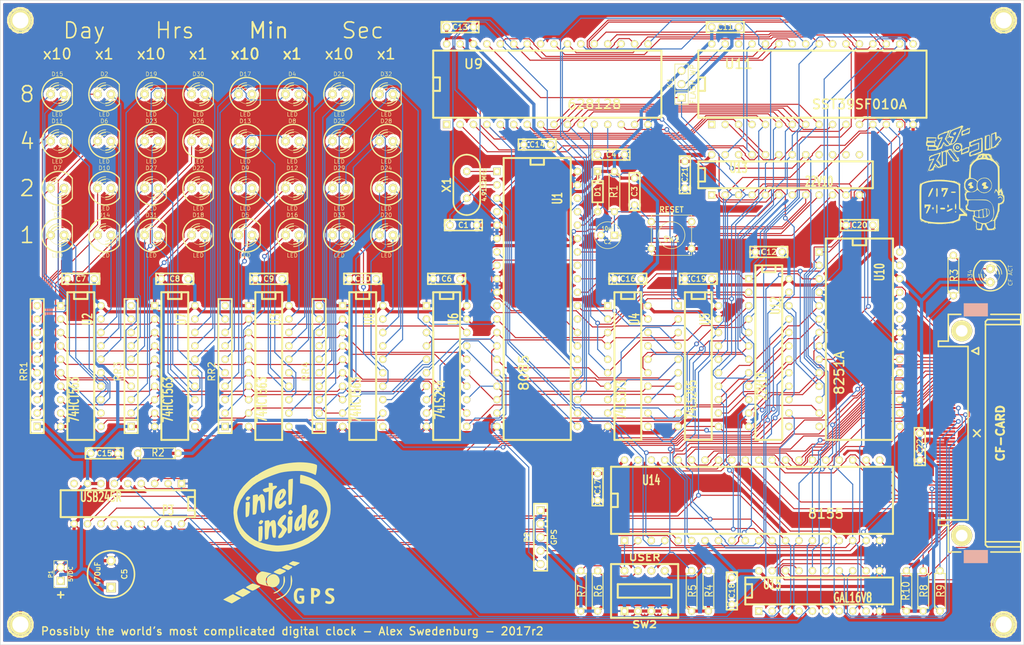
<source format=kicad_pcb>
(kicad_pcb (version 3) (host pcbnew "(2013-07-07 BZR 4022)-stable")
  (layers (15 F.Cu signal) (0 B.Cu signal) (18 B.Paste user) (19 F.Paste user) (20 B.SilkS user) (21 F.SilkS user) (22 B.Mask user) (23 F.Mask user) (28 Edge.Cuts user))
  (net 0 "")
  (net 1 /A0)
  (net 2 /A1)
  (net 3 /A10)
  (net 4 /A11)
  (net 5 /A12)
  (net 6 /A13)
  (net 7 /A14)
  (net 8 /A15)
  (net 9 /A2)
  (net 10 /A3)
  (net 11 /A4)
  (net 12 /A5)
  (net 13 /A6)
  (net 14 /A7)
  (net 15 /A8)
  (net 16 /A9)
  (net 17 /AD0)
  (net 18 /AD1)
  (net 19 /AD2)
  (net 20 /AD3)
  (net 21 /AD4)
  (net 22 /AD5)
  (net 23 /AD6)
  (net 24 /AD7)
  (net 25 /ALE)
  (net 26 /BAUD)
  (net 27 /CD0)
  (net 28 /CD1)
  (net 29 /CD2)
  (net 30 /CD3)
  (net 31 /CD4)
  (net 32 /CD5)
  (net 33 /CD6)
  (net 34 /CD7)
  (net 35 /CLK)
  (net 36 /D0)
  (net 37 /D1)
  (net 38 /D2)
  (net 39 /D3)
  (net 40 /D4)
  (net 41 /D5)
  (net 42 /D6)
  (net 43 /D7)
  (net 44 /DAY_LE)
  (net 45 /HRS_LE)
  (net 46 /IDE_A0)
  (net 47 /IDE_A1)
  (net 48 /IDE_A2)
  (net 49 /IDE_D0)
  (net 50 /IDE_D1)
  (net 51 /IDE_D10)
  (net 52 /IDE_D11)
  (net 53 /IDE_D12)
  (net 54 /IDE_D13)
  (net 55 /IDE_D14)
  (net 56 /IDE_D15)
  (net 57 /IDE_D2)
  (net 58 /IDE_D3)
  (net 59 /IDE_D4)
  (net 60 /IDE_D5)
  (net 61 /IDE_D6)
  (net 62 /IDE_D7)
  (net 63 /IDE_D8)
  (net 64 /IDE_D9)
  (net 65 /INT0)
  (net 66 /INT1)
  (net 67 /IO/~M)
  (net 68 /MEM_A14)
  (net 69 /MEM_A15)
  (net 70 /MEM_A16)
  (net 71 /MIN_LE)
  (net 72 /RESET)
  (net 73 /SEC_LE)
  (net 74 /~8155_CS)
  (net 75 /~BNKSEL)
  (net 76 /~BRD)
  (net 77 /~BWR)
  (net 78 /~IDE_CS0)
  (net 79 /~IDE_CS1)
  (net 80 /~IDE_DIOR)
  (net 81 /~IDE_DIOW)
  (net 82 /~IDE_RST)
  (net 83 /~RAM_CS)
  (net 84 /~RD)
  (net 85 /~ROM_CS)
  (net 86 /~UART_CS)
  (net 87 /~USB_RD)
  (net 88 /~USB_WR)
  (net 89 /~WR)
  (net 90 GND)
  (net 91 N-000001)
  (net 92 N-0000010)
  (net 93 N-00000104)
  (net 94 N-00000105)
  (net 95 N-00000106)
  (net 96 N-00000107)
  (net 97 N-00000108)
  (net 98 N-00000109)
  (net 99 N-0000011)
  (net 100 N-00000110)
  (net 101 N-00000111)
  (net 102 N-00000112)
  (net 103 N-00000113)
  (net 104 N-00000114)
  (net 105 N-00000115)
  (net 106 N-00000116)
  (net 107 N-00000117)
  (net 108 N-00000118)
  (net 109 N-00000119)
  (net 110 N-00000120)
  (net 111 N-00000121)
  (net 112 N-00000122)
  (net 113 N-00000123)
  (net 114 N-00000124)
  (net 115 N-00000125)
  (net 116 N-00000126)
  (net 117 N-00000127)
  (net 118 N-00000129)
  (net 119 N-0000013)
  (net 120 N-00000130)
  (net 121 N-00000131)
  (net 122 N-00000137)
  (net 123 N-00000139)
  (net 124 N-0000014)
  (net 125 N-00000141)
  (net 126 N-0000015)
  (net 127 N-00000153)
  (net 128 N-00000155)
  (net 129 N-00000156)
  (net 130 N-0000016)
  (net 131 N-00000160)
  (net 132 N-00000163)
  (net 133 N-00000164)
  (net 134 N-0000017)
  (net 135 N-00000174)
  (net 136 N-00000175)
  (net 137 N-00000176)
  (net 138 N-00000177)
  (net 139 N-0000018)
  (net 140 N-0000019)
  (net 141 N-000002)
  (net 142 N-0000020)
  (net 143 N-0000021)
  (net 144 N-0000022)
  (net 145 N-0000023)
  (net 146 N-0000024)
  (net 147 N-0000025)
  (net 148 N-0000026)
  (net 149 N-0000027)
  (net 150 N-0000028)
  (net 151 N-0000029)
  (net 152 N-000003)
  (net 153 N-0000030)
  (net 154 N-0000031)
  (net 155 N-0000032)
  (net 156 N-0000033)
  (net 157 N-0000034)
  (net 158 N-0000035)
  (net 159 N-0000036)
  (net 160 N-0000037)
  (net 161 N-000004)
  (net 162 N-0000040)
  (net 163 N-000005)
  (net 164 N-000006)
  (net 165 N-0000060)
  (net 166 N-0000064)
  (net 167 N-000007)
  (net 168 N-0000074)
  (net 169 N-0000078)
  (net 170 N-0000079)
  (net 171 N-000008)
  (net 172 N-0000080)
  (net 173 N-000009)
  (net 174 VCC)
  (module 3M-N7E50-Short (layer F.Cu) (at 233.045 106.68 90)
    (fp_text reference CON1 hide)
    (fp_text value CF-CARD (at 0 4.445 90) (layer F.SilkS) (effects (font (size 1.524 1.524) (thickness 0.381))))
    (pad 1 smd rect (at 15.5575 -5.8674 90) (size 0.4064 3.5052) (layers F.Cu F.Paste F.Mask) (net 90 GND))
    (pad 26 smd rect (at 14.9225 -5.8674 90) (size 0.4064 3.5052) (layers F.Cu F.Paste F.Mask))
    (pad 2 smd rect (at 14.2875 -5.8674 90) (size 0.4064 3.5052) (layers F.Cu F.Paste F.Mask) (net 58 /IDE_D3))
    (pad 27 smd rect (at 13.6525 -5.8674 90) (size 0.4064 3.5052) (layers F.Cu F.Paste F.Mask) (net 52 /IDE_D11))
    (pad 3 smd rect (at 13.0175 -5.8674 90) (size 0.4064 3.5052) (layers F.Cu F.Paste F.Mask) (net 59 /IDE_D4))
    (pad 28 smd rect (at 12.3825 -5.8674 90) (size 0.4064 3.5052) (layers F.Cu F.Paste F.Mask) (net 53 /IDE_D12))
    (pad 4 smd rect (at 11.7475 -5.8674 90) (size 0.4064 3.5052) (layers F.Cu F.Paste F.Mask) (net 60 /IDE_D5))
    (pad 29 smd rect (at 11.1125 -5.8674 90) (size 0.4064 3.5052) (layers F.Cu F.Paste F.Mask) (net 54 /IDE_D13))
    (pad 5 smd rect (at 10.4775 -5.8674 90) (size 0.4064 3.5052) (layers F.Cu F.Paste F.Mask) (net 61 /IDE_D6))
    (pad 30 smd rect (at 9.8425 -5.8674 90) (size 0.4064 3.5052) (layers F.Cu F.Paste F.Mask) (net 55 /IDE_D14))
    (pad 6 smd rect (at 9.2075 -5.8674 90) (size 0.4064 3.5052) (layers F.Cu F.Paste F.Mask) (net 62 /IDE_D7))
    (pad 31 smd rect (at 8.5725 -5.8674 90) (size 0.4064 3.5052) (layers F.Cu F.Paste F.Mask) (net 56 /IDE_D15))
    (pad 7 smd rect (at 7.9375 -5.8674 90) (size 0.4064 3.5052) (layers F.Cu F.Paste F.Mask) (net 78 /~IDE_CS0))
    (pad 32 smd rect (at 7.3025 -5.8674 90) (size 0.4064 3.5052) (layers F.Cu F.Paste F.Mask) (net 79 /~IDE_CS1))
    (pad 8 smd rect (at 6.6675 -5.8674 90) (size 0.4064 3.5052) (layers F.Cu F.Paste F.Mask) (net 90 GND))
    (pad 33 smd rect (at 6.0325 -5.8674 90) (size 0.4064 3.5052) (layers F.Cu F.Paste F.Mask))
    (pad 9 smd rect (at 5.3975 -5.8674 90) (size 0.4064 3.5052) (layers F.Cu F.Paste F.Mask) (net 90 GND))
    (pad 34 smd rect (at 4.7625 -5.8674 90) (size 0.4064 3.5052) (layers F.Cu F.Paste F.Mask) (net 80 /~IDE_DIOR))
    (pad 10 smd rect (at 4.1275 -5.8674 90) (size 0.4064 3.5052) (layers F.Cu F.Paste F.Mask) (net 90 GND))
    (pad 35 smd rect (at 3.4925 -5.8674 90) (size 0.4064 3.5052) (layers F.Cu F.Paste F.Mask) (net 81 /~IDE_DIOW))
    (pad 11 smd rect (at 2.8575 -5.8674 90) (size 0.4064 3.5052) (layers F.Cu F.Paste F.Mask) (net 90 GND))
    (pad 36 smd rect (at 2.2225 -5.8674 90) (size 0.4064 3.5052) (layers F.Cu F.Paste F.Mask) (net 122 N-00000137))
    (pad 12 smd rect (at 1.5875 -5.8674 90) (size 0.4064 3.5052) (layers F.Cu F.Paste F.Mask) (net 90 GND))
    (pad 37 smd rect (at 0.9525 -5.8674 90) (size 0.4064 3.5052) (layers F.Cu F.Paste F.Mask) (net 66 /INT1))
    (pad 13 smd rect (at 0.3175 -5.8674 90) (size 0.4064 3.5052) (layers F.Cu F.Paste F.Mask) (net 174 VCC))
    (pad 38 smd rect (at -0.3175 -5.8674 90) (size 0.4064 3.5052) (layers F.Cu F.Paste F.Mask) (net 174 VCC))
    (pad 14 smd rect (at -0.9525 -5.8674 90) (size 0.4064 3.5052) (layers F.Cu F.Paste F.Mask) (net 90 GND))
    (pad 39 smd rect (at -1.5875 -5.8674 90) (size 0.4064 3.5052) (layers F.Cu F.Paste F.Mask) (net 90 GND))
    (pad 15 smd rect (at -2.2225 -5.8674 90) (size 0.4064 3.5052) (layers F.Cu F.Paste F.Mask) (net 90 GND))
    (pad 40 smd rect (at -2.8575 -5.8674 90) (size 0.4064 3.5052) (layers F.Cu F.Paste F.Mask))
    (pad 16 smd rect (at -3.4925 -5.8674 90) (size 0.4064 3.5052) (layers F.Cu F.Paste F.Mask) (net 90 GND))
    (pad 41 smd rect (at -4.1275 -5.8674 90) (size 0.4064 3.5052) (layers F.Cu F.Paste F.Mask) (net 82 /~IDE_RST))
    (pad 17 smd rect (at -4.7625 -5.8674 90) (size 0.4064 3.5052) (layers F.Cu F.Paste F.Mask) (net 90 GND))
    (pad 42 smd rect (at -5.3975 -5.8674 90) (size 0.4064 3.5052) (layers F.Cu F.Paste F.Mask))
    (pad 18 smd rect (at -6.0325 -5.8674 90) (size 0.4064 3.5052) (layers F.Cu F.Paste F.Mask) (net 48 /IDE_A2))
    (pad 43 smd rect (at -6.6675 -5.8674 90) (size 0.4064 3.5052) (layers F.Cu F.Paste F.Mask))
    (pad 19 smd rect (at -7.3025 -5.8674 90) (size 0.4064 3.5052) (layers F.Cu F.Paste F.Mask) (net 47 /IDE_A1))
    (pad 44 smd rect (at -7.9375 -5.8674 90) (size 0.4064 3.5052) (layers F.Cu F.Paste F.Mask) (net 125 N-00000141))
    (pad 20 smd rect (at -8.5725 -5.8674 90) (size 0.4064 3.5052) (layers F.Cu F.Paste F.Mask) (net 46 /IDE_A0))
    (pad 45 smd rect (at -9.2075 -5.8674 90) (size 0.4064 3.5052) (layers F.Cu F.Paste F.Mask) (net 123 N-00000139))
    (pad 21 smd rect (at -9.8425 -5.8674 90) (size 0.4064 3.5052) (layers F.Cu F.Paste F.Mask) (net 49 /IDE_D0))
    (pad 46 smd rect (at -10.4775 -5.8674 90) (size 0.4064 3.5052) (layers F.Cu F.Paste F.Mask) (net 131 N-00000160))
    (pad 22 smd rect (at -11.1125 -5.8674 90) (size 0.4064 3.5052) (layers F.Cu F.Paste F.Mask) (net 50 /IDE_D1))
    (pad 47 smd rect (at -11.7475 -5.8674 90) (size 0.4064 3.5052) (layers F.Cu F.Paste F.Mask) (net 63 /IDE_D8))
    (pad 23 smd rect (at -12.3825 -5.8674 90) (size 0.4064 3.5052) (layers F.Cu F.Paste F.Mask) (net 57 /IDE_D2))
    (pad 48 smd rect (at -13.0175 -5.8674 90) (size 0.4064 3.5052) (layers F.Cu F.Paste F.Mask) (net 64 /IDE_D9))
    (pad 24 smd rect (at -13.6525 -5.8674 90) (size 0.4064 3.5052) (layers F.Cu F.Paste F.Mask))
    (pad 49 smd rect (at -14.2875 -5.8674 90) (size 0.4064 3.5052) (layers F.Cu F.Paste F.Mask) (net 51 /IDE_D10))
    (pad 25 smd rect (at -14.9225 -5.8674 90) (size 0.4064 3.5052) (layers F.Cu F.Paste F.Mask))
    (pad 50 smd rect (at -15.5575 -5.8674 90) (size 0.4064 3.5052) (layers F.Cu F.Paste F.Mask) (net 90 GND))
    (pad "" thru_hole circle (at -19.3675 -2.8702 90) (size 3.9878 3.9878) (drill 2.2098) (layers *.Cu *.Mask F.SilkS))
    (pad "" thru_hole circle (at 19.3675 -2.8702 90) (size 3.9878 3.9878) (drill 2.2098) (layers *.Cu *.Mask F.SilkS))
    (pad "" smd rect (at 23.3426 -0.2032 90) (size 2.4892 4.572) (layers F.Cu F.Paste B.SilkS F.Mask))
    (pad "" smd rect (at -23.3426 -0.2032 90) (size 2.4892 4.572) (layers F.Cu F.Paste B.SilkS F.Mask))
  )
  (module SWDIP4 (layer F.Cu) (at 170.18 136.525)
    (fp_text reference SW2 (at 0 6.35) (layer F.SilkS) (effects (font (size 1.27 1.524) (thickness 0.3048))))
    (fp_text value USER (at 0 -6.35) (layer F.SilkS) (effects (font (size 1.27 1.524) (thickness 0.3048))))
    (pad 1 thru_hole rect (at -3.81 3.81) (size 1.524 1.524) (drill 0.8128) (layers *.Cu *.Mask F.SilkS) (net 90 GND))
    (pad 2 thru_hole circle (at -1.27 3.81) (size 1.524 1.524) (drill 0.8128) (layers *.Cu *.Mask F.SilkS) (net 90 GND))
    (pad 3 thru_hole circle (at 1.27 3.81) (size 1.524 1.524) (drill 0.8128) (layers *.Cu *.Mask F.SilkS) (net 90 GND))
    (pad 4 thru_hole circle (at 3.81 3.81) (size 1.524 1.524) (drill 0.8128) (layers *.Cu *.Mask F.SilkS) (net 90 GND))
    (pad 5 thru_hole circle (at 3.81 -3.81) (size 1.524 1.524) (drill 0.8128) (layers *.Cu *.Mask F.SilkS) (net 169 N-0000078))
    (pad 6 thru_hole circle (at 1.27 -3.81) (size 1.524 1.524) (drill 0.8128) (layers *.Cu *.Mask F.SilkS) (net 137 N-00000176))
    (pad 7 thru_hole circle (at -1.27 -3.81) (size 1.524 1.524) (drill 0.8128) (layers *.Cu *.Mask F.SilkS) (net 136 N-00000175))
    (pad 8 thru_hole circle (at -3.81 -3.81) (size 1.524 1.524) (drill 0.8128) (layers *.Cu *.Mask F.SilkS) (net 135 N-00000174))
  )
  (module SW_PUSH_SMALL (layer F.Cu) (at 175.26 69.215 180)
    (fp_text reference SW1 (at 0 -0.762 180) (layer F.SilkS) (effects (font (size 1.016 1.016) (thickness 0.2032))))
    (fp_text value RESET (at 0 4.826 180) (layer F.SilkS) (effects (font (size 1.016 1.016) (thickness 0.2032))))
    (pad 1 thru_hole circle (at 3.81 -2.54 180) (size 1.397 1.397) (drill 0.8128) (layers *.Cu *.Mask F.SilkS) (net 90 GND))
    (pad 2 thru_hole circle (at 3.81 2.54 180) (size 1.397 1.397) (drill 0.8128) (layers *.Cu *.Mask F.SilkS) (net 138 N-00000177))
    (pad 1 thru_hole circle (at -3.81 -2.54 180) (size 1.397 1.397) (drill 0.8128) (layers *.Cu *.Mask F.SilkS) (net 90 GND))
    (pad 2 thru_hole circle (at -3.81 2.54 180) (size 1.397 1.397) (drill 0.8128) (layers *.Cu *.Mask F.SilkS) (net 138 N-00000177))
  )
  (module r_pack9 (layer F.Cu) (at 55.245 93.98 90)
    (fp_text reference RR1 (at -1.016 -2.54 90) (layer F.SilkS) (effects (font (size 1.27 1.27) (thickness 0.2032))))
    (fp_text value 470 hide)
    (pad 1 thru_hole rect (at -11.43 0 90) (size 1.397 1.397) (drill 0.8128) (layers *.Cu *.Mask F.SilkS) (net 174 VCC))
    (pad 2 thru_hole circle (at -8.89 0 90) (size 1.397 1.397) (drill 0.8128) (layers *.Cu *.Mask F.SilkS) (net 105 N-00000115))
    (pad 3 thru_hole circle (at -6.35 0 90) (size 1.397 1.397) (drill 0.8128) (layers *.Cu *.Mask F.SilkS) (net 104 N-00000114))
    (pad 4 thru_hole circle (at -3.81 0 90) (size 1.397 1.397) (drill 0.8128) (layers *.Cu *.Mask F.SilkS) (net 103 N-00000113))
    (pad 5 thru_hole circle (at -1.27 0 90) (size 1.397 1.397) (drill 0.8128) (layers *.Cu *.Mask F.SilkS) (net 102 N-00000112))
    (pad 6 thru_hole circle (at 1.27 0 90) (size 1.397 1.397) (drill 0.8128) (layers *.Cu *.Mask F.SilkS) (net 143 N-0000021))
    (pad 7 thru_hole circle (at 3.81 0 90) (size 1.397 1.397) (drill 0.8128) (layers *.Cu *.Mask F.SilkS) (net 144 N-0000022))
    (pad 8 thru_hole circle (at 6.35 0 90) (size 1.397 1.397) (drill 0.8128) (layers *.Cu *.Mask F.SilkS) (net 145 N-0000023))
    (pad 9 thru_hole circle (at 8.89 0 90) (size 1.397 1.397) (drill 0.8128) (layers *.Cu *.Mask F.SilkS) (net 101 N-00000111))
    (pad 10 thru_hole circle (at 11.43 0 90) (size 1.397 1.397) (drill 0.8128) (layers *.Cu *.Mask F.SilkS))
  )
  (module r_pack9 (layer F.Cu) (at 90.805 93.98 90)
    (fp_text reference RR2 (at -1.016 -2.54 90) (layer F.SilkS) (effects (font (size 1.27 1.27) (thickness 0.2032))))
    (fp_text value 470 hide)
    (pad 1 thru_hole rect (at -11.43 0 90) (size 1.397 1.397) (drill 0.8128) (layers *.Cu *.Mask F.SilkS) (net 174 VCC))
    (pad 2 thru_hole circle (at -8.89 0 90) (size 1.397 1.397) (drill 0.8128) (layers *.Cu *.Mask F.SilkS) (net 95 N-00000106))
    (pad 3 thru_hole circle (at -6.35 0 90) (size 1.397 1.397) (drill 0.8128) (layers *.Cu *.Mask F.SilkS) (net 94 N-00000105))
    (pad 4 thru_hole circle (at -3.81 0 90) (size 1.397 1.397) (drill 0.8128) (layers *.Cu *.Mask F.SilkS) (net 93 N-00000104))
    (pad 5 thru_hole circle (at -1.27 0 90) (size 1.397 1.397) (drill 0.8128) (layers *.Cu *.Mask F.SilkS) (net 106 N-00000116))
    (pad 6 thru_hole circle (at 1.27 0 90) (size 1.397 1.397) (drill 0.8128) (layers *.Cu *.Mask F.SilkS) (net 96 N-00000107))
    (pad 7 thru_hole circle (at 3.81 0 90) (size 1.397 1.397) (drill 0.8128) (layers *.Cu *.Mask F.SilkS) (net 97 N-00000108))
    (pad 8 thru_hole circle (at 6.35 0 90) (size 1.397 1.397) (drill 0.8128) (layers *.Cu *.Mask F.SilkS) (net 98 N-00000109))
    (pad 9 thru_hole circle (at 8.89 0 90) (size 1.397 1.397) (drill 0.8128) (layers *.Cu *.Mask F.SilkS) (net 100 N-00000110))
    (pad 10 thru_hole circle (at 11.43 0 90) (size 1.397 1.397) (drill 0.8128) (layers *.Cu *.Mask F.SilkS))
  )
  (module r_pack9 (layer F.Cu) (at 73.025 93.98 90)
    (fp_text reference RR3 (at -1.016 -2.54 90) (layer F.SilkS) (effects (font (size 1.27 1.27) (thickness 0.2032))))
    (fp_text value 470 hide)
    (pad 1 thru_hole rect (at -11.43 0 90) (size 1.397 1.397) (drill 0.8128) (layers *.Cu *.Mask F.SilkS) (net 174 VCC))
    (pad 2 thru_hole circle (at -8.89 0 90) (size 1.397 1.397) (drill 0.8128) (layers *.Cu *.Mask F.SilkS) (net 114 N-00000124))
    (pad 3 thru_hole circle (at -6.35 0 90) (size 1.397 1.397) (drill 0.8128) (layers *.Cu *.Mask F.SilkS) (net 117 N-00000127))
    (pad 4 thru_hole circle (at -3.81 0 90) (size 1.397 1.397) (drill 0.8128) (layers *.Cu *.Mask F.SilkS) (net 116 N-00000126))
    (pad 5 thru_hole circle (at -1.27 0 90) (size 1.397 1.397) (drill 0.8128) (layers *.Cu *.Mask F.SilkS) (net 115 N-00000125))
    (pad 6 thru_hole circle (at 1.27 0 90) (size 1.397 1.397) (drill 0.8128) (layers *.Cu *.Mask F.SilkS) (net 118 N-00000129))
    (pad 7 thru_hole circle (at 3.81 0 90) (size 1.397 1.397) (drill 0.8128) (layers *.Cu *.Mask F.SilkS) (net 120 N-00000130))
    (pad 8 thru_hole circle (at 6.35 0 90) (size 1.397 1.397) (drill 0.8128) (layers *.Cu *.Mask F.SilkS) (net 121 N-00000131))
    (pad 9 thru_hole circle (at 8.89 0 90) (size 1.397 1.397) (drill 0.8128) (layers *.Cu *.Mask F.SilkS) (net 108 N-00000118))
    (pad 10 thru_hole circle (at 11.43 0 90) (size 1.397 1.397) (drill 0.8128) (layers *.Cu *.Mask F.SilkS))
  )
  (module r_pack9 (layer F.Cu) (at 108.585 93.98 90)
    (fp_text reference RR4 (at -1.016 -2.54 90) (layer F.SilkS) (effects (font (size 1.27 1.27) (thickness 0.2032))))
    (fp_text value 470 hide)
    (pad 1 thru_hole rect (at -11.43 0 90) (size 1.397 1.397) (drill 0.8128) (layers *.Cu *.Mask F.SilkS) (net 174 VCC))
    (pad 2 thru_hole circle (at -8.89 0 90) (size 1.397 1.397) (drill 0.8128) (layers *.Cu *.Mask F.SilkS) (net 111 N-00000121))
    (pad 3 thru_hole circle (at -6.35 0 90) (size 1.397 1.397) (drill 0.8128) (layers *.Cu *.Mask F.SilkS) (net 107 N-00000117))
    (pad 4 thru_hole circle (at -3.81 0 90) (size 1.397 1.397) (drill 0.8128) (layers *.Cu *.Mask F.SilkS) (net 110 N-00000120))
    (pad 5 thru_hole circle (at -1.27 0 90) (size 1.397 1.397) (drill 0.8128) (layers *.Cu *.Mask F.SilkS) (net 109 N-00000119))
    (pad 6 thru_hole circle (at 1.27 0 90) (size 1.397 1.397) (drill 0.8128) (layers *.Cu *.Mask F.SilkS) (net 112 N-00000122))
    (pad 7 thru_hole circle (at 3.81 0 90) (size 1.397 1.397) (drill 0.8128) (layers *.Cu *.Mask F.SilkS) (net 113 N-00000123))
    (pad 8 thru_hole circle (at 6.35 0 90) (size 1.397 1.397) (drill 0.8128) (layers *.Cu *.Mask F.SilkS) (net 170 N-0000079))
    (pad 9 thru_hole circle (at 8.89 0 90) (size 1.397 1.397) (drill 0.8128) (layers *.Cu *.Mask F.SilkS) (net 172 N-0000080))
    (pad 10 thru_hole circle (at 11.43 0 90) (size 1.397 1.397) (drill 0.8128) (layers *.Cu *.Mask F.SilkS))
  )
  (module R3 (layer F.Cu) (at 179.07 136.525 90)
    (fp_text reference R5 (at 0 0.127 90) (layer F.SilkS) (effects (font (size 1.397 1.27) (thickness 0.2032))))
    (fp_text value 4.7k hide)
    (pad 1 thru_hole circle (at -3.81 0 90) (size 1.397 1.397) (drill 0.8128) (layers *.Cu *.Mask F.SilkS) (net 174 VCC))
    (pad 2 thru_hole circle (at 3.81 0 90) (size 1.397 1.397) (drill 0.8128) (layers *.Cu *.Mask F.SilkS) (net 137 N-00000176))
  )
  (module R3 (layer F.Cu) (at 164.465 60.96 270)
    (fp_text reference R1 (at 0 0.127 270) (layer F.SilkS) (effects (font (size 1.397 1.27) (thickness 0.2032))))
    (fp_text value 100k hide)
    (pad 1 thru_hole circle (at -3.81 0 270) (size 1.397 1.397) (drill 0.8128) (layers *.Cu *.Mask F.SilkS) (net 174 VCC))
    (pad 2 thru_hole circle (at 3.81 0 270) (size 1.397 1.397) (drill 0.8128) (layers *.Cu *.Mask F.SilkS) (net 138 N-00000177))
  )
  (module R3 (layer F.Cu) (at 182.245 136.525 90)
    (fp_text reference R4 (at 0 0.127 90) (layer F.SilkS) (effects (font (size 1.397 1.27) (thickness 0.2032))))
    (fp_text value 4.7k hide)
    (pad 1 thru_hole circle (at -3.81 0 90) (size 1.397 1.397) (drill 0.8128) (layers *.Cu *.Mask F.SilkS) (net 174 VCC))
    (pad 2 thru_hole circle (at 3.81 0 90) (size 1.397 1.397) (drill 0.8128) (layers *.Cu *.Mask F.SilkS) (net 169 N-0000078))
  )
  (module R3 (layer F.Cu) (at 161.29 136.525 90)
    (fp_text reference R6 (at 0 0.127 90) (layer F.SilkS) (effects (font (size 1.397 1.27) (thickness 0.2032))))
    (fp_text value 4.7k hide)
    (pad 1 thru_hole circle (at -3.81 0 90) (size 1.397 1.397) (drill 0.8128) (layers *.Cu *.Mask F.SilkS) (net 174 VCC))
    (pad 2 thru_hole circle (at 3.81 0 90) (size 1.397 1.397) (drill 0.8128) (layers *.Cu *.Mask F.SilkS) (net 136 N-00000175))
  )
  (module R3 (layer F.Cu) (at 158.115 136.525 90)
    (fp_text reference R7 (at 0 0.127 90) (layer F.SilkS) (effects (font (size 1.397 1.27) (thickness 0.2032))))
    (fp_text value 4.7k hide)
    (pad 1 thru_hole circle (at -3.81 0 90) (size 1.397 1.397) (drill 0.8128) (layers *.Cu *.Mask F.SilkS) (net 174 VCC))
    (pad 2 thru_hole circle (at 3.81 0 90) (size 1.397 1.397) (drill 0.8128) (layers *.Cu *.Mask F.SilkS) (net 135 N-00000174))
  )
  (module R3 (layer F.Cu) (at 78.105 110.49 180)
    (fp_text reference R2 (at 0 0.127 180) (layer F.SilkS) (effects (font (size 1.397 1.27) (thickness 0.2032))))
    (fp_text value 10k hide)
    (pad 1 thru_hole circle (at -3.81 0 180) (size 1.397 1.397) (drill 0.8128) (layers *.Cu *.Mask F.SilkS) (net 174 VCC))
    (pad 2 thru_hole circle (at 3.81 0 180) (size 1.397 1.397) (drill 0.8128) (layers *.Cu *.Mask F.SilkS) (net 165 N-0000060))
  )
  (module R3 (layer F.Cu) (at 228.6 76.835 90)
    (fp_text reference R3 (at 0 0.127 90) (layer F.SilkS) (effects (font (size 1.397 1.27) (thickness 0.2032))))
    (fp_text value 470 hide)
    (pad 1 thru_hole circle (at -3.81 0 90) (size 1.397 1.397) (drill 0.8128) (layers *.Cu *.Mask F.SilkS) (net 123 N-00000139))
    (pad 2 thru_hole circle (at 3.81 0 90) (size 1.397 1.397) (drill 0.8128) (layers *.Cu *.Mask F.SilkS) (net 168 N-0000074))
  )
  (module PIN_ARRAY_5x1 (layer F.Cu) (at 150.495 126.365 270)
    (fp_text reference P2 (at 0 2.54 270) (layer F.SilkS) (effects (font (size 1.016 1.016) (thickness 0.2032))))
    (fp_text value GPS (at 0 -2.54 270) (layer F.SilkS) (effects (font (size 1.016 1.016) (thickness 0.2032))))
    (pad 1 thru_hole rect (at -5.08 0 270) (size 1.524 1.524) (drill 1.016) (layers *.Cu *.Mask F.SilkS) (net 174 VCC))
    (pad 2 thru_hole circle (at -2.54 0 270) (size 1.524 1.524) (drill 1.016) (layers *.Cu *.Mask F.SilkS) (net 90 GND))
    (pad 3 thru_hole circle (at 0 0 270) (size 1.524 1.524) (drill 1.016) (layers *.Cu *.Mask F.SilkS) (net 166 N-0000064))
    (pad 4 thru_hole circle (at 2.54 0 270) (size 1.524 1.524) (drill 1.016) (layers *.Cu *.Mask F.SilkS) (net 99 N-0000011))
    (pad 5 thru_hole circle (at 5.08 0 270) (size 1.524 1.524) (drill 1.016) (layers *.Cu *.Mask F.SilkS) (net 65 /INT0))
  )
  (module PIN_ARRAY_3X1 (layer F.Cu) (at 177.165 40.64 90)
    (fp_text reference K1 (at 0.254 -2.159 90) (layer F.SilkS) (effects (font (size 1.016 1.016) (thickness 0.1524))))
    (fp_text value "FLASH WP" (at 0 2.159 90) (layer F.SilkS) (effects (font (size 1.016 1.016) (thickness 0.1524))))
    (pad 1 thru_hole rect (at -2.54 0 90) (size 1.524 1.524) (drill 1.016) (layers *.Cu *.Mask F.SilkS) (net 77 /~BWR))
    (pad 2 thru_hole circle (at 0 0 90) (size 1.524 1.524) (drill 1.016) (layers *.Cu *.Mask F.SilkS) (net 162 N-0000040))
    (pad 3 thru_hole circle (at 2.54 0 90) (size 1.524 1.524) (drill 1.016) (layers *.Cu *.Mask F.SilkS) (net 174 VCC))
  )
  (module LED-5MM (layer F.Cu) (at 85.725 42.545)
    (fp_text reference D30 (at 0 -3.81) (layer F.SilkS) (effects (font (size 0.762 0.762) (thickness 0.0889))))
    (fp_text value LED (at 0 3.81) (layer F.SilkS) (effects (font (size 0.762 0.762) (thickness 0.0889))))
    (pad 1 thru_hole circle (at -1.27 0) (size 1.6764 1.6764) (drill 0.8128) (layers *.Cu *.Mask F.SilkS) (net 115 N-00000125))
    (pad 2 thru_hole circle (at 1.27 0) (size 1.6764 1.6764) (drill 0.8128) (layers *.Cu *.Mask F.SilkS) (net 155 N-0000032))
  )
  (module LED-5MM (layer F.Cu) (at 76.835 42.545)
    (fp_text reference D19 (at 0 -3.81) (layer F.SilkS) (effects (font (size 0.762 0.762) (thickness 0.0889))))
    (fp_text value LED (at 0 3.81) (layer F.SilkS) (effects (font (size 0.762 0.762) (thickness 0.0889))))
    (pad 1 thru_hole circle (at -1.27 0) (size 1.6764 1.6764) (drill 0.8128) (layers *.Cu *.Mask F.SilkS) (net 108 N-00000118))
    (pad 2 thru_hole circle (at 1.27 0) (size 1.6764 1.6764) (drill 0.8128) (layers *.Cu *.Mask F.SilkS) (net 156 N-0000033))
  )
  (module LED-5MM (layer F.Cu) (at 76.835 60.325)
    (fp_text reference D27 (at 0 -3.81) (layer F.SilkS) (effects (font (size 0.762 0.762) (thickness 0.0889))))
    (fp_text value LED (at 0 3.81) (layer F.SilkS) (effects (font (size 0.762 0.762) (thickness 0.0889))))
    (pad 1 thru_hole circle (at -1.27 0) (size 1.6764 1.6764) (drill 0.8128) (layers *.Cu *.Mask F.SilkS) (net 120 N-00000130))
    (pad 2 thru_hole circle (at 1.27 0) (size 1.6764 1.6764) (drill 0.8128) (layers *.Cu *.Mask F.SilkS) (net 158 N-0000035))
  )
  (module LED-5MM (layer F.Cu) (at 76.835 51.435)
    (fp_text reference D23 (at 0 -3.81) (layer F.SilkS) (effects (font (size 0.762 0.762) (thickness 0.0889))))
    (fp_text value LED (at 0 3.81) (layer F.SilkS) (effects (font (size 0.762 0.762) (thickness 0.0889))))
    (pad 1 thru_hole circle (at -1.27 0) (size 1.6764 1.6764) (drill 0.8128) (layers *.Cu *.Mask F.SilkS) (net 121 N-00000131))
    (pad 2 thru_hole circle (at 1.27 0) (size 1.6764 1.6764) (drill 0.8128) (layers *.Cu *.Mask F.SilkS) (net 157 N-0000034))
  )
  (module LED-5MM (layer F.Cu) (at 94.615 69.215)
    (fp_text reference D5 (at 0 -3.81) (layer F.SilkS) (effects (font (size 0.762 0.762) (thickness 0.0889))))
    (fp_text value LED (at 0 3.81) (layer F.SilkS) (effects (font (size 0.762 0.762) (thickness 0.0889))))
    (pad 1 thru_hole circle (at -1.27 0) (size 1.6764 1.6764) (drill 0.8128) (layers *.Cu *.Mask F.SilkS) (net 96 N-00000107))
    (pad 2 thru_hole circle (at 1.27 0) (size 1.6764 1.6764) (drill 0.8128) (layers *.Cu *.Mask F.SilkS) (net 151 N-0000029))
  )
  (module LED-5MM (layer F.Cu) (at 85.725 51.435)
    (fp_text reference D26 (at 0 -3.81) (layer F.SilkS) (effects (font (size 0.762 0.762) (thickness 0.0889))))
    (fp_text value LED (at 0 3.81) (layer F.SilkS) (effects (font (size 0.762 0.762) (thickness 0.0889))))
    (pad 1 thru_hole circle (at -1.27 0) (size 1.6764 1.6764) (drill 0.8128) (layers *.Cu *.Mask F.SilkS) (net 116 N-00000126))
    (pad 2 thru_hole circle (at 1.27 0) (size 1.6764 1.6764) (drill 0.8128) (layers *.Cu *.Mask F.SilkS) (net 154 N-0000031))
  )
  (module LED-5MM (layer F.Cu) (at 85.725 60.325)
    (fp_text reference D22 (at 0 -3.81) (layer F.SilkS) (effects (font (size 0.762 0.762) (thickness 0.0889))))
    (fp_text value LED (at 0 3.81) (layer F.SilkS) (effects (font (size 0.762 0.762) (thickness 0.0889))))
    (pad 1 thru_hole circle (at -1.27 0) (size 1.6764 1.6764) (drill 0.8128) (layers *.Cu *.Mask F.SilkS) (net 117 N-00000127))
    (pad 2 thru_hole circle (at 1.27 0) (size 1.6764 1.6764) (drill 0.8128) (layers *.Cu *.Mask F.SilkS) (net 146 N-0000024))
  )
  (module LED-5MM (layer F.Cu) (at 85.725 69.215)
    (fp_text reference D18 (at 0 -3.81) (layer F.SilkS) (effects (font (size 0.762 0.762) (thickness 0.0889))))
    (fp_text value LED (at 0 3.81) (layer F.SilkS) (effects (font (size 0.762 0.762) (thickness 0.0889))))
    (pad 1 thru_hole circle (at -1.27 0) (size 1.6764 1.6764) (drill 0.8128) (layers *.Cu *.Mask F.SilkS) (net 114 N-00000124))
    (pad 2 thru_hole circle (at 1.27 0) (size 1.6764 1.6764) (drill 0.8128) (layers *.Cu *.Mask F.SilkS) (net 153 N-0000030))
  )
  (module LED-5MM (layer F.Cu) (at 121.285 51.435)
    (fp_text reference D28 (at 0 -3.81) (layer F.SilkS) (effects (font (size 0.762 0.762) (thickness 0.0889))))
    (fp_text value LED (at 0 3.81) (layer F.SilkS) (effects (font (size 0.762 0.762) (thickness 0.0889))))
    (pad 1 thru_hole circle (at -1.27 0) (size 1.6764 1.6764) (drill 0.8128) (layers *.Cu *.Mask F.SilkS) (net 110 N-00000120))
    (pad 2 thru_hole circle (at 1.27 0) (size 1.6764 1.6764) (drill 0.8128) (layers *.Cu *.Mask F.SilkS) (net 126 N-0000015))
  )
  (module LED-5MM (layer F.Cu) (at 76.835 69.215)
    (fp_text reference D31 (at 0 -3.81) (layer F.SilkS) (effects (font (size 0.762 0.762) (thickness 0.0889))))
    (fp_text value LED (at 0 3.81) (layer F.SilkS) (effects (font (size 0.762 0.762) (thickness 0.0889))))
    (pad 1 thru_hole circle (at -1.27 0) (size 1.6764 1.6764) (drill 0.8128) (layers *.Cu *.Mask F.SilkS) (net 118 N-00000129))
    (pad 2 thru_hole circle (at 1.27 0) (size 1.6764 1.6764) (drill 0.8128) (layers *.Cu *.Mask F.SilkS) (net 159 N-0000036))
  )
  (module LED-5MM (layer F.Cu) (at 121.285 69.215)
    (fp_text reference D20 (at 0 -3.81) (layer F.SilkS) (effects (font (size 0.762 0.762) (thickness 0.0889))))
    (fp_text value LED (at 0 3.81) (layer F.SilkS) (effects (font (size 0.762 0.762) (thickness 0.0889))))
    (pad 1 thru_hole circle (at -1.27 0) (size 1.6764 1.6764) (drill 0.8128) (layers *.Cu *.Mask F.SilkS) (net 111 N-00000121))
    (pad 2 thru_hole circle (at 1.27 0) (size 1.6764 1.6764) (drill 0.8128) (layers *.Cu *.Mask F.SilkS) (net 160 N-0000037))
  )
  (module LED-5MM (layer F.Cu) (at 121.285 60.325)
    (fp_text reference D24 (at 0 -3.81) (layer F.SilkS) (effects (font (size 0.762 0.762) (thickness 0.0889))))
    (fp_text value LED (at 0 3.81) (layer F.SilkS) (effects (font (size 0.762 0.762) (thickness 0.0889))))
    (pad 1 thru_hole circle (at -1.27 0) (size 1.6764 1.6764) (drill 0.8128) (layers *.Cu *.Mask F.SilkS) (net 107 N-00000117))
    (pad 2 thru_hole circle (at 1.27 0) (size 1.6764 1.6764) (drill 0.8128) (layers *.Cu *.Mask F.SilkS) (net 124 N-0000014))
  )
  (module LED-5MM (layer F.Cu) (at 121.285 42.545)
    (fp_text reference D32 (at 0 -3.81) (layer F.SilkS) (effects (font (size 0.762 0.762) (thickness 0.0889))))
    (fp_text value LED (at 0 3.81) (layer F.SilkS) (effects (font (size 0.762 0.762) (thickness 0.0889))))
    (pad 1 thru_hole circle (at -1.27 0) (size 1.6764 1.6764) (drill 0.8128) (layers *.Cu *.Mask F.SilkS) (net 109 N-00000119))
    (pad 2 thru_hole circle (at 1.27 0) (size 1.6764 1.6764) (drill 0.8128) (layers *.Cu *.Mask F.SilkS) (net 130 N-0000016))
  )
  (module LED-5MM (layer F.Cu) (at 112.395 42.545)
    (fp_text reference D21 (at 0 -3.81) (layer F.SilkS) (effects (font (size 0.762 0.762) (thickness 0.0889))))
    (fp_text value LED (at 0 3.81) (layer F.SilkS) (effects (font (size 0.762 0.762) (thickness 0.0889))))
    (pad 1 thru_hole circle (at -1.27 0) (size 1.6764 1.6764) (drill 0.8128) (layers *.Cu *.Mask F.SilkS) (net 172 N-0000080))
    (pad 2 thru_hole circle (at 1.27 0) (size 1.6764 1.6764) (drill 0.8128) (layers *.Cu *.Mask F.SilkS) (net 134 N-0000017))
  )
  (module LED-5MM (layer F.Cu) (at 112.395 51.435)
    (fp_text reference D25 (at 0 -3.81) (layer F.SilkS) (effects (font (size 0.762 0.762) (thickness 0.0889))))
    (fp_text value LED (at 0 3.81) (layer F.SilkS) (effects (font (size 0.762 0.762) (thickness 0.0889))))
    (pad 1 thru_hole circle (at -1.27 0) (size 1.6764 1.6764) (drill 0.8128) (layers *.Cu *.Mask F.SilkS) (net 170 N-0000079))
    (pad 2 thru_hole circle (at 1.27 0) (size 1.6764 1.6764) (drill 0.8128) (layers *.Cu *.Mask F.SilkS) (net 139 N-0000018))
  )
  (module LED-5MM (layer F.Cu) (at 112.395 60.325)
    (fp_text reference D29 (at 0 -3.81) (layer F.SilkS) (effects (font (size 0.762 0.762) (thickness 0.0889))))
    (fp_text value LED (at 0 3.81) (layer F.SilkS) (effects (font (size 0.762 0.762) (thickness 0.0889))))
    (pad 1 thru_hole circle (at -1.27 0) (size 1.6764 1.6764) (drill 0.8128) (layers *.Cu *.Mask F.SilkS) (net 113 N-00000123))
    (pad 2 thru_hole circle (at 1.27 0) (size 1.6764 1.6764) (drill 0.8128) (layers *.Cu *.Mask F.SilkS) (net 140 N-0000019))
  )
  (module LED-5MM (layer F.Cu) (at 112.395 69.215)
    (fp_text reference D33 (at 0 -3.81) (layer F.SilkS) (effects (font (size 0.762 0.762) (thickness 0.0889))))
    (fp_text value LED (at 0 3.81) (layer F.SilkS) (effects (font (size 0.762 0.762) (thickness 0.0889))))
    (pad 1 thru_hole circle (at -1.27 0) (size 1.6764 1.6764) (drill 0.8128) (layers *.Cu *.Mask F.SilkS) (net 112 N-00000122))
    (pad 2 thru_hole circle (at 1.27 0) (size 1.6764 1.6764) (drill 0.8128) (layers *.Cu *.Mask F.SilkS) (net 142 N-0000020))
  )
  (module LED-5MM (layer F.Cu) (at 235.585 76.835 90)
    (fp_text reference D34 (at 0 -3.81 90) (layer F.SilkS) (effects (font (size 0.762 0.762) (thickness 0.0889))))
    (fp_text value "CF ACT" (at 0 3.81 90) (layer F.SilkS) (effects (font (size 0.762 0.762) (thickness 0.0889))))
    (pad 1 thru_hole circle (at -1.27 0 90) (size 1.6764 1.6764) (drill 0.8128) (layers *.Cu *.Mask F.SilkS) (net 174 VCC))
    (pad 2 thru_hole circle (at 1.27 0 90) (size 1.6764 1.6764) (drill 0.8128) (layers *.Cu *.Mask F.SilkS) (net 168 N-0000074))
  )
  (module LED-5MM (layer F.Cu) (at 67.945 60.325)
    (fp_text reference D10 (at 0 -3.81) (layer F.SilkS) (effects (font (size 0.762 0.762) (thickness 0.0889))))
    (fp_text value LED (at 0 3.81) (layer F.SilkS) (effects (font (size 0.762 0.762) (thickness 0.0889))))
    (pad 1 thru_hole circle (at -1.27 0) (size 1.6764 1.6764) (drill 0.8128) (layers *.Cu *.Mask F.SilkS) (net 104 N-00000114))
    (pad 2 thru_hole circle (at 1.27 0) (size 1.6764 1.6764) (drill 0.8128) (layers *.Cu *.Mask F.SilkS) (net 152 N-000003))
  )
  (module LED-5MM (layer F.Cu) (at 67.945 51.435)
    (fp_text reference D6 (at 0 -3.81) (layer F.SilkS) (effects (font (size 0.762 0.762) (thickness 0.0889))))
    (fp_text value LED (at 0 3.81) (layer F.SilkS) (effects (font (size 0.762 0.762) (thickness 0.0889))))
    (pad 1 thru_hole circle (at -1.27 0) (size 1.6764 1.6764) (drill 0.8128) (layers *.Cu *.Mask F.SilkS) (net 103 N-00000113))
    (pad 2 thru_hole circle (at 1.27 0) (size 1.6764 1.6764) (drill 0.8128) (layers *.Cu *.Mask F.SilkS) (net 161 N-000004))
  )
  (module LED-5MM (layer F.Cu) (at 67.945 42.545)
    (fp_text reference D2 (at 0 -3.81) (layer F.SilkS) (effects (font (size 0.762 0.762) (thickness 0.0889))))
    (fp_text value LED (at 0 3.81) (layer F.SilkS) (effects (font (size 0.762 0.762) (thickness 0.0889))))
    (pad 1 thru_hole circle (at -1.27 0) (size 1.6764 1.6764) (drill 0.8128) (layers *.Cu *.Mask F.SilkS) (net 102 N-00000112))
    (pad 2 thru_hole circle (at 1.27 0) (size 1.6764 1.6764) (drill 0.8128) (layers *.Cu *.Mask F.SilkS) (net 91 N-000001))
  )
  (module LED-5MM (layer F.Cu) (at 59.055 42.545)
    (fp_text reference D15 (at 0 -3.81) (layer F.SilkS) (effects (font (size 0.762 0.762) (thickness 0.0889))))
    (fp_text value LED (at 0 3.81) (layer F.SilkS) (effects (font (size 0.762 0.762) (thickness 0.0889))))
    (pad 1 thru_hole circle (at -1.27 0) (size 1.6764 1.6764) (drill 0.8128) (layers *.Cu *.Mask F.SilkS) (net 101 N-00000111))
    (pad 2 thru_hole circle (at 1.27 0) (size 1.6764 1.6764) (drill 0.8128) (layers *.Cu *.Mask F.SilkS) (net 163 N-000005))
  )
  (module LED-5MM (layer F.Cu) (at 59.055 51.435)
    (fp_text reference D11 (at 0 -3.81) (layer F.SilkS) (effects (font (size 0.762 0.762) (thickness 0.0889))))
    (fp_text value LED (at 0 3.81) (layer F.SilkS) (effects (font (size 0.762 0.762) (thickness 0.0889))))
    (pad 1 thru_hole circle (at -1.27 0) (size 1.6764 1.6764) (drill 0.8128) (layers *.Cu *.Mask F.SilkS) (net 145 N-0000023))
    (pad 2 thru_hole circle (at 1.27 0) (size 1.6764 1.6764) (drill 0.8128) (layers *.Cu *.Mask F.SilkS) (net 164 N-000006))
  )
  (module LED-5MM (layer F.Cu) (at 59.055 60.325)
    (fp_text reference D7 (at 0 -3.81) (layer F.SilkS) (effects (font (size 0.762 0.762) (thickness 0.0889))))
    (fp_text value LED (at 0 3.81) (layer F.SilkS) (effects (font (size 0.762 0.762) (thickness 0.0889))))
    (pad 1 thru_hole circle (at -1.27 0) (size 1.6764 1.6764) (drill 0.8128) (layers *.Cu *.Mask F.SilkS) (net 144 N-0000022))
    (pad 2 thru_hole circle (at 1.27 0) (size 1.6764 1.6764) (drill 0.8128) (layers *.Cu *.Mask F.SilkS) (net 167 N-000007))
  )
  (module LED-5MM (layer F.Cu) (at 59.055 69.215)
    (fp_text reference D3 (at 0 -3.81) (layer F.SilkS) (effects (font (size 0.762 0.762) (thickness 0.0889))))
    (fp_text value LED (at 0 3.81) (layer F.SilkS) (effects (font (size 0.762 0.762) (thickness 0.0889))))
    (pad 1 thru_hole circle (at -1.27 0) (size 1.6764 1.6764) (drill 0.8128) (layers *.Cu *.Mask F.SilkS) (net 143 N-0000021))
    (pad 2 thru_hole circle (at 1.27 0) (size 1.6764 1.6764) (drill 0.8128) (layers *.Cu *.Mask F.SilkS) (net 171 N-000008))
  )
  (module LED-5MM (layer F.Cu) (at 67.945 69.215)
    (fp_text reference D14 (at 0 -3.81) (layer F.SilkS) (effects (font (size 0.762 0.762) (thickness 0.0889))))
    (fp_text value LED (at 0 3.81) (layer F.SilkS) (effects (font (size 0.762 0.762) (thickness 0.0889))))
    (pad 1 thru_hole circle (at -1.27 0) (size 1.6764 1.6764) (drill 0.8128) (layers *.Cu *.Mask F.SilkS) (net 105 N-00000115))
    (pad 2 thru_hole circle (at 1.27 0) (size 1.6764 1.6764) (drill 0.8128) (layers *.Cu *.Mask F.SilkS) (net 141 N-000002))
  )
  (module LED-5MM (layer F.Cu) (at 94.615 60.325)
    (fp_text reference D9 (at 0 -3.81) (layer F.SilkS) (effects (font (size 0.762 0.762) (thickness 0.0889))))
    (fp_text value LED (at 0 3.81) (layer F.SilkS) (effects (font (size 0.762 0.762) (thickness 0.0889))))
    (pad 1 thru_hole circle (at -1.27 0) (size 1.6764 1.6764) (drill 0.8128) (layers *.Cu *.Mask F.SilkS) (net 97 N-00000108))
    (pad 2 thru_hole circle (at 1.27 0) (size 1.6764 1.6764) (drill 0.8128) (layers *.Cu *.Mask F.SilkS) (net 150 N-0000028))
  )
  (module LED-5MM (layer F.Cu) (at 103.505 69.215)
    (fp_text reference D16 (at 0 -3.81) (layer F.SilkS) (effects (font (size 0.762 0.762) (thickness 0.0889))))
    (fp_text value LED (at 0 3.81) (layer F.SilkS) (effects (font (size 0.762 0.762) (thickness 0.0889))))
    (pad 1 thru_hole circle (at -1.27 0) (size 1.6764 1.6764) (drill 0.8128) (layers *.Cu *.Mask F.SilkS) (net 95 N-00000106))
    (pad 2 thru_hole circle (at 1.27 0) (size 1.6764 1.6764) (drill 0.8128) (layers *.Cu *.Mask F.SilkS) (net 173 N-000009))
  )
  (module LED-5MM (layer F.Cu) (at 103.505 60.325)
    (fp_text reference D12 (at 0 -3.81) (layer F.SilkS) (effects (font (size 0.762 0.762) (thickness 0.0889))))
    (fp_text value LED (at 0 3.81) (layer F.SilkS) (effects (font (size 0.762 0.762) (thickness 0.0889))))
    (pad 1 thru_hole circle (at -1.27 0) (size 1.6764 1.6764) (drill 0.8128) (layers *.Cu *.Mask F.SilkS) (net 94 N-00000105))
    (pad 2 thru_hole circle (at 1.27 0) (size 1.6764 1.6764) (drill 0.8128) (layers *.Cu *.Mask F.SilkS) (net 92 N-0000010))
  )
  (module LED-5MM (layer F.Cu) (at 103.505 51.435)
    (fp_text reference D8 (at 0 -3.81) (layer F.SilkS) (effects (font (size 0.762 0.762) (thickness 0.0889))))
    (fp_text value LED (at 0 3.81) (layer F.SilkS) (effects (font (size 0.762 0.762) (thickness 0.0889))))
    (pad 1 thru_hole circle (at -1.27 0) (size 1.6764 1.6764) (drill 0.8128) (layers *.Cu *.Mask F.SilkS) (net 93 N-00000104))
    (pad 2 thru_hole circle (at 1.27 0) (size 1.6764 1.6764) (drill 0.8128) (layers *.Cu *.Mask F.SilkS) (net 119 N-0000013))
  )
  (module LED-5MM (layer F.Cu) (at 103.505 42.545)
    (fp_text reference D4 (at 0 -3.81) (layer F.SilkS) (effects (font (size 0.762 0.762) (thickness 0.0889))))
    (fp_text value LED (at 0 3.81) (layer F.SilkS) (effects (font (size 0.762 0.762) (thickness 0.0889))))
    (pad 1 thru_hole circle (at -1.27 0) (size 1.6764 1.6764) (drill 0.8128) (layers *.Cu *.Mask F.SilkS) (net 106 N-00000116))
    (pad 2 thru_hole circle (at 1.27 0) (size 1.6764 1.6764) (drill 0.8128) (layers *.Cu *.Mask F.SilkS) (net 147 N-0000025))
  )
  (module LED-5MM (layer F.Cu) (at 94.615 42.545)
    (fp_text reference D17 (at 0 -3.81) (layer F.SilkS) (effects (font (size 0.762 0.762) (thickness 0.0889))))
    (fp_text value LED (at 0 3.81) (layer F.SilkS) (effects (font (size 0.762 0.762) (thickness 0.0889))))
    (pad 1 thru_hole circle (at -1.27 0) (size 1.6764 1.6764) (drill 0.8128) (layers *.Cu *.Mask F.SilkS) (net 100 N-00000110))
    (pad 2 thru_hole circle (at 1.27 0) (size 1.6764 1.6764) (drill 0.8128) (layers *.Cu *.Mask F.SilkS) (net 148 N-0000026))
  )
  (module LED-5MM (layer F.Cu) (at 94.615 51.435)
    (fp_text reference D13 (at 0 -3.81) (layer F.SilkS) (effects (font (size 0.762 0.762) (thickness 0.0889))))
    (fp_text value LED (at 0 3.81) (layer F.SilkS) (effects (font (size 0.762 0.762) (thickness 0.0889))))
    (pad 1 thru_hole circle (at -1.27 0) (size 1.6764 1.6764) (drill 0.8128) (layers *.Cu *.Mask F.SilkS) (net 98 N-00000109))
    (pad 2 thru_hole circle (at 1.27 0) (size 1.6764 1.6764) (drill 0.8128) (layers *.Cu *.Mask F.SilkS) (net 149 N-0000027))
  )
  (module HC-49V (layer F.Cu) (at 136.525 59.69 90)
    (fp_text reference X1 (at 0 -3.81 90) (layer F.SilkS) (effects (font (size 1.524 1.524) (thickness 0.3048))))
    (fp_text value 4.9152MHz (at 0 3.302 90) (layer F.SilkS) (effects (font (size 0.762 0.762) (thickness 0.1905))))
    (pad 1 thru_hole circle (at -2.54 0 90) (size 1.4224 1.4224) (drill 0.762) (layers *.Cu *.Mask F.SilkS) (net 133 N-00000164))
    (pad 2 thru_hole circle (at 2.54 0 90) (size 1.4224 1.4224) (drill 0.762) (layers *.Cu *.Mask F.SilkS) (net 132 N-00000163))
  )
  (module DO-35 (layer F.Cu) (at 161.29 60.96 90)
    (fp_text reference D1 (at 0 0 90) (layer F.SilkS) (effects (font (size 1.016 1.016) (thickness 0.2032))))
    (fp_text value 1N4148 hide)
    (pad 2 thru_hole rect (at 3.81 0 90) (size 1.4224 1.4224) (drill 0.6096) (layers *.Cu *.Mask F.SilkS) (net 174 VCC))
    (pad 1 thru_hole circle (at -3.81 0 90) (size 1.4224 1.4224) (drill 0.6096) (layers *.Cu *.Mask F.SilkS) (net 138 N-00000177))
  )
  (module DIP-40__600 (layer F.Cu) (at 190.5 119.38)
    (fp_text reference U14 (at -19.05 -3.81) (layer F.SilkS) (effects (font (size 1.778 1.143) (thickness 0.3048))))
    (fp_text value 8155 (at 13.97 2.54) (layer F.SilkS) (effects (font (size 1.778 1.778) (thickness 0.3048))))
    (pad 1 thru_hole rect (at -24.13 7.62) (size 1.397 1.397) (drill 0.8128) (layers *.Cu *.Mask F.SilkS) (net 135 N-00000174))
    (pad 2 thru_hole circle (at -21.59 7.62) (size 1.397 1.397) (drill 0.8128) (layers *.Cu *.Mask F.SilkS) (net 128 N-00000155))
    (pad 3 thru_hole circle (at -19.05 7.62) (size 1.397 1.397) (drill 0.8128) (layers *.Cu *.Mask F.SilkS) (net 35 /CLK))
    (pad 4 thru_hole circle (at -16.51 7.62) (size 1.397 1.397) (drill 0.8128) (layers *.Cu *.Mask F.SilkS) (net 72 /RESET))
    (pad 5 thru_hole circle (at -13.97 7.62) (size 1.397 1.397) (drill 0.8128) (layers *.Cu *.Mask F.SilkS) (net 129 N-00000156))
    (pad 6 thru_hole circle (at -11.43 7.62) (size 1.397 1.397) (drill 0.8128) (layers *.Cu *.Mask F.SilkS) (net 26 /BAUD))
    (pad 7 thru_hole circle (at -8.89 7.62) (size 1.397 1.397) (drill 0.8128) (layers *.Cu *.Mask F.SilkS) (net 174 VCC))
    (pad 8 thru_hole circle (at -6.35 7.62) (size 1.397 1.397) (drill 0.8128) (layers *.Cu *.Mask F.SilkS) (net 74 /~8155_CS))
    (pad 9 thru_hole circle (at -3.81 7.62) (size 1.397 1.397) (drill 0.8128) (layers *.Cu *.Mask F.SilkS) (net 76 /~BRD))
    (pad 10 thru_hole circle (at -1.27 7.62) (size 1.397 1.397) (drill 0.8128) (layers *.Cu *.Mask F.SilkS) (net 77 /~BWR))
    (pad 11 thru_hole circle (at 1.27 7.62) (size 1.397 1.397) (drill 0.8128) (layers *.Cu *.Mask F.SilkS) (net 25 /ALE))
    (pad 12 thru_hole circle (at 3.81 7.62) (size 1.397 1.397) (drill 0.8128) (layers *.Cu *.Mask F.SilkS) (net 36 /D0))
    (pad 13 thru_hole circle (at 6.35 7.62) (size 1.397 1.397) (drill 0.8128) (layers *.Cu *.Mask F.SilkS) (net 37 /D1))
    (pad 14 thru_hole circle (at 8.89 7.62) (size 1.397 1.397) (drill 0.8128) (layers *.Cu *.Mask F.SilkS) (net 38 /D2))
    (pad 15 thru_hole circle (at 11.43 7.62) (size 1.397 1.397) (drill 0.8128) (layers *.Cu *.Mask F.SilkS) (net 39 /D3))
    (pad 16 thru_hole circle (at 13.97 7.62) (size 1.397 1.397) (drill 0.8128) (layers *.Cu *.Mask F.SilkS) (net 40 /D4))
    (pad 17 thru_hole circle (at 16.51 7.62) (size 1.397 1.397) (drill 0.8128) (layers *.Cu *.Mask F.SilkS) (net 41 /D5))
    (pad 18 thru_hole circle (at 19.05 7.62) (size 1.397 1.397) (drill 0.8128) (layers *.Cu *.Mask F.SilkS) (net 42 /D6))
    (pad 19 thru_hole circle (at 21.59 7.62) (size 1.397 1.397) (drill 0.8128) (layers *.Cu *.Mask F.SilkS) (net 43 /D7))
    (pad 20 thru_hole circle (at 24.13 7.62) (size 1.397 1.397) (drill 0.8128) (layers *.Cu *.Mask F.SilkS) (net 90 GND))
    (pad 21 thru_hole circle (at 24.13 -7.62) (size 1.397 1.397) (drill 0.8128) (layers *.Cu *.Mask F.SilkS) (net 49 /IDE_D0))
    (pad 22 thru_hole circle (at 21.59 -7.62) (size 1.397 1.397) (drill 0.8128) (layers *.Cu *.Mask F.SilkS) (net 50 /IDE_D1))
    (pad 23 thru_hole circle (at 19.05 -7.62) (size 1.397 1.397) (drill 0.8128) (layers *.Cu *.Mask F.SilkS) (net 57 /IDE_D2))
    (pad 24 thru_hole circle (at 16.51 -7.62) (size 1.397 1.397) (drill 0.8128) (layers *.Cu *.Mask F.SilkS) (net 58 /IDE_D3))
    (pad 25 thru_hole circle (at 13.97 -7.62) (size 1.397 1.397) (drill 0.8128) (layers *.Cu *.Mask F.SilkS) (net 59 /IDE_D4))
    (pad 26 thru_hole circle (at 11.43 -7.62) (size 1.397 1.397) (drill 0.8128) (layers *.Cu *.Mask F.SilkS) (net 60 /IDE_D5))
    (pad 27 thru_hole circle (at 8.89 -7.62) (size 1.397 1.397) (drill 0.8128) (layers *.Cu *.Mask F.SilkS) (net 61 /IDE_D6))
    (pad 28 thru_hole circle (at 6.35 -7.62) (size 1.397 1.397) (drill 0.8128) (layers *.Cu *.Mask F.SilkS) (net 62 /IDE_D7))
    (pad 29 thru_hole circle (at 3.81 -7.62) (size 1.397 1.397) (drill 0.8128) (layers *.Cu *.Mask F.SilkS) (net 63 /IDE_D8))
    (pad 30 thru_hole circle (at 1.27 -7.62) (size 1.397 1.397) (drill 0.8128) (layers *.Cu *.Mask F.SilkS) (net 64 /IDE_D9))
    (pad 31 thru_hole circle (at -1.27 -7.62) (size 1.397 1.397) (drill 0.8128) (layers *.Cu *.Mask F.SilkS) (net 51 /IDE_D10))
    (pad 32 thru_hole circle (at -3.81 -7.62) (size 1.397 1.397) (drill 0.8128) (layers *.Cu *.Mask F.SilkS) (net 52 /IDE_D11))
    (pad 33 thru_hole circle (at -6.35 -7.62) (size 1.397 1.397) (drill 0.8128) (layers *.Cu *.Mask F.SilkS) (net 53 /IDE_D12))
    (pad 34 thru_hole circle (at -8.89 -7.62) (size 1.397 1.397) (drill 0.8128) (layers *.Cu *.Mask F.SilkS) (net 54 /IDE_D13))
    (pad 35 thru_hole circle (at -11.43 -7.62) (size 1.397 1.397) (drill 0.8128) (layers *.Cu *.Mask F.SilkS) (net 55 /IDE_D14))
    (pad 36 thru_hole circle (at -13.97 -7.62) (size 1.397 1.397) (drill 0.8128) (layers *.Cu *.Mask F.SilkS) (net 56 /IDE_D15))
    (pad 37 thru_hole circle (at -16.51 -7.62) (size 1.397 1.397) (drill 0.8128) (layers *.Cu *.Mask F.SilkS) (net 169 N-0000078))
    (pad 38 thru_hole circle (at -19.05 -7.62) (size 1.397 1.397) (drill 0.8128) (layers *.Cu *.Mask F.SilkS) (net 137 N-00000176))
    (pad 39 thru_hole circle (at -21.59 -7.62) (size 1.397 1.397) (drill 0.8128) (layers *.Cu *.Mask F.SilkS) (net 136 N-00000175))
    (pad 40 thru_hole circle (at -24.13 -7.62) (size 1.397 1.397) (drill 0.8128) (layers *.Cu *.Mask F.SilkS) (net 174 VCC))
  )
  (module DIP-40__600 (layer F.Cu) (at 149.86 81.28 270)
    (fp_text reference U1 (at -19.05 -3.81 270) (layer F.SilkS) (effects (font (size 1.778 1.143) (thickness 0.3048))))
    (fp_text value 8085 (at 13.97 2.54 270) (layer F.SilkS) (effects (font (size 1.778 1.778) (thickness 0.3048))))
    (pad 1 thru_hole rect (at -24.13 7.62 270) (size 1.397 1.397) (drill 0.8128) (layers *.Cu *.Mask F.SilkS) (net 132 N-00000163))
    (pad 2 thru_hole circle (at -21.59 7.62 270) (size 1.397 1.397) (drill 0.8128) (layers *.Cu *.Mask F.SilkS) (net 133 N-00000164))
    (pad 3 thru_hole circle (at -19.05 7.62 270) (size 1.397 1.397) (drill 0.8128) (layers *.Cu *.Mask F.SilkS) (net 72 /RESET))
    (pad 4 thru_hole circle (at -16.51 7.62 270) (size 1.397 1.397) (drill 0.8128) (layers *.Cu *.Mask F.SilkS))
    (pad 5 thru_hole circle (at -13.97 7.62 270) (size 1.397 1.397) (drill 0.8128) (layers *.Cu *.Mask F.SilkS) (net 90 GND))
    (pad 6 thru_hole circle (at -11.43 7.62 270) (size 1.397 1.397) (drill 0.8128) (layers *.Cu *.Mask F.SilkS) (net 90 GND))
    (pad 7 thru_hole circle (at -8.89 7.62 270) (size 1.397 1.397) (drill 0.8128) (layers *.Cu *.Mask F.SilkS) (net 65 /INT0))
    (pad 8 thru_hole circle (at -6.35 7.62 270) (size 1.397 1.397) (drill 0.8128) (layers *.Cu *.Mask F.SilkS) (net 66 /INT1))
    (pad 9 thru_hole circle (at -3.81 7.62 270) (size 1.397 1.397) (drill 0.8128) (layers *.Cu *.Mask F.SilkS) (net 90 GND))
    (pad 10 thru_hole circle (at -1.27 7.62 270) (size 1.397 1.397) (drill 0.8128) (layers *.Cu *.Mask F.SilkS) (net 90 GND))
    (pad 11 thru_hole circle (at 1.27 7.62 270) (size 1.397 1.397) (drill 0.8128) (layers *.Cu *.Mask F.SilkS))
    (pad 12 thru_hole circle (at 3.81 7.62 270) (size 1.397 1.397) (drill 0.8128) (layers *.Cu *.Mask F.SilkS) (net 17 /AD0))
    (pad 13 thru_hole circle (at 6.35 7.62 270) (size 1.397 1.397) (drill 0.8128) (layers *.Cu *.Mask F.SilkS) (net 18 /AD1))
    (pad 14 thru_hole circle (at 8.89 7.62 270) (size 1.397 1.397) (drill 0.8128) (layers *.Cu *.Mask F.SilkS) (net 19 /AD2))
    (pad 15 thru_hole circle (at 11.43 7.62 270) (size 1.397 1.397) (drill 0.8128) (layers *.Cu *.Mask F.SilkS) (net 20 /AD3))
    (pad 16 thru_hole circle (at 13.97 7.62 270) (size 1.397 1.397) (drill 0.8128) (layers *.Cu *.Mask F.SilkS) (net 21 /AD4))
    (pad 17 thru_hole circle (at 16.51 7.62 270) (size 1.397 1.397) (drill 0.8128) (layers *.Cu *.Mask F.SilkS) (net 22 /AD5))
    (pad 18 thru_hole circle (at 19.05 7.62 270) (size 1.397 1.397) (drill 0.8128) (layers *.Cu *.Mask F.SilkS) (net 23 /AD6))
    (pad 19 thru_hole circle (at 21.59 7.62 270) (size 1.397 1.397) (drill 0.8128) (layers *.Cu *.Mask F.SilkS) (net 24 /AD7))
    (pad 20 thru_hole circle (at 24.13 7.62 270) (size 1.397 1.397) (drill 0.8128) (layers *.Cu *.Mask F.SilkS) (net 90 GND))
    (pad 21 thru_hole circle (at 24.13 -7.62 270) (size 1.397 1.397) (drill 0.8128) (layers *.Cu *.Mask F.SilkS) (net 15 /A8))
    (pad 22 thru_hole circle (at 21.59 -7.62 270) (size 1.397 1.397) (drill 0.8128) (layers *.Cu *.Mask F.SilkS) (net 16 /A9))
    (pad 23 thru_hole circle (at 19.05 -7.62 270) (size 1.397 1.397) (drill 0.8128) (layers *.Cu *.Mask F.SilkS) (net 3 /A10))
    (pad 24 thru_hole circle (at 16.51 -7.62 270) (size 1.397 1.397) (drill 0.8128) (layers *.Cu *.Mask F.SilkS) (net 4 /A11))
    (pad 25 thru_hole circle (at 13.97 -7.62 270) (size 1.397 1.397) (drill 0.8128) (layers *.Cu *.Mask F.SilkS) (net 5 /A12))
    (pad 26 thru_hole circle (at 11.43 -7.62 270) (size 1.397 1.397) (drill 0.8128) (layers *.Cu *.Mask F.SilkS) (net 6 /A13))
    (pad 27 thru_hole circle (at 8.89 -7.62 270) (size 1.397 1.397) (drill 0.8128) (layers *.Cu *.Mask F.SilkS) (net 7 /A14))
    (pad 28 thru_hole circle (at 6.35 -7.62 270) (size 1.397 1.397) (drill 0.8128) (layers *.Cu *.Mask F.SilkS) (net 8 /A15))
    (pad 29 thru_hole circle (at 3.81 -7.62 270) (size 1.397 1.397) (drill 0.8128) (layers *.Cu *.Mask F.SilkS))
    (pad 30 thru_hole circle (at 1.27 -7.62 270) (size 1.397 1.397) (drill 0.8128) (layers *.Cu *.Mask F.SilkS) (net 25 /ALE))
    (pad 31 thru_hole circle (at -1.27 -7.62 270) (size 1.397 1.397) (drill 0.8128) (layers *.Cu *.Mask F.SilkS) (net 89 /~WR))
    (pad 32 thru_hole circle (at -3.81 -7.62 270) (size 1.397 1.397) (drill 0.8128) (layers *.Cu *.Mask F.SilkS) (net 84 /~RD))
    (pad 33 thru_hole circle (at -6.35 -7.62 270) (size 1.397 1.397) (drill 0.8128) (layers *.Cu *.Mask F.SilkS))
    (pad 34 thru_hole circle (at -8.89 -7.62 270) (size 1.397 1.397) (drill 0.8128) (layers *.Cu *.Mask F.SilkS) (net 67 /IO/~M))
    (pad 35 thru_hole circle (at -11.43 -7.62 270) (size 1.397 1.397) (drill 0.8128) (layers *.Cu *.Mask F.SilkS) (net 174 VCC))
    (pad 36 thru_hole circle (at -13.97 -7.62 270) (size 1.397 1.397) (drill 0.8128) (layers *.Cu *.Mask F.SilkS) (net 138 N-00000177))
    (pad 37 thru_hole circle (at -16.51 -7.62 270) (size 1.397 1.397) (drill 0.8128) (layers *.Cu *.Mask F.SilkS) (net 35 /CLK))
    (pad 38 thru_hole circle (at -19.05 -7.62 270) (size 1.397 1.397) (drill 0.8128) (layers *.Cu *.Mask F.SilkS))
    (pad 39 thru_hole circle (at -21.59 -7.62 270) (size 1.397 1.397) (drill 0.8128) (layers *.Cu *.Mask F.SilkS) (net 90 GND))
    (pad 40 thru_hole circle (at -24.13 -7.62 270) (size 1.397 1.397) (drill 0.8128) (layers *.Cu *.Mask F.SilkS) (net 174 VCC))
  )
  (module DIP-32__600 (layer F.Cu) (at 201.93 40.64)
    (fp_text reference U11 (at -13.97 -3.81) (layer F.SilkS) (effects (font (size 1.778 1.778) (thickness 0.3048))))
    (fp_text value SST39SF010A (at 8.89 3.81) (layer F.SilkS) (effects (font (size 1.778 1.778) (thickness 0.3048))))
    (pad 1 thru_hole rect (at -19.05 7.62) (size 1.397 1.397) (drill 0.8128) (layers *.Cu *.Mask F.SilkS))
    (pad 2 thru_hole circle (at -16.51 7.62) (size 1.397 1.397) (drill 0.8128) (layers *.Cu *.Mask F.SilkS) (net 70 /MEM_A16))
    (pad 3 thru_hole circle (at -13.97 7.62) (size 1.397 1.397) (drill 0.8128) (layers *.Cu *.Mask F.SilkS) (net 69 /MEM_A15))
    (pad 4 thru_hole circle (at -11.43 7.62) (size 1.397 1.397) (drill 0.8128) (layers *.Cu *.Mask F.SilkS) (net 5 /A12))
    (pad 5 thru_hole circle (at -8.89 7.62) (size 1.397 1.397) (drill 0.8128) (layers *.Cu *.Mask F.SilkS) (net 14 /A7))
    (pad 6 thru_hole circle (at -6.35 7.62) (size 1.397 1.397) (drill 0.8128) (layers *.Cu *.Mask F.SilkS) (net 13 /A6))
    (pad 7 thru_hole circle (at -3.81 7.62) (size 1.397 1.397) (drill 0.8128) (layers *.Cu *.Mask F.SilkS) (net 12 /A5))
    (pad 8 thru_hole circle (at -1.27 7.62) (size 1.397 1.397) (drill 0.8128) (layers *.Cu *.Mask F.SilkS) (net 11 /A4))
    (pad 9 thru_hole circle (at 1.27 7.62) (size 1.397 1.397) (drill 0.8128) (layers *.Cu *.Mask F.SilkS) (net 10 /A3))
    (pad 10 thru_hole circle (at 3.81 7.62) (size 1.397 1.397) (drill 0.8128) (layers *.Cu *.Mask F.SilkS) (net 9 /A2))
    (pad 11 thru_hole circle (at 6.35 7.62) (size 1.397 1.397) (drill 0.8128) (layers *.Cu *.Mask F.SilkS) (net 2 /A1))
    (pad 12 thru_hole circle (at 8.89 7.62) (size 1.397 1.397) (drill 0.8128) (layers *.Cu *.Mask F.SilkS) (net 1 /A0))
    (pad 13 thru_hole circle (at 11.43 7.62) (size 1.397 1.397) (drill 0.8128) (layers *.Cu *.Mask F.SilkS) (net 36 /D0))
    (pad 14 thru_hole circle (at 13.97 7.62) (size 1.397 1.397) (drill 0.8128) (layers *.Cu *.Mask F.SilkS) (net 37 /D1))
    (pad 15 thru_hole circle (at 16.51 7.62) (size 1.397 1.397) (drill 0.8128) (layers *.Cu *.Mask F.SilkS) (net 38 /D2))
    (pad 16 thru_hole circle (at 19.05 7.62) (size 1.397 1.397) (drill 0.8128) (layers *.Cu *.Mask F.SilkS) (net 90 GND))
    (pad 17 thru_hole circle (at 19.05 -7.62) (size 1.397 1.397) (drill 0.8128) (layers *.Cu *.Mask F.SilkS) (net 39 /D3))
    (pad 18 thru_hole circle (at 16.51 -7.62) (size 1.397 1.397) (drill 0.8128) (layers *.Cu *.Mask F.SilkS) (net 40 /D4))
    (pad 19 thru_hole circle (at 13.97 -7.62) (size 1.397 1.397) (drill 0.8128) (layers *.Cu *.Mask F.SilkS) (net 41 /D5))
    (pad 20 thru_hole circle (at 11.43 -7.62) (size 1.397 1.397) (drill 0.8128) (layers *.Cu *.Mask F.SilkS) (net 42 /D6))
    (pad 21 thru_hole circle (at 8.89 -7.62) (size 1.397 1.397) (drill 0.8128) (layers *.Cu *.Mask F.SilkS) (net 43 /D7))
    (pad 22 thru_hole circle (at 6.35 -7.62) (size 1.397 1.397) (drill 0.8128) (layers *.Cu *.Mask F.SilkS) (net 85 /~ROM_CS))
    (pad 23 thru_hole circle (at 3.81 -7.62) (size 1.397 1.397) (drill 0.8128) (layers *.Cu *.Mask F.SilkS) (net 3 /A10))
    (pad 24 thru_hole circle (at 1.27 -7.62) (size 1.397 1.397) (drill 0.8128) (layers *.Cu *.Mask F.SilkS) (net 76 /~BRD))
    (pad 25 thru_hole circle (at -1.27 -7.62) (size 1.397 1.397) (drill 0.8128) (layers *.Cu *.Mask F.SilkS) (net 4 /A11))
    (pad 26 thru_hole circle (at -3.81 -7.62) (size 1.397 1.397) (drill 0.8128) (layers *.Cu *.Mask F.SilkS) (net 16 /A9))
    (pad 27 thru_hole circle (at -6.35 -7.62) (size 1.397 1.397) (drill 0.8128) (layers *.Cu *.Mask F.SilkS) (net 15 /A8))
    (pad 28 thru_hole circle (at -8.89 -7.62) (size 1.397 1.397) (drill 0.8128) (layers *.Cu *.Mask F.SilkS) (net 6 /A13))
    (pad 29 thru_hole circle (at -11.43 -7.62) (size 1.397 1.397) (drill 0.8128) (layers *.Cu *.Mask F.SilkS) (net 68 /MEM_A14))
    (pad 30 thru_hole circle (at -13.97 -7.62) (size 1.397 1.397) (drill 0.8128) (layers *.Cu *.Mask F.SilkS))
    (pad 31 thru_hole circle (at -16.51 -7.62) (size 1.397 1.397) (drill 0.8128) (layers *.Cu *.Mask F.SilkS) (net 162 N-0000040))
    (pad 32 thru_hole circle (at -19.05 -7.62) (size 1.397 1.397) (drill 0.8128) (layers *.Cu *.Mask F.SilkS) (net 174 VCC))
  )
  (module DIP-32__600 (layer F.Cu) (at 151.765 40.64)
    (fp_text reference U9 (at -13.97 -3.81) (layer F.SilkS) (effects (font (size 1.778 1.778) (thickness 0.3048))))
    (fp_text value 628128 (at 8.89 3.81) (layer F.SilkS) (effects (font (size 1.778 1.778) (thickness 0.3048))))
    (pad 1 thru_hole rect (at -19.05 7.62) (size 1.397 1.397) (drill 0.8128) (layers *.Cu *.Mask F.SilkS))
    (pad 2 thru_hole circle (at -16.51 7.62) (size 1.397 1.397) (drill 0.8128) (layers *.Cu *.Mask F.SilkS) (net 70 /MEM_A16))
    (pad 3 thru_hole circle (at -13.97 7.62) (size 1.397 1.397) (drill 0.8128) (layers *.Cu *.Mask F.SilkS) (net 68 /MEM_A14))
    (pad 4 thru_hole circle (at -11.43 7.62) (size 1.397 1.397) (drill 0.8128) (layers *.Cu *.Mask F.SilkS) (net 5 /A12))
    (pad 5 thru_hole circle (at -8.89 7.62) (size 1.397 1.397) (drill 0.8128) (layers *.Cu *.Mask F.SilkS) (net 14 /A7))
    (pad 6 thru_hole circle (at -6.35 7.62) (size 1.397 1.397) (drill 0.8128) (layers *.Cu *.Mask F.SilkS) (net 13 /A6))
    (pad 7 thru_hole circle (at -3.81 7.62) (size 1.397 1.397) (drill 0.8128) (layers *.Cu *.Mask F.SilkS) (net 12 /A5))
    (pad 8 thru_hole circle (at -1.27 7.62) (size 1.397 1.397) (drill 0.8128) (layers *.Cu *.Mask F.SilkS) (net 11 /A4))
    (pad 9 thru_hole circle (at 1.27 7.62) (size 1.397 1.397) (drill 0.8128) (layers *.Cu *.Mask F.SilkS) (net 10 /A3))
    (pad 10 thru_hole circle (at 3.81 7.62) (size 1.397 1.397) (drill 0.8128) (layers *.Cu *.Mask F.SilkS) (net 9 /A2))
    (pad 11 thru_hole circle (at 6.35 7.62) (size 1.397 1.397) (drill 0.8128) (layers *.Cu *.Mask F.SilkS) (net 2 /A1))
    (pad 12 thru_hole circle (at 8.89 7.62) (size 1.397 1.397) (drill 0.8128) (layers *.Cu *.Mask F.SilkS) (net 1 /A0))
    (pad 13 thru_hole circle (at 11.43 7.62) (size 1.397 1.397) (drill 0.8128) (layers *.Cu *.Mask F.SilkS) (net 36 /D0))
    (pad 14 thru_hole circle (at 13.97 7.62) (size 1.397 1.397) (drill 0.8128) (layers *.Cu *.Mask F.SilkS) (net 37 /D1))
    (pad 15 thru_hole circle (at 16.51 7.62) (size 1.397 1.397) (drill 0.8128) (layers *.Cu *.Mask F.SilkS) (net 38 /D2))
    (pad 16 thru_hole circle (at 19.05 7.62) (size 1.397 1.397) (drill 0.8128) (layers *.Cu *.Mask F.SilkS) (net 90 GND))
    (pad 17 thru_hole circle (at 19.05 -7.62) (size 1.397 1.397) (drill 0.8128) (layers *.Cu *.Mask F.SilkS) (net 39 /D3))
    (pad 18 thru_hole circle (at 16.51 -7.62) (size 1.397 1.397) (drill 0.8128) (layers *.Cu *.Mask F.SilkS) (net 40 /D4))
    (pad 19 thru_hole circle (at 13.97 -7.62) (size 1.397 1.397) (drill 0.8128) (layers *.Cu *.Mask F.SilkS) (net 41 /D5))
    (pad 20 thru_hole circle (at 11.43 -7.62) (size 1.397 1.397) (drill 0.8128) (layers *.Cu *.Mask F.SilkS) (net 42 /D6))
    (pad 21 thru_hole circle (at 8.89 -7.62) (size 1.397 1.397) (drill 0.8128) (layers *.Cu *.Mask F.SilkS) (net 43 /D7))
    (pad 22 thru_hole circle (at 6.35 -7.62) (size 1.397 1.397) (drill 0.8128) (layers *.Cu *.Mask F.SilkS) (net 83 /~RAM_CS))
    (pad 23 thru_hole circle (at 3.81 -7.62) (size 1.397 1.397) (drill 0.8128) (layers *.Cu *.Mask F.SilkS) (net 3 /A10))
    (pad 24 thru_hole circle (at 1.27 -7.62) (size 1.397 1.397) (drill 0.8128) (layers *.Cu *.Mask F.SilkS) (net 76 /~BRD))
    (pad 25 thru_hole circle (at -1.27 -7.62) (size 1.397 1.397) (drill 0.8128) (layers *.Cu *.Mask F.SilkS) (net 4 /A11))
    (pad 26 thru_hole circle (at -3.81 -7.62) (size 1.397 1.397) (drill 0.8128) (layers *.Cu *.Mask F.SilkS) (net 16 /A9))
    (pad 27 thru_hole circle (at -6.35 -7.62) (size 1.397 1.397) (drill 0.8128) (layers *.Cu *.Mask F.SilkS) (net 15 /A8))
    (pad 28 thru_hole circle (at -8.89 -7.62) (size 1.397 1.397) (drill 0.8128) (layers *.Cu *.Mask F.SilkS) (net 6 /A13))
    (pad 29 thru_hole circle (at -11.43 -7.62) (size 1.397 1.397) (drill 0.8128) (layers *.Cu *.Mask F.SilkS) (net 77 /~BWR))
    (pad 30 thru_hole circle (at -13.97 -7.62) (size 1.397 1.397) (drill 0.8128) (layers *.Cu *.Mask F.SilkS) (net 174 VCC))
    (pad 31 thru_hole circle (at -16.51 -7.62) (size 1.397 1.397) (drill 0.8128) (layers *.Cu *.Mask F.SilkS) (net 69 /MEM_A15))
    (pad 32 thru_hole circle (at -19.05 -7.62) (size 1.397 1.397) (drill 0.8128) (layers *.Cu *.Mask F.SilkS) (net 174 VCC))
  )
  (module DIP-28__600 (layer F.Cu) (at 210.82 88.9 270)
    (fp_text reference U10 (at -12.7 -3.81 270) (layer F.SilkS) (effects (font (size 1.778 1.143) (thickness 0.3048))))
    (fp_text value 8251A (at 6.35 3.81 270) (layer F.SilkS) (effects (font (size 1.778 1.778) (thickness 0.3048))))
    (pad 1 thru_hole rect (at -16.51 7.62 270) (size 1.397 1.397) (drill 0.8128) (layers *.Cu *.Mask F.SilkS) (net 38 /D2))
    (pad 2 thru_hole circle (at -13.97 7.62 270) (size 1.397 1.397) (drill 0.8128) (layers *.Cu *.Mask F.SilkS) (net 39 /D3))
    (pad 3 thru_hole circle (at -11.43 7.62 270) (size 1.397 1.397) (drill 0.8128) (layers *.Cu *.Mask F.SilkS) (net 166 N-0000064))
    (pad 4 thru_hole circle (at -8.89 7.62 270) (size 1.397 1.397) (drill 0.8128) (layers *.Cu *.Mask F.SilkS) (net 90 GND))
    (pad 5 thru_hole circle (at -6.35 7.62 270) (size 1.397 1.397) (drill 0.8128) (layers *.Cu *.Mask F.SilkS) (net 40 /D4))
    (pad 6 thru_hole circle (at -3.81 7.62 270) (size 1.397 1.397) (drill 0.8128) (layers *.Cu *.Mask F.SilkS) (net 41 /D5))
    (pad 7 thru_hole circle (at -1.27 7.62 270) (size 1.397 1.397) (drill 0.8128) (layers *.Cu *.Mask F.SilkS) (net 42 /D6))
    (pad 8 thru_hole circle (at 1.27 7.62 270) (size 1.397 1.397) (drill 0.8128) (layers *.Cu *.Mask F.SilkS) (net 43 /D7))
    (pad 9 thru_hole circle (at 3.81 7.62 270) (size 1.397 1.397) (drill 0.8128) (layers *.Cu *.Mask F.SilkS) (net 26 /BAUD))
    (pad 10 thru_hole circle (at 6.35 7.62 270) (size 1.397 1.397) (drill 0.8128) (layers *.Cu *.Mask F.SilkS) (net 77 /~BWR))
    (pad 11 thru_hole circle (at 8.89 7.62 270) (size 1.397 1.397) (drill 0.8128) (layers *.Cu *.Mask F.SilkS) (net 86 /~UART_CS))
    (pad 12 thru_hole circle (at 11.43 7.62 270) (size 1.397 1.397) (drill 0.8128) (layers *.Cu *.Mask F.SilkS) (net 1 /A0))
    (pad 13 thru_hole circle (at 13.97 7.62 270) (size 1.397 1.397) (drill 0.8128) (layers *.Cu *.Mask F.SilkS) (net 76 /~BRD))
    (pad 14 thru_hole circle (at 16.51 7.62 270) (size 1.397 1.397) (drill 0.8128) (layers *.Cu *.Mask F.SilkS))
    (pad 15 thru_hole circle (at 16.51 -7.62 270) (size 1.397 1.397) (drill 0.8128) (layers *.Cu *.Mask F.SilkS))
    (pad 16 thru_hole circle (at 13.97 -7.62 270) (size 1.397 1.397) (drill 0.8128) (layers *.Cu *.Mask F.SilkS))
    (pad 17 thru_hole circle (at 11.43 -7.62 270) (size 1.397 1.397) (drill 0.8128) (layers *.Cu *.Mask F.SilkS) (net 90 GND))
    (pad 18 thru_hole circle (at 8.89 -7.62 270) (size 1.397 1.397) (drill 0.8128) (layers *.Cu *.Mask F.SilkS))
    (pad 19 thru_hole circle (at 6.35 -7.62 270) (size 1.397 1.397) (drill 0.8128) (layers *.Cu *.Mask F.SilkS) (net 99 N-0000011))
    (pad 20 thru_hole circle (at 3.81 -7.62 270) (size 1.397 1.397) (drill 0.8128) (layers *.Cu *.Mask F.SilkS) (net 35 /CLK))
    (pad 21 thru_hole circle (at 1.27 -7.62 270) (size 1.397 1.397) (drill 0.8128) (layers *.Cu *.Mask F.SilkS) (net 72 /RESET))
    (pad 22 thru_hole circle (at -1.27 -7.62 270) (size 1.397 1.397) (drill 0.8128) (layers *.Cu *.Mask F.SilkS) (net 90 GND))
    (pad 23 thru_hole circle (at -3.81 -7.62 270) (size 1.397 1.397) (drill 0.8128) (layers *.Cu *.Mask F.SilkS))
    (pad 24 thru_hole circle (at -6.35 -7.62 270) (size 1.397 1.397) (drill 0.8128) (layers *.Cu *.Mask F.SilkS))
    (pad 25 thru_hole circle (at -8.89 -7.62 270) (size 1.397 1.397) (drill 0.8128) (layers *.Cu *.Mask F.SilkS) (net 26 /BAUD))
    (pad 26 thru_hole circle (at -11.43 -7.62 270) (size 1.397 1.397) (drill 0.8128) (layers *.Cu *.Mask F.SilkS) (net 174 VCC))
    (pad 27 thru_hole circle (at -13.97 -7.62 270) (size 1.397 1.397) (drill 0.8128) (layers *.Cu *.Mask F.SilkS) (net 36 /D0))
    (pad 28 thru_hole circle (at -16.51 -7.62 270) (size 1.397 1.397) (drill 0.8128) (layers *.Cu *.Mask F.SilkS) (net 37 /D1))
  )
  (module DIP-24__300 (layer F.Cu) (at 196.85 57.785)
    (fp_text reference U13 (at -8.89 -1.27) (layer F.SilkS) (effects (font (size 1.778 1.143) (thickness 0.3048))))
    (fp_text value 22V10 (at 6.35 1.27) (layer F.SilkS) (effects (font (size 1.778 1.143) (thickness 0.3048))))
    (pad 1 thru_hole rect (at -13.97 3.81) (size 1.397 1.397) (drill 0.8128) (layers *.Cu *.Mask F.SilkS) (net 75 /~BNKSEL))
    (pad 2 thru_hole circle (at -11.43 3.81) (size 1.397 1.397) (drill 0.8128) (layers *.Cu *.Mask F.SilkS) (net 36 /D0))
    (pad 3 thru_hole circle (at -8.89 3.81) (size 1.397 1.397) (drill 0.8128) (layers *.Cu *.Mask F.SilkS) (net 37 /D1))
    (pad 4 thru_hole circle (at -6.35 3.81) (size 1.397 1.397) (drill 0.8128) (layers *.Cu *.Mask F.SilkS) (net 38 /D2))
    (pad 5 thru_hole circle (at -3.81 3.81) (size 1.397 1.397) (drill 0.8128) (layers *.Cu *.Mask F.SilkS) (net 39 /D3))
    (pad 6 thru_hole circle (at -1.27 3.81) (size 1.397 1.397) (drill 0.8128) (layers *.Cu *.Mask F.SilkS) (net 7 /A14))
    (pad 7 thru_hole circle (at 1.27 3.81) (size 1.397 1.397) (drill 0.8128) (layers *.Cu *.Mask F.SilkS) (net 8 /A15))
    (pad 8 thru_hole circle (at 3.81 3.81) (size 1.397 1.397) (drill 0.8128) (layers *.Cu *.Mask F.SilkS) (net 67 /IO/~M))
    (pad 9 thru_hole circle (at 6.35 3.81) (size 1.397 1.397) (drill 0.8128) (layers *.Cu *.Mask F.SilkS) (net 84 /~RD))
    (pad 10 thru_hole circle (at 8.89 3.81) (size 1.397 1.397) (drill 0.8128) (layers *.Cu *.Mask F.SilkS) (net 89 /~WR))
    (pad 11 thru_hole circle (at 11.43 3.81) (size 1.397 1.397) (drill 0.8128) (layers *.Cu *.Mask F.SilkS) (net 72 /RESET))
    (pad 12 thru_hole circle (at 13.97 3.81) (size 1.397 1.397) (drill 0.8128) (layers *.Cu *.Mask F.SilkS) (net 90 GND))
    (pad 13 thru_hole circle (at 13.97 -3.81) (size 1.397 1.397) (drill 0.8128) (layers *.Cu *.Mask F.SilkS))
    (pad 14 thru_hole circle (at 11.43 -3.81) (size 1.397 1.397) (drill 0.8128) (layers *.Cu *.Mask F.SilkS))
    (pad 15 thru_hole circle (at 8.89 -3.81) (size 1.397 1.397) (drill 0.8128) (layers *.Cu *.Mask F.SilkS))
    (pad 16 thru_hole circle (at 6.35 -3.81) (size 1.397 1.397) (drill 0.8128) (layers *.Cu *.Mask F.SilkS))
    (pad 17 thru_hole circle (at 3.81 -3.81) (size 1.397 1.397) (drill 0.8128) (layers *.Cu *.Mask F.SilkS) (net 77 /~BWR))
    (pad 18 thru_hole circle (at 1.27 -3.81) (size 1.397 1.397) (drill 0.8128) (layers *.Cu *.Mask F.SilkS) (net 76 /~BRD))
    (pad 19 thru_hole circle (at -1.27 -3.81) (size 1.397 1.397) (drill 0.8128) (layers *.Cu *.Mask F.SilkS) (net 70 /MEM_A16))
    (pad 20 thru_hole circle (at -3.81 -3.81) (size 1.397 1.397) (drill 0.8128) (layers *.Cu *.Mask F.SilkS) (net 69 /MEM_A15))
    (pad 21 thru_hole circle (at -6.35 -3.81) (size 1.397 1.397) (drill 0.8128) (layers *.Cu *.Mask F.SilkS) (net 68 /MEM_A14))
    (pad 22 thru_hole circle (at -8.89 -3.81) (size 1.397 1.397) (drill 0.8128) (layers *.Cu *.Mask F.SilkS) (net 85 /~ROM_CS))
    (pad 23 thru_hole circle (at -11.43 -3.81) (size 1.397 1.397) (drill 0.8128) (layers *.Cu *.Mask F.SilkS) (net 83 /~RAM_CS))
    (pad 24 thru_hole circle (at -13.97 -3.81) (size 1.397 1.397) (drill 0.8128) (layers *.Cu *.Mask F.SilkS) (net 174 VCC))
  )
  (module DIP-24__300 (layer F.Cu) (at 193.675 91.44 270)
    (fp_text reference U12 (at -8.89 -1.27 270) (layer F.SilkS) (effects (font (size 1.778 1.143) (thickness 0.3048))))
    (fp_text value 22V10 (at 6.35 1.27 270) (layer F.SilkS) (effects (font (size 1.778 1.143) (thickness 0.3048))))
    (pad 1 thru_hole rect (at -13.97 3.81 270) (size 1.397 1.397) (drill 0.8128) (layers *.Cu *.Mask F.SilkS) (net 1 /A0))
    (pad 2 thru_hole circle (at -11.43 3.81 270) (size 1.397 1.397) (drill 0.8128) (layers *.Cu *.Mask F.SilkS) (net 2 /A1))
    (pad 3 thru_hole circle (at -8.89 3.81 270) (size 1.397 1.397) (drill 0.8128) (layers *.Cu *.Mask F.SilkS) (net 9 /A2))
    (pad 4 thru_hole circle (at -6.35 3.81 270) (size 1.397 1.397) (drill 0.8128) (layers *.Cu *.Mask F.SilkS) (net 10 /A3))
    (pad 5 thru_hole circle (at -3.81 3.81 270) (size 1.397 1.397) (drill 0.8128) (layers *.Cu *.Mask F.SilkS) (net 11 /A4))
    (pad 6 thru_hole circle (at -1.27 3.81 270) (size 1.397 1.397) (drill 0.8128) (layers *.Cu *.Mask F.SilkS) (net 12 /A5))
    (pad 7 thru_hole circle (at 1.27 3.81 270) (size 1.397 1.397) (drill 0.8128) (layers *.Cu *.Mask F.SilkS) (net 13 /A6))
    (pad 8 thru_hole circle (at 3.81 3.81 270) (size 1.397 1.397) (drill 0.8128) (layers *.Cu *.Mask F.SilkS) (net 14 /A7))
    (pad 9 thru_hole circle (at 6.35 3.81 270) (size 1.397 1.397) (drill 0.8128) (layers *.Cu *.Mask F.SilkS) (net 67 /IO/~M))
    (pad 10 thru_hole circle (at 8.89 3.81 270) (size 1.397 1.397) (drill 0.8128) (layers *.Cu *.Mask F.SilkS) (net 76 /~BRD))
    (pad 11 thru_hole circle (at 11.43 3.81 270) (size 1.397 1.397) (drill 0.8128) (layers *.Cu *.Mask F.SilkS) (net 77 /~BWR))
    (pad 12 thru_hole circle (at 13.97 3.81 270) (size 1.397 1.397) (drill 0.8128) (layers *.Cu *.Mask F.SilkS) (net 90 GND))
    (pad 13 thru_hole circle (at 13.97 -3.81 270) (size 1.397 1.397) (drill 0.8128) (layers *.Cu *.Mask F.SilkS))
    (pad 14 thru_hole circle (at 11.43 -3.81 270) (size 1.397 1.397) (drill 0.8128) (layers *.Cu *.Mask F.SilkS) (net 127 N-00000153))
    (pad 15 thru_hole circle (at 8.89 -3.81 270) (size 1.397 1.397) (drill 0.8128) (layers *.Cu *.Mask F.SilkS) (net 75 /~BNKSEL))
    (pad 16 thru_hole circle (at 6.35 -3.81 270) (size 1.397 1.397) (drill 0.8128) (layers *.Cu *.Mask F.SilkS) (net 73 /SEC_LE))
    (pad 17 thru_hole circle (at 3.81 -3.81 270) (size 1.397 1.397) (drill 0.8128) (layers *.Cu *.Mask F.SilkS) (net 71 /MIN_LE))
    (pad 18 thru_hole circle (at 1.27 -3.81 270) (size 1.397 1.397) (drill 0.8128) (layers *.Cu *.Mask F.SilkS) (net 45 /HRS_LE))
    (pad 19 thru_hole circle (at -1.27 -3.81 270) (size 1.397 1.397) (drill 0.8128) (layers *.Cu *.Mask F.SilkS) (net 44 /DAY_LE))
    (pad 20 thru_hole circle (at -3.81 -3.81 270) (size 1.397 1.397) (drill 0.8128) (layers *.Cu *.Mask F.SilkS) (net 87 /~USB_RD))
    (pad 21 thru_hole circle (at -6.35 -3.81 270) (size 1.397 1.397) (drill 0.8128) (layers *.Cu *.Mask F.SilkS) (net 88 /~USB_WR))
    (pad 22 thru_hole circle (at -8.89 -3.81 270) (size 1.397 1.397) (drill 0.8128) (layers *.Cu *.Mask F.SilkS) (net 86 /~UART_CS))
    (pad 23 thru_hole circle (at -11.43 -3.81 270) (size 1.397 1.397) (drill 0.8128) (layers *.Cu *.Mask F.SilkS) (net 74 /~8155_CS))
    (pad 24 thru_hole circle (at -13.97 -3.81 270) (size 1.397 1.397) (drill 0.8128) (layers *.Cu *.Mask F.SilkS) (net 174 VCC))
  )
  (module DIP-20__300 (layer F.Cu) (at 116.84 93.98 270)
    (fp_text reference U8 (at -8.89 -1.27 270) (layer F.SilkS) (effects (font (size 1.778 1.143) (thickness 0.3048))))
    (fp_text value 74HCT563 (at 6.35 1.27 270) (layer F.SilkS) (effects (font (size 1.778 1.143) (thickness 0.3048))))
    (pad 1 thru_hole rect (at -11.43 3.81 270) (size 1.397 1.397) (drill 0.8128) (layers *.Cu *.Mask F.SilkS) (net 90 GND))
    (pad 2 thru_hole circle (at -8.89 3.81 270) (size 1.397 1.397) (drill 0.8128) (layers *.Cu *.Mask F.SilkS) (net 27 /CD0))
    (pad 3 thru_hole circle (at -6.35 3.81 270) (size 1.397 1.397) (drill 0.8128) (layers *.Cu *.Mask F.SilkS) (net 28 /CD1))
    (pad 4 thru_hole circle (at -3.81 3.81 270) (size 1.397 1.397) (drill 0.8128) (layers *.Cu *.Mask F.SilkS) (net 29 /CD2))
    (pad 5 thru_hole circle (at -1.27 3.81 270) (size 1.397 1.397) (drill 0.8128) (layers *.Cu *.Mask F.SilkS) (net 30 /CD3))
    (pad 6 thru_hole circle (at 1.27 3.81 270) (size 1.397 1.397) (drill 0.8128) (layers *.Cu *.Mask F.SilkS) (net 31 /CD4))
    (pad 7 thru_hole circle (at 3.81 3.81 270) (size 1.397 1.397) (drill 0.8128) (layers *.Cu *.Mask F.SilkS) (net 32 /CD5))
    (pad 8 thru_hole circle (at 6.35 3.81 270) (size 1.397 1.397) (drill 0.8128) (layers *.Cu *.Mask F.SilkS) (net 33 /CD6))
    (pad 9 thru_hole circle (at 8.89 3.81 270) (size 1.397 1.397) (drill 0.8128) (layers *.Cu *.Mask F.SilkS) (net 34 /CD7))
    (pad 10 thru_hole circle (at 11.43 3.81 270) (size 1.397 1.397) (drill 0.8128) (layers *.Cu *.Mask F.SilkS) (net 90 GND))
    (pad 11 thru_hole circle (at 11.43 -3.81 270) (size 1.397 1.397) (drill 0.8128) (layers *.Cu *.Mask F.SilkS) (net 73 /SEC_LE))
    (pad 12 thru_hole circle (at 8.89 -3.81 270) (size 1.397 1.397) (drill 0.8128) (layers *.Cu *.Mask F.SilkS) (net 134 N-0000017))
    (pad 13 thru_hole circle (at 6.35 -3.81 270) (size 1.397 1.397) (drill 0.8128) (layers *.Cu *.Mask F.SilkS) (net 139 N-0000018))
    (pad 14 thru_hole circle (at 3.81 -3.81 270) (size 1.397 1.397) (drill 0.8128) (layers *.Cu *.Mask F.SilkS) (net 140 N-0000019))
    (pad 15 thru_hole circle (at 1.27 -3.81 270) (size 1.397 1.397) (drill 0.8128) (layers *.Cu *.Mask F.SilkS) (net 142 N-0000020))
    (pad 16 thru_hole circle (at -1.27 -3.81 270) (size 1.397 1.397) (drill 0.8128) (layers *.Cu *.Mask F.SilkS) (net 130 N-0000016))
    (pad 17 thru_hole circle (at -3.81 -3.81 270) (size 1.397 1.397) (drill 0.8128) (layers *.Cu *.Mask F.SilkS) (net 126 N-0000015))
    (pad 18 thru_hole circle (at -6.35 -3.81 270) (size 1.397 1.397) (drill 0.8128) (layers *.Cu *.Mask F.SilkS) (net 124 N-0000014))
    (pad 19 thru_hole circle (at -8.89 -3.81 270) (size 1.397 1.397) (drill 0.8128) (layers *.Cu *.Mask F.SilkS) (net 160 N-0000037))
    (pad 20 thru_hole circle (at -11.43 -3.81 270) (size 1.397 1.397) (drill 0.8128) (layers *.Cu *.Mask F.SilkS) (net 174 VCC))
  )
  (module DIP-20__300 (layer F.Cu) (at 99.06 93.98 270)
    (fp_text reference U3 (at -8.89 -1.27 270) (layer F.SilkS) (effects (font (size 1.778 1.143) (thickness 0.3048))))
    (fp_text value 74HCT563 (at 6.35 1.27 270) (layer F.SilkS) (effects (font (size 1.778 1.143) (thickness 0.3048))))
    (pad 1 thru_hole rect (at -11.43 3.81 270) (size 1.397 1.397) (drill 0.8128) (layers *.Cu *.Mask F.SilkS) (net 90 GND))
    (pad 2 thru_hole circle (at -8.89 3.81 270) (size 1.397 1.397) (drill 0.8128) (layers *.Cu *.Mask F.SilkS) (net 27 /CD0))
    (pad 3 thru_hole circle (at -6.35 3.81 270) (size 1.397 1.397) (drill 0.8128) (layers *.Cu *.Mask F.SilkS) (net 28 /CD1))
    (pad 4 thru_hole circle (at -3.81 3.81 270) (size 1.397 1.397) (drill 0.8128) (layers *.Cu *.Mask F.SilkS) (net 29 /CD2))
    (pad 5 thru_hole circle (at -1.27 3.81 270) (size 1.397 1.397) (drill 0.8128) (layers *.Cu *.Mask F.SilkS) (net 30 /CD3))
    (pad 6 thru_hole circle (at 1.27 3.81 270) (size 1.397 1.397) (drill 0.8128) (layers *.Cu *.Mask F.SilkS) (net 31 /CD4))
    (pad 7 thru_hole circle (at 3.81 3.81 270) (size 1.397 1.397) (drill 0.8128) (layers *.Cu *.Mask F.SilkS) (net 32 /CD5))
    (pad 8 thru_hole circle (at 6.35 3.81 270) (size 1.397 1.397) (drill 0.8128) (layers *.Cu *.Mask F.SilkS) (net 33 /CD6))
    (pad 9 thru_hole circle (at 8.89 3.81 270) (size 1.397 1.397) (drill 0.8128) (layers *.Cu *.Mask F.SilkS) (net 34 /CD7))
    (pad 10 thru_hole circle (at 11.43 3.81 270) (size 1.397 1.397) (drill 0.8128) (layers *.Cu *.Mask F.SilkS) (net 90 GND))
    (pad 11 thru_hole circle (at 11.43 -3.81 270) (size 1.397 1.397) (drill 0.8128) (layers *.Cu *.Mask F.SilkS) (net 71 /MIN_LE))
    (pad 12 thru_hole circle (at 8.89 -3.81 270) (size 1.397 1.397) (drill 0.8128) (layers *.Cu *.Mask F.SilkS) (net 148 N-0000026))
    (pad 13 thru_hole circle (at 6.35 -3.81 270) (size 1.397 1.397) (drill 0.8128) (layers *.Cu *.Mask F.SilkS) (net 149 N-0000027))
    (pad 14 thru_hole circle (at 3.81 -3.81 270) (size 1.397 1.397) (drill 0.8128) (layers *.Cu *.Mask F.SilkS) (net 150 N-0000028))
    (pad 15 thru_hole circle (at 1.27 -3.81 270) (size 1.397 1.397) (drill 0.8128) (layers *.Cu *.Mask F.SilkS) (net 151 N-0000029))
    (pad 16 thru_hole circle (at -1.27 -3.81 270) (size 1.397 1.397) (drill 0.8128) (layers *.Cu *.Mask F.SilkS) (net 147 N-0000025))
    (pad 17 thru_hole circle (at -3.81 -3.81 270) (size 1.397 1.397) (drill 0.8128) (layers *.Cu *.Mask F.SilkS) (net 119 N-0000013))
    (pad 18 thru_hole circle (at -6.35 -3.81 270) (size 1.397 1.397) (drill 0.8128) (layers *.Cu *.Mask F.SilkS) (net 92 N-0000010))
    (pad 19 thru_hole circle (at -8.89 -3.81 270) (size 1.397 1.397) (drill 0.8128) (layers *.Cu *.Mask F.SilkS) (net 173 N-000009))
    (pad 20 thru_hole circle (at -11.43 -3.81 270) (size 1.397 1.397) (drill 0.8128) (layers *.Cu *.Mask F.SilkS) (net 174 VCC))
  )
  (module DIP-20__300 (layer F.Cu) (at 167.005 93.98 270)
    (fp_text reference U4 (at -8.89 -1.27 270) (layer F.SilkS) (effects (font (size 1.778 1.143) (thickness 0.3048))))
    (fp_text value 74LS373 (at 6.35 1.27 270) (layer F.SilkS) (effects (font (size 1.778 1.143) (thickness 0.3048))))
    (pad 1 thru_hole rect (at -11.43 3.81 270) (size 1.397 1.397) (drill 0.8128) (layers *.Cu *.Mask F.SilkS) (net 90 GND))
    (pad 2 thru_hole circle (at -8.89 3.81 270) (size 1.397 1.397) (drill 0.8128) (layers *.Cu *.Mask F.SilkS) (net 1 /A0))
    (pad 3 thru_hole circle (at -6.35 3.81 270) (size 1.397 1.397) (drill 0.8128) (layers *.Cu *.Mask F.SilkS) (net 17 /AD0))
    (pad 4 thru_hole circle (at -3.81 3.81 270) (size 1.397 1.397) (drill 0.8128) (layers *.Cu *.Mask F.SilkS) (net 18 /AD1))
    (pad 5 thru_hole circle (at -1.27 3.81 270) (size 1.397 1.397) (drill 0.8128) (layers *.Cu *.Mask F.SilkS) (net 2 /A1))
    (pad 6 thru_hole circle (at 1.27 3.81 270) (size 1.397 1.397) (drill 0.8128) (layers *.Cu *.Mask F.SilkS) (net 9 /A2))
    (pad 7 thru_hole circle (at 3.81 3.81 270) (size 1.397 1.397) (drill 0.8128) (layers *.Cu *.Mask F.SilkS) (net 19 /AD2))
    (pad 8 thru_hole circle (at 6.35 3.81 270) (size 1.397 1.397) (drill 0.8128) (layers *.Cu *.Mask F.SilkS) (net 20 /AD3))
    (pad 9 thru_hole circle (at 8.89 3.81 270) (size 1.397 1.397) (drill 0.8128) (layers *.Cu *.Mask F.SilkS) (net 10 /A3))
    (pad 10 thru_hole circle (at 11.43 3.81 270) (size 1.397 1.397) (drill 0.8128) (layers *.Cu *.Mask F.SilkS) (net 90 GND))
    (pad 11 thru_hole circle (at 11.43 -3.81 270) (size 1.397 1.397) (drill 0.8128) (layers *.Cu *.Mask F.SilkS) (net 25 /ALE))
    (pad 12 thru_hole circle (at 8.89 -3.81 270) (size 1.397 1.397) (drill 0.8128) (layers *.Cu *.Mask F.SilkS) (net 11 /A4))
    (pad 13 thru_hole circle (at 6.35 -3.81 270) (size 1.397 1.397) (drill 0.8128) (layers *.Cu *.Mask F.SilkS) (net 21 /AD4))
    (pad 14 thru_hole circle (at 3.81 -3.81 270) (size 1.397 1.397) (drill 0.8128) (layers *.Cu *.Mask F.SilkS) (net 22 /AD5))
    (pad 15 thru_hole circle (at 1.27 -3.81 270) (size 1.397 1.397) (drill 0.8128) (layers *.Cu *.Mask F.SilkS) (net 12 /A5))
    (pad 16 thru_hole circle (at -1.27 -3.81 270) (size 1.397 1.397) (drill 0.8128) (layers *.Cu *.Mask F.SilkS) (net 13 /A6))
    (pad 17 thru_hole circle (at -3.81 -3.81 270) (size 1.397 1.397) (drill 0.8128) (layers *.Cu *.Mask F.SilkS) (net 23 /AD6))
    (pad 18 thru_hole circle (at -6.35 -3.81 270) (size 1.397 1.397) (drill 0.8128) (layers *.Cu *.Mask F.SilkS) (net 24 /AD7))
    (pad 19 thru_hole circle (at -8.89 -3.81 270) (size 1.397 1.397) (drill 0.8128) (layers *.Cu *.Mask F.SilkS) (net 14 /A7))
    (pad 20 thru_hole circle (at -11.43 -3.81 270) (size 1.397 1.397) (drill 0.8128) (layers *.Cu *.Mask F.SilkS) (net 174 VCC))
  )
  (module DIP-20__300 (layer F.Cu) (at 81.28 93.98 270)
    (fp_text reference U7 (at -8.89 -1.27 270) (layer F.SilkS) (effects (font (size 1.778 1.143) (thickness 0.3048))))
    (fp_text value 74HCT563 (at 6.35 1.27 270) (layer F.SilkS) (effects (font (size 1.778 1.143) (thickness 0.3048))))
    (pad 1 thru_hole rect (at -11.43 3.81 270) (size 1.397 1.397) (drill 0.8128) (layers *.Cu *.Mask F.SilkS) (net 90 GND))
    (pad 2 thru_hole circle (at -8.89 3.81 270) (size 1.397 1.397) (drill 0.8128) (layers *.Cu *.Mask F.SilkS) (net 27 /CD0))
    (pad 3 thru_hole circle (at -6.35 3.81 270) (size 1.397 1.397) (drill 0.8128) (layers *.Cu *.Mask F.SilkS) (net 28 /CD1))
    (pad 4 thru_hole circle (at -3.81 3.81 270) (size 1.397 1.397) (drill 0.8128) (layers *.Cu *.Mask F.SilkS) (net 29 /CD2))
    (pad 5 thru_hole circle (at -1.27 3.81 270) (size 1.397 1.397) (drill 0.8128) (layers *.Cu *.Mask F.SilkS) (net 30 /CD3))
    (pad 6 thru_hole circle (at 1.27 3.81 270) (size 1.397 1.397) (drill 0.8128) (layers *.Cu *.Mask F.SilkS) (net 31 /CD4))
    (pad 7 thru_hole circle (at 3.81 3.81 270) (size 1.397 1.397) (drill 0.8128) (layers *.Cu *.Mask F.SilkS) (net 32 /CD5))
    (pad 8 thru_hole circle (at 6.35 3.81 270) (size 1.397 1.397) (drill 0.8128) (layers *.Cu *.Mask F.SilkS) (net 33 /CD6))
    (pad 9 thru_hole circle (at 8.89 3.81 270) (size 1.397 1.397) (drill 0.8128) (layers *.Cu *.Mask F.SilkS) (net 34 /CD7))
    (pad 10 thru_hole circle (at 11.43 3.81 270) (size 1.397 1.397) (drill 0.8128) (layers *.Cu *.Mask F.SilkS) (net 90 GND))
    (pad 11 thru_hole circle (at 11.43 -3.81 270) (size 1.397 1.397) (drill 0.8128) (layers *.Cu *.Mask F.SilkS) (net 45 /HRS_LE))
    (pad 12 thru_hole circle (at 8.89 -3.81 270) (size 1.397 1.397) (drill 0.8128) (layers *.Cu *.Mask F.SilkS) (net 156 N-0000033))
    (pad 13 thru_hole circle (at 6.35 -3.81 270) (size 1.397 1.397) (drill 0.8128) (layers *.Cu *.Mask F.SilkS) (net 157 N-0000034))
    (pad 14 thru_hole circle (at 3.81 -3.81 270) (size 1.397 1.397) (drill 0.8128) (layers *.Cu *.Mask F.SilkS) (net 158 N-0000035))
    (pad 15 thru_hole circle (at 1.27 -3.81 270) (size 1.397 1.397) (drill 0.8128) (layers *.Cu *.Mask F.SilkS) (net 159 N-0000036))
    (pad 16 thru_hole circle (at -1.27 -3.81 270) (size 1.397 1.397) (drill 0.8128) (layers *.Cu *.Mask F.SilkS) (net 155 N-0000032))
    (pad 17 thru_hole circle (at -3.81 -3.81 270) (size 1.397 1.397) (drill 0.8128) (layers *.Cu *.Mask F.SilkS) (net 154 N-0000031))
    (pad 18 thru_hole circle (at -6.35 -3.81 270) (size 1.397 1.397) (drill 0.8128) (layers *.Cu *.Mask F.SilkS) (net 146 N-0000024))
    (pad 19 thru_hole circle (at -8.89 -3.81 270) (size 1.397 1.397) (drill 0.8128) (layers *.Cu *.Mask F.SilkS) (net 153 N-0000030))
    (pad 20 thru_hole circle (at -11.43 -3.81 270) (size 1.397 1.397) (drill 0.8128) (layers *.Cu *.Mask F.SilkS) (net 174 VCC))
  )
  (module DIP-20__300 (layer F.Cu) (at 63.5 93.98 270)
    (fp_text reference U2 (at -8.89 -1.27 270) (layer F.SilkS) (effects (font (size 1.778 1.143) (thickness 0.3048))))
    (fp_text value 74HCT563 (at 6.35 1.27 270) (layer F.SilkS) (effects (font (size 1.778 1.143) (thickness 0.3048))))
    (pad 1 thru_hole rect (at -11.43 3.81 270) (size 1.397 1.397) (drill 0.8128) (layers *.Cu *.Mask F.SilkS) (net 90 GND))
    (pad 2 thru_hole circle (at -8.89 3.81 270) (size 1.397 1.397) (drill 0.8128) (layers *.Cu *.Mask F.SilkS) (net 27 /CD0))
    (pad 3 thru_hole circle (at -6.35 3.81 270) (size 1.397 1.397) (drill 0.8128) (layers *.Cu *.Mask F.SilkS) (net 28 /CD1))
    (pad 4 thru_hole circle (at -3.81 3.81 270) (size 1.397 1.397) (drill 0.8128) (layers *.Cu *.Mask F.SilkS) (net 29 /CD2))
    (pad 5 thru_hole circle (at -1.27 3.81 270) (size 1.397 1.397) (drill 0.8128) (layers *.Cu *.Mask F.SilkS) (net 30 /CD3))
    (pad 6 thru_hole circle (at 1.27 3.81 270) (size 1.397 1.397) (drill 0.8128) (layers *.Cu *.Mask F.SilkS) (net 31 /CD4))
    (pad 7 thru_hole circle (at 3.81 3.81 270) (size 1.397 1.397) (drill 0.8128) (layers *.Cu *.Mask F.SilkS) (net 32 /CD5))
    (pad 8 thru_hole circle (at 6.35 3.81 270) (size 1.397 1.397) (drill 0.8128) (layers *.Cu *.Mask F.SilkS) (net 33 /CD6))
    (pad 9 thru_hole circle (at 8.89 3.81 270) (size 1.397 1.397) (drill 0.8128) (layers *.Cu *.Mask F.SilkS) (net 34 /CD7))
    (pad 10 thru_hole circle (at 11.43 3.81 270) (size 1.397 1.397) (drill 0.8128) (layers *.Cu *.Mask F.SilkS) (net 90 GND))
    (pad 11 thru_hole circle (at 11.43 -3.81 270) (size 1.397 1.397) (drill 0.8128) (layers *.Cu *.Mask F.SilkS) (net 44 /DAY_LE))
    (pad 12 thru_hole circle (at 8.89 -3.81 270) (size 1.397 1.397) (drill 0.8128) (layers *.Cu *.Mask F.SilkS) (net 163 N-000005))
    (pad 13 thru_hole circle (at 6.35 -3.81 270) (size 1.397 1.397) (drill 0.8128) (layers *.Cu *.Mask F.SilkS) (net 164 N-000006))
    (pad 14 thru_hole circle (at 3.81 -3.81 270) (size 1.397 1.397) (drill 0.8128) (layers *.Cu *.Mask F.SilkS) (net 167 N-000007))
    (pad 15 thru_hole circle (at 1.27 -3.81 270) (size 1.397 1.397) (drill 0.8128) (layers *.Cu *.Mask F.SilkS) (net 171 N-000008))
    (pad 16 thru_hole circle (at -1.27 -3.81 270) (size 1.397 1.397) (drill 0.8128) (layers *.Cu *.Mask F.SilkS) (net 91 N-000001))
    (pad 17 thru_hole circle (at -3.81 -3.81 270) (size 1.397 1.397) (drill 0.8128) (layers *.Cu *.Mask F.SilkS) (net 161 N-000004))
    (pad 18 thru_hole circle (at -6.35 -3.81 270) (size 1.397 1.397) (drill 0.8128) (layers *.Cu *.Mask F.SilkS) (net 152 N-000003))
    (pad 19 thru_hole circle (at -8.89 -3.81 270) (size 1.397 1.397) (drill 0.8128) (layers *.Cu *.Mask F.SilkS) (net 141 N-000002))
    (pad 20 thru_hole circle (at -11.43 -3.81 270) (size 1.397 1.397) (drill 0.8128) (layers *.Cu *.Mask F.SilkS) (net 174 VCC))
  )
  (module DIP-20__300 (layer F.Cu) (at 132.715 93.98 270)
    (fp_text reference U6 (at -8.89 -1.27 270) (layer F.SilkS) (effects (font (size 1.778 1.143) (thickness 0.3048))))
    (fp_text value 74LS244 (at 6.35 1.27 270) (layer F.SilkS) (effects (font (size 1.778 1.143) (thickness 0.3048))))
    (pad 1 thru_hole rect (at -11.43 3.81 270) (size 1.397 1.397) (drill 0.8128) (layers *.Cu *.Mask F.SilkS) (net 90 GND))
    (pad 2 thru_hole circle (at -8.89 3.81 270) (size 1.397 1.397) (drill 0.8128) (layers *.Cu *.Mask F.SilkS) (net 17 /AD0))
    (pad 3 thru_hole circle (at -6.35 3.81 270) (size 1.397 1.397) (drill 0.8128) (layers *.Cu *.Mask F.SilkS) (net 34 /CD7))
    (pad 4 thru_hole circle (at -3.81 3.81 270) (size 1.397 1.397) (drill 0.8128) (layers *.Cu *.Mask F.SilkS) (net 18 /AD1))
    (pad 5 thru_hole circle (at -1.27 3.81 270) (size 1.397 1.397) (drill 0.8128) (layers *.Cu *.Mask F.SilkS) (net 33 /CD6))
    (pad 6 thru_hole circle (at 1.27 3.81 270) (size 1.397 1.397) (drill 0.8128) (layers *.Cu *.Mask F.SilkS) (net 19 /AD2))
    (pad 7 thru_hole circle (at 3.81 3.81 270) (size 1.397 1.397) (drill 0.8128) (layers *.Cu *.Mask F.SilkS) (net 32 /CD5))
    (pad 8 thru_hole circle (at 6.35 3.81 270) (size 1.397 1.397) (drill 0.8128) (layers *.Cu *.Mask F.SilkS) (net 20 /AD3))
    (pad 9 thru_hole circle (at 8.89 3.81 270) (size 1.397 1.397) (drill 0.8128) (layers *.Cu *.Mask F.SilkS) (net 31 /CD4))
    (pad 10 thru_hole circle (at 11.43 3.81 270) (size 1.397 1.397) (drill 0.8128) (layers *.Cu *.Mask F.SilkS) (net 90 GND))
    (pad 11 thru_hole circle (at 11.43 -3.81 270) (size 1.397 1.397) (drill 0.8128) (layers *.Cu *.Mask F.SilkS) (net 21 /AD4))
    (pad 12 thru_hole circle (at 8.89 -3.81 270) (size 1.397 1.397) (drill 0.8128) (layers *.Cu *.Mask F.SilkS) (net 30 /CD3))
    (pad 13 thru_hole circle (at 6.35 -3.81 270) (size 1.397 1.397) (drill 0.8128) (layers *.Cu *.Mask F.SilkS) (net 22 /AD5))
    (pad 14 thru_hole circle (at 3.81 -3.81 270) (size 1.397 1.397) (drill 0.8128) (layers *.Cu *.Mask F.SilkS) (net 29 /CD2))
    (pad 15 thru_hole circle (at 1.27 -3.81 270) (size 1.397 1.397) (drill 0.8128) (layers *.Cu *.Mask F.SilkS) (net 23 /AD6))
    (pad 16 thru_hole circle (at -1.27 -3.81 270) (size 1.397 1.397) (drill 0.8128) (layers *.Cu *.Mask F.SilkS) (net 28 /CD1))
    (pad 17 thru_hole circle (at -3.81 -3.81 270) (size 1.397 1.397) (drill 0.8128) (layers *.Cu *.Mask F.SilkS) (net 24 /AD7))
    (pad 18 thru_hole circle (at -6.35 -3.81 270) (size 1.397 1.397) (drill 0.8128) (layers *.Cu *.Mask F.SilkS) (net 27 /CD0))
    (pad 19 thru_hole circle (at -8.89 -3.81 270) (size 1.397 1.397) (drill 0.8128) (layers *.Cu *.Mask F.SilkS) (net 90 GND))
    (pad 20 thru_hole circle (at -11.43 -3.81 270) (size 1.397 1.397) (drill 0.8128) (layers *.Cu *.Mask F.SilkS) (net 174 VCC))
  )
  (module DIP-20__300 (layer F.Cu) (at 203.2 136.525)
    (fp_text reference U15 (at -8.89 -1.27) (layer F.SilkS) (effects (font (size 1.778 1.143) (thickness 0.3048))))
    (fp_text value GAL16V8 (at 6.35 1.27) (layer F.SilkS) (effects (font (size 1.778 1.143) (thickness 0.3048))))
    (pad 1 thru_hole rect (at -11.43 3.81) (size 1.397 1.397) (drill 0.8128) (layers *.Cu *.Mask F.SilkS) (net 127 N-00000153))
    (pad 2 thru_hole circle (at -8.89 3.81) (size 1.397 1.397) (drill 0.8128) (layers *.Cu *.Mask F.SilkS) (net 36 /D0))
    (pad 3 thru_hole circle (at -6.35 3.81) (size 1.397 1.397) (drill 0.8128) (layers *.Cu *.Mask F.SilkS) (net 37 /D1))
    (pad 4 thru_hole circle (at -3.81 3.81) (size 1.397 1.397) (drill 0.8128) (layers *.Cu *.Mask F.SilkS) (net 38 /D2))
    (pad 5 thru_hole circle (at -1.27 3.81) (size 1.397 1.397) (drill 0.8128) (layers *.Cu *.Mask F.SilkS) (net 39 /D3))
    (pad 6 thru_hole circle (at 1.27 3.81) (size 1.397 1.397) (drill 0.8128) (layers *.Cu *.Mask F.SilkS) (net 40 /D4))
    (pad 7 thru_hole circle (at 3.81 3.81) (size 1.397 1.397) (drill 0.8128) (layers *.Cu *.Mask F.SilkS) (net 41 /D5))
    (pad 8 thru_hole circle (at 6.35 3.81) (size 1.397 1.397) (drill 0.8128) (layers *.Cu *.Mask F.SilkS) (net 42 /D6))
    (pad 9 thru_hole circle (at 8.89 3.81) (size 1.397 1.397) (drill 0.8128) (layers *.Cu *.Mask F.SilkS) (net 43 /D7))
    (pad 10 thru_hole circle (at 11.43 3.81) (size 1.397 1.397) (drill 0.8128) (layers *.Cu *.Mask F.SilkS) (net 90 GND))
    (pad 11 thru_hole circle (at 11.43 -3.81) (size 1.397 1.397) (drill 0.8128) (layers *.Cu *.Mask F.SilkS) (net 90 GND))
    (pad 12 thru_hole circle (at 8.89 -3.81) (size 1.397 1.397) (drill 0.8128) (layers *.Cu *.Mask F.SilkS) (net 82 /~IDE_RST))
    (pad 13 thru_hole circle (at 6.35 -3.81) (size 1.397 1.397) (drill 0.8128) (layers *.Cu *.Mask F.SilkS) (net 80 /~IDE_DIOR))
    (pad 14 thru_hole circle (at 3.81 -3.81) (size 1.397 1.397) (drill 0.8128) (layers *.Cu *.Mask F.SilkS) (net 81 /~IDE_DIOW))
    (pad 15 thru_hole circle (at 1.27 -3.81) (size 1.397 1.397) (drill 0.8128) (layers *.Cu *.Mask F.SilkS) (net 79 /~IDE_CS1))
    (pad 16 thru_hole circle (at -1.27 -3.81) (size 1.397 1.397) (drill 0.8128) (layers *.Cu *.Mask F.SilkS) (net 78 /~IDE_CS0))
    (pad 17 thru_hole circle (at -3.81 -3.81) (size 1.397 1.397) (drill 0.8128) (layers *.Cu *.Mask F.SilkS) (net 48 /IDE_A2))
    (pad 18 thru_hole circle (at -6.35 -3.81) (size 1.397 1.397) (drill 0.8128) (layers *.Cu *.Mask F.SilkS) (net 47 /IDE_A1))
    (pad 19 thru_hole circle (at -8.89 -3.81) (size 1.397 1.397) (drill 0.8128) (layers *.Cu *.Mask F.SilkS) (net 46 /IDE_A0))
    (pad 20 thru_hole circle (at -11.43 -3.81) (size 1.397 1.397) (drill 0.8128) (layers *.Cu *.Mask F.SilkS) (net 174 VCC))
  )
  (module DIP-20__300 (layer F.Cu) (at 180.34 93.98 270)
    (fp_text reference U5 (at -8.89 -1.27 270) (layer F.SilkS) (effects (font (size 1.778 1.143) (thickness 0.3048))))
    (fp_text value 74LS245 (at 6.35 1.27 270) (layer F.SilkS) (effects (font (size 1.778 1.143) (thickness 0.3048))))
    (pad 1 thru_hole rect (at -11.43 3.81 270) (size 1.397 1.397) (drill 0.8128) (layers *.Cu *.Mask F.SilkS) (net 84 /~RD))
    (pad 2 thru_hole circle (at -8.89 3.81 270) (size 1.397 1.397) (drill 0.8128) (layers *.Cu *.Mask F.SilkS) (net 17 /AD0))
    (pad 3 thru_hole circle (at -6.35 3.81 270) (size 1.397 1.397) (drill 0.8128) (layers *.Cu *.Mask F.SilkS) (net 18 /AD1))
    (pad 4 thru_hole circle (at -3.81 3.81 270) (size 1.397 1.397) (drill 0.8128) (layers *.Cu *.Mask F.SilkS) (net 19 /AD2))
    (pad 5 thru_hole circle (at -1.27 3.81 270) (size 1.397 1.397) (drill 0.8128) (layers *.Cu *.Mask F.SilkS) (net 20 /AD3))
    (pad 6 thru_hole circle (at 1.27 3.81 270) (size 1.397 1.397) (drill 0.8128) (layers *.Cu *.Mask F.SilkS) (net 21 /AD4))
    (pad 7 thru_hole circle (at 3.81 3.81 270) (size 1.397 1.397) (drill 0.8128) (layers *.Cu *.Mask F.SilkS) (net 22 /AD5))
    (pad 8 thru_hole circle (at 6.35 3.81 270) (size 1.397 1.397) (drill 0.8128) (layers *.Cu *.Mask F.SilkS) (net 23 /AD6))
    (pad 9 thru_hole circle (at 8.89 3.81 270) (size 1.397 1.397) (drill 0.8128) (layers *.Cu *.Mask F.SilkS) (net 24 /AD7))
    (pad 10 thru_hole circle (at 11.43 3.81 270) (size 1.397 1.397) (drill 0.8128) (layers *.Cu *.Mask F.SilkS) (net 90 GND))
    (pad 11 thru_hole circle (at 11.43 -3.81 270) (size 1.397 1.397) (drill 0.8128) (layers *.Cu *.Mask F.SilkS) (net 43 /D7))
    (pad 12 thru_hole circle (at 8.89 -3.81 270) (size 1.397 1.397) (drill 0.8128) (layers *.Cu *.Mask F.SilkS) (net 42 /D6))
    (pad 13 thru_hole circle (at 6.35 -3.81 270) (size 1.397 1.397) (drill 0.8128) (layers *.Cu *.Mask F.SilkS) (net 41 /D5))
    (pad 14 thru_hole circle (at 3.81 -3.81 270) (size 1.397 1.397) (drill 0.8128) (layers *.Cu *.Mask F.SilkS) (net 40 /D4))
    (pad 15 thru_hole circle (at 1.27 -3.81 270) (size 1.397 1.397) (drill 0.8128) (layers *.Cu *.Mask F.SilkS) (net 39 /D3))
    (pad 16 thru_hole circle (at -1.27 -3.81 270) (size 1.397 1.397) (drill 0.8128) (layers *.Cu *.Mask F.SilkS) (net 38 /D2))
    (pad 17 thru_hole circle (at -3.81 -3.81 270) (size 1.397 1.397) (drill 0.8128) (layers *.Cu *.Mask F.SilkS) (net 37 /D1))
    (pad 18 thru_hole circle (at -6.35 -3.81 270) (size 1.397 1.397) (drill 0.8128) (layers *.Cu *.Mask F.SilkS) (net 36 /D0))
    (pad 19 thru_hole circle (at -8.89 -3.81 270) (size 1.397 1.397) (drill 0.8128) (layers *.Cu *.Mask F.SilkS) (net 90 GND))
    (pad 20 thru_hole circle (at -11.43 -3.81 270) (size 1.397 1.397) (drill 0.8128) (layers *.Cu *.Mask F.SilkS) (net 174 VCC))
  )
  (module DIP-18__300 (layer F.Cu) (at 72.39 120.015 180)
    (fp_text reference P3 (at -7.62 -1.27 180) (layer F.SilkS) (effects (font (size 1.778 1.143) (thickness 0.3048))))
    (fp_text value USB245R (at 5.08 1.27 180) (layer F.SilkS) (effects (font (size 1.778 1.143) (thickness 0.3048))))
    (pad 1 thru_hole rect (at -10.16 3.81 180) (size 1.397 1.397) (drill 0.8128) (layers *.Cu *.Mask F.SilkS) (net 90 GND))
    (pad 2 thru_hole circle (at -7.62 3.81 180) (size 1.397 1.397) (drill 0.8128) (layers *.Cu *.Mask F.SilkS) (net 38 /D2))
    (pad 3 thru_hole circle (at -5.08 3.81 180) (size 1.397 1.397) (drill 0.8128) (layers *.Cu *.Mask F.SilkS) (net 43 /D7))
    (pad 4 thru_hole circle (at -2.54 3.81 180) (size 1.397 1.397) (drill 0.8128) (layers *.Cu *.Mask F.SilkS) (net 41 /D5))
    (pad 5 thru_hole circle (at 0 3.81 180) (size 1.397 1.397) (drill 0.8128) (layers *.Cu *.Mask F.SilkS) (net 39 /D3))
    (pad 6 thru_hole circle (at 2.54 3.81 180) (size 1.397 1.397) (drill 0.8128) (layers *.Cu *.Mask F.SilkS) (net 165 N-0000060))
    (pad 7 thru_hole circle (at 5.08 3.81 180) (size 1.397 1.397) (drill 0.8128) (layers *.Cu *.Mask F.SilkS) (net 174 VCC))
    (pad 8 thru_hole circle (at 7.62 3.81 180) (size 1.397 1.397) (drill 0.8128) (layers *.Cu *.Mask F.SilkS) (net 174 VCC))
    (pad 9 thru_hole circle (at 10.16 3.81 180) (size 1.397 1.397) (drill 0.8128) (layers *.Cu *.Mask F.SilkS))
    (pad 10 thru_hole circle (at 10.16 -3.81 180) (size 1.397 1.397) (drill 0.8128) (layers *.Cu *.Mask F.SilkS) (net 90 GND))
    (pad 11 thru_hole circle (at 7.62 -3.81 180) (size 1.397 1.397) (drill 0.8128) (layers *.Cu *.Mask F.SilkS) (net 87 /~USB_RD))
    (pad 12 thru_hole circle (at 5.08 -3.81 180) (size 1.397 1.397) (drill 0.8128) (layers *.Cu *.Mask F.SilkS) (net 88 /~USB_WR))
    (pad 13 thru_hole circle (at 2.54 -3.81 180) (size 1.397 1.397) (drill 0.8128) (layers *.Cu *.Mask F.SilkS) (net 42 /D6))
    (pad 14 thru_hole circle (at 0 -3.81 180) (size 1.397 1.397) (drill 0.8128) (layers *.Cu *.Mask F.SilkS) (net 128 N-00000155))
    (pad 15 thru_hole circle (at -2.54 -3.81 180) (size 1.397 1.397) (drill 0.8128) (layers *.Cu *.Mask F.SilkS) (net 129 N-00000156))
    (pad 16 thru_hole circle (at -5.08 -3.81 180) (size 1.397 1.397) (drill 0.8128) (layers *.Cu *.Mask F.SilkS) (net 37 /D1))
    (pad 17 thru_hole circle (at -7.62 -3.81 180) (size 1.397 1.397) (drill 0.8128) (layers *.Cu *.Mask F.SilkS) (net 40 /D4))
    (pad 18 thru_hole circle (at -10.16 -3.81 180) (size 1.397 1.397) (drill 0.8128) (layers *.Cu *.Mask F.SilkS) (net 36 /D0))
  )
  (module C2V8 (layer F.Cu) (at 69.215 133.35 90)
    (fp_text reference C5 (at 0 2.54 90) (layer F.SilkS) (effects (font (size 1.016 1.016) (thickness 0.2032))))
    (fp_text value 470uF (at 0 -2.54 90) (layer F.SilkS) (effects (font (size 1.016 1.016) (thickness 0.2032))))
    (pad 1 thru_hole rect (at -2.54 0 90) (size 1.778 1.778) (drill 1.016) (layers *.Cu *.Mask F.SilkS) (net 174 VCC))
    (pad 2 thru_hole circle (at 2.54 0 90) (size 1.778 1.778) (drill 1.016) (layers *.Cu *.Mask F.SilkS) (net 90 GND))
  )
  (module C2 (layer F.Cu) (at 135.255 29.845)
    (fp_text reference C13 (at 0 0) (layer F.SilkS) (effects (font (size 1.016 1.016) (thickness 0.2032))))
    (fp_text value .1uF hide)
    (pad 1 thru_hole circle (at -2.54 0) (size 1.397 1.397) (drill 0.8128) (layers *.Cu *.Mask F.SilkS) (net 174 VCC))
    (pad 2 thru_hole circle (at 2.54 0) (size 1.397 1.397) (drill 0.8128) (layers *.Cu *.Mask F.SilkS) (net 90 GND))
  )
  (module C2 (layer F.Cu) (at 132.715 77.47 180)
    (fp_text reference C6 (at 0 0 180) (layer F.SilkS) (effects (font (size 1.016 1.016) (thickness 0.2032))))
    (fp_text value .1uF hide)
    (pad 1 thru_hole circle (at -2.54 0 180) (size 1.397 1.397) (drill 0.8128) (layers *.Cu *.Mask F.SilkS) (net 174 VCC))
    (pad 2 thru_hole circle (at 2.54 0 180) (size 1.397 1.397) (drill 0.8128) (layers *.Cu *.Mask F.SilkS) (net 90 GND))
  )
  (module C2 (layer F.Cu) (at 63.5 77.47 180)
    (fp_text reference C7 (at 0 0 180) (layer F.SilkS) (effects (font (size 1.016 1.016) (thickness 0.2032))))
    (fp_text value .1uF hide)
    (pad 1 thru_hole circle (at -2.54 0 180) (size 1.397 1.397) (drill 0.8128) (layers *.Cu *.Mask F.SilkS) (net 174 VCC))
    (pad 2 thru_hole circle (at 2.54 0 180) (size 1.397 1.397) (drill 0.8128) (layers *.Cu *.Mask F.SilkS) (net 90 GND))
  )
  (module C2 (layer F.Cu) (at 81.28 77.47 180)
    (fp_text reference C8 (at 0 0 180) (layer F.SilkS) (effects (font (size 1.016 1.016) (thickness 0.2032))))
    (fp_text value .1uF hide)
    (pad 1 thru_hole circle (at -2.54 0 180) (size 1.397 1.397) (drill 0.8128) (layers *.Cu *.Mask F.SilkS) (net 174 VCC))
    (pad 2 thru_hole circle (at 2.54 0 180) (size 1.397 1.397) (drill 0.8128) (layers *.Cu *.Mask F.SilkS) (net 90 GND))
  )
  (module C2 (layer F.Cu) (at 99.06 77.47 180)
    (fp_text reference C9 (at 0 0 180) (layer F.SilkS) (effects (font (size 1.016 1.016) (thickness 0.2032))))
    (fp_text value .1uF hide)
    (pad 1 thru_hole circle (at -2.54 0 180) (size 1.397 1.397) (drill 0.8128) (layers *.Cu *.Mask F.SilkS) (net 174 VCC))
    (pad 2 thru_hole circle (at 2.54 0 180) (size 1.397 1.397) (drill 0.8128) (layers *.Cu *.Mask F.SilkS) (net 90 GND))
  )
  (module C2 (layer F.Cu) (at 116.84 77.47 180)
    (fp_text reference C10 (at 0 0 180) (layer F.SilkS) (effects (font (size 1.016 1.016) (thickness 0.2032))))
    (fp_text value .1uF hide)
    (pad 1 thru_hole circle (at -2.54 0 180) (size 1.397 1.397) (drill 0.8128) (layers *.Cu *.Mask F.SilkS) (net 174 VCC))
    (pad 2 thru_hole circle (at 2.54 0 180) (size 1.397 1.397) (drill 0.8128) (layers *.Cu *.Mask F.SilkS) (net 90 GND))
  )
  (module C2 (layer F.Cu) (at 185.42 29.845)
    (fp_text reference C11 (at 0 0) (layer F.SilkS) (effects (font (size 1.016 1.016) (thickness 0.2032))))
    (fp_text value .1uF hide)
    (pad 1 thru_hole circle (at -2.54 0) (size 1.397 1.397) (drill 0.8128) (layers *.Cu *.Mask F.SilkS) (net 174 VCC))
    (pad 2 thru_hole circle (at 2.54 0) (size 1.397 1.397) (drill 0.8128) (layers *.Cu *.Mask F.SilkS) (net 90 GND))
  )
  (module C2 (layer F.Cu) (at 193.675 72.39 180)
    (fp_text reference C12 (at 0 0 180) (layer F.SilkS) (effects (font (size 1.016 1.016) (thickness 0.2032))))
    (fp_text value .1uF hide)
    (pad 1 thru_hole circle (at -2.54 0 180) (size 1.397 1.397) (drill 0.8128) (layers *.Cu *.Mask F.SilkS) (net 174 VCC))
    (pad 2 thru_hole circle (at 2.54 0 180) (size 1.397 1.397) (drill 0.8128) (layers *.Cu *.Mask F.SilkS) (net 90 GND))
  )
  (module C2 (layer F.Cu) (at 222.25 109.22 270)
    (fp_text reference C22 (at 0 0 270) (layer F.SilkS) (effects (font (size 1.016 1.016) (thickness 0.2032))))
    (fp_text value .1uF hide)
    (pad 1 thru_hole circle (at -2.54 0 270) (size 1.397 1.397) (drill 0.8128) (layers *.Cu *.Mask F.SilkS) (net 174 VCC))
    (pad 2 thru_hole circle (at 2.54 0 270) (size 1.397 1.397) (drill 0.8128) (layers *.Cu *.Mask F.SilkS) (net 90 GND))
  )
  (module C2 (layer F.Cu) (at 177.8 57.785 270)
    (fp_text reference C21 (at 0 0 270) (layer F.SilkS) (effects (font (size 1.016 1.016) (thickness 0.2032))))
    (fp_text value .1uF hide)
    (pad 1 thru_hole circle (at -2.54 0 270) (size 1.397 1.397) (drill 0.8128) (layers *.Cu *.Mask F.SilkS) (net 174 VCC))
    (pad 2 thru_hole circle (at 2.54 0 270) (size 1.397 1.397) (drill 0.8128) (layers *.Cu *.Mask F.SilkS) (net 90 GND))
  )
  (module C2 (layer F.Cu) (at 186.69 136.525 270)
    (fp_text reference C18 (at 0 0 270) (layer F.SilkS) (effects (font (size 1.016 1.016) (thickness 0.2032))))
    (fp_text value .1uF hide)
    (pad 1 thru_hole circle (at -2.54 0 270) (size 1.397 1.397) (drill 0.8128) (layers *.Cu *.Mask F.SilkS) (net 174 VCC))
    (pad 2 thru_hole circle (at 2.54 0 270) (size 1.397 1.397) (drill 0.8128) (layers *.Cu *.Mask F.SilkS) (net 90 GND))
  )
  (module C2 (layer F.Cu) (at 149.86 52.07 180)
    (fp_text reference C14 (at 0 0 180) (layer F.SilkS) (effects (font (size 1.016 1.016) (thickness 0.2032))))
    (fp_text value .1uF hide)
    (pad 1 thru_hole circle (at -2.54 0 180) (size 1.397 1.397) (drill 0.8128) (layers *.Cu *.Mask F.SilkS) (net 174 VCC))
    (pad 2 thru_hole circle (at 2.54 0 180) (size 1.397 1.397) (drill 0.8128) (layers *.Cu *.Mask F.SilkS) (net 90 GND))
  )
  (module C2 (layer F.Cu) (at 67.945 110.49)
    (fp_text reference C15 (at 0 0) (layer F.SilkS) (effects (font (size 1.016 1.016) (thickness 0.2032))))
    (fp_text value .1uF hide)
    (pad 1 thru_hole circle (at -2.54 0) (size 1.397 1.397) (drill 0.8128) (layers *.Cu *.Mask F.SilkS) (net 174 VCC))
    (pad 2 thru_hole circle (at 2.54 0) (size 1.397 1.397) (drill 0.8128) (layers *.Cu *.Mask F.SilkS) (net 90 GND))
  )
  (module C2 (layer F.Cu) (at 167.005 77.47 180)
    (fp_text reference C16 (at 0 0 180) (layer F.SilkS) (effects (font (size 1.016 1.016) (thickness 0.2032))))
    (fp_text value .1uF hide)
    (pad 1 thru_hole circle (at -2.54 0 180) (size 1.397 1.397) (drill 0.8128) (layers *.Cu *.Mask F.SilkS) (net 174 VCC))
    (pad 2 thru_hole circle (at 2.54 0 180) (size 1.397 1.397) (drill 0.8128) (layers *.Cu *.Mask F.SilkS) (net 90 GND))
  )
  (module C2 (layer F.Cu) (at 161.29 116.84 270)
    (fp_text reference C17 (at 0 0 270) (layer F.SilkS) (effects (font (size 1.016 1.016) (thickness 0.2032))))
    (fp_text value .1uF hide)
    (pad 1 thru_hole circle (at -2.54 0 270) (size 1.397 1.397) (drill 0.8128) (layers *.Cu *.Mask F.SilkS) (net 174 VCC))
    (pad 2 thru_hole circle (at 2.54 0 270) (size 1.397 1.397) (drill 0.8128) (layers *.Cu *.Mask F.SilkS) (net 90 GND))
  )
  (module C2 (layer F.Cu) (at 135.89 67.31)
    (fp_text reference C1 (at 0 0) (layer F.SilkS) (effects (font (size 1.016 1.016) (thickness 0.2032))))
    (fp_text value 20pF hide)
    (pad 1 thru_hole circle (at -2.54 0) (size 1.397 1.397) (drill 0.8128) (layers *.Cu *.Mask F.SilkS) (net 133 N-00000164))
    (pad 2 thru_hole circle (at 2.54 0) (size 1.397 1.397) (drill 0.8128) (layers *.Cu *.Mask F.SilkS) (net 90 GND))
  )
  (module C2 (layer F.Cu) (at 163.83 53.975)
    (fp_text reference C4 (at 0 0) (layer F.SilkS) (effects (font (size 1.016 1.016) (thickness 0.2032))))
    (fp_text value .1uF hide)
    (pad 1 thru_hole circle (at -2.54 0) (size 1.397 1.397) (drill 0.8128) (layers *.Cu *.Mask F.SilkS) (net 138 N-00000177))
    (pad 2 thru_hole circle (at 2.54 0) (size 1.397 1.397) (drill 0.8128) (layers *.Cu *.Mask F.SilkS) (net 90 GND))
  )
  (module C2 (layer F.Cu) (at 168.275 60.96 270)
    (fp_text reference C3 (at 0 0 270) (layer F.SilkS) (effects (font (size 1.016 1.016) (thickness 0.2032))))
    (fp_text value .1uF hide)
    (pad 1 thru_hole circle (at -2.54 0 270) (size 1.397 1.397) (drill 0.8128) (layers *.Cu *.Mask F.SilkS) (net 174 VCC))
    (pad 2 thru_hole circle (at 2.54 0 270) (size 1.397 1.397) (drill 0.8128) (layers *.Cu *.Mask F.SilkS) (net 138 N-00000177))
  )
  (module C2 (layer F.Cu) (at 210.82 67.31 180)
    (fp_text reference C20 (at 0 0 180) (layer F.SilkS) (effects (font (size 1.016 1.016) (thickness 0.2032))))
    (fp_text value .1uF hide)
    (pad 1 thru_hole circle (at -2.54 0 180) (size 1.397 1.397) (drill 0.8128) (layers *.Cu *.Mask F.SilkS) (net 174 VCC))
    (pad 2 thru_hole circle (at 2.54 0 180) (size 1.397 1.397) (drill 0.8128) (layers *.Cu *.Mask F.SilkS) (net 90 GND))
  )
  (module C2 (layer F.Cu) (at 180.34 77.47 180)
    (fp_text reference C19 (at 0 0 180) (layer F.SilkS) (effects (font (size 1.016 1.016) (thickness 0.2032))))
    (fp_text value .1uF hide)
    (pad 1 thru_hole circle (at -2.54 0 180) (size 1.397 1.397) (drill 0.8128) (layers *.Cu *.Mask F.SilkS) (net 174 VCC))
    (pad 2 thru_hole circle (at 2.54 0 180) (size 1.397 1.397) (drill 0.8128) (layers *.Cu *.Mask F.SilkS) (net 90 GND))
  )
  (module C1V5 (layer F.Cu) (at 163.195 69.215 180)
    (fp_text reference C2 (at 0 -1.26746 180) (layer F.SilkS) (effects (font (size 0.762 0.762) (thickness 0.127))))
    (fp_text value 10uF (at 0 1.27 180) (layer F.SilkS) (effects (font (size 0.762 0.635) (thickness 0.127))))
    (fp_text user + (at -2.286 0 180) (layer F.SilkS) (effects (font (size 0.762 0.762) (thickness 0.2032))))
    (pad 1 thru_hole rect (at -1.27 0 180) (size 1.397 1.397) (drill 0.8128) (layers *.Cu *.Mask F.SilkS) (net 138 N-00000177))
    (pad 2 thru_hole circle (at 1.27 0 180) (size 1.397 1.397) (drill 0.8128) (layers *.Cu *.Mask F.SilkS) (net 90 GND))
  )
  (module 1pin (layer F.Cu) (at 52.07 28.575)
    (fp_text reference P5 hide)
    (fp_text value CONN_1 hide)
    (pad 1 thru_hole circle (at 0 0) (size 4.064 4.064) (drill 3.048) (layers *.Cu *.Mask F.SilkS) (net 90 GND))
  )
  (module 1pin (layer F.Cu) (at 238.125 28.575)
    (fp_text reference P6 hide)
    (fp_text value CONN_1 hide)
    (pad 1 thru_hole circle (at 0 0) (size 4.064 4.064) (drill 3.048) (layers *.Cu *.Mask F.SilkS) (net 90 GND))
  )
  (module 1pin (layer F.Cu) (at 52.07 142.875)
    (fp_text reference P7 hide)
    (fp_text value CONN_1 hide)
    (pad 1 thru_hole circle (at 0 0) (size 4.064 4.064) (drill 3.048) (layers *.Cu *.Mask F.SilkS) (net 90 GND))
  )
  (module 1pin (layer F.Cu) (at 238.125 142.875)
    (fp_text reference P8 hide)
    (fp_text value CONN_1 hide)
    (pad 1 thru_hole circle (at 0 0) (size 4.064 4.064) (drill 3.048) (layers *.Cu *.Mask F.SilkS) (net 90 GND))
  )
  (module INTEL (layer F.Cu) (at 101.6 120.65)
    (fp_text reference G1 hide)
    (fp_text value LOGO hide)
  )
  (module PIN_ARRAY_2X1 (layer F.Cu) (at 59.69 133.35 90)
    (fp_text reference P1 (at 0 -1.905 90) (layer F.SilkS) (effects (font (size 0.762 0.762) (thickness 0.1524))))
    (fp_text value 5VDC (at 0 1.905 90) (layer F.SilkS) (effects (font (size 0.762 0.762) (thickness 0.1524))))
    (pad 1 thru_hole rect (at -1.27 0 90) (size 1.524 1.524) (drill 1.016) (layers *.Cu *.Mask F.SilkS) (net 174 VCC))
    (pad 2 thru_hole circle (at 1.27 0 90) (size 1.524 1.524) (drill 1.016) (layers *.Cu *.Mask F.SilkS) (net 90 GND))
  )
  (module GPSLOGO (layer F.Cu) (at 100.965 134.62)
    (fp_text reference G2 hide)
    (fp_text value LOGO hide)
  )
  (module MRSPARLKE2 (layer F.Cu) (at 230.505 58.42)
    (fp_text reference G3 hide)
    (fp_text value LOGO hide)
  )
  (module R3 (layer F.Cu) (at 222.885 136.525 90)
    (fp_text reference R8 (at 0 0.127 90) (layer F.SilkS) (effects (font (size 1.397 1.27) (thickness 0.2032))))
    (fp_text value 1000 hide)
    (pad 1 thru_hole circle (at -3.81 0 90) (size 1.397 1.397) (drill 0.8128) (layers *.Cu *.Mask F.SilkS) (net 174 VCC))
    (pad 2 thru_hole circle (at 3.81 0 90) (size 1.397 1.397) (drill 0.8128) (layers *.Cu *.Mask F.SilkS) (net 125 N-00000141))
  )
  (module R3 (layer F.Cu) (at 226.06 136.525 90)
    (fp_text reference R9 (at 0 0.127 90) (layer F.SilkS) (effects (font (size 1.397 1.27) (thickness 0.2032))))
    (fp_text value 1000 hide)
    (pad 1 thru_hole circle (at -3.81 0 90) (size 1.397 1.397) (drill 0.8128) (layers *.Cu *.Mask F.SilkS) (net 174 VCC))
    (pad 2 thru_hole circle (at 3.81 0 90) (size 1.397 1.397) (drill 0.8128) (layers *.Cu *.Mask F.SilkS) (net 122 N-00000137))
  )
  (module R3 (layer F.Cu) (at 219.71 136.525 270)
    (fp_text reference R10 (at 0 0.127 270) (layer F.SilkS) (effects (font (size 1.397 1.27) (thickness 0.2032))))
    (fp_text value 1000 hide)
    (pad 1 thru_hole circle (at -3.81 0 270) (size 1.397 1.397) (drill 0.8128) (layers *.Cu *.Mask F.SilkS) (net 131 N-00000160))
    (pad 2 thru_hole circle (at 3.81 0 270) (size 1.397 1.397) (drill 0.8128) (layers *.Cu *.Mask F.SilkS) (net 174 VCC))
  )
  (gr_text + (at 59.69 137.16) (layer F.SilkS) (effects (font (size 1.5 1.5) (thickness 0.3))))
  (gr_text "Possibly the world's most complicated digital clock - Alex Swedenburg - 2017r2" (at 103.505 144.145) (layer F.SilkS) (effects (font (size 1.5 1.5) (thickness 0.25))))
  (gr_line (start 241.935 146.685) (end 48.26 146.685) (angle 90) (layer Edge.Cuts) (width 0.1))
  (gr_line (start 48.26 24.765) (end 241.935 24.765) (angle 90) (layer Edge.Cuts) (width 0.1))
  (gr_line (start 48.26 24.765) (end 48.26 146.685) (angle 90) (layer Edge.Cuts) (width 0.1))
  (gr_line (start 241.935 24.765) (end 241.935 146.685) (angle 90) (layer Edge.Cuts) (width 0.1))
  (gr_text Sec (at 116.84 30.48) (layer F.SilkS) (effects (font (size 3 3) (thickness 0.3))))
  (gr_text x1 (at 121.285 34.925) (layer F.SilkS) (effects (font (size 2 2) (thickness 0.3))))
  (gr_text x10 (at 112.395 34.925) (layer F.SilkS) (effects (font (size 2 2) (thickness 0.3))))
  (gr_text x10 (at 94.615 34.925) (layer F.SilkS) (effects (font (size 2 2) (thickness 0.3))))
  (gr_text x1 (at 103.505 34.925) (layer F.SilkS) (effects (font (size 2 2) (thickness 0.3))))
  (gr_text Min (at 99.06 30.48) (layer F.SilkS) (effects (font (size 3 3) (thickness 0.3))))
  (gr_text Min (at 99.06 30.48) (layer F.SilkS) (effects (font (size 3 3) (thickness 0.3))))
  (gr_text x1 (at 103.505 34.925) (layer F.SilkS) (effects (font (size 2 2) (thickness 0.3))))
  (gr_text x10 (at 94.615 34.925) (layer F.SilkS) (effects (font (size 2 2) (thickness 0.3))))
  (gr_text x10 (at 94.615 34.925) (layer F.SilkS) (effects (font (size 2 2) (thickness 0.3))))
  (gr_text x1 (at 103.505 34.925) (layer F.SilkS) (effects (font (size 2 2) (thickness 0.3))))
  (gr_text Min (at 99.06 30.48) (layer F.SilkS) (effects (font (size 3 3) (thickness 0.3))))
  (gr_text Min (at 99.06 30.48) (layer F.SilkS) (effects (font (size 3 3) (thickness 0.3))))
  (gr_text Hrs (at 81.28 30.48) (layer F.SilkS) (effects (font (size 3 3) (thickness 0.3))))
  (gr_text Day (at 64.135 30.48) (layer F.SilkS) (effects (font (size 3 3) (thickness 0.3))))
  (gr_text x1 (at 103.505 34.925) (layer F.SilkS) (effects (font (size 2 2) (thickness 0.3))))
  (gr_text x1 (at 85.725 34.925) (layer F.SilkS) (effects (font (size 2 2) (thickness 0.3))))
  (gr_text x1 (at 67.945 34.925) (layer F.SilkS) (effects (font (size 2 2) (thickness 0.3))))
  (gr_text x10 (at 94.615 34.925) (layer F.SilkS) (effects (font (size 2 2) (thickness 0.3))))
  (gr_text x10 (at 76.835 34.925) (layer F.SilkS) (effects (font (size 2 2) (thickness 0.3))))
  (gr_text x10 (at 59.055 34.925) (layer F.SilkS) (effects (font (size 2 2) (thickness 0.3))))
  (gr_text 1 (at 53.34 69.215) (layer F.SilkS) (effects (font (size 3 3) (thickness 0.3))))
  (gr_text 2 (at 53.34 60.325) (layer F.SilkS) (effects (font (size 3 3) (thickness 0.3))))
  (gr_text 4 (at 53.34 51.435) (layer F.SilkS) (effects (font (size 3 3) (thickness 0.3))))
  (gr_text 8 (at 53.34 42.545) (layer F.SilkS) (effects (font (size 3 3) (thickness 0.3))))
  (via (at 199.6268 76.0045) (size 0.889) (layers F.Cu B.Cu) (net 1))
  (segment (start 189.865 77.47) (end 190.8178 77.47) (width 0.2032) (layer F.Cu) (net 1))
  (segment (start 192.2833 76.0045) (end 190.8178 77.47) (width 0.2032) (layer F.Cu) (net 1))
  (segment (start 199.6268 76.0045) (end 192.2833 76.0045) (width 0.2032) (layer F.Cu) (net 1))
  (segment (start 204.1529 99.3771) (end 203.2 100.33) (width 0.2032) (layer B.Cu) (net 1))
  (segment (start 204.1529 97.3448) (end 204.1529 99.3771) (width 0.2032) (layer B.Cu) (net 1))
  (segment (start 203.3281 96.52) (end 204.1529 97.3448) (width 0.2032) (layer B.Cu) (net 1))
  (segment (start 203.0667 96.52) (end 203.3281 96.52) (width 0.2032) (layer B.Cu) (net 1))
  (segment (start 199.6268 93.0801) (end 203.0667 96.52) (width 0.2032) (layer B.Cu) (net 1))
  (segment (start 199.6268 76.0045) (end 199.6268 93.0801) (width 0.2032) (layer B.Cu) (net 1))
  (segment (start 187.9594 76.5172) (end 188.9122 77.47) (width 0.2032) (layer F.Cu) (net 1))
  (segment (start 172.4755 76.5172) (end 187.9594 76.5172) (width 0.2032) (layer F.Cu) (net 1))
  (segment (start 163.9027 85.09) (end 172.4755 76.5172) (width 0.2032) (layer F.Cu) (net 1))
  (segment (start 163.195 85.09) (end 163.9027 85.09) (width 0.2032) (layer F.Cu) (net 1))
  (segment (start 189.865 77.47) (end 188.9122 77.47) (width 0.2032) (layer F.Cu) (net 1))
  (segment (start 211.7786 47.3014) (end 210.82 48.26) (width 0.2032) (layer F.Cu) (net 1))
  (segment (start 218.8316 47.3014) (end 211.7786 47.3014) (width 0.2032) (layer F.Cu) (net 1))
  (segment (start 219.4246 47.8944) (end 218.8316 47.3014) (width 0.2032) (layer F.Cu) (net 1))
  (segment (start 219.4246 51.4598) (end 219.4246 47.8944) (width 0.2032) (layer F.Cu) (net 1))
  (segment (start 209.847 61.0374) (end 219.4246 51.4598) (width 0.2032) (layer F.Cu) (net 1))
  (segment (start 209.847 65.0368) (end 209.847 61.0374) (width 0.2032) (layer F.Cu) (net 1))
  (segment (start 209.9495 65.1393) (end 209.847 65.0368) (width 0.2032) (layer F.Cu) (net 1))
  (segment (start 209.9495 69.5813) (end 209.9495 65.1393) (width 0.2032) (layer F.Cu) (net 1))
  (segment (start 203.5263 76.0045) (end 209.9495 69.5813) (width 0.2032) (layer F.Cu) (net 1))
  (segment (start 199.6268 76.0045) (end 203.5263 76.0045) (width 0.2032) (layer F.Cu) (net 1))
  (segment (start 160.3244 48.5906) (end 160.655 48.26) (width 0.2032) (layer B.Cu) (net 1))
  (segment (start 160.3244 82.2194) (end 160.3244 48.5906) (width 0.2032) (layer B.Cu) (net 1))
  (segment (start 163.195 85.09) (end 160.3244 82.2194) (width 0.2032) (layer B.Cu) (net 1))
  (via (at 161.2866 85.8412) (size 0.889) (layers F.Cu B.Cu) (net 2))
  (segment (start 160.4974 45.8776) (end 158.115 48.26) (width 0.2032) (layer F.Cu) (net 2))
  (segment (start 194.5476 45.8776) (end 160.4974 45.8776) (width 0.2032) (layer F.Cu) (net 2))
  (segment (start 196.8501 48.1801) (end 194.5476 45.8776) (width 0.2032) (layer F.Cu) (net 2))
  (segment (start 196.8501 48.3413) (end 196.8501 48.1801) (width 0.2032) (layer F.Cu) (net 2))
  (segment (start 198.0776 49.5688) (end 196.8501 48.3413) (width 0.2032) (layer F.Cu) (net 2))
  (segment (start 206.9712 49.5688) (end 198.0776 49.5688) (width 0.2032) (layer F.Cu) (net 2))
  (segment (start 208.28 48.26) (end 206.9712 49.5688) (width 0.2032) (layer F.Cu) (net 2))
  (segment (start 159.9684 84.523) (end 161.2866 85.8412) (width 0.2032) (layer B.Cu) (net 2))
  (segment (start 159.9684 50.1134) (end 159.9684 84.523) (width 0.2032) (layer B.Cu) (net 2))
  (segment (start 158.115 48.26) (end 159.9684 50.1134) (width 0.2032) (layer B.Cu) (net 2))
  (segment (start 161.2866 90.8016) (end 163.195 92.71) (width 0.2032) (layer B.Cu) (net 2))
  (segment (start 161.2866 85.8412) (end 161.2866 90.8016) (width 0.2032) (layer B.Cu) (net 2))
  (segment (start 161.5055 86.0601) (end 161.2866 85.8412) (width 0.2032) (layer F.Cu) (net 2))
  (segment (start 163.8435 86.0601) (end 161.5055 86.0601) (width 0.2032) (layer F.Cu) (net 2))
  (segment (start 169.8936 80.01) (end 163.8435 86.0601) (width 0.2032) (layer F.Cu) (net 2))
  (segment (start 189.865 80.01) (end 169.8936 80.01) (width 0.2032) (layer F.Cu) (net 2))
  (segment (start 204.0657 31.3457) (end 205.74 33.02) (width 0.2032) (layer F.Cu) (net 3))
  (segment (start 194.1273 31.3457) (end 204.0657 31.3457) (width 0.2032) (layer F.Cu) (net 3))
  (segment (start 193.7714 31.7016) (end 194.1273 31.3457) (width 0.2032) (layer F.Cu) (net 3))
  (segment (start 170.7787 31.7016) (end 193.7714 31.7016) (width 0.2032) (layer F.Cu) (net 3))
  (segment (start 169.545 32.9353) (end 170.7787 31.7016) (width 0.2032) (layer F.Cu) (net 3))
  (segment (start 169.545 33.1071) (end 169.545 32.9353) (width 0.2032) (layer F.Cu) (net 3))
  (segment (start 167.9673 34.6848) (end 169.545 33.1071) (width 0.2032) (layer F.Cu) (net 3))
  (segment (start 157.2398 34.6848) (end 167.9673 34.6848) (width 0.2032) (layer F.Cu) (net 3))
  (segment (start 155.575 33.02) (end 157.2398 34.6848) (width 0.2032) (layer F.Cu) (net 3))
  (segment (start 159.1618 98.6482) (end 157.48 100.33) (width 0.2032) (layer B.Cu) (net 3))
  (segment (start 159.1618 54.1229) (end 159.1618 98.6482) (width 0.2032) (layer B.Cu) (net 3))
  (segment (start 154.6222 49.5833) (end 159.1618 54.1229) (width 0.2032) (layer B.Cu) (net 3))
  (segment (start 154.6222 33.9728) (end 154.6222 49.5833) (width 0.2032) (layer B.Cu) (net 3))
  (segment (start 155.575 33.02) (end 154.6222 33.9728) (width 0.2032) (layer B.Cu) (net 3))
  (segment (start 158.8022 96.4678) (end 157.48 97.79) (width 0.2032) (layer B.Cu) (net 4))
  (segment (start 158.8022 54.94) (end 158.8022 96.4678) (width 0.2032) (layer B.Cu) (net 4))
  (segment (start 154.2663 50.4041) (end 158.8022 54.94) (width 0.2032) (layer B.Cu) (net 4))
  (segment (start 154.2663 32.0314) (end 154.2663 50.4041) (width 0.2032) (layer B.Cu) (net 4))
  (segment (start 158.1296 28.1681) (end 154.2663 32.0314) (width 0.2032) (layer B.Cu) (net 4))
  (segment (start 195.8081 28.1681) (end 158.1296 28.1681) (width 0.2032) (layer B.Cu) (net 4))
  (segment (start 200.66 33.02) (end 195.8081 28.1681) (width 0.2032) (layer B.Cu) (net 4))
  (segment (start 151.4836 32.0314) (end 150.495 33.02) (width 0.2032) (layer B.Cu) (net 4))
  (segment (start 154.2663 32.0314) (end 151.4836 32.0314) (width 0.2032) (layer B.Cu) (net 4))
  (segment (start 189.1913 46.9513) (end 190.5 48.26) (width 0.2032) (layer F.Cu) (net 5))
  (segment (start 181.9287 46.9513) (end 189.1913 46.9513) (width 0.2032) (layer F.Cu) (net 5))
  (segment (start 178.2181 50.6619) (end 181.9287 46.9513) (width 0.2032) (layer F.Cu) (net 5))
  (segment (start 142.7369 50.6619) (end 178.2181 50.6619) (width 0.2032) (layer F.Cu) (net 5))
  (segment (start 140.335 48.26) (end 142.7369 50.6619) (width 0.2032) (layer F.Cu) (net 5))
  (segment (start 144.9993 82.7693) (end 157.48 95.25) (width 0.2032) (layer B.Cu) (net 5))
  (segment (start 144.9993 52.9243) (end 144.9993 82.7693) (width 0.2032) (layer B.Cu) (net 5))
  (segment (start 140.335 48.26) (end 144.9993 52.9243) (width 0.2032) (layer B.Cu) (net 5))
  (segment (start 190.6634 35.3966) (end 193.04 33.02) (width 0.2032) (layer F.Cu) (net 6))
  (segment (start 151.5202 35.3966) (end 190.6634 35.3966) (width 0.2032) (layer F.Cu) (net 6))
  (segment (start 149.225 33.1014) (end 151.5202 35.3966) (width 0.2032) (layer F.Cu) (net 6))
  (segment (start 149.225 32.9285) (end 149.225 33.1014) (width 0.2032) (layer F.Cu) (net 6))
  (segment (start 148.3382 32.0417) (end 149.225 32.9285) (width 0.2032) (layer F.Cu) (net 6))
  (segment (start 143.8533 32.0417) (end 148.3382 32.0417) (width 0.2032) (layer F.Cu) (net 6))
  (segment (start 142.875 33.02) (end 143.8533 32.0417) (width 0.2032) (layer F.Cu) (net 6))
  (segment (start 151.7651 41.9101) (end 142.875 33.02) (width 0.2032) (layer B.Cu) (net 6))
  (segment (start 151.7651 49.621) (end 151.7651 41.9101) (width 0.2032) (layer B.Cu) (net 6))
  (segment (start 158.4462 56.3021) (end 151.7651 49.621) (width 0.2032) (layer B.Cu) (net 6))
  (segment (start 158.4462 62.6998) (end 158.4462 56.3021) (width 0.2032) (layer B.Cu) (net 6))
  (segment (start 157.646 63.5) (end 158.4462 62.6998) (width 0.2032) (layer B.Cu) (net 6))
  (segment (start 157.3835 63.5) (end 157.646 63.5) (width 0.2032) (layer B.Cu) (net 6))
  (segment (start 156.045 64.8385) (end 157.3835 63.5) (width 0.2032) (layer B.Cu) (net 6))
  (segment (start 156.045 91.275) (end 156.045 64.8385) (width 0.2032) (layer B.Cu) (net 6))
  (segment (start 157.48 92.71) (end 156.045 91.275) (width 0.2032) (layer B.Cu) (net 6))
  (via (at 156.7552 68.5018) (size 0.889) (layers F.Cu B.Cu) (net 7))
  (segment (start 159.2367 68.5018) (end 156.7552 68.5018) (width 0.2032) (layer F.Cu) (net 7))
  (segment (start 159.6537 68.0848) (end 159.2367 68.5018) (width 0.2032) (layer F.Cu) (net 7))
  (segment (start 162.8639 68.0848) (end 159.6537 68.0848) (width 0.2032) (layer F.Cu) (net 7))
  (segment (start 165.3871 65.5616) (end 162.8639 68.0848) (width 0.2032) (layer F.Cu) (net 7))
  (segment (start 191.6134 65.5616) (end 165.3871 65.5616) (width 0.2032) (layer F.Cu) (net 7))
  (segment (start 195.58 61.595) (end 191.6134 65.5616) (width 0.2032) (layer F.Cu) (net 7))
  (segment (start 156.5152 89.2052) (end 157.48 90.17) (width 0.2032) (layer B.Cu) (net 7))
  (segment (start 156.5152 68.7418) (end 156.5152 89.2052) (width 0.2032) (layer B.Cu) (net 7))
  (segment (start 156.7552 68.5018) (end 156.5152 68.7418) (width 0.2032) (layer B.Cu) (net 7))
  (segment (start 153.7111 83.8611) (end 157.48 87.63) (width 0.2032) (layer F.Cu) (net 8))
  (segment (start 142.1846 83.8611) (end 153.7111 83.8611) (width 0.2032) (layer F.Cu) (net 8))
  (segment (start 140.8947 82.5712) (end 142.1846 83.8611) (width 0.2032) (layer F.Cu) (net 8))
  (segment (start 140.8947 74.9073) (end 140.8947 82.5712) (width 0.2032) (layer F.Cu) (net 8))
  (segment (start 141.8684 73.9336) (end 140.8947 74.9073) (width 0.2032) (layer F.Cu) (net 8))
  (segment (start 163.3467 73.9336) (end 141.8684 73.9336) (width 0.2032) (layer F.Cu) (net 8))
  (segment (start 169.2951 67.9852) (end 163.3467 73.9336) (width 0.2032) (layer F.Cu) (net 8))
  (segment (start 196.3182 67.9852) (end 169.2951 67.9852) (width 0.2032) (layer F.Cu) (net 8))
  (segment (start 201.6655 62.6379) (end 196.3182 67.9852) (width 0.2032) (layer F.Cu) (net 8))
  (segment (start 201.6655 61.2319) (end 201.6655 62.6379) (width 0.2032) (layer F.Cu) (net 8))
  (segment (start 201.0654 60.6318) (end 201.6655 61.2319) (width 0.2032) (layer F.Cu) (net 8))
  (segment (start 199.0832 60.6318) (end 201.0654 60.6318) (width 0.2032) (layer F.Cu) (net 8))
  (segment (start 198.12 61.595) (end 199.0832 60.6318) (width 0.2032) (layer F.Cu) (net 8))
  (segment (start 158.6692 45.1658) (end 155.575 48.26) (width 0.2032) (layer F.Cu) (net 9))
  (segment (start 196.3876 45.1658) (end 158.6692 45.1658) (width 0.2032) (layer F.Cu) (net 9))
  (segment (start 199.3901 48.1683) (end 196.3876 45.1658) (width 0.2032) (layer F.Cu) (net 9))
  (segment (start 199.3901 48.3849) (end 199.3901 48.1683) (width 0.2032) (layer F.Cu) (net 9))
  (segment (start 200.218 49.2128) (end 199.3901 48.3849) (width 0.2032) (layer F.Cu) (net 9))
  (segment (start 204.7872 49.2128) (end 200.218 49.2128) (width 0.2032) (layer F.Cu) (net 9))
  (segment (start 205.74 48.26) (end 204.7872 49.2128) (width 0.2032) (layer F.Cu) (net 9))
  (segment (start 159.6124 52.2974) (end 155.575 48.26) (width 0.2032) (layer B.Cu) (net 9))
  (segment (start 159.6124 91.6674) (end 159.6124 52.2974) (width 0.2032) (layer B.Cu) (net 9))
  (segment (start 163.195 95.25) (end 159.6124 91.6674) (width 0.2032) (layer B.Cu) (net 9))
  (segment (start 186.1071 86.3079) (end 189.865 82.55) (width 0.2032) (layer F.Cu) (net 9))
  (segment (start 181.062 86.3079) (end 186.1071 86.3079) (width 0.2032) (layer F.Cu) (net 9))
  (segment (start 178.2829 89.087) (end 181.062 86.3079) (width 0.2032) (layer F.Cu) (net 9))
  (segment (start 169.358 89.087) (end 178.2829 89.087) (width 0.2032) (layer F.Cu) (net 9))
  (segment (start 163.195 95.25) (end 169.358 89.087) (width 0.2032) (layer F.Cu) (net 9))
  (via (at 180.0006 89.7859) (size 0.889) (layers F.Cu B.Cu) (net 10))
  (segment (start 164.1529 101.9121) (end 163.195 102.87) (width 0.2032) (layer B.Cu) (net 10))
  (segment (start 172.783 101.9121) (end 164.1529 101.9121) (width 0.2032) (layer B.Cu) (net 10))
  (segment (start 174.6955 103.8246) (end 172.783 101.9121) (width 0.2032) (layer B.Cu) (net 10))
  (segment (start 176.9263 103.8246) (end 174.6955 103.8246) (width 0.2032) (layer B.Cu) (net 10))
  (segment (start 178.2355 102.5154) (end 176.9263 103.8246) (width 0.2032) (layer B.Cu) (net 10))
  (segment (start 178.2355 91.551) (end 178.2355 102.5154) (width 0.2032) (layer B.Cu) (net 10))
  (segment (start 180.0006 89.7859) (end 178.2355 91.551) (width 0.2032) (layer B.Cu) (net 10))
  (segment (start 156.841 44.454) (end 153.035 48.26) (width 0.2032) (layer F.Cu) (net 10))
  (segment (start 199.394 44.454) (end 156.841 44.454) (width 0.2032) (layer F.Cu) (net 10))
  (segment (start 203.2 48.26) (end 199.394 44.454) (width 0.2032) (layer F.Cu) (net 10))
  (segment (start 191.1739 83.7811) (end 189.865 85.09) (width 0.2032) (layer B.Cu) (net 10))
  (segment (start 191.1739 75.2601) (end 191.1739 83.7811) (width 0.2032) (layer B.Cu) (net 10))
  (segment (start 192.7997 73.6343) (end 191.1739 75.2601) (width 0.2032) (layer B.Cu) (net 10))
  (segment (start 192.7997 68.5006) (end 192.7997 73.6343) (width 0.2032) (layer B.Cu) (net 10))
  (segment (start 196.606 64.6943) (end 192.7997 68.5006) (width 0.2032) (layer B.Cu) (net 10))
  (segment (start 196.8736 64.6943) (end 196.606 64.6943) (width 0.2032) (layer B.Cu) (net 10))
  (segment (start 199.4421 62.1258) (end 196.8736 64.6943) (width 0.2032) (layer B.Cu) (net 10))
  (segment (start 199.4421 52.0179) (end 199.4421 62.1258) (width 0.2032) (layer B.Cu) (net 10))
  (segment (start 203.2 48.26) (end 199.4421 52.0179) (width 0.2032) (layer B.Cu) (net 10))
  (segment (start 188.2779 86.6771) (end 189.865 85.09) (width 0.2032) (layer F.Cu) (net 10))
  (segment (start 183.1094 86.6771) (end 188.2779 86.6771) (width 0.2032) (layer F.Cu) (net 10))
  (segment (start 180.0006 89.7859) (end 183.1094 86.6771) (width 0.2032) (layer F.Cu) (net 10))
  (via (at 180.9102 90.6643) (size 0.889) (layers F.Cu B.Cu) (net 11))
  (segment (start 178.6826 92.8919) (end 180.9102 90.6643) (width 0.2032) (layer B.Cu) (net 11))
  (segment (start 178.6826 102.6022) (end 178.6826 92.8919) (width 0.2032) (layer B.Cu) (net 11))
  (segment (start 177.0998 104.185) (end 178.6826 102.6022) (width 0.2032) (layer B.Cu) (net 11))
  (segment (start 172.13 104.185) (end 177.0998 104.185) (width 0.2032) (layer B.Cu) (net 11))
  (segment (start 170.815 102.87) (end 172.13 104.185) (width 0.2032) (layer B.Cu) (net 11))
  (segment (start 188.2779 89.2171) (end 189.865 87.63) (width 0.2032) (layer F.Cu) (net 11))
  (segment (start 182.3574 89.2171) (end 188.2779 89.2171) (width 0.2032) (layer F.Cu) (net 11))
  (segment (start 180.9102 90.6643) (end 182.3574 89.2171) (width 0.2032) (layer F.Cu) (net 11))
  (segment (start 151.4643 49.2293) (end 150.495 48.26) (width 0.2032) (layer F.Cu) (net 11))
  (segment (start 153.4405 49.2293) (end 151.4643 49.2293) (width 0.2032) (layer F.Cu) (net 11))
  (segment (start 154.305 48.3648) (end 153.4405 49.2293) (width 0.2032) (layer F.Cu) (net 11))
  (segment (start 154.305 48.1611) (end 154.305 48.3648) (width 0.2032) (layer F.Cu) (net 11))
  (segment (start 157.6562 44.8099) (end 154.305 48.1611) (width 0.2032) (layer F.Cu) (net 11))
  (segment (start 197.2099 44.8099) (end 157.6562 44.8099) (width 0.2032) (layer F.Cu) (net 11))
  (segment (start 200.66 48.26) (end 197.2099 44.8099) (width 0.2032) (layer F.Cu) (net 11))
  (segment (start 199.0728 49.8472) (end 200.66 48.26) (width 0.2032) (layer B.Cu) (net 11))
  (segment (start 199.0728 61.9899) (end 199.0728 49.8472) (width 0.2032) (layer B.Cu) (net 11))
  (segment (start 196.9458 64.1169) (end 199.0728 61.9899) (width 0.2032) (layer B.Cu) (net 11))
  (segment (start 196.644 64.1169) (end 196.9458 64.1169) (width 0.2032) (layer B.Cu) (net 11))
  (segment (start 192.0879 68.673) (end 196.644 64.1169) (width 0.2032) (layer B.Cu) (net 11))
  (segment (start 192.0879 73.3393) (end 192.0879 68.673) (width 0.2032) (layer B.Cu) (net 11))
  (segment (start 190.8179 74.6093) (end 192.0879 73.3393) (width 0.2032) (layer B.Cu) (net 11))
  (segment (start 190.8179 83.0283) (end 190.8179 74.6093) (width 0.2032) (layer B.Cu) (net 11))
  (segment (start 190.0262 83.82) (end 190.8179 83.0283) (width 0.2032) (layer B.Cu) (net 11))
  (segment (start 189.7628 83.82) (end 190.0262 83.82) (width 0.2032) (layer B.Cu) (net 11))
  (segment (start 188.9059 84.6769) (end 189.7628 83.82) (width 0.2032) (layer B.Cu) (net 11))
  (segment (start 188.9059 86.6709) (end 188.9059 84.6769) (width 0.2032) (layer B.Cu) (net 11))
  (segment (start 189.865 87.63) (end 188.9059 86.6709) (width 0.2032) (layer B.Cu) (net 11))
  (segment (start 188.1939 88.4989) (end 189.865 90.17) (width 0.2032) (layer B.Cu) (net 12))
  (segment (start 188.1939 69.825) (end 188.1939 88.4989) (width 0.2032) (layer B.Cu) (net 12))
  (segment (start 194.5618 63.4571) (end 188.1939 69.825) (width 0.2032) (layer B.Cu) (net 12))
  (segment (start 194.5618 60.6421) (end 194.5618 63.4571) (width 0.2032) (layer B.Cu) (net 12))
  (segment (start 196.8112 58.3927) (end 194.5618 60.6421) (width 0.2032) (layer B.Cu) (net 12))
  (segment (start 196.8112 49.5688) (end 196.8112 58.3927) (width 0.2032) (layer B.Cu) (net 12))
  (segment (start 198.12 48.26) (end 196.8112 49.5688) (width 0.2032) (layer B.Cu) (net 12))
  (segment (start 149.2803 49.5853) (end 147.955 48.26) (width 0.2032) (layer F.Cu) (net 12))
  (segment (start 155.6231 49.5853) (end 149.2803 49.5853) (width 0.2032) (layer F.Cu) (net 12))
  (segment (start 156.8691 48.3393) (end 155.6231 49.5853) (width 0.2032) (layer F.Cu) (net 12))
  (segment (start 156.8691 48.1583) (end 156.8691 48.3393) (width 0.2032) (layer F.Cu) (net 12))
  (segment (start 159.5057 45.5217) (end 156.8691 48.1583) (width 0.2032) (layer F.Cu) (net 12))
  (segment (start 195.3817 45.5217) (end 159.5057 45.5217) (width 0.2032) (layer F.Cu) (net 12))
  (segment (start 198.12 48.26) (end 195.3817 45.5217) (width 0.2032) (layer F.Cu) (net 12))
  (segment (start 188.6357 91.3993) (end 189.865 90.17) (width 0.2032) (layer F.Cu) (net 12))
  (segment (start 170.7622 91.3993) (end 188.6357 91.3993) (width 0.2032) (layer F.Cu) (net 12))
  (segment (start 169.8577 92.3038) (end 170.7622 91.3993) (width 0.2032) (layer F.Cu) (net 12))
  (segment (start 169.8577 94.2927) (end 169.8577 92.3038) (width 0.2032) (layer F.Cu) (net 12))
  (segment (start 170.815 95.25) (end 169.8577 94.2927) (width 0.2032) (layer F.Cu) (net 12))
  (segment (start 187.838 90.683) (end 189.865 92.71) (width 0.2032) (layer B.Cu) (net 13))
  (segment (start 187.838 69.0891) (end 187.838 90.683) (width 0.2032) (layer B.Cu) (net 13))
  (segment (start 194.1927 62.7344) (end 187.838 69.0891) (width 0.2032) (layer B.Cu) (net 13))
  (segment (start 194.1927 60.2559) (end 194.1927 62.7344) (width 0.2032) (layer B.Cu) (net 13))
  (segment (start 194.5487 59.8999) (end 194.1927 60.2559) (width 0.2032) (layer B.Cu) (net 13))
  (segment (start 194.5487 49.2913) (end 194.5487 59.8999) (width 0.2032) (layer B.Cu) (net 13))
  (segment (start 195.58 48.26) (end 194.5487 49.2913) (width 0.2032) (layer B.Cu) (net 13))
  (segment (start 147.105 49.95) (end 145.415 48.26) (width 0.2032) (layer F.Cu) (net 13))
  (segment (start 176.4529 49.95) (end 147.105 49.95) (width 0.2032) (layer F.Cu) (net 13))
  (segment (start 180.1693 46.2336) (end 176.4529 49.95) (width 0.2032) (layer F.Cu) (net 13))
  (segment (start 193.5536 46.2336) (end 180.1693 46.2336) (width 0.2032) (layer F.Cu) (net 13))
  (segment (start 195.58 48.26) (end 193.5536 46.2336) (width 0.2032) (layer F.Cu) (net 13))
  (segment (start 188.9103 91.7553) (end 189.865 92.71) (width 0.2032) (layer F.Cu) (net 13))
  (segment (start 171.7697 91.7553) (end 188.9103 91.7553) (width 0.2032) (layer F.Cu) (net 13))
  (segment (start 170.815 92.71) (end 171.7697 91.7553) (width 0.2032) (layer F.Cu) (net 13))
  (via (at 186.6339 81.2313) (size 0.889) (layers F.Cu B.Cu) (net 14))
  (segment (start 191.3702 46.5902) (end 193.04 48.26) (width 0.2032) (layer F.Cu) (net 14))
  (segment (start 181.7864 46.5902) (end 191.3702 46.5902) (width 0.2032) (layer F.Cu) (net 14))
  (segment (start 178.0706 50.306) (end 181.7864 46.5902) (width 0.2032) (layer F.Cu) (net 14))
  (segment (start 144.921 50.306) (end 178.0706 50.306) (width 0.2032) (layer F.Cu) (net 14))
  (segment (start 142.875 48.26) (end 144.921 50.306) (width 0.2032) (layer F.Cu) (net 14))
  (segment (start 170.7255 81.2313) (end 186.6339 81.2313) (width 0.2032) (layer F.Cu) (net 14))
  (segment (start 169.8145 82.1423) (end 170.7255 81.2313) (width 0.2032) (layer F.Cu) (net 14))
  (segment (start 169.8145 84.0895) (end 169.8145 82.1423) (width 0.2032) (layer F.Cu) (net 14))
  (segment (start 170.815 85.09) (end 169.8145 84.0895) (width 0.2032) (layer F.Cu) (net 14))
  (segment (start 186.6339 91.5776) (end 186.6339 81.2313) (width 0.2032) (layer B.Cu) (net 14))
  (segment (start 184.2315 93.98) (end 186.6339 91.5776) (width 0.2032) (layer B.Cu) (net 14))
  (segment (start 184.0586 93.98) (end 184.2315 93.98) (width 0.2032) (layer B.Cu) (net 14))
  (segment (start 183.1592 94.8794) (end 184.0586 93.98) (width 0.2032) (layer B.Cu) (net 14))
  (segment (start 183.1592 95.6323) (end 183.1592 94.8794) (width 0.2032) (layer B.Cu) (net 14))
  (segment (start 183.782 96.2551) (end 183.1592 95.6323) (width 0.2032) (layer B.Cu) (net 14))
  (segment (start 188.8599 96.2551) (end 183.782 96.2551) (width 0.2032) (layer B.Cu) (net 14))
  (segment (start 189.865 95.25) (end 188.8599 96.2551) (width 0.2032) (layer B.Cu) (net 14))
  (segment (start 191.77 49.53) (end 193.04 48.26) (width 0.2032) (layer B.Cu) (net 14))
  (segment (start 191.77 62.1952) (end 191.77 49.53) (width 0.2032) (layer B.Cu) (net 14))
  (segment (start 186.6339 67.3313) (end 191.77 62.1952) (width 0.2032) (layer B.Cu) (net 14))
  (segment (start 186.6339 81.2313) (end 186.6339 67.3313) (width 0.2032) (layer B.Cu) (net 14))
  (segment (start 192.4916 36.1084) (end 195.58 33.02) (width 0.2032) (layer F.Cu) (net 15))
  (segment (start 148.5034 36.1084) (end 192.4916 36.1084) (width 0.2032) (layer F.Cu) (net 15))
  (segment (start 145.415 33.02) (end 148.5034 36.1084) (width 0.2032) (layer F.Cu) (net 15))
  (segment (start 143.9313 91.8613) (end 157.48 105.41) (width 0.2032) (layer B.Cu) (net 15))
  (segment (start 143.9312 91.8613) (end 143.9313 91.8613) (width 0.2032) (layer B.Cu) (net 15))
  (segment (start 143.9312 67.6486) (end 143.9312 91.8613) (width 0.2032) (layer B.Cu) (net 15))
  (segment (start 142.3226 66.04) (end 143.9312 67.6486) (width 0.2032) (layer B.Cu) (net 15))
  (segment (start 142.1133 66.04) (end 142.3226 66.04) (width 0.2032) (layer B.Cu) (net 15))
  (segment (start 133.9154 57.8421) (end 142.1133 66.04) (width 0.2032) (layer B.Cu) (net 15))
  (segment (start 133.9154 31.8639) (end 133.9154 57.8421) (width 0.2032) (layer B.Cu) (net 15))
  (segment (start 137.266 28.5133) (end 133.9154 31.8639) (width 0.2032) (layer B.Cu) (net 15))
  (segment (start 140.9083 28.5133) (end 137.266 28.5133) (width 0.2032) (layer B.Cu) (net 15))
  (segment (start 145.415 33.02) (end 140.9083 28.5133) (width 0.2032) (layer B.Cu) (net 15))
  (segment (start 197.1576 32.0576) (end 198.12 33.02) (width 0.2032) (layer F.Cu) (net 16))
  (segment (start 195.1934 32.0576) (end 197.1576 32.0576) (width 0.2032) (layer F.Cu) (net 16))
  (segment (start 194.184 33.067) (end 195.1934 32.0576) (width 0.2032) (layer F.Cu) (net 16))
  (segment (start 194.184 33.2332) (end 194.184 33.067) (width 0.2032) (layer F.Cu) (net 16))
  (segment (start 191.6647 35.7525) (end 194.184 33.2332) (width 0.2032) (layer F.Cu) (net 16))
  (segment (start 150.6875 35.7525) (end 191.6647 35.7525) (width 0.2032) (layer F.Cu) (net 16))
  (segment (start 147.955 33.02) (end 150.6875 35.7525) (width 0.2032) (layer F.Cu) (net 16))
  (segment (start 144.2873 89.6773) (end 157.48 102.87) (width 0.2032) (layer B.Cu) (net 16))
  (segment (start 144.2873 65.4626) (end 144.2873 89.6773) (width 0.2032) (layer B.Cu) (net 16))
  (segment (start 142.1987 63.374) (end 144.2873 65.4626) (width 0.2032) (layer B.Cu) (net 16))
  (segment (start 142.0269 63.374) (end 142.1987 63.374) (width 0.2032) (layer B.Cu) (net 16))
  (segment (start 139.0324 60.3795) (end 142.0269 63.374) (width 0.2032) (layer B.Cu) (net 16))
  (segment (start 139.0324 46.459) (end 139.0324 60.3795) (width 0.2032) (layer B.Cu) (net 16))
  (segment (start 134.2713 41.6979) (end 139.0324 46.459) (width 0.2032) (layer B.Cu) (net 16))
  (segment (start 134.2713 32.0114) (end 134.2713 41.6979) (width 0.2032) (layer B.Cu) (net 16))
  (segment (start 137.4135 28.8692) (end 134.2713 32.0114) (width 0.2032) (layer B.Cu) (net 16))
  (segment (start 140.1122 28.8692) (end 137.4135 28.8692) (width 0.2032) (layer B.Cu) (net 16))
  (segment (start 143.8279 32.5849) (end 140.1122 28.8692) (width 0.2032) (layer B.Cu) (net 16))
  (segment (start 143.8279 32.7999) (end 143.8279 32.5849) (width 0.2032) (layer B.Cu) (net 16))
  (segment (start 145.0208 33.9928) (end 143.8279 32.7999) (width 0.2032) (layer B.Cu) (net 16))
  (segment (start 146.9822 33.9928) (end 145.0208 33.9928) (width 0.2032) (layer B.Cu) (net 16))
  (segment (start 147.955 33.02) (end 146.9822 33.9928) (width 0.2032) (layer B.Cu) (net 16))
  (segment (start 129.8894 86.0744) (end 128.905 85.09) (width 0.2032) (layer B.Cu) (net 17))
  (segment (start 141.2556 86.0744) (end 129.8894 86.0744) (width 0.2032) (layer B.Cu) (net 17))
  (segment (start 142.24 85.09) (end 141.2556 86.0744) (width 0.2032) (layer B.Cu) (net 17))
  (segment (start 145.7417 88.5917) (end 142.24 85.09) (width 0.2032) (layer F.Cu) (net 17))
  (segment (start 162.2333 88.5917) (end 145.7417 88.5917) (width 0.2032) (layer F.Cu) (net 17))
  (segment (start 163.195 87.63) (end 162.2333 88.5917) (width 0.2032) (layer F.Cu) (net 17))
  (segment (start 175.2212 86.3988) (end 176.53 85.09) (width 0.2032) (layer F.Cu) (net 17))
  (segment (start 164.7632 86.3988) (end 175.2212 86.3988) (width 0.2032) (layer F.Cu) (net 17))
  (segment (start 163.532 87.63) (end 164.7632 86.3988) (width 0.2032) (layer F.Cu) (net 17))
  (segment (start 163.195 87.63) (end 163.532 87.63) (width 0.2032) (layer F.Cu) (net 17))
  (segment (start 143.6442 89.0342) (end 142.24 87.63) (width 0.2032) (layer F.Cu) (net 18))
  (segment (start 162.0592 89.0342) (end 143.6442 89.0342) (width 0.2032) (layer F.Cu) (net 18))
  (segment (start 163.195 90.17) (end 162.0592 89.0342) (width 0.2032) (layer F.Cu) (net 18))
  (segment (start 130.175 88.9) (end 128.905 90.17) (width 0.2032) (layer F.Cu) (net 18))
  (segment (start 140.97 88.9) (end 130.175 88.9) (width 0.2032) (layer F.Cu) (net 18))
  (segment (start 142.24 87.63) (end 140.97 88.9) (width 0.2032) (layer F.Cu) (net 18))
  (segment (start 164.7527 88.6123) (end 163.195 90.17) (width 0.2032) (layer F.Cu) (net 18))
  (segment (start 175.5477 88.6123) (end 164.7527 88.6123) (width 0.2032) (layer F.Cu) (net 18))
  (segment (start 176.53 87.63) (end 175.5477 88.6123) (width 0.2032) (layer F.Cu) (net 18))
  (segment (start 140.9155 88.8455) (end 142.24 90.17) (width 0.2032) (layer B.Cu) (net 19))
  (segment (start 135.3095 88.8455) (end 140.9155 88.8455) (width 0.2032) (layer B.Cu) (net 19))
  (segment (start 128.905 95.25) (end 135.3095 88.8455) (width 0.2032) (layer B.Cu) (net 19))
  (segment (start 165.7378 95.2472) (end 163.195 97.79) (width 0.2032) (layer B.Cu) (net 19))
  (segment (start 165.7378 91.3574) (end 165.7378 95.2472) (width 0.2032) (layer B.Cu) (net 19))
  (segment (start 170.418 86.6772) (end 165.7378 91.3574) (width 0.2032) (layer B.Cu) (net 19))
  (segment (start 173.0372 86.6772) (end 170.418 86.6772) (width 0.2032) (layer B.Cu) (net 19))
  (segment (start 176.53 90.17) (end 173.0372 86.6772) (width 0.2032) (layer B.Cu) (net 19))
  (segment (start 161.8712 97.79) (end 163.195 97.79) (width 0.2032) (layer F.Cu) (net 19))
  (segment (start 160.9184 96.8372) (end 161.8712 97.79) (width 0.2032) (layer F.Cu) (net 19))
  (segment (start 142.4792 96.8372) (end 160.9184 96.8372) (width 0.2032) (layer F.Cu) (net 19))
  (segment (start 141.2481 95.6061) (end 142.4792 96.8372) (width 0.2032) (layer F.Cu) (net 19))
  (segment (start 141.2481 91.1619) (end 141.2481 95.6061) (width 0.2032) (layer F.Cu) (net 19))
  (segment (start 142.24 90.17) (end 141.2481 91.1619) (width 0.2032) (layer F.Cu) (net 19))
  (segment (start 131.4709 97.7641) (end 128.905 100.33) (width 0.2032) (layer B.Cu) (net 20))
  (segment (start 131.4709 93.8615) (end 131.4709 97.7641) (width 0.2032) (layer B.Cu) (net 20))
  (segment (start 136.1309 89.2015) (end 131.4709 93.8615) (width 0.2032) (layer B.Cu) (net 20))
  (segment (start 138.7315 89.2015) (end 136.1309 89.2015) (width 0.2032) (layer B.Cu) (net 20))
  (segment (start 142.24 92.71) (end 138.7315 89.2015) (width 0.2032) (layer B.Cu) (net 20))
  (segment (start 167.005 96.52) (end 163.195 100.33) (width 0.2032) (layer B.Cu) (net 20))
  (segment (start 172.72 96.52) (end 167.005 96.52) (width 0.2032) (layer B.Cu) (net 20))
  (segment (start 176.53 92.71) (end 172.72 96.52) (width 0.2032) (layer B.Cu) (net 20))
  (segment (start 143.8271 94.2971) (end 142.24 92.71) (width 0.2032) (layer F.Cu) (net 20))
  (segment (start 159.5514 94.2971) (end 143.8271 94.2971) (width 0.2032) (layer F.Cu) (net 20))
  (segment (start 161.4737 96.2194) (end 159.5514 94.2971) (width 0.2032) (layer F.Cu) (net 20))
  (segment (start 173.0206 96.2194) (end 161.4737 96.2194) (width 0.2032) (layer F.Cu) (net 20))
  (segment (start 176.53 92.71) (end 173.0206 96.2194) (width 0.2032) (layer F.Cu) (net 20))
  (segment (start 171.45 100.33) (end 170.815 100.33) (width 0.2032) (layer B.Cu) (net 21))
  (segment (start 176.53 95.25) (end 171.45 100.33) (width 0.2032) (layer B.Cu) (net 21))
  (segment (start 175.2046 96.5754) (end 176.53 95.25) (width 0.2032) (layer F.Cu) (net 21))
  (segment (start 161.16 96.5754) (end 175.2046 96.5754) (width 0.2032) (layer F.Cu) (net 21))
  (segment (start 160.8041 96.2195) (end 161.16 96.5754) (width 0.2032) (layer F.Cu) (net 21))
  (segment (start 143.2095 96.2195) (end 160.8041 96.2195) (width 0.2032) (layer F.Cu) (net 21))
  (segment (start 142.24 95.25) (end 143.2095 96.2195) (width 0.2032) (layer F.Cu) (net 21))
  (segment (start 138.0973 103.8377) (end 136.525 105.41) (width 0.2032) (layer B.Cu) (net 21))
  (segment (start 142.632 103.8377) (end 138.0973 103.8377) (width 0.2032) (layer B.Cu) (net 21))
  (segment (start 143.5752 102.8945) (end 142.632 103.8377) (width 0.2032) (layer B.Cu) (net 21))
  (segment (start 143.5752 96.5852) (end 143.5752 102.8945) (width 0.2032) (layer B.Cu) (net 21))
  (segment (start 142.24 95.25) (end 143.5752 96.5852) (width 0.2032) (layer B.Cu) (net 21))
  (segment (start 176.53 97.79) (end 170.815 97.79) (width 0.2032) (layer F.Cu) (net 22))
  (segment (start 143.1948 98.7448) (end 142.24 97.79) (width 0.2032) (layer F.Cu) (net 22))
  (segment (start 169.8602 98.7448) (end 143.1948 98.7448) (width 0.2032) (layer F.Cu) (net 22))
  (segment (start 170.815 97.79) (end 169.8602 98.7448) (width 0.2032) (layer F.Cu) (net 22))
  (segment (start 139.065 97.79) (end 136.525 100.33) (width 0.2032) (layer B.Cu) (net 22))
  (segment (start 142.24 97.79) (end 139.065 97.79) (width 0.2032) (layer B.Cu) (net 22))
  (segment (start 177.5235 99.3365) (end 176.53 100.33) (width 0.2032) (layer B.Cu) (net 23))
  (segment (start 177.5235 92.3212) (end 177.5235 99.3365) (width 0.2032) (layer B.Cu) (net 23))
  (segment (start 176.9594 91.7571) (end 177.5235 92.3212) (width 0.2032) (layer B.Cu) (net 23))
  (segment (start 172.4021 91.7571) (end 176.9594 91.7571) (width 0.2032) (layer B.Cu) (net 23))
  (segment (start 170.815 90.17) (end 172.4021 91.7571) (width 0.2032) (layer B.Cu) (net 23))
  (segment (start 141.605 100.33) (end 142.24 100.33) (width 0.2032) (layer F.Cu) (net 23))
  (segment (start 136.525 95.25) (end 141.605 100.33) (width 0.2032) (layer F.Cu) (net 23))
  (segment (start 143.2289 99.3411) (end 142.24 100.33) (width 0.2032) (layer F.Cu) (net 23))
  (segment (start 175.5411 99.3411) (end 143.2289 99.3411) (width 0.2032) (layer F.Cu) (net 23))
  (segment (start 176.53 100.33) (end 175.5411 99.3411) (width 0.2032) (layer F.Cu) (net 23))
  (segment (start 174.5861 91.4011) (end 170.815 87.63) (width 0.2032) (layer B.Cu) (net 24))
  (segment (start 177.1244 91.4011) (end 174.5861 91.4011) (width 0.2032) (layer B.Cu) (net 24))
  (segment (start 177.8795 92.1562) (end 177.1244 91.4011) (width 0.2032) (layer B.Cu) (net 24))
  (segment (start 177.8795 101.5205) (end 177.8795 92.1562) (width 0.2032) (layer B.Cu) (net 24))
  (segment (start 176.53 102.87) (end 177.8795 101.5205) (width 0.2032) (layer B.Cu) (net 24))
  (segment (start 136.525 90.8836) (end 136.525 90.17) (width 0.2032) (layer B.Cu) (net 24))
  (segment (start 142.1614 96.52) (end 136.525 90.8836) (width 0.2032) (layer B.Cu) (net 24))
  (segment (start 142.321 96.52) (end 142.1614 96.52) (width 0.2032) (layer B.Cu) (net 24))
  (segment (start 143.2192 97.4182) (end 142.321 96.52) (width 0.2032) (layer B.Cu) (net 24))
  (segment (start 143.2192 101.8908) (end 143.2192 97.4182) (width 0.2032) (layer B.Cu) (net 24))
  (segment (start 142.24 102.87) (end 143.2192 101.8908) (width 0.2032) (layer B.Cu) (net 24))
  (segment (start 143.1929 103.8229) (end 142.24 102.87) (width 0.2032) (layer F.Cu) (net 24))
  (segment (start 175.5771 103.8229) (end 143.1929 103.8229) (width 0.2032) (layer F.Cu) (net 24))
  (segment (start 176.53 102.87) (end 175.5771 103.8229) (width 0.2032) (layer F.Cu) (net 24))
  (via (at 164.4992 83.505) (size 0.889) (layers F.Cu B.Cu) (net 25))
  (segment (start 173.6449 108.2399) (end 175.0632 108.2399) (width 0.2032) (layer B.Cu) (net 25))
  (segment (start 170.815 105.41) (end 173.6449 108.2399) (width 0.2032) (layer B.Cu) (net 25))
  (segment (start 158.435 83.505) (end 164.4992 83.505) (width 0.2032) (layer F.Cu) (net 25))
  (segment (start 157.48 82.55) (end 158.435 83.505) (width 0.2032) (layer F.Cu) (net 25))
  (segment (start 167.3154 86.3212) (end 164.4992 83.505) (width 0.2032) (layer B.Cu) (net 25))
  (segment (start 177.5862 86.3212) (end 167.3154 86.3212) (width 0.2032) (layer B.Cu) (net 25))
  (segment (start 181.6248 90.3598) (end 177.5862 86.3212) (width 0.2032) (layer B.Cu) (net 25))
  (segment (start 181.6248 91.1432) (end 181.6248 90.3598) (width 0.2032) (layer B.Cu) (net 25))
  (segment (start 179.3814 93.3866) (end 181.6248 91.1432) (width 0.2032) (layer B.Cu) (net 25))
  (segment (start 179.3814 103.9217) (end 179.3814 93.3866) (width 0.2032) (layer B.Cu) (net 25))
  (segment (start 175.0632 108.2399) (end 179.3814 103.9217) (width 0.2032) (layer B.Cu) (net 25))
  (segment (start 175.7617 108.9384) (end 175.0632 108.2399) (width 0.2032) (layer B.Cu) (net 25))
  (segment (start 175.7617 110.3975) (end 175.7617 108.9384) (width 0.2032) (layer B.Cu) (net 25))
  (segment (start 175.5315 110.6277) (end 175.7617 110.3975) (width 0.2032) (layer B.Cu) (net 25))
  (segment (start 175.5315 112.109) (end 175.5315 110.6277) (width 0.2032) (layer B.Cu) (net 25))
  (segment (start 178.8883 115.4658) (end 175.5315 112.109) (width 0.2032) (layer B.Cu) (net 25))
  (segment (start 178.8883 120.3905) (end 178.8883 115.4658) (width 0.2032) (layer B.Cu) (net 25))
  (segment (start 185.42 126.9222) (end 178.8883 120.3905) (width 0.2032) (layer B.Cu) (net 25))
  (segment (start 185.42 127.1721) (end 185.42 126.9222) (width 0.2032) (layer B.Cu) (net 25))
  (segment (start 186.2196 127.9717) (end 185.42 127.1721) (width 0.2032) (layer B.Cu) (net 25))
  (segment (start 190.7983 127.9717) (end 186.2196 127.9717) (width 0.2032) (layer B.Cu) (net 25))
  (segment (start 191.77 127) (end 190.7983 127.9717) (width 0.2032) (layer B.Cu) (net 25))
  (via (at 175.0277 109.6752) (size 0.889) (layers F.Cu B.Cu) (net 26))
  (segment (start 203.2 92.71) (end 204.5136 92.71) (width 0.2032) (layer F.Cu) (net 26))
  (segment (start 205.74 92.71) (end 218.44 80.01) (width 0.2032) (layer F.Cu) (net 26))
  (segment (start 204.5136 92.71) (end 205.74 92.71) (width 0.2032) (layer F.Cu) (net 26))
  (segment (start 175.0277 112.1087) (end 175.0277 109.6752) (width 0.2032) (layer B.Cu) (net 26))
  (segment (start 178.2183 115.2993) (end 175.0277 112.1087) (width 0.2032) (layer B.Cu) (net 26))
  (segment (start 178.2183 126.1483) (end 178.2183 115.2993) (width 0.2032) (layer B.Cu) (net 26))
  (segment (start 179.07 127) (end 178.2183 126.1483) (width 0.2032) (layer B.Cu) (net 26))
  (segment (start 176.6615 109.6752) (end 175.0277 109.6752) (width 0.2032) (layer F.Cu) (net 26))
  (segment (start 178.1051 108.2316) (end 176.6615 109.6752) (width 0.2032) (layer F.Cu) (net 26))
  (segment (start 191.6119 108.2316) (end 178.1051 108.2316) (width 0.2032) (layer F.Cu) (net 26))
  (segment (start 196.0206 103.8229) (end 191.6119 108.2316) (width 0.2032) (layer F.Cu) (net 26))
  (segment (start 203.6414 103.8229) (end 196.0206 103.8229) (width 0.2032) (layer F.Cu) (net 26))
  (segment (start 204.5136 102.9507) (end 203.6414 103.8229) (width 0.2032) (layer F.Cu) (net 26))
  (segment (start 204.5136 92.71) (end 204.5136 102.9507) (width 0.2032) (layer F.Cu) (net 26))
  (segment (start 135.2938 86.3988) (end 136.525 87.63) (width 0.2032) (layer F.Cu) (net 27))
  (segment (start 114.3388 86.3988) (end 135.2938 86.3988) (width 0.2032) (layer F.Cu) (net 27))
  (segment (start 113.03 85.09) (end 114.3388 86.3988) (width 0.2032) (layer F.Cu) (net 27))
  (segment (start 112.0579 86.0621) (end 113.03 85.09) (width 0.2032) (layer F.Cu) (net 27))
  (segment (start 96.2221 86.0621) (end 112.0579 86.0621) (width 0.2032) (layer F.Cu) (net 27))
  (segment (start 95.25 85.09) (end 96.2221 86.0621) (width 0.2032) (layer F.Cu) (net 27))
  (segment (start 60.6554 86.0554) (end 59.69 85.09) (width 0.2032) (layer F.Cu) (net 27))
  (segment (start 76.5046 86.0554) (end 60.6554 86.0554) (width 0.2032) (layer F.Cu) (net 27))
  (segment (start 77.47 85.09) (end 76.5046 86.0554) (width 0.2032) (layer F.Cu) (net 27))
  (segment (start 78.4229 86.0429) (end 77.47 85.09) (width 0.2032) (layer F.Cu) (net 27))
  (segment (start 94.2971 86.0429) (end 78.4229 86.0429) (width 0.2032) (layer F.Cu) (net 27))
  (segment (start 95.25 85.09) (end 94.2971 86.0429) (width 0.2032) (layer F.Cu) (net 27))
  (segment (start 76.5171 88.5829) (end 77.47 87.63) (width 0.2032) (layer F.Cu) (net 28))
  (segment (start 60.6429 88.5829) (end 76.5171 88.5829) (width 0.2032) (layer F.Cu) (net 28))
  (segment (start 59.69 87.63) (end 60.6429 88.5829) (width 0.2032) (layer F.Cu) (net 28))
  (segment (start 94.2971 88.5829) (end 95.25 87.63) (width 0.2032) (layer F.Cu) (net 28))
  (segment (start 78.4229 88.5829) (end 94.2971 88.5829) (width 0.2032) (layer F.Cu) (net 28))
  (segment (start 77.47 87.63) (end 78.4229 88.5829) (width 0.2032) (layer F.Cu) (net 28))
  (segment (start 112.0771 88.5829) (end 113.03 87.63) (width 0.2032) (layer F.Cu) (net 28))
  (segment (start 96.2029 88.5829) (end 112.0771 88.5829) (width 0.2032) (layer F.Cu) (net 28))
  (segment (start 95.25 87.63) (end 96.2029 88.5829) (width 0.2032) (layer F.Cu) (net 28))
  (segment (start 116.7879 91.3879) (end 113.03 87.63) (width 0.2032) (layer F.Cu) (net 28))
  (segment (start 135.2029 91.3879) (end 116.7879 91.3879) (width 0.2032) (layer F.Cu) (net 28))
  (segment (start 136.525 92.71) (end 135.2029 91.3879) (width 0.2032) (layer F.Cu) (net 28))
  (segment (start 76.5171 91.1229) (end 77.47 90.17) (width 0.2032) (layer F.Cu) (net 29))
  (segment (start 60.6429 91.1229) (end 76.5171 91.1229) (width 0.2032) (layer F.Cu) (net 29))
  (segment (start 59.69 90.17) (end 60.6429 91.1229) (width 0.2032) (layer F.Cu) (net 29))
  (segment (start 94.2971 91.1229) (end 95.25 90.17) (width 0.2032) (layer F.Cu) (net 29))
  (segment (start 78.4229 91.1229) (end 94.2971 91.1229) (width 0.2032) (layer F.Cu) (net 29))
  (segment (start 77.47 90.17) (end 78.4229 91.1229) (width 0.2032) (layer F.Cu) (net 29))
  (segment (start 112.0771 91.1229) (end 113.03 90.17) (width 0.2032) (layer F.Cu) (net 29))
  (segment (start 96.2029 91.1229) (end 112.0771 91.1229) (width 0.2032) (layer F.Cu) (net 29))
  (segment (start 95.25 90.17) (end 96.2029 91.1229) (width 0.2032) (layer F.Cu) (net 29))
  (segment (start 114.6171 91.7571) (end 113.03 90.17) (width 0.2032) (layer F.Cu) (net 29))
  (segment (start 130.4921 91.7571) (end 114.6171 91.7571) (width 0.2032) (layer F.Cu) (net 29))
  (segment (start 136.525 97.79) (end 130.4921 91.7571) (width 0.2032) (layer F.Cu) (net 29))
  (segment (start 116.8012 96.4812) (end 113.03 92.71) (width 0.2032) (layer F.Cu) (net 30))
  (segment (start 130.1362 96.4812) (end 116.8012 96.4812) (width 0.2032) (layer F.Cu) (net 30))
  (segment (start 136.525 102.87) (end 130.1362 96.4812) (width 0.2032) (layer F.Cu) (net 30))
  (segment (start 94.2792 93.6808) (end 95.25 92.71) (width 0.2032) (layer F.Cu) (net 30))
  (segment (start 78.4408 93.6808) (end 94.2792 93.6808) (width 0.2032) (layer F.Cu) (net 30))
  (segment (start 77.47 92.71) (end 78.4408 93.6808) (width 0.2032) (layer F.Cu) (net 30))
  (segment (start 96.2221 93.6821) (end 95.25 92.71) (width 0.2032) (layer F.Cu) (net 30))
  (segment (start 112.0579 93.6821) (end 96.2221 93.6821) (width 0.2032) (layer F.Cu) (net 30))
  (segment (start 113.03 92.71) (end 112.0579 93.6821) (width 0.2032) (layer F.Cu) (net 30))
  (segment (start 60.6443 93.6643) (end 59.69 92.71) (width 0.2032) (layer F.Cu) (net 30))
  (segment (start 76.5157 93.6643) (end 60.6443 93.6643) (width 0.2032) (layer F.Cu) (net 30))
  (segment (start 77.47 92.71) (end 76.5157 93.6643) (width 0.2032) (layer F.Cu) (net 30))
  (segment (start 94.2792 96.2208) (end 95.25 95.25) (width 0.2032) (layer F.Cu) (net 31))
  (segment (start 78.4408 96.2208) (end 94.2792 96.2208) (width 0.2032) (layer F.Cu) (net 31))
  (segment (start 77.47 95.25) (end 78.4408 96.2208) (width 0.2032) (layer F.Cu) (net 31))
  (segment (start 60.6429 96.2029) (end 59.69 95.25) (width 0.2032) (layer F.Cu) (net 31))
  (segment (start 76.5171 96.2029) (end 60.6429 96.2029) (width 0.2032) (layer F.Cu) (net 31))
  (segment (start 77.47 95.25) (end 76.5171 96.2029) (width 0.2032) (layer F.Cu) (net 31))
  (segment (start 96.2221 96.2221) (end 95.25 95.25) (width 0.2032) (layer F.Cu) (net 31))
  (segment (start 112.0579 96.2221) (end 96.2221 96.2221) (width 0.2032) (layer F.Cu) (net 31))
  (segment (start 113.03 95.25) (end 112.0579 96.2221) (width 0.2032) (layer F.Cu) (net 31))
  (segment (start 114.6171 96.8371) (end 113.03 95.25) (width 0.2032) (layer F.Cu) (net 31))
  (segment (start 129.3471 96.8371) (end 114.6171 96.8371) (width 0.2032) (layer F.Cu) (net 31))
  (segment (start 129.9139 97.4039) (end 129.3471 96.8371) (width 0.2032) (layer F.Cu) (net 31))
  (segment (start 129.9139 101.8611) (end 129.9139 97.4039) (width 0.2032) (layer F.Cu) (net 31))
  (segment (start 128.905 102.87) (end 129.9139 101.8611) (width 0.2032) (layer F.Cu) (net 31))
  (segment (start 60.6554 98.7554) (end 59.69 97.79) (width 0.2032) (layer F.Cu) (net 32))
  (segment (start 76.5046 98.7554) (end 60.6554 98.7554) (width 0.2032) (layer F.Cu) (net 32))
  (segment (start 77.47 97.79) (end 76.5046 98.7554) (width 0.2032) (layer F.Cu) (net 32))
  (segment (start 78.4229 98.7429) (end 77.47 97.79) (width 0.2032) (layer F.Cu) (net 32))
  (segment (start 94.2971 98.7429) (end 78.4229 98.7429) (width 0.2032) (layer F.Cu) (net 32))
  (segment (start 95.25 97.79) (end 94.2971 98.7429) (width 0.2032) (layer F.Cu) (net 32))
  (segment (start 96.2174 98.7574) (end 95.25 97.79) (width 0.2032) (layer F.Cu) (net 32))
  (segment (start 112.0626 98.7574) (end 96.2174 98.7574) (width 0.2032) (layer F.Cu) (net 32))
  (segment (start 113.03 97.79) (end 112.0626 98.7574) (width 0.2032) (layer F.Cu) (net 32))
  (segment (start 114.0294 98.7894) (end 113.03 97.79) (width 0.2032) (layer F.Cu) (net 32))
  (segment (start 127.9056 98.7894) (end 114.0294 98.7894) (width 0.2032) (layer F.Cu) (net 32))
  (segment (start 128.905 97.79) (end 127.9056 98.7894) (width 0.2032) (layer F.Cu) (net 32))
  (segment (start 76.5171 101.2829) (end 77.47 100.33) (width 0.2032) (layer F.Cu) (net 33))
  (segment (start 60.6429 101.2829) (end 76.5171 101.2829) (width 0.2032) (layer F.Cu) (net 33))
  (segment (start 59.69 100.33) (end 60.6429 101.2829) (width 0.2032) (layer F.Cu) (net 33))
  (segment (start 96.204 99.376) (end 95.25 100.33) (width 0.2032) (layer F.Cu) (net 33))
  (segment (start 112.076 99.376) (end 96.204 99.376) (width 0.2032) (layer F.Cu) (net 33))
  (segment (start 113.03 100.33) (end 112.076 99.376) (width 0.2032) (layer F.Cu) (net 33))
  (segment (start 78.4228 99.3772) (end 77.47 100.33) (width 0.2032) (layer F.Cu) (net 33))
  (segment (start 94.2972 99.3772) (end 78.4228 99.3772) (width 0.2032) (layer F.Cu) (net 33))
  (segment (start 95.25 100.33) (end 94.2972 99.3772) (width 0.2032) (layer F.Cu) (net 33))
  (segment (start 114.478 98.882) (end 113.03 100.33) (width 0.2032) (layer B.Cu) (net 33))
  (segment (start 122.2297 98.882) (end 114.478 98.882) (width 0.2032) (layer B.Cu) (net 33))
  (segment (start 128.4017 92.71) (end 122.2297 98.882) (width 0.2032) (layer B.Cu) (net 33))
  (segment (start 128.905 92.71) (end 128.4017 92.71) (width 0.2032) (layer B.Cu) (net 33))
  (segment (start 96.2028 101.9172) (end 95.25 102.87) (width 0.2032) (layer F.Cu) (net 34))
  (segment (start 108.9797 101.9172) (end 96.2028 101.9172) (width 0.2032) (layer F.Cu) (net 34))
  (segment (start 109.9324 102.8699) (end 108.9797 101.9172) (width 0.2032) (layer F.Cu) (net 34))
  (segment (start 109.9324 102.87) (end 109.9324 102.8699) (width 0.2032) (layer F.Cu) (net 34))
  (segment (start 113.03 102.87) (end 109.9324 102.87) (width 0.2032) (layer F.Cu) (net 34))
  (segment (start 116.662 99.238) (end 113.03 102.87) (width 0.2032) (layer B.Cu) (net 34))
  (segment (start 122.6286 99.238) (end 116.662 99.238) (width 0.2032) (layer B.Cu) (net 34))
  (segment (start 128.1598 93.7068) (end 122.6286 99.238) (width 0.2032) (layer B.Cu) (net 34))
  (segment (start 129.2657 93.7068) (end 128.1598 93.7068) (width 0.2032) (layer B.Cu) (net 34))
  (segment (start 129.8906 93.0819) (end 129.2657 93.7068) (width 0.2032) (layer B.Cu) (net 34))
  (segment (start 129.8906 88.6156) (end 129.8906 93.0819) (width 0.2032) (layer B.Cu) (net 34))
  (segment (start 128.905 87.63) (end 129.8906 88.6156) (width 0.2032) (layer B.Cu) (net 34))
  (segment (start 78.4229 103.8229) (end 77.47 102.87) (width 0.2032) (layer F.Cu) (net 34))
  (segment (start 94.2971 103.8229) (end 78.4229 103.8229) (width 0.2032) (layer F.Cu) (net 34))
  (segment (start 95.25 102.87) (end 94.2971 103.8229) (width 0.2032) (layer F.Cu) (net 34))
  (segment (start 76.5171 103.8229) (end 77.47 102.87) (width 0.2032) (layer F.Cu) (net 34))
  (segment (start 60.6429 103.8229) (end 76.5171 103.8229) (width 0.2032) (layer F.Cu) (net 34))
  (segment (start 59.69 102.87) (end 60.6429 103.8229) (width 0.2032) (layer F.Cu) (net 34))
  (via (at 170.5001 110.374) (size 0.889) (layers F.Cu B.Cu) (net 35))
  (segment (start 163.7675 103.8284) (end 170.4066 110.4675) (width 0.2032) (layer B.Cu) (net 35))
  (segment (start 160.4199 103.8284) (end 163.7675 103.8284) (width 0.2032) (layer B.Cu) (net 35))
  (segment (start 157.9439 101.3524) (end 160.4199 103.8284) (width 0.2032) (layer B.Cu) (net 35))
  (segment (start 157.1205 101.3524) (end 157.9439 101.3524) (width 0.2032) (layer B.Cu) (net 35))
  (segment (start 156.4819 100.7138) (end 157.1205 101.3524) (width 0.2032) (layer B.Cu) (net 35))
  (segment (start 156.4819 97.3642) (end 156.4819 100.7138) (width 0.2032) (layer B.Cu) (net 35))
  (segment (start 157.3261 96.52) (end 156.4819 97.3642) (width 0.2032) (layer B.Cu) (net 35))
  (segment (start 157.5841 96.52) (end 157.3261 96.52) (width 0.2032) (layer B.Cu) (net 35))
  (segment (start 158.4462 95.6579) (end 157.5841 96.52) (width 0.2032) (layer B.Cu) (net 35))
  (segment (start 158.4462 65.7362) (end 158.4462 95.6579) (width 0.2032) (layer B.Cu) (net 35))
  (segment (start 157.48 64.77) (end 158.4462 65.7362) (width 0.2032) (layer B.Cu) (net 35))
  (segment (start 170.4066 125.9566) (end 171.45 127) (width 0.2032) (layer B.Cu) (net 35))
  (segment (start 170.4066 110.4675) (end 170.4066 125.9566) (width 0.2032) (layer B.Cu) (net 35))
  (segment (start 170.4066 110.4675) (end 170.5001 110.374) (width 0.2032) (layer B.Cu) (net 35))
  (segment (start 217.1257 92.71) (end 218.44 92.71) (width 0.2032) (layer F.Cu) (net 35))
  (segment (start 210.1999 99.6358) (end 217.1257 92.71) (width 0.2032) (layer F.Cu) (net 35))
  (segment (start 209.193 99.6358) (end 210.1999 99.6358) (width 0.2032) (layer F.Cu) (net 35))
  (segment (start 204.6499 104.1789) (end 209.193 99.6358) (width 0.2032) (layer F.Cu) (net 35))
  (segment (start 200.4441 104.1789) (end 204.6499 104.1789) (width 0.2032) (layer F.Cu) (net 35))
  (segment (start 195.9924 108.6306) (end 200.4441 104.1789) (width 0.2032) (layer F.Cu) (net 35))
  (segment (start 178.7128 108.6306) (end 195.9924 108.6306) (width 0.2032) (layer F.Cu) (net 35))
  (segment (start 177.3123 110.0311) (end 178.7128 108.6306) (width 0.2032) (layer F.Cu) (net 35))
  (segment (start 175.7333 110.0311) (end 177.3123 110.0311) (width 0.2032) (layer F.Cu) (net 35))
  (segment (start 175.3904 110.374) (end 175.7333 110.0311) (width 0.2032) (layer F.Cu) (net 35))
  (segment (start 170.5001 110.374) (end 175.3904 110.374) (width 0.2032) (layer F.Cu) (net 35))
  (via (at 182.5708 122.9413) (size 0.889) (layers F.Cu B.Cu) (net 36))
  (segment (start 185.1028 85.4969) (end 183.5599 87.0398) (width 0.2032) (layer B.Cu) (net 36))
  (segment (start 185.1028 61.9122) (end 185.1028 85.4969) (width 0.2032) (layer B.Cu) (net 36))
  (segment (start 185.42 61.595) (end 185.1028 61.9122) (width 0.2032) (layer B.Cu) (net 36))
  (segment (start 212.0914 49.5286) (end 213.36 48.26) (width 0.2032) (layer F.Cu) (net 36))
  (segment (start 210.7592 49.5286) (end 212.0914 49.5286) (width 0.2032) (layer F.Cu) (net 36))
  (segment (start 208.0728 52.215) (end 210.7592 49.5286) (width 0.2032) (layer F.Cu) (net 36))
  (segment (start 203.5202 52.215) (end 208.0728 52.215) (width 0.2032) (layer F.Cu) (net 36))
  (segment (start 201.9301 53.8051) (end 203.5202 52.215) (width 0.2032) (layer F.Cu) (net 36))
  (segment (start 201.9301 54.0662) (end 201.9301 53.8051) (width 0.2032) (layer F.Cu) (net 36))
  (segment (start 197.6997 58.2966) (end 201.9301 54.0662) (width 0.2032) (layer F.Cu) (net 36))
  (segment (start 188.7184 58.2966) (end 197.6997 58.2966) (width 0.2032) (layer F.Cu) (net 36))
  (segment (start 185.42 61.595) (end 188.7184 58.2966) (width 0.2032) (layer F.Cu) (net 36))
  (segment (start 195.2655 139.3795) (end 194.31 140.335) (width 0.2032) (layer B.Cu) (net 36))
  (segment (start 195.2655 127.9555) (end 195.2655 139.3795) (width 0.2032) (layer B.Cu) (net 36))
  (segment (start 194.31 127) (end 195.2655 127.9555) (width 0.2032) (layer B.Cu) (net 36))
  (segment (start 184.15 87.63) (end 183.5599 87.0398) (width 0.2032) (layer B.Cu) (net 36))
  (segment (start 180.123 83.603) (end 183.5599 87.0398) (width 0.2032) (layer B.Cu) (net 36))
  (segment (start 175.8059 83.603) (end 180.123 83.603) (width 0.2032) (layer B.Cu) (net 36))
  (segment (start 175.3256 83.1227) (end 175.8059 83.603) (width 0.2032) (layer B.Cu) (net 36))
  (segment (start 175.3256 70.4477) (end 175.3256 83.1227) (width 0.2032) (layer B.Cu) (net 36))
  (segment (start 174.9862 70.1083) (end 175.3256 70.4477) (width 0.2032) (layer B.Cu) (net 36))
  (segment (start 174.9862 63.7588) (end 174.9862 70.1083) (width 0.2032) (layer B.Cu) (net 36))
  (segment (start 168.6314 57.404) (end 174.9862 63.7588) (width 0.2032) (layer B.Cu) (net 36))
  (segment (start 166.0375 57.404) (end 168.6314 57.404) (width 0.2032) (layer B.Cu) (net 36))
  (segment (start 165.294 58.1475) (end 166.0375 57.404) (width 0.2032) (layer B.Cu) (net 36))
  (segment (start 164.097 58.1475) (end 165.294 58.1475) (width 0.2032) (layer B.Cu) (net 36))
  (segment (start 163.195 57.2455) (end 164.097 58.1475) (width 0.2032) (layer B.Cu) (net 36))
  (segment (start 163.195 48.26) (end 163.195 57.2455) (width 0.2032) (layer B.Cu) (net 36))
  (segment (start 179.2442 119.6147) (end 182.5708 122.9413) (width 0.2032) (layer B.Cu) (net 36))
  (segment (start 179.2442 114.157) (end 179.2442 119.6147) (width 0.2032) (layer B.Cu) (net 36))
  (segment (start 178.0542 112.967) (end 179.2442 114.157) (width 0.2032) (layer B.Cu) (net 36))
  (segment (start 178.0542 108.4122) (end 178.0542 112.967) (width 0.2032) (layer B.Cu) (net 36))
  (segment (start 179.7373 106.7291) (end 178.0542 108.4122) (width 0.2032) (layer B.Cu) (net 36))
  (segment (start 179.7373 94.7763) (end 179.7373 106.7291) (width 0.2032) (layer B.Cu) (net 36))
  (segment (start 182.463 92.0506) (end 179.7373 94.7763) (width 0.2032) (layer B.Cu) (net 36))
  (segment (start 182.463 89.317) (end 182.463 92.0506) (width 0.2032) (layer B.Cu) (net 36))
  (segment (start 184.15 87.63) (end 182.463 89.317) (width 0.2032) (layer B.Cu) (net 36))
  (segment (start 182.4341 122.8046) (end 182.5708 122.9413) (width 0.2032) (layer F.Cu) (net 36))
  (segment (start 83.5704 122.8046) (end 182.4341 122.8046) (width 0.2032) (layer F.Cu) (net 36))
  (segment (start 82.55 123.825) (end 83.5704 122.8046) (width 0.2032) (layer F.Cu) (net 36))
  (segment (start 216.8529 73.3429) (end 218.44 74.93) (width 0.2032) (layer B.Cu) (net 36))
  (segment (start 216.8529 51.7529) (end 216.8529 73.3429) (width 0.2032) (layer B.Cu) (net 36))
  (segment (start 213.36 48.26) (end 216.8529 51.7529) (width 0.2032) (layer B.Cu) (net 36))
  (segment (start 190.2513 122.9413) (end 182.5708 122.9413) (width 0.2032) (layer F.Cu) (net 36))
  (segment (start 194.31 127) (end 190.2513 122.9413) (width 0.2032) (layer F.Cu) (net 36))
  (via (at 174.3855 49.2128) (size 0.889) (layers F.Cu B.Cu) (net 37))
  (via (at 180.3741 118.4302) (size 0.889) (layers F.Cu B.Cu) (net 37))
  (segment (start 218.44 50.8) (end 215.9 48.26) (width 0.2032) (layer B.Cu) (net 37))
  (segment (start 218.44 72.39) (end 218.44 50.8) (width 0.2032) (layer B.Cu) (net 37))
  (segment (start 186.7677 61.595) (end 187.96 61.595) (width 0.2032) (layer B.Cu) (net 37))
  (segment (start 197.8174 127.9674) (end 196.85 127) (width 0.2032) (layer B.Cu) (net 37))
  (segment (start 197.8174 139.3676) (end 197.8174 127.9674) (width 0.2032) (layer B.Cu) (net 37))
  (segment (start 196.85 140.335) (end 197.8174 139.3676) (width 0.2032) (layer B.Cu) (net 37))
  (segment (start 185.4588 88.8612) (end 184.15 90.17) (width 0.2032) (layer B.Cu) (net 37))
  (segment (start 185.4588 62.9039) (end 185.4588 88.8612) (width 0.2032) (layer B.Cu) (net 37))
  (segment (start 186.7677 61.595) (end 185.4588 62.9039) (width 0.2032) (layer B.Cu) (net 37))
  (segment (start 186.7677 61.595) (end 174.3855 49.2128) (width 0.2032) (layer B.Cu) (net 37))
  (segment (start 166.6878 49.2128) (end 174.3855 49.2128) (width 0.2032) (layer F.Cu) (net 37))
  (segment (start 165.735 48.26) (end 166.6878 49.2128) (width 0.2032) (layer F.Cu) (net 37))
  (segment (start 188.2802 118.4302) (end 180.3741 118.4302) (width 0.2032) (layer F.Cu) (net 37))
  (segment (start 196.85 127) (end 188.2802 118.4302) (width 0.2032) (layer F.Cu) (net 37))
  (segment (start 184.15 91.3624) (end 184.15 90.17) (width 0.2032) (layer B.Cu) (net 37))
  (segment (start 180.3741 95.1383) (end 184.15 91.3624) (width 0.2032) (layer B.Cu) (net 37))
  (segment (start 180.3741 118.4302) (end 180.3741 95.1383) (width 0.2032) (layer B.Cu) (net 37))
  (segment (start 78.9521 122.3429) (end 77.47 123.825) (width 0.2032) (layer F.Cu) (net 37))
  (segment (start 176.4614 122.3429) (end 78.9521 122.3429) (width 0.2032) (layer F.Cu) (net 37))
  (segment (start 180.3741 118.4302) (end 176.4614 122.3429) (width 0.2032) (layer F.Cu) (net 37))
  (segment (start 190.9024 58.6526) (end 187.96 61.595) (width 0.2032) (layer F.Cu) (net 37))
  (segment (start 190.9024 58.6525) (end 190.9024 58.6526) (width 0.2032) (layer F.Cu) (net 37))
  (segment (start 202.4197 58.6525) (end 190.9024 58.6525) (width 0.2032) (layer F.Cu) (net 37))
  (segment (start 206.884 54.1882) (end 202.4197 58.6525) (width 0.2032) (layer F.Cu) (net 37))
  (segment (start 206.884 53.9917) (end 206.884 54.1882) (width 0.2032) (layer F.Cu) (net 37))
  (segment (start 210.9911 49.8846) (end 206.884 53.9917) (width 0.2032) (layer F.Cu) (net 37))
  (segment (start 214.2754 49.8846) (end 210.9911 49.8846) (width 0.2032) (layer F.Cu) (net 37))
  (segment (start 215.9 48.26) (end 214.2754 49.8846) (width 0.2032) (layer F.Cu) (net 37))
  (via (at 173.4628 47.2969) (size 0.889) (layers F.Cu B.Cu) (net 38))
  (segment (start 190.5 61.595) (end 189.3419 61.595) (width 0.2032) (layer B.Cu) (net 38))
  (segment (start 198.4115 140.335) (end 199.39 140.335) (width 0.2032) (layer B.Cu) (net 38))
  (segment (start 181.6543 55.4884) (end 173.4628 47.2969) (width 0.2032) (layer B.Cu) (net 38))
  (segment (start 183.2353 55.4884) (end 181.6543 55.4884) (width 0.2032) (layer B.Cu) (net 38))
  (segment (start 189.3419 61.595) (end 183.2353 55.4884) (width 0.2032) (layer B.Cu) (net 38))
  (segment (start 169.2381 47.2969) (end 173.4628 47.2969) (width 0.2032) (layer F.Cu) (net 38))
  (segment (start 168.275 48.26) (end 169.2381 47.2969) (width 0.2032) (layer F.Cu) (net 38))
  (segment (start 197.0099 141.7366) (end 198.4115 140.335) (width 0.2032) (layer B.Cu) (net 38))
  (segment (start 105.5416 141.7366) (end 197.0099 141.7366) (width 0.2032) (layer B.Cu) (net 38))
  (segment (start 80.01 116.205) (end 105.5416 141.7366) (width 0.2032) (layer B.Cu) (net 38))
  (segment (start 185.8652 90.9948) (end 184.15 92.71) (width 0.2032) (layer B.Cu) (net 38))
  (segment (start 185.8652 65.0717) (end 185.8652 90.9948) (width 0.2032) (layer B.Cu) (net 38))
  (segment (start 189.3419 61.595) (end 185.8652 65.0717) (width 0.2032) (layer B.Cu) (net 38))
  (segment (start 218.44 49.9573) (end 218.44 48.26) (width 0.2032) (layer F.Cu) (net 38))
  (segment (start 208.8819 59.5154) (end 218.44 49.9573) (width 0.2032) (layer F.Cu) (net 38))
  (segment (start 209.2377 59.8712) (end 208.8819 59.5154) (width 0.2032) (layer F.Cu) (net 38))
  (segment (start 209.2377 64.9309) (end 209.2377 59.8712) (width 0.2032) (layer F.Cu) (net 38))
  (segment (start 209.5936 65.2868) (end 209.2377 64.9309) (width 0.2032) (layer F.Cu) (net 38))
  (segment (start 209.5936 67.8589) (end 209.5936 65.2868) (width 0.2032) (layer F.Cu) (net 38))
  (segment (start 205.0625 72.39) (end 209.5936 67.8589) (width 0.2032) (layer F.Cu) (net 38))
  (segment (start 203.2 72.39) (end 205.0625 72.39) (width 0.2032) (layer F.Cu) (net 38))
  (segment (start 192.5796 59.5154) (end 190.5 61.595) (width 0.2032) (layer F.Cu) (net 38))
  (segment (start 208.8819 59.5154) (end 192.5796 59.5154) (width 0.2032) (layer F.Cu) (net 38))
  (segment (start 203.2 72.39) (end 203.2 73.3428) (width 0.2032) (layer B.Cu) (net 38))
  (segment (start 198.4115 127.9785) (end 199.39 127) (width 0.2032) (layer B.Cu) (net 38))
  (segment (start 198.4115 140.335) (end 198.4115 127.9785) (width 0.2032) (layer B.Cu) (net 38))
  (segment (start 202.2472 74.2956) (end 203.2 73.3428) (width 0.2032) (layer B.Cu) (net 38))
  (segment (start 202.2472 75.3793) (end 202.2472 74.2956) (width 0.2032) (layer B.Cu) (net 38))
  (segment (start 200.7558 76.8707) (end 202.2472 75.3793) (width 0.2032) (layer B.Cu) (net 38))
  (segment (start 200.7558 92.1256) (end 200.7558 76.8707) (width 0.2032) (layer B.Cu) (net 38))
  (segment (start 202.9141 94.2839) (end 200.7558 92.1256) (width 0.2032) (layer B.Cu) (net 38))
  (segment (start 203.5911 94.2839) (end 202.9141 94.2839) (width 0.2032) (layer B.Cu) (net 38))
  (segment (start 204.5088 95.2016) (end 203.5911 94.2839) (width 0.2032) (layer B.Cu) (net 38))
  (segment (start 204.5088 108.7792) (end 204.5088 95.2016) (width 0.2032) (layer B.Cu) (net 38))
  (segment (start 203.074 110.214) (end 204.5088 108.7792) (width 0.2032) (layer B.Cu) (net 38))
  (segment (start 203.074 112.4689) (end 203.074 110.214) (width 0.2032) (layer B.Cu) (net 38))
  (segment (start 199.39 116.1529) (end 203.074 112.4689) (width 0.2032) (layer B.Cu) (net 38))
  (segment (start 199.39 127) (end 199.39 116.1529) (width 0.2032) (layer B.Cu) (net 38))
  (segment (start 187.4025 91.9975) (end 184.15 95.25) (width 0.2032) (layer B.Cu) (net 39))
  (segment (start 187.4025 67.2325) (end 187.4025 91.9975) (width 0.2032) (layer B.Cu) (net 39))
  (segment (start 193.04 61.595) (end 187.4025 67.2325) (width 0.2032) (layer B.Cu) (net 39))
  (segment (start 201.3344 139.7393) (end 201.93 140.335) (width 0.2032) (layer B.Cu) (net 39))
  (segment (start 193.04 55.7246) (end 193.04 61.595) (width 0.2032) (layer B.Cu) (net 39))
  (segment (start 194.0147 54.7499) (end 193.04 55.7246) (width 0.2032) (layer B.Cu) (net 39))
  (segment (start 194.0147 34.0321) (end 194.0147 54.7499) (width 0.2032) (layer B.Cu) (net 39))
  (segment (start 192.6995 34.0321) (end 194.0147 34.0321) (width 0.2032) (layer B.Cu) (net 39))
  (segment (start 191.7701 33.1027) (end 192.6995 34.0321) (width 0.2032) (layer B.Cu) (net 39))
  (segment (start 191.7701 31.7462) (end 191.7701 33.1027) (width 0.2032) (layer B.Cu) (net 39))
  (segment (start 188.548 28.5241) (end 191.7701 31.7462) (width 0.2032) (layer B.Cu) (net 39))
  (segment (start 175.3109 28.5241) (end 188.548 28.5241) (width 0.2032) (layer B.Cu) (net 39))
  (segment (start 170.815 33.02) (end 175.3109 28.5241) (width 0.2032) (layer B.Cu) (net 39))
  (segment (start 219.6606 31.7006) (end 220.98 33.02) (width 0.2032) (layer B.Cu) (net 39))
  (segment (start 203.1584 31.7006) (end 219.6606 31.7006) (width 0.2032) (layer B.Cu) (net 39))
  (segment (start 201.9301 32.9289) (end 203.1584 31.7006) (width 0.2032) (layer B.Cu) (net 39))
  (segment (start 201.9301 33.1248) (end 201.9301 32.9289) (width 0.2032) (layer B.Cu) (net 39))
  (segment (start 201.0228 34.0321) (end 201.9301 33.1248) (width 0.2032) (layer B.Cu) (net 39))
  (segment (start 194.0147 34.0321) (end 201.0228 34.0321) (width 0.2032) (layer B.Cu) (net 39))
  (segment (start 198.9765 142.0972) (end 201.3344 139.7393) (width 0.2032) (layer B.Cu) (net 39))
  (segment (start 103.3997 142.0972) (end 198.9765 142.0972) (width 0.2032) (layer B.Cu) (net 39))
  (segment (start 83.5029 122.2004) (end 103.3997 142.0972) (width 0.2032) (layer B.Cu) (net 39))
  (segment (start 78.3854 122.2004) (end 83.5029 122.2004) (width 0.2032) (layer B.Cu) (net 39))
  (segment (start 72.39 116.205) (end 78.3854 122.2004) (width 0.2032) (layer B.Cu) (net 39))
  (segment (start 202.2471 73.9771) (end 203.2 74.93) (width 0.2032) (layer F.Cu) (net 39))
  (segment (start 202.2471 71.5165) (end 202.2471 73.9771) (width 0.2032) (layer F.Cu) (net 39))
  (segment (start 202.3265 71.4371) (end 202.2471 71.5165) (width 0.2032) (layer F.Cu) (net 39))
  (segment (start 205.512 71.4371) (end 202.3265 71.4371) (width 0.2032) (layer F.Cu) (net 39))
  (segment (start 209.2377 67.7114) (end 205.512 71.4371) (width 0.2032) (layer F.Cu) (net 39))
  (segment (start 209.2377 65.6124) (end 209.2377 67.7114) (width 0.2032) (layer F.Cu) (net 39))
  (segment (start 207.0101 63.3848) (end 209.2377 65.6124) (width 0.2032) (layer F.Cu) (net 39))
  (segment (start 207.0101 61.443) (end 207.0101 63.3848) (width 0.2032) (layer F.Cu) (net 39))
  (segment (start 205.7943 60.2272) (end 207.0101 61.443) (width 0.2032) (layer F.Cu) (net 39))
  (segment (start 194.4078 60.2272) (end 205.7943 60.2272) (width 0.2032) (layer F.Cu) (net 39))
  (segment (start 193.04 61.595) (end 194.4078 60.2272) (width 0.2032) (layer F.Cu) (net 39))
  (segment (start 200.959 127.971) (end 201.93 127) (width 0.2032) (layer B.Cu) (net 39))
  (segment (start 200.959 139.364) (end 200.959 127.971) (width 0.2032) (layer B.Cu) (net 39))
  (segment (start 201.3344 139.7393) (end 200.959 139.364) (width 0.2032) (layer B.Cu) (net 39))
  (segment (start 201.1243 77.0057) (end 203.2 74.93) (width 0.2032) (layer B.Cu) (net 39))
  (segment (start 201.1243 91.9819) (end 201.1243 77.0057) (width 0.2032) (layer B.Cu) (net 39))
  (segment (start 202.8925 93.7501) (end 201.1243 91.9819) (width 0.2032) (layer B.Cu) (net 39))
  (segment (start 203.5607 93.7501) (end 202.8925 93.7501) (width 0.2032) (layer B.Cu) (net 39))
  (segment (start 204.8647 95.0541) (end 203.5607 93.7501) (width 0.2032) (layer B.Cu) (net 39))
  (segment (start 204.8647 109.1783) (end 204.8647 95.0541) (width 0.2032) (layer B.Cu) (net 39))
  (segment (start 203.43 110.613) (end 204.8647 109.1783) (width 0.2032) (layer B.Cu) (net 39))
  (segment (start 203.43 112.8261) (end 203.43 110.613) (width 0.2032) (layer B.Cu) (net 39))
  (segment (start 201.93 114.3261) (end 203.43 112.8261) (width 0.2032) (layer B.Cu) (net 39))
  (segment (start 201.93 127) (end 201.93 114.3261) (width 0.2032) (layer B.Cu) (net 39))
  (via (at 186.9558 124.8444) (size 0.889) (layers F.Cu B.Cu) (net 40))
  (segment (start 167.275 32.02) (end 168.275 33.02) (width 0.2032) (layer F.Cu) (net 40))
  (segment (start 165.3406 32.02) (end 167.275 32.02) (width 0.2032) (layer F.Cu) (net 40))
  (segment (start 164.4651 32.8955) (end 165.3406 32.02) (width 0.2032) (layer F.Cu) (net 40))
  (segment (start 164.4651 33.1197) (end 164.4651 32.8955) (width 0.2032) (layer F.Cu) (net 40))
  (segment (start 163.6118 33.973) (end 164.4651 33.1197) (width 0.2032) (layer F.Cu) (net 40))
  (segment (start 160.2063 33.973) (end 163.6118 33.973) (width 0.2032) (layer F.Cu) (net 40))
  (segment (start 159.693 33.4597) (end 160.2063 33.973) (width 0.2032) (layer F.Cu) (net 40))
  (segment (start 159.693 32.57) (end 159.693 33.4597) (width 0.2032) (layer F.Cu) (net 40))
  (segment (start 163.3753 28.8877) (end 159.693 32.57) (width 0.2032) (layer F.Cu) (net 40))
  (segment (start 210.6597 28.8877) (end 163.3753 28.8877) (width 0.2032) (layer F.Cu) (net 40))
  (segment (start 214.6301 32.8581) (end 210.6597 28.8877) (width 0.2032) (layer F.Cu) (net 40))
  (segment (start 214.6301 33.121) (end 214.6301 32.8581) (width 0.2032) (layer F.Cu) (net 40))
  (segment (start 215.482 33.9729) (end 214.6301 33.121) (width 0.2032) (layer F.Cu) (net 40))
  (segment (start 217.4871 33.9729) (end 215.482 33.9729) (width 0.2032) (layer F.Cu) (net 40))
  (segment (start 218.44 33.02) (end 217.4871 33.9729) (width 0.2032) (layer F.Cu) (net 40))
  (segment (start 207.0101 44.4499) (end 218.44 33.02) (width 0.2032) (layer B.Cu) (net 40))
  (segment (start 207.0101 75.5196) (end 207.0101 44.4499) (width 0.2032) (layer B.Cu) (net 40))
  (segment (start 203.7509 78.7788) (end 207.0101 75.5196) (width 0.2032) (layer B.Cu) (net 40))
  (segment (start 203.0642 78.7788) (end 203.7509 78.7788) (width 0.2032) (layer B.Cu) (net 40))
  (segment (start 202.2327 79.6103) (end 203.0642 78.7788) (width 0.2032) (layer B.Cu) (net 40))
  (segment (start 202.2327 81.5827) (end 202.2327 79.6103) (width 0.2032) (layer B.Cu) (net 40))
  (segment (start 203.2 82.55) (end 202.2327 81.5827) (width 0.2032) (layer B.Cu) (net 40))
  (segment (start 81.0294 124.8444) (end 186.9558 124.8444) (width 0.2032) (layer F.Cu) (net 40))
  (segment (start 80.01 123.825) (end 81.0294 124.8444) (width 0.2032) (layer F.Cu) (net 40))
  (segment (start 203.5119 127.9581) (end 204.47 127) (width 0.2032) (layer F.Cu) (net 40))
  (segment (start 193.8507 127.9581) (end 203.5119 127.9581) (width 0.2032) (layer F.Cu) (net 40))
  (segment (start 193.04 127.1474) (end 193.8507 127.9581) (width 0.2032) (layer F.Cu) (net 40))
  (segment (start 193.04 126.9082) (end 193.04 127.1474) (width 0.2032) (layer F.Cu) (net 40))
  (segment (start 190.843 124.7112) (end 193.04 126.9082) (width 0.2032) (layer F.Cu) (net 40))
  (segment (start 187.089 124.7112) (end 190.843 124.7112) (width 0.2032) (layer F.Cu) (net 40))
  (segment (start 186.9558 124.8444) (end 187.089 124.7112) (width 0.2032) (layer F.Cu) (net 40))
  (segment (start 185.6615 99.3015) (end 184.15 97.79) (width 0.2032) (layer B.Cu) (net 40))
  (segment (start 185.6615 112.1112) (end 185.6615 99.3015) (width 0.2032) (layer B.Cu) (net 40))
  (segment (start 186.9558 113.4055) (end 185.6615 112.1112) (width 0.2032) (layer B.Cu) (net 40))
  (segment (start 186.9558 124.8444) (end 186.9558 113.4055) (width 0.2032) (layer B.Cu) (net 40))
  (segment (start 203.5027 139.3677) (end 204.47 140.335) (width 0.2032) (layer B.Cu) (net 40))
  (segment (start 203.5027 127.9673) (end 203.5027 139.3677) (width 0.2032) (layer B.Cu) (net 40))
  (segment (start 204.47 127) (end 203.5027 127.9673) (width 0.2032) (layer B.Cu) (net 40))
  (segment (start 199.39 86.36) (end 203.2 82.55) (width 0.2032) (layer F.Cu) (net 40))
  (segment (start 197.354 86.36) (end 199.39 86.36) (width 0.2032) (layer F.Cu) (net 40))
  (segment (start 196.445 87.269) (end 197.354 86.36) (width 0.2032) (layer F.Cu) (net 40))
  (segment (start 196.445 87.4814) (end 196.445 87.269) (width 0.2032) (layer F.Cu) (net 40))
  (segment (start 190.0722 93.8542) (end 196.445 87.4814) (width 0.2032) (layer F.Cu) (net 40))
  (segment (start 188.0858 93.8542) (end 190.0722 93.8542) (width 0.2032) (layer F.Cu) (net 40))
  (segment (start 184.15 97.79) (end 188.0858 93.8542) (width 0.2032) (layer F.Cu) (net 40))
  (via (at 181.9003 106.1179) (size 0.889) (layers F.Cu B.Cu) (net 41))
  (via (at 186.2423 113.6803) (size 0.889) (layers F.Cu B.Cu) (net 41))
  (segment (start 164.4261 34.3289) (end 165.735 33.02) (width 0.2032) (layer F.Cu) (net 41))
  (segment (start 160.0588 34.3289) (end 164.4261 34.3289) (width 0.2032) (layer F.Cu) (net 41))
  (segment (start 159.3371 33.6072) (end 160.0588 34.3289) (width 0.2032) (layer F.Cu) (net 41))
  (segment (start 159.3371 32.4225) (end 159.3371 33.6072) (width 0.2032) (layer F.Cu) (net 41))
  (segment (start 163.2278 28.5318) (end 159.3371 32.4225) (width 0.2032) (layer F.Cu) (net 41))
  (segment (start 211.4118 28.5318) (end 163.2278 28.5318) (width 0.2032) (layer F.Cu) (net 41))
  (segment (start 215.9 33.02) (end 211.4118 28.5318) (width 0.2032) (layer F.Cu) (net 41))
  (segment (start 199.516 88.774) (end 203.2 85.09) (width 0.2032) (layer F.Cu) (net 41))
  (segment (start 197.4368 88.774) (end 199.516 88.774) (width 0.2032) (layer F.Cu) (net 41))
  (segment (start 196.2077 90.0031) (end 197.4368 88.774) (width 0.2032) (layer F.Cu) (net 41))
  (segment (start 196.2077 90.2645) (end 196.2077 90.0031) (width 0.2032) (layer F.Cu) (net 41))
  (segment (start 190.0109 96.4613) (end 196.2077 90.2645) (width 0.2032) (layer F.Cu) (net 41))
  (segment (start 188.0187 96.4613) (end 190.0109 96.4613) (width 0.2032) (layer F.Cu) (net 41))
  (segment (start 184.15 100.33) (end 188.0187 96.4613) (width 0.2032) (layer F.Cu) (net 41))
  (segment (start 204.782 44.138) (end 215.9 33.02) (width 0.2032) (layer B.Cu) (net 41))
  (segment (start 204.782 77.2443) (end 204.782 44.138) (width 0.2032) (layer B.Cu) (net 41))
  (segment (start 203.6034 78.4229) (end 204.782 77.2443) (width 0.2032) (layer B.Cu) (net 41))
  (segment (start 202.8828 78.4229) (end 203.6034 78.4229) (width 0.2032) (layer B.Cu) (net 41))
  (segment (start 201.8638 79.4419) (end 202.8828 78.4229) (width 0.2032) (layer B.Cu) (net 41))
  (segment (start 201.8638 83.7538) (end 201.8638 79.4419) (width 0.2032) (layer B.Cu) (net 41))
  (segment (start 203.2 85.09) (end 201.8638 83.7538) (width 0.2032) (layer B.Cu) (net 41))
  (segment (start 182.1826 106.4002) (end 181.9003 106.1179) (width 0.2032) (layer B.Cu) (net 41))
  (segment (start 185.1197 106.4002) (end 182.1826 106.4002) (width 0.2032) (layer B.Cu) (net 41))
  (segment (start 185.1197 101.2997) (end 185.1197 106.4002) (width 0.2032) (layer B.Cu) (net 41))
  (segment (start 184.15 100.33) (end 185.1197 101.2997) (width 0.2032) (layer B.Cu) (net 41))
  (segment (start 185.1197 112.5577) (end 186.2423 113.6803) (width 0.2032) (layer B.Cu) (net 41))
  (segment (start 185.1197 106.4002) (end 185.1197 112.5577) (width 0.2032) (layer B.Cu) (net 41))
  (segment (start 205.2165 125.2065) (end 207.01 127) (width 0.2032) (layer F.Cu) (net 41))
  (segment (start 197.7685 125.2065) (end 205.2165 125.2065) (width 0.2032) (layer F.Cu) (net 41))
  (segment (start 186.2423 113.6803) (end 197.7685 125.2065) (width 0.2032) (layer F.Cu) (net 41))
  (segment (start 206.0427 139.3677) (end 207.01 140.335) (width 0.2032) (layer B.Cu) (net 41))
  (segment (start 206.0427 127.9673) (end 206.0427 139.3677) (width 0.2032) (layer B.Cu) (net 41))
  (segment (start 207.01 127) (end 206.0427 127.9673) (width 0.2032) (layer B.Cu) (net 41))
  (segment (start 75.8829 117.1579) (end 74.93 116.205) (width 0.2032) (layer F.Cu) (net 41))
  (segment (start 129.4343 117.1579) (end 75.8829 117.1579) (width 0.2032) (layer F.Cu) (net 41))
  (segment (start 138.6891 107.9031) (end 129.4343 117.1579) (width 0.2032) (layer F.Cu) (net 41))
  (segment (start 175.9167 107.9031) (end 138.6891 107.9031) (width 0.2032) (layer F.Cu) (net 41))
  (segment (start 177.7019 106.1179) (end 175.9167 107.9031) (width 0.2032) (layer F.Cu) (net 41))
  (segment (start 181.9003 106.1179) (end 177.7019 106.1179) (width 0.2032) (layer F.Cu) (net 41))
  (via (at 212.5396 82.6936) (size 0.889) (layers F.Cu B.Cu) (net 42))
  (segment (start 212.4071 82.5611) (end 212.5396 82.6936) (width 0.2032) (layer B.Cu) (net 42))
  (segment (start 212.4071 42.0873) (end 212.4071 82.5611) (width 0.2032) (layer B.Cu) (net 42))
  (segment (start 219.4455 35.0489) (end 212.4071 42.0873) (width 0.2032) (layer B.Cu) (net 42))
  (segment (start 219.4455 32.6074) (end 219.4455 35.0489) (width 0.2032) (layer B.Cu) (net 42))
  (segment (start 218.8947 32.0566) (end 219.4455 32.6074) (width 0.2032) (layer B.Cu) (net 42))
  (segment (start 214.3234 32.0566) (end 218.8947 32.0566) (width 0.2032) (layer B.Cu) (net 42))
  (segment (start 213.36 33.02) (end 214.3234 32.0566) (width 0.2032) (layer B.Cu) (net 42))
  (segment (start 203.2 88.3522) (end 203.2 87.63) (width 0.2032) (layer F.Cu) (net 42))
  (segment (start 197.8893 93.6629) (end 203.2 88.3522) (width 0.2032) (layer F.Cu) (net 42))
  (segment (start 197.376 93.6629) (end 197.8893 93.6629) (width 0.2032) (layer F.Cu) (net 42))
  (segment (start 191.8396 99.1993) (end 197.376 93.6629) (width 0.2032) (layer F.Cu) (net 42))
  (segment (start 189.6481 99.1993) (end 191.8396 99.1993) (width 0.2032) (layer F.Cu) (net 42))
  (segment (start 185.9774 102.87) (end 189.6481 99.1993) (width 0.2032) (layer F.Cu) (net 42))
  (segment (start 184.15 102.87) (end 185.9774 102.87) (width 0.2032) (layer F.Cu) (net 42))
  (segment (start 207.6032 87.63) (end 212.5396 82.6936) (width 0.2032) (layer F.Cu) (net 42))
  (segment (start 203.2 87.63) (end 207.6032 87.63) (width 0.2032) (layer F.Cu) (net 42))
  (segment (start 73.7624 127.7374) (end 69.85 123.825) (width 0.2032) (layer F.Cu) (net 42))
  (segment (start 157.3925 127.7374) (end 73.7624 127.7374) (width 0.2032) (layer F.Cu) (net 42))
  (segment (start 157.9712 128.3161) (end 157.3925 127.7374) (width 0.2032) (layer F.Cu) (net 42))
  (segment (start 208.2339 128.3161) (end 157.9712 128.3161) (width 0.2032) (layer F.Cu) (net 42))
  (segment (start 209.55 127) (end 208.2339 128.3161) (width 0.2032) (layer F.Cu) (net 42))
  (segment (start 212.3867 33.9933) (end 213.36 33.02) (width 0.2032) (layer F.Cu) (net 42))
  (segment (start 210.412 33.9933) (end 212.3867 33.9933) (width 0.2032) (layer F.Cu) (net 42))
  (segment (start 209.5501 33.1314) (end 210.412 33.9933) (width 0.2032) (layer F.Cu) (net 42))
  (segment (start 209.5501 32.8646) (end 209.5501 33.1314) (width 0.2032) (layer F.Cu) (net 42))
  (segment (start 207.6753 30.9898) (end 209.5501 32.8646) (width 0.2032) (layer F.Cu) (net 42))
  (segment (start 193.9798 30.9898) (end 207.6753 30.9898) (width 0.2032) (layer F.Cu) (net 42))
  (segment (start 193.6843 31.2853) (end 193.9798 30.9898) (width 0.2032) (layer F.Cu) (net 42))
  (segment (start 164.9297 31.2853) (end 193.6843 31.2853) (width 0.2032) (layer F.Cu) (net 42))
  (segment (start 163.195 33.02) (end 164.9297 31.2853) (width 0.2032) (layer F.Cu) (net 42))
  (segment (start 209.55 116.3503) (end 209.55 127) (width 0.2032) (layer B.Cu) (net 42))
  (segment (start 206.0336 112.8339) (end 209.55 116.3503) (width 0.2032) (layer B.Cu) (net 42))
  (segment (start 206.0336 111.1352) (end 206.0336 112.8339) (width 0.2032) (layer B.Cu) (net 42))
  (segment (start 206.4405 110.7283) (end 206.0336 111.1352) (width 0.2032) (layer B.Cu) (net 42))
  (segment (start 206.4405 94.5895) (end 206.4405 110.7283) (width 0.2032) (layer B.Cu) (net 42))
  (segment (start 203.3136 91.4626) (end 206.4405 94.5895) (width 0.2032) (layer B.Cu) (net 42))
  (segment (start 203.0709 91.4626) (end 203.3136 91.4626) (width 0.2032) (layer B.Cu) (net 42))
  (segment (start 202.2412 90.6329) (end 203.0709 91.4626) (width 0.2032) (layer B.Cu) (net 42))
  (segment (start 202.2412 88.5888) (end 202.2412 90.6329) (width 0.2032) (layer B.Cu) (net 42))
  (segment (start 203.2 87.63) (end 202.2412 88.5888) (width 0.2032) (layer B.Cu) (net 42))
  (segment (start 210.5326 139.3524) (end 209.55 140.335) (width 0.2032) (layer B.Cu) (net 42))
  (segment (start 210.5326 127.9826) (end 210.5326 139.3524) (width 0.2032) (layer B.Cu) (net 42))
  (segment (start 209.55 127) (end 210.5326 127.9826) (width 0.2032) (layer B.Cu) (net 42))
  (segment (start 211.1198 139.3648) (end 212.09 140.335) (width 0.2032) (layer B.Cu) (net 43))
  (segment (start 211.1198 127.9702) (end 211.1198 139.3648) (width 0.2032) (layer B.Cu) (net 43))
  (segment (start 212.09 127) (end 211.1198 127.9702) (width 0.2032) (layer B.Cu) (net 43))
  (segment (start 202.2083 91.1617) (end 203.2 90.17) (width 0.2032) (layer F.Cu) (net 43))
  (segment (start 202.2083 93.1293) (end 202.2083 91.1617) (width 0.2032) (layer F.Cu) (net 43))
  (segment (start 202.7574 93.6784) (end 202.2083 93.1293) (width 0.2032) (layer F.Cu) (net 43))
  (segment (start 203.0139 93.6784) (end 202.7574 93.6784) (width 0.2032) (layer F.Cu) (net 43))
  (segment (start 204.1561 94.8206) (end 203.0139 93.6784) (width 0.2032) (layer F.Cu) (net 43))
  (segment (start 204.1561 95.6696) (end 204.1561 94.8206) (width 0.2032) (layer F.Cu) (net 43))
  (segment (start 203.3057 96.52) (end 204.1561 95.6696) (width 0.2032) (layer F.Cu) (net 43))
  (segment (start 202.9204 96.52) (end 203.3057 96.52) (width 0.2032) (layer F.Cu) (net 43))
  (segment (start 200.0633 99.3771) (end 202.9204 96.52) (width 0.2032) (layer F.Cu) (net 43))
  (segment (start 194.3537 99.3771) (end 200.0633 99.3771) (width 0.2032) (layer F.Cu) (net 43))
  (segment (start 190.9346 102.7962) (end 194.3537 99.3771) (width 0.2032) (layer F.Cu) (net 43))
  (segment (start 190.9346 105.6881) (end 190.9346 102.7962) (width 0.2032) (layer F.Cu) (net 43))
  (segment (start 190.2561 106.3666) (end 190.9346 105.6881) (width 0.2032) (layer F.Cu) (net 43))
  (segment (start 185.1066 106.3666) (end 190.2561 106.3666) (width 0.2032) (layer F.Cu) (net 43))
  (segment (start 184.15 105.41) (end 185.1066 106.3666) (width 0.2032) (layer F.Cu) (net 43))
  (segment (start 204.1528 39.6872) (end 210.82 33.02) (width 0.2032) (layer B.Cu) (net 43))
  (segment (start 204.1528 75.4168) (end 204.1528 39.6872) (width 0.2032) (layer B.Cu) (net 43))
  (segment (start 203.3696 76.2) (end 204.1528 75.4168) (width 0.2032) (layer B.Cu) (net 43))
  (segment (start 203.1083 76.2) (end 203.3696 76.2) (width 0.2032) (layer B.Cu) (net 43))
  (segment (start 201.4815 77.8268) (end 203.1083 76.2) (width 0.2032) (layer B.Cu) (net 43))
  (segment (start 201.4815 84.7798) (end 201.4815 77.8268) (width 0.2032) (layer B.Cu) (net 43))
  (segment (start 203.0617 86.36) (end 201.4815 84.7798) (width 0.2032) (layer B.Cu) (net 43))
  (segment (start 203.3212 86.36) (end 203.0617 86.36) (width 0.2032) (layer B.Cu) (net 43))
  (segment (start 204.1664 87.2052) (end 203.3212 86.36) (width 0.2032) (layer B.Cu) (net 43))
  (segment (start 204.1664 89.3674) (end 204.1664 87.2052) (width 0.2032) (layer B.Cu) (net 43))
  (segment (start 203.3638 90.17) (end 204.1664 89.3674) (width 0.2032) (layer B.Cu) (net 43))
  (segment (start 203.3638 90.17) (end 203.2 90.17) (width 0.2032) (layer B.Cu) (net 43))
  (segment (start 162.8772 30.7978) (end 160.655 33.02) (width 0.2032) (layer F.Cu) (net 43))
  (segment (start 191.1897 30.7978) (end 162.8772 30.7978) (width 0.2032) (layer F.Cu) (net 43))
  (segment (start 191.3537 30.6338) (end 191.1897 30.7978) (width 0.2032) (layer F.Cu) (net 43))
  (segment (start 208.4338 30.6338) (end 191.3537 30.6338) (width 0.2032) (layer F.Cu) (net 43))
  (segment (start 210.82 33.02) (end 208.4338 30.6338) (width 0.2032) (layer F.Cu) (net 43))
  (segment (start 78.4229 115.2521) (end 77.47 116.205) (width 0.2032) (layer F.Cu) (net 43))
  (segment (start 83.5029 115.2521) (end 78.4229 115.2521) (width 0.2032) (layer F.Cu) (net 43))
  (segment (start 91.2079 107.5471) (end 83.5029 115.2521) (width 0.2032) (layer F.Cu) (net 43))
  (segment (start 175.7548 107.5471) (end 91.2079 107.5471) (width 0.2032) (layer F.Cu) (net 43))
  (segment (start 177.8919 105.41) (end 175.7548 107.5471) (width 0.2032) (layer F.Cu) (net 43))
  (segment (start 184.15 105.41) (end 177.8919 105.41) (width 0.2032) (layer F.Cu) (net 43))
  (segment (start 211.2233 98.0295) (end 203.3638 90.17) (width 0.2032) (layer B.Cu) (net 43))
  (segment (start 211.2233 108.8935) (end 211.2233 98.0295) (width 0.2032) (layer B.Cu) (net 43))
  (segment (start 210.8829 109.2339) (end 211.2233 108.8935) (width 0.2032) (layer B.Cu) (net 43))
  (segment (start 210.8829 125.7929) (end 210.8829 109.2339) (width 0.2032) (layer B.Cu) (net 43))
  (segment (start 212.09 127) (end 210.8829 125.7929) (width 0.2032) (layer B.Cu) (net 43))
  (segment (start 190.8179 96.8371) (end 197.485 90.17) (width 0.2032) (layer F.Cu) (net 44))
  (segment (start 189.0008 96.8371) (end 190.8179 96.8371) (width 0.2032) (layer F.Cu) (net 44))
  (segment (start 184.5053 101.3326) (end 189.0008 96.8371) (width 0.2032) (layer F.Cu) (net 44))
  (segment (start 141.6652 101.3326) (end 184.5053 101.3326) (width 0.2032) (layer F.Cu) (net 44))
  (segment (start 138.7881 104.2097) (end 141.6652 101.3326) (width 0.2032) (layer F.Cu) (net 44))
  (segment (start 68.5103 104.2097) (end 138.7881 104.2097) (width 0.2032) (layer F.Cu) (net 44))
  (segment (start 67.31 105.41) (end 68.5103 104.2097) (width 0.2032) (layer F.Cu) (net 44))
  (segment (start 191.3948 98.8002) (end 197.485 92.71) (width 0.2032) (layer F.Cu) (net 45))
  (segment (start 188.8184 98.8002) (end 191.3948 98.8002) (width 0.2032) (layer F.Cu) (net 45))
  (segment (start 185.93 101.6886) (end 188.8184 98.8002) (width 0.2032) (layer F.Cu) (net 45))
  (segment (start 179.4379 101.6886) (end 185.93 101.6886) (width 0.2032) (layer F.Cu) (net 45))
  (segment (start 176.6693 104.4572) (end 179.4379 101.6886) (width 0.2032) (layer F.Cu) (net 45))
  (segment (start 156.1898 104.4572) (end 176.6693 104.4572) (width 0.2032) (layer F.Cu) (net 45))
  (segment (start 153.4631 107.1839) (end 156.1898 104.4572) (width 0.2032) (layer F.Cu) (net 45))
  (segment (start 86.8639 107.1839) (end 153.4631 107.1839) (width 0.2032) (layer F.Cu) (net 45))
  (segment (start 85.09 105.41) (end 86.8639 107.1839) (width 0.2032) (layer F.Cu) (net 45))
  (segment (start 196.4203 130.6047) (end 194.31 132.715) (width 0.2032) (layer F.Cu) (net 46))
  (segment (start 221.1285 130.6047) (end 196.4203 130.6047) (width 0.2032) (layer F.Cu) (net 46))
  (segment (start 229.1845 122.5487) (end 221.1285 130.6047) (width 0.2032) (layer F.Cu) (net 46))
  (segment (start 229.1845 115.2525) (end 229.1845 122.5487) (width 0.2032) (layer F.Cu) (net 46))
  (segment (start 227.1776 115.2525) (end 229.1845 115.2525) (width 0.2032) (layer F.Cu) (net 46))
  (segment (start 197.8071 133.6721) (end 196.85 132.715) (width 0.2032) (layer F.Cu) (net 47))
  (segment (start 223.3333 133.6721) (end 197.8071 133.6721) (width 0.2032) (layer F.Cu) (net 47))
  (segment (start 223.9101 133.0953) (end 223.3333 133.6721) (width 0.2032) (layer F.Cu) (net 47))
  (segment (start 223.9101 129.1123) (end 223.9101 133.0953) (width 0.2032) (layer F.Cu) (net 47))
  (segment (start 229.9285 123.0939) (end 223.9101 129.1123) (width 0.2032) (layer F.Cu) (net 47))
  (segment (start 229.9285 114.7265) (end 229.9285 123.0939) (width 0.2032) (layer F.Cu) (net 47))
  (segment (start 229.1845 113.9825) (end 229.9285 114.7265) (width 0.2032) (layer F.Cu) (net 47))
  (segment (start 227.1776 113.9825) (end 229.1845 113.9825) (width 0.2032) (layer F.Cu) (net 47))
  (segment (start 198.3997 131.7247) (end 199.39 132.715) (width 0.2032) (layer F.Cu) (net 48))
  (segment (start 196.4624 131.7247) (end 198.3997 131.7247) (width 0.2032) (layer F.Cu) (net 48))
  (segment (start 195.8898 132.2973) (end 196.4624 131.7247) (width 0.2032) (layer F.Cu) (net 48))
  (segment (start 195.8898 133.1417) (end 195.8898 132.2973) (width 0.2032) (layer F.Cu) (net 48))
  (segment (start 196.7967 134.0486) (end 195.8898 133.1417) (width 0.2032) (layer F.Cu) (net 48))
  (segment (start 223.5049 134.0486) (end 196.7967 134.0486) (width 0.2032) (layer F.Cu) (net 48))
  (segment (start 224.8126 132.7409) (end 223.5049 134.0486) (width 0.2032) (layer F.Cu) (net 48))
  (segment (start 224.8126 132.5702) (end 224.8126 132.7409) (width 0.2032) (layer F.Cu) (net 48))
  (segment (start 229.087 128.2958) (end 224.8126 132.5702) (width 0.2032) (layer F.Cu) (net 48))
  (segment (start 232.5539 128.2958) (end 229.087 128.2958) (width 0.2032) (layer F.Cu) (net 48))
  (segment (start 234.3048 126.5449) (end 232.5539 128.2958) (width 0.2032) (layer F.Cu) (net 48))
  (segment (start 234.3048 117.8328) (end 234.3048 126.5449) (width 0.2032) (layer F.Cu) (net 48))
  (segment (start 229.1845 112.7125) (end 234.3048 117.8328) (width 0.2032) (layer F.Cu) (net 48))
  (segment (start 227.1776 112.7125) (end 229.1845 112.7125) (width 0.2032) (layer F.Cu) (net 48))
  (segment (start 219.3606 116.4906) (end 214.63 111.76) (width 0.2032) (layer F.Cu) (net 49))
  (segment (start 225.1388 116.4906) (end 219.3606 116.4906) (width 0.2032) (layer F.Cu) (net 49))
  (segment (start 225.1707 116.5225) (end 225.1388 116.4906) (width 0.2032) (layer F.Cu) (net 49))
  (segment (start 227.1776 116.5225) (end 225.1707 116.5225) (width 0.2032) (layer F.Cu) (net 49))
  (segment (start 227.1776 117.7925) (end 225.1707 117.7925) (width 0.2032) (layer F.Cu) (net 50))
  (segment (start 225.075 117.8882) (end 225.1707 117.7925) (width 0.2032) (layer F.Cu) (net 50))
  (segment (start 218.2182 117.8882) (end 225.075 117.8882) (width 0.2032) (layer F.Cu) (net 50))
  (segment (start 212.09 111.76) (end 218.2182 117.8882) (width 0.2032) (layer F.Cu) (net 50))
  (segment (start 227.1776 120.9675) (end 225.1707 120.9675) (width 0.2032) (layer F.Cu) (net 51))
  (segment (start 198.4375 120.9675) (end 189.23 111.76) (width 0.2032) (layer F.Cu) (net 51))
  (segment (start 225.1707 120.9675) (end 198.4375 120.9675) (width 0.2032) (layer F.Cu) (net 51))
  (segment (start 221.9117 93.0275) (end 227.1776 93.0275) (width 0.2032) (layer F.Cu) (net 52))
  (segment (start 221.1757 93.7635) (end 221.9117 93.0275) (width 0.2032) (layer F.Cu) (net 52))
  (segment (start 216.5756 93.7635) (end 221.1757 93.7635) (width 0.2032) (layer F.Cu) (net 52))
  (segment (start 210.3474 99.9917) (end 216.5756 93.7635) (width 0.2032) (layer F.Cu) (net 52))
  (segment (start 209.8453 99.9917) (end 210.3474 99.9917) (width 0.2032) (layer F.Cu) (net 52))
  (segment (start 205.0223 104.8147) (end 209.8453 99.9917) (width 0.2032) (layer F.Cu) (net 52))
  (segment (start 205.0223 104.9977) (end 205.0223 104.8147) (width 0.2032) (layer F.Cu) (net 52))
  (segment (start 203.174 106.846) (end 205.0223 104.9977) (width 0.2032) (layer F.Cu) (net 52))
  (segment (start 198.2805 106.846) (end 203.174 106.846) (width 0.2032) (layer F.Cu) (net 52))
  (segment (start 195.807 109.3195) (end 198.2805 106.846) (width 0.2032) (layer F.Cu) (net 52))
  (segment (start 179.0307 109.3195) (end 195.807 109.3195) (width 0.2032) (layer F.Cu) (net 52))
  (segment (start 177.723 110.6272) (end 179.0307 109.3195) (width 0.2032) (layer F.Cu) (net 52))
  (segment (start 176.3152 110.6272) (end 177.723 110.6272) (width 0.2032) (layer F.Cu) (net 52))
  (segment (start 175.5682 111.3742) (end 176.3152 110.6272) (width 0.2032) (layer F.Cu) (net 52))
  (segment (start 175.5682 112.2424) (end 175.5682 111.3742) (width 0.2032) (layer F.Cu) (net 52))
  (segment (start 177.1476 113.8218) (end 175.5682 112.2424) (width 0.2032) (layer F.Cu) (net 52))
  (segment (start 184.6282 113.8218) (end 177.1476 113.8218) (width 0.2032) (layer F.Cu) (net 52))
  (segment (start 186.69 111.76) (end 184.6282 113.8218) (width 0.2032) (layer F.Cu) (net 52))
  (segment (start 221.7441 94.2975) (end 227.1776 94.2975) (width 0.2032) (layer F.Cu) (net 53))
  (segment (start 219.8258 96.2158) (end 221.7441 94.2975) (width 0.2032) (layer F.Cu) (net 53))
  (segment (start 215.6298 96.2158) (end 219.8258 96.2158) (width 0.2032) (layer F.Cu) (net 53))
  (segment (start 204.6436 107.202) (end 215.6298 96.2158) (width 0.2032) (layer F.Cu) (net 53))
  (segment (start 200.2704 107.202) (end 204.6436 107.202) (width 0.2032) (layer F.Cu) (net 53))
  (segment (start 197.7738 109.6986) (end 200.2704 107.202) (width 0.2032) (layer F.Cu) (net 53))
  (segment (start 179.775 109.6986) (end 197.7738 109.6986) (width 0.2032) (layer F.Cu) (net 53))
  (segment (start 178.0646 111.409) (end 179.775 109.6986) (width 0.2032) (layer F.Cu) (net 53))
  (segment (start 178.0646 112.1178) (end 178.0646 111.409) (width 0.2032) (layer F.Cu) (net 53))
  (segment (start 179.0425 113.0957) (end 178.0646 112.1178) (width 0.2032) (layer F.Cu) (net 53))
  (segment (start 182.8143 113.0957) (end 179.0425 113.0957) (width 0.2032) (layer F.Cu) (net 53))
  (segment (start 184.15 111.76) (end 182.8143 113.0957) (width 0.2032) (layer F.Cu) (net 53))
  (segment (start 183.3154 110.0546) (end 181.61 111.76) (width 0.2032) (layer F.Cu) (net 54))
  (segment (start 200.5919 110.0546) (end 183.3154 110.0546) (width 0.2032) (layer F.Cu) (net 54))
  (segment (start 201.8858 108.7607) (end 200.5919 110.0546) (width 0.2032) (layer F.Cu) (net 54))
  (segment (start 204.0916 108.7607) (end 201.8858 108.7607) (width 0.2032) (layer F.Cu) (net 54))
  (segment (start 214.1094 98.7429) (end 204.0916 108.7607) (width 0.2032) (layer F.Cu) (net 54))
  (segment (start 220.414 98.7429) (end 214.1094 98.7429) (width 0.2032) (layer F.Cu) (net 54))
  (segment (start 223.5894 95.5675) (end 220.414 98.7429) (width 0.2032) (layer F.Cu) (net 54))
  (segment (start 227.1776 95.5675) (end 223.5894 95.5675) (width 0.2032) (layer F.Cu) (net 54))
  (segment (start 180.0243 112.7143) (end 179.07 111.76) (width 0.2032) (layer F.Cu) (net 55))
  (segment (start 182.0592 112.7143) (end 180.0243 112.7143) (width 0.2032) (layer F.Cu) (net 55))
  (segment (start 182.6936 112.0799) (end 182.0592 112.7143) (width 0.2032) (layer F.Cu) (net 55))
  (segment (start 182.6936 111.8688) (end 182.6936 112.0799) (width 0.2032) (layer F.Cu) (net 55))
  (segment (start 184.1289 110.4335) (end 182.6936 111.8688) (width 0.2032) (layer F.Cu) (net 55))
  (segment (start 196.9521 110.4335) (end 184.1289 110.4335) (width 0.2032) (layer F.Cu) (net 55))
  (segment (start 198.1201 111.6015) (end 196.9521 110.4335) (width 0.2032) (layer F.Cu) (net 55))
  (segment (start 198.1201 111.8664) (end 198.1201 111.6015) (width 0.2032) (layer F.Cu) (net 55))
  (segment (start 198.9892 112.7355) (end 198.1201 111.8664) (width 0.2032) (layer F.Cu) (net 55))
  (segment (start 199.7801 112.7355) (end 198.9892 112.7355) (width 0.2032) (layer F.Cu) (net 55))
  (segment (start 200.6211 111.8945) (end 199.7801 112.7355) (width 0.2032) (layer F.Cu) (net 55))
  (segment (start 200.6211 111.2179) (end 200.6211 111.8945) (width 0.2032) (layer F.Cu) (net 55))
  (segment (start 201.9111 109.9279) (end 200.6211 111.2179) (width 0.2032) (layer F.Cu) (net 55))
  (segment (start 203.9312 109.9279) (end 201.9111 109.9279) (width 0.2032) (layer F.Cu) (net 55))
  (segment (start 212.5762 101.2829) (end 203.9312 109.9279) (width 0.2032) (layer F.Cu) (net 55))
  (segment (start 220.1789 101.2829) (end 212.5762 101.2829) (width 0.2032) (layer F.Cu) (net 55))
  (segment (start 224.6243 96.8375) (end 220.1789 101.2829) (width 0.2032) (layer F.Cu) (net 55))
  (segment (start 227.1776 96.8375) (end 224.6243 96.8375) (width 0.2032) (layer F.Cu) (net 55))
  (segment (start 227.1776 98.1075) (end 225.1707 98.1075) (width 0.2032) (layer F.Cu) (net 56))
  (segment (start 225.1707 98.1076) (end 225.1707 98.1075) (width 0.2032) (layer F.Cu) (net 56))
  (segment (start 224.6672 98.1076) (end 225.1707 98.1076) (width 0.2032) (layer F.Cu) (net 56))
  (segment (start 218.9519 103.8229) (end 224.6672 98.1076) (width 0.2032) (layer F.Cu) (net 56))
  (segment (start 211.0595 103.8229) (end 218.9519 103.8229) (width 0.2032) (layer F.Cu) (net 56))
  (segment (start 202.9374 111.945) (end 211.0595 103.8229) (width 0.2032) (layer F.Cu) (net 56))
  (segment (start 202.9374 112.1817) (end 202.9374 111.945) (width 0.2032) (layer F.Cu) (net 56))
  (segment (start 201.6716 113.4475) (end 202.9374 112.1817) (width 0.2032) (layer F.Cu) (net 56))
  (segment (start 197.1757 113.4475) (end 201.6716 113.4475) (width 0.2032) (layer F.Cu) (net 56))
  (segment (start 195.5801 111.8519) (end 197.1757 113.4475) (width 0.2032) (layer F.Cu) (net 56))
  (segment (start 195.5801 111.6024) (end 195.5801 111.8519) (width 0.2032) (layer F.Cu) (net 56))
  (segment (start 194.7672 110.7895) (end 195.5801 111.6024) (width 0.2032) (layer F.Cu) (net 56))
  (segment (start 186.2806 110.7895) (end 194.7672 110.7895) (width 0.2032) (layer F.Cu) (net 56))
  (segment (start 185.4201 111.65) (end 186.2806 110.7895) (width 0.2032) (layer F.Cu) (net 56))
  (segment (start 185.4201 111.8832) (end 185.4201 111.65) (width 0.2032) (layer F.Cu) (net 56))
  (segment (start 183.8376 113.4657) (end 185.4201 111.8832) (width 0.2032) (layer F.Cu) (net 56))
  (segment (start 178.2357 113.4657) (end 183.8376 113.4657) (width 0.2032) (layer F.Cu) (net 56))
  (segment (start 176.53 111.76) (end 178.2357 113.4657) (width 0.2032) (layer F.Cu) (net 56))
  (segment (start 216.8525 119.0625) (end 209.55 111.76) (width 0.2032) (layer F.Cu) (net 57))
  (segment (start 227.1776 119.0625) (end 216.8525 119.0625) (width 0.2032) (layer F.Cu) (net 57))
  (via (at 210.5014 98.346) (size 0.889) (layers F.Cu B.Cu) (net 58))
  (segment (start 207.01 101.8374) (end 210.5014 98.346) (width 0.2032) (layer B.Cu) (net 58))
  (segment (start 207.01 111.76) (end 207.01 101.8374) (width 0.2032) (layer B.Cu) (net 58))
  (segment (start 217.1782 91.6692) (end 210.5014 98.346) (width 0.2032) (layer F.Cu) (net 58))
  (segment (start 221.6657 91.6692) (end 217.1782 91.6692) (width 0.2032) (layer F.Cu) (net 58))
  (segment (start 222.389 92.3925) (end 221.6657 91.6692) (width 0.2032) (layer F.Cu) (net 58))
  (segment (start 227.1776 92.3925) (end 222.389 92.3925) (width 0.2032) (layer F.Cu) (net 58))
  (via (at 205.7416 105.1157) (size 0.889) (layers F.Cu B.Cu) (net 59))
  (segment (start 205.7416 110.4884) (end 204.47 111.76) (width 0.2032) (layer B.Cu) (net 59))
  (segment (start 205.7416 105.1157) (end 205.7416 110.4884) (width 0.2032) (layer B.Cu) (net 59))
  (segment (start 221.8536 93.6625) (end 227.1776 93.6625) (width 0.2032) (layer F.Cu) (net 59))
  (segment (start 221.3967 94.1194) (end 221.8536 93.6625) (width 0.2032) (layer F.Cu) (net 59))
  (segment (start 216.7379 94.1194) (end 221.3967 94.1194) (width 0.2032) (layer F.Cu) (net 59))
  (segment (start 205.7416 105.1157) (end 216.7379 94.1194) (width 0.2032) (layer F.Cu) (net 59))
  (via (at 203.3878 107.9942) (size 0.889) (layers F.Cu B.Cu) (net 60))
  (segment (start 201.93 109.452) (end 203.3878 107.9942) (width 0.2032) (layer B.Cu) (net 60))
  (segment (start 201.93 111.76) (end 201.93 109.452) (width 0.2032) (layer B.Cu) (net 60))
  (segment (start 204.3548 107.9942) (end 203.3878 107.9942) (width 0.2032) (layer F.Cu) (net 60))
  (segment (start 215.7706 96.5784) (end 204.3548 107.9942) (width 0.2032) (layer F.Cu) (net 60))
  (segment (start 221.6293 96.5784) (end 215.7706 96.5784) (width 0.2032) (layer F.Cu) (net 60))
  (segment (start 223.2752 94.9325) (end 221.6293 96.5784) (width 0.2032) (layer F.Cu) (net 60))
  (segment (start 227.1776 94.9325) (end 223.2752 94.9325) (width 0.2032) (layer F.Cu) (net 60))
  (segment (start 227.1776 96.2025) (end 225.1707 96.2025) (width 0.2032) (layer F.Cu) (net 61))
  (segment (start 201.8494 109.3006) (end 199.39 111.76) (width 0.2032) (layer F.Cu) (net 61))
  (segment (start 204.0552 109.3006) (end 201.8494 109.3006) (width 0.2032) (layer F.Cu) (net 61))
  (segment (start 214.2439 99.1119) (end 204.0552 109.3006) (width 0.2032) (layer F.Cu) (net 61))
  (segment (start 221.6684 99.1119) (end 214.2439 99.1119) (width 0.2032) (layer F.Cu) (net 61))
  (segment (start 224.5777 96.2026) (end 221.6684 99.1119) (width 0.2032) (layer F.Cu) (net 61))
  (segment (start 225.1707 96.2026) (end 224.5777 96.2026) (width 0.2032) (layer F.Cu) (net 61))
  (segment (start 225.1707 96.2025) (end 225.1707 96.2026) (width 0.2032) (layer F.Cu) (net 61))
  (segment (start 227.1776 97.4725) (end 225.1707 97.4725) (width 0.2032) (layer F.Cu) (net 62))
  (segment (start 224.7989 97.4725) (end 225.1707 97.4725) (width 0.2032) (layer F.Cu) (net 62))
  (segment (start 220.4655 101.8059) (end 224.7989 97.4725) (width 0.2032) (layer F.Cu) (net 62))
  (segment (start 212.5567 101.8059) (end 220.4655 101.8059) (width 0.2032) (layer F.Cu) (net 62))
  (segment (start 203.5554 110.8072) (end 212.5567 101.8059) (width 0.2032) (layer F.Cu) (net 62))
  (segment (start 201.5353 110.8072) (end 203.5554 110.8072) (width 0.2032) (layer F.Cu) (net 62))
  (segment (start 200.9771 111.3654) (end 201.5353 110.8072) (width 0.2032) (layer F.Cu) (net 62))
  (segment (start 200.9771 112.1181) (end 200.9771 111.3654) (width 0.2032) (layer F.Cu) (net 62))
  (segment (start 200.0037 113.0915) (end 200.9771 112.1181) (width 0.2032) (layer F.Cu) (net 62))
  (segment (start 198.1815 113.0915) (end 200.0037 113.0915) (width 0.2032) (layer F.Cu) (net 62))
  (segment (start 196.85 111.76) (end 198.1815 113.0915) (width 0.2032) (layer F.Cu) (net 62))
  (segment (start 217.41 118.4275) (end 227.1776 118.4275) (width 0.2032) (layer F.Cu) (net 63))
  (segment (start 210.8727 111.8902) (end 217.41 118.4275) (width 0.2032) (layer F.Cu) (net 63))
  (segment (start 210.8727 111.6101) (end 210.8727 111.8902) (width 0.2032) (layer F.Cu) (net 63))
  (segment (start 210.033 110.7704) (end 210.8727 111.6101) (width 0.2032) (layer F.Cu) (net 63))
  (segment (start 209.11 110.7704) (end 210.033 110.7704) (width 0.2032) (layer F.Cu) (net 63))
  (segment (start 208.2801 111.6003) (end 209.11 110.7704) (width 0.2032) (layer F.Cu) (net 63))
  (segment (start 208.2801 111.858) (end 208.2801 111.6003) (width 0.2032) (layer F.Cu) (net 63))
  (segment (start 205.952 114.1861) (end 208.2801 111.858) (width 0.2032) (layer F.Cu) (net 63))
  (segment (start 196.7361 114.1861) (end 205.952 114.1861) (width 0.2032) (layer F.Cu) (net 63))
  (segment (start 194.31 111.76) (end 196.7361 114.1861) (width 0.2032) (layer F.Cu) (net 63))
  (segment (start 199.7075 119.6975) (end 191.77 111.76) (width 0.2032) (layer F.Cu) (net 64))
  (segment (start 227.1776 119.6975) (end 199.7075 119.6975) (width 0.2032) (layer F.Cu) (net 64))
  (segment (start 148.2515 129.2015) (end 150.495 131.445) (width 0.2032) (layer B.Cu) (net 65))
  (segment (start 148.2515 113.1129) (end 148.2515 129.2015) (width 0.2032) (layer B.Cu) (net 65))
  (segment (start 141.2819 106.1433) (end 148.2515 113.1129) (width 0.2032) (layer B.Cu) (net 65))
  (segment (start 141.2819 105.0178) (end 141.2819 106.1433) (width 0.2032) (layer B.Cu) (net 65))
  (segment (start 142.1003 104.1994) (end 141.2819 105.0178) (width 0.2032) (layer B.Cu) (net 65))
  (segment (start 142.831 104.1994) (end 142.1003 104.1994) (width 0.2032) (layer B.Cu) (net 65))
  (segment (start 143.9331 103.0973) (end 142.831 104.1994) (width 0.2032) (layer B.Cu) (net 65))
  (segment (start 143.9331 95.7509) (end 143.9331 103.0973) (width 0.2032) (layer B.Cu) (net 65))
  (segment (start 143.5099 95.3277) (end 143.9331 95.7509) (width 0.2032) (layer B.Cu) (net 65))
  (segment (start 143.5099 73.6599) (end 143.5099 95.3277) (width 0.2032) (layer B.Cu) (net 65))
  (segment (start 142.24 72.39) (end 143.5099 73.6599) (width 0.2032) (layer B.Cu) (net 65))
  (segment (start 141.2507 75.9193) (end 142.24 74.93) (width 0.2032) (layer F.Cu) (net 66))
  (segment (start 141.2507 80.4381) (end 141.2507 75.9193) (width 0.2032) (layer F.Cu) (net 66))
  (segment (start 142.0926 81.28) (end 141.2507 80.4381) (width 0.2032) (layer F.Cu) (net 66))
  (segment (start 142.7192 81.28) (end 142.0926 81.28) (width 0.2032) (layer F.Cu) (net 66))
  (segment (start 144.9443 83.5051) (end 142.7192 81.28) (width 0.2032) (layer F.Cu) (net 66))
  (segment (start 157.2523 83.5051) (end 144.9443 83.5051) (width 0.2032) (layer F.Cu) (net 66))
  (segment (start 160.3238 86.5766) (end 157.2523 83.5051) (width 0.2032) (layer F.Cu) (net 66))
  (segment (start 164.0819 86.5766) (end 160.3238 86.5766) (width 0.2032) (layer F.Cu) (net 66))
  (segment (start 170.1639 80.4946) (end 164.0819 86.5766) (width 0.2032) (layer F.Cu) (net 66))
  (segment (start 188.8743 80.4946) (end 170.1639 80.4946) (width 0.2032) (layer F.Cu) (net 66))
  (segment (start 189.36 80.9803) (end 188.8743 80.4946) (width 0.2032) (layer F.Cu) (net 66))
  (segment (start 215.2468 80.9803) (end 189.36 80.9803) (width 0.2032) (layer F.Cu) (net 66))
  (segment (start 217.175 79.0521) (end 215.2468 80.9803) (width 0.2032) (layer F.Cu) (net 66))
  (segment (start 218.8886 79.0521) (end 217.175 79.0521) (width 0.2032) (layer F.Cu) (net 66))
  (segment (start 219.5358 79.6993) (end 218.8886 79.0521) (width 0.2032) (layer F.Cu) (net 66))
  (segment (start 219.5358 81.1159) (end 219.5358 79.6993) (width 0.2032) (layer F.Cu) (net 66))
  (segment (start 231.5954 93.1755) (end 219.5358 81.1159) (width 0.2032) (layer F.Cu) (net 66))
  (segment (start 231.5954 103.5017) (end 231.5954 93.1755) (width 0.2032) (layer F.Cu) (net 66))
  (segment (start 229.3696 105.7275) (end 231.5954 103.5017) (width 0.2032) (layer F.Cu) (net 66))
  (segment (start 227.1776 105.7275) (end 229.3696 105.7275) (width 0.2032) (layer F.Cu) (net 66))
  (segment (start 192.6986 94.9564) (end 189.865 97.79) (width 0.2032) (layer B.Cu) (net 67))
  (segment (start 192.6986 76.0631) (end 192.6986 94.9564) (width 0.2032) (layer B.Cu) (net 67))
  (segment (start 193.1556 75.6061) (end 192.6986 76.0631) (width 0.2032) (layer B.Cu) (net 67))
  (segment (start 193.1556 68.6481) (end 193.1556 75.6061) (width 0.2032) (layer B.Cu) (net 67))
  (segment (start 196.511 65.2927) (end 193.1556 68.6481) (width 0.2032) (layer B.Cu) (net 67))
  (segment (start 196.9623 65.2927) (end 196.511 65.2927) (width 0.2032) (layer B.Cu) (net 67))
  (segment (start 200.66 61.595) (end 196.9623 65.2927) (width 0.2032) (layer B.Cu) (net 67))
  (segment (start 163.8836 72.39) (end 157.48 72.39) (width 0.2032) (layer F.Cu) (net 67))
  (segment (start 168.6457 67.6279) (end 163.8836 72.39) (width 0.2032) (layer F.Cu) (net 67))
  (segment (start 196.1637 67.6279) (end 168.6457 67.6279) (width 0.2032) (layer F.Cu) (net 67))
  (segment (start 200.66 63.1316) (end 196.1637 67.6279) (width 0.2032) (layer F.Cu) (net 67))
  (segment (start 200.66 61.595) (end 200.66 63.1316) (width 0.2032) (layer F.Cu) (net 67))
  (segment (start 189.5327 33.9873) (end 190.5 33.02) (width 0.2032) (layer B.Cu) (net 68))
  (segment (start 189.5327 53.0077) (end 189.5327 33.9873) (width 0.2032) (layer B.Cu) (net 68))
  (segment (start 190.5 53.975) (end 189.5327 53.0077) (width 0.2032) (layer B.Cu) (net 68))
  (segment (start 142.6059 53.0709) (end 137.795 48.26) (width 0.2032) (layer F.Cu) (net 68))
  (segment (start 153.957 53.0709) (end 142.6059 53.0709) (width 0.2032) (layer F.Cu) (net 68))
  (segment (start 154.7213 52.3066) (end 153.957 53.0709) (width 0.2032) (layer F.Cu) (net 68))
  (segment (start 188.8316 52.3066) (end 154.7213 52.3066) (width 0.2032) (layer F.Cu) (net 68))
  (segment (start 190.5 53.975) (end 188.8316 52.3066) (width 0.2032) (layer F.Cu) (net 68))
  (segment (start 187.96 48.895) (end 187.96 48.26) (width 0.2032) (layer F.Cu) (net 69))
  (segment (start 193.04 53.975) (end 187.96 48.895) (width 0.2032) (layer F.Cu) (net 69))
  (segment (start 187.0072 47.3072) (end 187.96 48.26) (width 0.2032) (layer F.Cu) (net 69))
  (segment (start 182.0762 47.3072) (end 187.0072 47.3072) (width 0.2032) (layer F.Cu) (net 69))
  (segment (start 178.3656 51.0178) (end 182.0762 47.3072) (width 0.2032) (layer F.Cu) (net 69))
  (segment (start 141.731 51.0178) (end 178.3656 51.0178) (width 0.2032) (layer F.Cu) (net 69))
  (segment (start 139.0651 48.3519) (end 141.731 51.0178) (width 0.2032) (layer F.Cu) (net 69))
  (segment (start 139.0651 36.8301) (end 139.0651 48.3519) (width 0.2032) (layer F.Cu) (net 69))
  (segment (start 135.255 33.02) (end 139.0651 36.8301) (width 0.2032) (layer F.Cu) (net 69))
  (segment (start 192.6258 54.9327) (end 191.7701 54.077) (width 0.2032) (layer F.Cu) (net 70))
  (segment (start 194.6223 54.9327) (end 192.6258 54.9327) (width 0.2032) (layer F.Cu) (net 70))
  (segment (start 195.58 53.975) (end 194.6223 54.9327) (width 0.2032) (layer F.Cu) (net 70))
  (segment (start 186.1836 48.26) (end 185.42 48.26) (width 0.2032) (layer F.Cu) (net 70))
  (segment (start 191.7701 53.8465) (end 186.1836 48.26) (width 0.2032) (layer F.Cu) (net 70))
  (segment (start 191.7701 54.077) (end 191.7701 53.8465) (width 0.2032) (layer F.Cu) (net 70))
  (segment (start 190.9144 54.9327) (end 191.7701 54.077) (width 0.2032) (layer F.Cu) (net 70))
  (segment (start 190.0858 54.9327) (end 190.9144 54.9327) (width 0.2032) (layer F.Cu) (net 70))
  (segment (start 189.2301 54.077) (end 190.0858 54.9327) (width 0.2032) (layer F.Cu) (net 70))
  (segment (start 189.2301 53.815) (end 189.2301 54.077) (width 0.2032) (layer F.Cu) (net 70))
  (segment (start 188.0777 52.6626) (end 189.2301 53.815) (width 0.2032) (layer F.Cu) (net 70))
  (segment (start 156.226 52.6626) (end 188.0777 52.6626) (width 0.2032) (layer F.Cu) (net 70))
  (segment (start 155.4617 53.4269) (end 156.226 52.6626) (width 0.2032) (layer F.Cu) (net 70))
  (segment (start 140.4219 53.4269) (end 155.4617 53.4269) (width 0.2032) (layer F.Cu) (net 70))
  (segment (start 135.255 48.26) (end 140.4219 53.4269) (width 0.2032) (layer F.Cu) (net 70))
  (segment (start 195.2441 97.4909) (end 197.485 95.25) (width 0.2032) (layer B.Cu) (net 71))
  (segment (start 195.2441 102.4966) (end 195.2441 97.4909) (width 0.2032) (layer B.Cu) (net 71))
  (segment (start 194.7263 103.0144) (end 195.2441 102.4966) (width 0.2032) (layer B.Cu) (net 71))
  (segment (start 194.6177 103.0144) (end 194.7263 103.0144) (width 0.2032) (layer B.Cu) (net 71))
  (segment (start 194.1831 103.449) (end 194.6177 103.0144) (width 0.2032) (layer B.Cu) (net 71))
  (segment (start 194.1831 106.7892) (end 194.1831 103.449) (width 0.2032) (layer B.Cu) (net 71))
  (segment (start 193.1102 107.8621) (end 194.1831 106.7892) (width 0.2032) (layer B.Cu) (net 71))
  (segment (start 193.1102 134.0353) (end 193.1102 107.8621) (width 0.2032) (layer B.Cu) (net 71))
  (segment (start 185.7649 141.3806) (end 193.1102 134.0353) (width 0.2032) (layer B.Cu) (net 71))
  (segment (start 138.8406 141.3806) (end 185.7649 141.3806) (width 0.2032) (layer B.Cu) (net 71))
  (segment (start 102.87 105.41) (end 138.8406 141.3806) (width 0.2032) (layer B.Cu) (net 71))
  (segment (start 211.8112 83.5412) (end 218.44 90.17) (width 0.2032) (layer B.Cu) (net 72))
  (segment (start 211.8112 61.2006) (end 211.8112 83.5412) (width 0.2032) (layer B.Cu) (net 72))
  (segment (start 211.2493 60.6387) (end 211.8112 61.2006) (width 0.2032) (layer B.Cu) (net 72))
  (segment (start 209.2363 60.6387) (end 211.2493 60.6387) (width 0.2032) (layer B.Cu) (net 72))
  (segment (start 208.28 61.595) (end 209.2363 60.6387) (width 0.2032) (layer B.Cu) (net 72))
  (segment (start 144.6433 64.6333) (end 142.24 62.23) (width 0.2032) (layer B.Cu) (net 72))
  (segment (start 144.6433 89.3865) (end 144.6433 64.6333) (width 0.2032) (layer B.Cu) (net 72))
  (segment (start 157.1107 101.8539) (end 144.6433 89.3865) (width 0.2032) (layer B.Cu) (net 72))
  (segment (start 157.8529 101.8539) (end 157.1107 101.8539) (width 0.2032) (layer B.Cu) (net 72))
  (segment (start 160.3569 104.3579) (end 157.8529 101.8539) (width 0.2032) (layer B.Cu) (net 72))
  (segment (start 163.5106 104.3579) (end 160.3569 104.3579) (width 0.2032) (layer B.Cu) (net 72))
  (segment (start 165.73 106.5773) (end 163.5106 104.3579) (width 0.2032) (layer B.Cu) (net 72))
  (segment (start 165.73 107.2323) (end 165.73 106.5773) (width 0.2032) (layer B.Cu) (net 72))
  (segment (start 169.8929 111.3952) (end 165.73 107.2323) (width 0.2032) (layer B.Cu) (net 72))
  (segment (start 169.8929 126.7977) (end 169.8929 111.3952) (width 0.2032) (layer B.Cu) (net 72))
  (segment (start 171.048 127.9528) (end 169.8929 126.7977) (width 0.2032) (layer B.Cu) (net 72))
  (segment (start 173.0372 127.9528) (end 171.048 127.9528) (width 0.2032) (layer B.Cu) (net 72))
  (segment (start 173.99 127) (end 173.0372 127.9528) (width 0.2032) (layer B.Cu) (net 72))
  (segment (start 149.9991 54.4709) (end 142.24 62.23) (width 0.2032) (layer F.Cu) (net 72))
  (segment (start 159.4465 54.4709) (end 149.9991 54.4709) (width 0.2032) (layer F.Cu) (net 72))
  (segment (start 160.8953 53.0221) (end 159.4465 54.4709) (width 0.2032) (layer F.Cu) (net 72))
  (segment (start 183.3334 53.0221) (end 160.8953 53.0221) (width 0.2032) (layer F.Cu) (net 72))
  (segment (start 184.2759 53.9646) (end 183.3334 53.0221) (width 0.2032) (layer F.Cu) (net 72))
  (segment (start 184.2759 61.8179) (end 184.2759 53.9646) (width 0.2032) (layer F.Cu) (net 72))
  (segment (start 185.0058 62.5478) (end 184.2759 61.8179) (width 0.2032) (layer F.Cu) (net 72))
  (segment (start 190.966 62.5478) (end 185.0058 62.5478) (width 0.2032) (layer F.Cu) (net 72))
  (segment (start 191.7701 61.7437) (end 190.966 62.5478) (width 0.2032) (layer F.Cu) (net 72))
  (segment (start 191.7701 61.5031) (end 191.7701 61.7437) (width 0.2032) (layer F.Cu) (net 72))
  (segment (start 193.4019 59.8713) (end 191.7701 61.5031) (width 0.2032) (layer F.Cu) (net 72))
  (segment (start 206.5563 59.8713) (end 193.4019 59.8713) (width 0.2032) (layer F.Cu) (net 72))
  (segment (start 208.28 61.595) (end 206.5563 59.8713) (width 0.2032) (layer F.Cu) (net 72))
  (via (at 143.3986 109.3238) (size 0.889) (layers F.Cu B.Cu) (net 73))
  (via (at 194.882 103.7969) (size 0.889) (layers F.Cu B.Cu) (net 73))
  (segment (start 195.6 99.675) (end 197.485 97.79) (width 0.2032) (layer B.Cu) (net 73))
  (segment (start 195.6 103.0789) (end 195.6 99.675) (width 0.2032) (layer B.Cu) (net 73))
  (segment (start 194.882 103.7969) (end 195.6 103.0789) (width 0.2032) (layer B.Cu) (net 73))
  (segment (start 124.5638 109.3238) (end 143.3986 109.3238) (width 0.2032) (layer B.Cu) (net 73))
  (segment (start 120.65 105.41) (end 124.5638 109.3238) (width 0.2032) (layer B.Cu) (net 73))
  (segment (start 143.746 108.9764) (end 143.3986 109.3238) (width 0.2032) (layer F.Cu) (net 73))
  (segment (start 176.3535 108.9764) (end 143.746 108.9764) (width 0.2032) (layer F.Cu) (net 73))
  (segment (start 177.5101 107.8198) (end 176.3535 108.9764) (width 0.2032) (layer F.Cu) (net 73))
  (segment (start 190.8591 107.8198) (end 177.5101 107.8198) (width 0.2032) (layer F.Cu) (net 73))
  (segment (start 194.882 103.7969) (end 190.8591 107.8198) (width 0.2032) (layer F.Cu) (net 73))
  (segment (start 193.48 84.015) (end 197.485 80.01) (width 0.2032) (layer B.Cu) (net 74))
  (segment (start 193.48 102.7358) (end 193.48 84.015) (width 0.2032) (layer B.Cu) (net 74))
  (segment (start 192.7542 103.4616) (end 193.48 102.7358) (width 0.2032) (layer B.Cu) (net 74))
  (segment (start 192.7542 127.4011) (end 192.7542 103.4616) (width 0.2032) (layer B.Cu) (net 74))
  (segment (start 191.7715 128.3838) (end 192.7542 127.4011) (width 0.2032) (layer B.Cu) (net 74))
  (segment (start 185.5338 128.3838) (end 191.7715 128.3838) (width 0.2032) (layer B.Cu) (net 74))
  (segment (start 184.15 127) (end 185.5338 128.3838) (width 0.2032) (layer B.Cu) (net 74))
  (via (at 196.8005 65.9915) (size 0.889) (layers F.Cu B.Cu) (net 75))
  (segment (start 182.88 61.595) (end 183.8328 61.595) (width 0.2032) (layer F.Cu) (net 75))
  (segment (start 198.4764 67.6674) (end 196.8005 65.9915) (width 0.2032) (layer B.Cu) (net 75))
  (segment (start 198.4764 80.4582) (end 198.4764 67.6674) (width 0.2032) (layer B.Cu) (net 75))
  (segment (start 197.6546 81.28) (end 198.4764 80.4582) (width 0.2032) (layer B.Cu) (net 75))
  (segment (start 197.3933 81.28) (end 197.6546 81.28) (width 0.2032) (layer B.Cu) (net 75))
  (segment (start 196.5321 82.1412) (end 197.3933 81.28) (width 0.2032) (layer B.Cu) (net 75))
  (segment (start 196.5321 83.0153) (end 196.5321 82.1412) (width 0.2032) (layer B.Cu) (net 75))
  (segment (start 197.511 83.9942) (end 196.5321 83.0153) (width 0.2032) (layer B.Cu) (net 75))
  (segment (start 197.7369 83.9942) (end 197.511 83.9942) (width 0.2032) (layer B.Cu) (net 75))
  (segment (start 198.4461 84.7034) (end 197.7369 83.9942) (width 0.2032) (layer B.Cu) (net 75))
  (segment (start 198.4461 99.3689) (end 198.4461 84.7034) (width 0.2032) (layer B.Cu) (net 75))
  (segment (start 197.485 100.33) (end 198.4461 99.3689) (width 0.2032) (layer B.Cu) (net 75))
  (segment (start 196.8005 61.4398) (end 196.8005 65.9915) (width 0.2032) (layer F.Cu) (net 75))
  (segment (start 195.9768 60.6161) (end 196.8005 61.4398) (width 0.2032) (layer F.Cu) (net 75))
  (segment (start 195.2018 60.6161) (end 195.9768 60.6161) (width 0.2032) (layer F.Cu) (net 75))
  (segment (start 194.436 61.3819) (end 195.2018 60.6161) (width 0.2032) (layer F.Cu) (net 75))
  (segment (start 194.436 61.6365) (end 194.436 61.3819) (width 0.2032) (layer F.Cu) (net 75))
  (segment (start 193.1237 62.9488) (end 194.436 61.6365) (width 0.2032) (layer F.Cu) (net 75))
  (segment (start 184.8293 62.9488) (end 193.1237 62.9488) (width 0.2032) (layer F.Cu) (net 75))
  (segment (start 183.8328 61.9523) (end 184.8293 62.9488) (width 0.2032) (layer F.Cu) (net 75))
  (segment (start 183.8328 61.595) (end 183.8328 61.9523) (width 0.2032) (layer F.Cu) (net 75))
  (via (at 192.4253 102.2987) (size 0.889) (layers F.Cu B.Cu) (net 76))
  (segment (start 201.8816 31.7016) (end 203.2 33.02) (width 0.2032) (layer F.Cu) (net 76))
  (segment (start 194.4529 31.7016) (end 201.8816 31.7016) (width 0.2032) (layer F.Cu) (net 76))
  (segment (start 194.0969 32.0576) (end 194.4529 31.7016) (width 0.2032) (layer F.Cu) (net 76))
  (segment (start 173.1249 32.0576) (end 194.0969 32.0576) (width 0.2032) (layer F.Cu) (net 76))
  (segment (start 170.1418 35.0407) (end 173.1249 32.0576) (width 0.2032) (layer F.Cu) (net 76))
  (segment (start 155.0557 35.0407) (end 170.1418 35.0407) (width 0.2032) (layer F.Cu) (net 76))
  (segment (start 153.035 33.02) (end 155.0557 35.0407) (width 0.2032) (layer F.Cu) (net 76))
  (segment (start 199.3901 36.8299) (end 203.2 33.02) (width 0.2032) (layer B.Cu) (net 76))
  (segment (start 199.3901 49.0264) (end 199.3901 36.8299) (width 0.2032) (layer B.Cu) (net 76))
  (segment (start 198.12 50.2965) (end 199.3901 49.0264) (width 0.2032) (layer B.Cu) (net 76))
  (segment (start 198.12 53.975) (end 198.12 50.2965) (width 0.2032) (layer B.Cu) (net 76))
  (segment (start 187.8864 103.1912) (end 189.865 101.2126) (width 0.2032) (layer B.Cu) (net 76))
  (segment (start 187.8864 125.8036) (end 187.8864 103.1912) (width 0.2032) (layer B.Cu) (net 76))
  (segment (start 186.69 127) (end 187.8864 125.8036) (width 0.2032) (layer B.Cu) (net 76))
  (segment (start 191.3392 101.2126) (end 192.4253 102.2987) (width 0.2032) (layer B.Cu) (net 76))
  (segment (start 189.865 101.2126) (end 191.3392 101.2126) (width 0.2032) (layer B.Cu) (net 76))
  (segment (start 189.865 101.2126) (end 189.865 100.33) (width 0.2032) (layer B.Cu) (net 76))
  (segment (start 197.1672 54.9278) (end 198.12 53.975) (width 0.2032) (layer B.Cu) (net 76))
  (segment (start 197.1672 61.365) (end 197.1672 54.9278) (width 0.2032) (layer B.Cu) (net 76))
  (segment (start 188.5499 69.9823) (end 197.1672 61.365) (width 0.2032) (layer B.Cu) (net 76))
  (segment (start 188.5499 87.6783) (end 188.5499 69.9823) (width 0.2032) (layer B.Cu) (net 76))
  (segment (start 189.8976 89.026) (end 188.5499 87.6783) (width 0.2032) (layer B.Cu) (net 76))
  (segment (start 190.0782 89.026) (end 189.8976 89.026) (width 0.2032) (layer B.Cu) (net 76))
  (segment (start 190.8277 89.7755) (end 190.0782 89.026) (width 0.2032) (layer B.Cu) (net 76))
  (segment (start 190.8277 95.6991) (end 190.8277 89.7755) (width 0.2032) (layer B.Cu) (net 76))
  (segment (start 190.0068 96.52) (end 190.8277 95.6991) (width 0.2032) (layer B.Cu) (net 76))
  (segment (start 189.7317 96.52) (end 190.0068 96.52) (width 0.2032) (layer B.Cu) (net 76))
  (segment (start 188.8607 97.391) (end 189.7317 96.52) (width 0.2032) (layer B.Cu) (net 76))
  (segment (start 188.8607 99.3257) (end 188.8607 97.391) (width 0.2032) (layer B.Cu) (net 76))
  (segment (start 189.865 100.33) (end 188.8607 99.3257) (width 0.2032) (layer B.Cu) (net 76))
  (segment (start 193.3118 101.4122) (end 192.4253 102.2987) (width 0.2032) (layer F.Cu) (net 76))
  (segment (start 201.7422 101.4122) (end 193.3118 101.4122) (width 0.2032) (layer F.Cu) (net 76))
  (segment (start 203.2 102.87) (end 201.7422 101.4122) (width 0.2032) (layer F.Cu) (net 76))
  (via (at 186.6394 56.5438) (size 0.889) (layers F.Cu B.Cu) (net 77))
  (segment (start 150.495 43.18) (end 140.335 33.02) (width 0.2032) (layer F.Cu) (net 77))
  (segment (start 177.165 43.18) (end 150.495 43.18) (width 0.2032) (layer F.Cu) (net 77))
  (segment (start 188.2772 104.4578) (end 189.865 102.87) (width 0.2032) (layer B.Cu) (net 77))
  (segment (start 188.2772 126.0472) (end 188.2772 104.4578) (width 0.2032) (layer B.Cu) (net 77))
  (segment (start 189.23 127) (end 188.2772 126.0472) (width 0.2032) (layer B.Cu) (net 77))
  (segment (start 177.165 46.8114) (end 177.165 43.18) (width 0.2032) (layer B.Cu) (net 77))
  (segment (start 184.1501 53.7965) (end 177.165 46.8114) (width 0.2032) (layer B.Cu) (net 77))
  (segment (start 184.1501 54.0545) (end 184.1501 53.7965) (width 0.2032) (layer B.Cu) (net 77))
  (segment (start 186.6394 56.5438) (end 184.1501 54.0545) (width 0.2032) (layer B.Cu) (net 77))
  (segment (start 198.0912 56.5438) (end 186.6394 56.5438) (width 0.2032) (layer F.Cu) (net 77))
  (segment (start 200.66 53.975) (end 198.0912 56.5438) (width 0.2032) (layer F.Cu) (net 77))
  (segment (start 199.4421 99.0079) (end 203.2 95.25) (width 0.2032) (layer F.Cu) (net 77))
  (segment (start 193.7271 99.0079) (end 199.4421 99.0079) (width 0.2032) (layer F.Cu) (net 77))
  (segment (start 189.865 102.87) (end 193.7271 99.0079) (width 0.2032) (layer F.Cu) (net 77))
  (segment (start 200.3999 92.4499) (end 203.2 95.25) (width 0.2032) (layer B.Cu) (net 77))
  (segment (start 200.3999 76.6801) (end 200.3999 92.4499) (width 0.2032) (layer B.Cu) (net 77))
  (segment (start 201.6129 75.4671) (end 200.3999 76.6801) (width 0.2032) (layer B.Cu) (net 77))
  (segment (start 201.6129 54.9279) (end 201.6129 75.4671) (width 0.2032) (layer B.Cu) (net 77))
  (segment (start 200.66 53.975) (end 201.6129 54.9279) (width 0.2032) (layer B.Cu) (net 77))
  (via (at 203.7861 113.4644) (size 0.889) (layers F.Cu B.Cu) (net 78))
  (segment (start 203.2001 114.0504) (end 203.7861 113.4644) (width 0.2032) (layer B.Cu) (net 78))
  (segment (start 203.2001 127.5556) (end 203.2001 114.0504) (width 0.2032) (layer B.Cu) (net 78))
  (segment (start 201.93 128.8257) (end 203.2001 127.5556) (width 0.2032) (layer B.Cu) (net 78))
  (segment (start 201.93 132.715) (end 201.93 128.8257) (width 0.2032) (layer B.Cu) (net 78))
  (segment (start 204.1253 113.4644) (end 203.7861 113.4644) (width 0.2032) (layer F.Cu) (net 78))
  (segment (start 205.688 111.9017) (end 204.1253 113.4644) (width 0.2032) (layer F.Cu) (net 78))
  (segment (start 205.688 111.2249) (end 205.688 111.9017) (width 0.2032) (layer F.Cu) (net 78))
  (segment (start 212.4779 104.435) (end 205.688 111.2249) (width 0.2032) (layer F.Cu) (net 78))
  (segment (start 218.8433 104.435) (end 212.4779 104.435) (width 0.2032) (layer F.Cu) (net 78))
  (segment (start 224.5358 98.7425) (end 218.8433 104.435) (width 0.2032) (layer F.Cu) (net 78))
  (segment (start 227.1776 98.7425) (end 224.5358 98.7425) (width 0.2032) (layer F.Cu) (net 78))
  (via (at 205.3986 113.1873) (size 0.889) (layers F.Cu B.Cu) (net 79))
  (segment (start 206.0571 112.5288) (end 205.3986 113.1873) (width 0.2032) (layer F.Cu) (net 79))
  (segment (start 206.0571 111.3592) (end 206.0571 112.5288) (width 0.2032) (layer F.Cu) (net 79))
  (segment (start 208.2213 109.195) (end 206.0571 111.3592) (width 0.2032) (layer F.Cu) (net 79))
  (segment (start 216.0058 109.195) (end 208.2213 109.195) (width 0.2032) (layer F.Cu) (net 79))
  (segment (start 220.4922 104.7086) (end 216.0058 109.195) (width 0.2032) (layer F.Cu) (net 79))
  (segment (start 220.4922 103.6493) (end 220.4922 104.7086) (width 0.2032) (layer F.Cu) (net 79))
  (segment (start 224.764 99.3775) (end 220.4922 103.6493) (width 0.2032) (layer F.Cu) (net 79))
  (segment (start 227.1776 99.3775) (end 224.764 99.3775) (width 0.2032) (layer F.Cu) (net 79))
  (segment (start 205.4839 131.7011) (end 204.47 132.715) (width 0.2032) (layer B.Cu) (net 79))
  (segment (start 205.4839 113.2726) (end 205.4839 131.7011) (width 0.2032) (layer B.Cu) (net 79))
  (segment (start 205.3986 113.1873) (end 205.4839 113.2726) (width 0.2032) (layer B.Cu) (net 79))
  (via (at 229.5396 101.9175) (size 0.889) (layers F.Cu B.Cu) (net 80))
  (segment (start 227.1776 101.9175) (end 229.1845 101.9175) (width 0.2032) (layer F.Cu) (net 80))
  (segment (start 229.5396 102.9729) (end 229.5396 101.9175) (width 0.2032) (layer B.Cu) (net 80))
  (segment (start 230.2634 103.6967) (end 229.5396 102.9729) (width 0.2032) (layer B.Cu) (net 80))
  (segment (start 230.2634 105.2886) (end 230.2634 103.6967) (width 0.2032) (layer B.Cu) (net 80))
  (segment (start 227.3456 108.2064) (end 230.2634 105.2886) (width 0.2032) (layer B.Cu) (net 80))
  (segment (start 227.3456 140.4201) (end 227.3456 108.2064) (width 0.2032) (layer B.Cu) (net 80))
  (segment (start 226.4678 141.2979) (end 227.3456 140.4201) (width 0.2032) (layer B.Cu) (net 80))
  (segment (start 209.1162 141.2979) (end 226.4678 141.2979) (width 0.2032) (layer B.Cu) (net 80))
  (segment (start 208.5421 140.7238) (end 209.1162 141.2979) (width 0.2032) (layer B.Cu) (net 80))
  (segment (start 208.5421 133.7229) (end 208.5421 140.7238) (width 0.2032) (layer B.Cu) (net 80))
  (segment (start 209.55 132.715) (end 208.5421 133.7229) (width 0.2032) (layer B.Cu) (net 80))
  (segment (start 229.1845 101.9175) (end 229.5396 101.9175) (width 0.2032) (layer F.Cu) (net 80))
  (via (at 230.8924 103.1875) (size 0.889) (layers F.Cu B.Cu) (net 81))
  (segment (start 227.1776 103.1875) (end 229.1845 103.1875) (width 0.2032) (layer F.Cu) (net 81))
  (segment (start 229.1845 103.1875) (end 230.8924 103.1875) (width 0.2032) (layer F.Cu) (net 81))
  (segment (start 230.8924 106.3791) (end 230.8924 103.1875) (width 0.2032) (layer B.Cu) (net 81))
  (segment (start 227.7822 109.4893) (end 230.8924 106.3791) (width 0.2032) (layer B.Cu) (net 81))
  (segment (start 227.7822 140.487) (end 227.7822 109.4893) (width 0.2032) (layer B.Cu) (net 81))
  (segment (start 226.5631 141.7061) (end 227.7822 140.487) (width 0.2032) (layer B.Cu) (net 81))
  (segment (start 209.0209 141.7061) (end 226.5631 141.7061) (width 0.2032) (layer B.Cu) (net 81))
  (segment (start 207.9629 140.6481) (end 209.0209 141.7061) (width 0.2032) (layer B.Cu) (net 81))
  (segment (start 207.9629 133.6679) (end 207.9629 140.6481) (width 0.2032) (layer B.Cu) (net 81))
  (segment (start 207.01 132.715) (end 207.9629 133.6679) (width 0.2032) (layer B.Cu) (net 81))
  (segment (start 227.1776 110.8075) (end 229.1845 110.8075) (width 0.2032) (layer F.Cu) (net 82))
  (segment (start 235.3822 117.0052) (end 229.1845 110.8075) (width 0.2032) (layer F.Cu) (net 82))
  (segment (start 235.3822 131.4123) (end 235.3822 117.0052) (width 0.2032) (layer F.Cu) (net 82))
  (segment (start 232.39 134.4045) (end 235.3822 131.4123) (width 0.2032) (layer F.Cu) (net 82))
  (segment (start 196.6492 134.4045) (end 232.39 134.4045) (width 0.2032) (layer F.Cu) (net 82))
  (segment (start 195.5339 133.2892) (end 196.6492 134.4045) (width 0.2032) (layer F.Cu) (net 82))
  (segment (start 195.5339 132.1498) (end 195.5339 133.2892) (width 0.2032) (layer F.Cu) (net 82))
  (segment (start 196.3149 131.3688) (end 195.5339 132.1498) (width 0.2032) (layer F.Cu) (net 82))
  (segment (start 210.7438 131.3688) (end 196.3149 131.3688) (width 0.2032) (layer F.Cu) (net 82))
  (segment (start 212.09 132.715) (end 210.7438 131.3688) (width 0.2032) (layer F.Cu) (net 82))
  (segment (start 188.9129 50.4821) (end 185.42 53.975) (width 0.2032) (layer B.Cu) (net 83))
  (segment (start 188.9129 29.3958) (end 188.9129 50.4821) (width 0.2032) (layer B.Cu) (net 83))
  (segment (start 188.3984 28.8813) (end 188.9129 29.3958) (width 0.2032) (layer B.Cu) (net 83))
  (segment (start 182.2468 28.8813) (end 188.3984 28.8813) (width 0.2032) (layer B.Cu) (net 83))
  (segment (start 177.1534 33.9747) (end 182.2468 28.8813) (width 0.2032) (layer B.Cu) (net 83))
  (segment (start 159.0697 33.9747) (end 177.1534 33.9747) (width 0.2032) (layer B.Cu) (net 83))
  (segment (start 158.115 33.02) (end 159.0697 33.9747) (width 0.2032) (layer B.Cu) (net 83))
  (via (at 175.685 69.8188) (size 0.889) (layers F.Cu B.Cu) (net 84))
  (segment (start 175.685 80.7522) (end 175.685 69.8188) (width 0.2032) (layer B.Cu) (net 84))
  (segment (start 176.53 81.5972) (end 175.685 80.7522) (width 0.2032) (layer B.Cu) (net 84))
  (segment (start 160.8173 77.47) (end 157.48 77.47) (width 0.2032) (layer F.Cu) (net 84))
  (segment (start 168.4685 69.8188) (end 160.8173 77.47) (width 0.2032) (layer F.Cu) (net 84))
  (segment (start 175.685 69.8188) (end 168.4685 69.8188) (width 0.2032) (layer F.Cu) (net 84))
  (segment (start 176.53 82.55) (end 176.53 81.5972) (width 0.2032) (layer B.Cu) (net 84))
  (segment (start 176.5942 68.9096) (end 175.685 69.8188) (width 0.2032) (layer F.Cu) (net 84))
  (segment (start 195.9912 68.9096) (end 176.5942 68.9096) (width 0.2032) (layer F.Cu) (net 84))
  (segment (start 203.2 61.7008) (end 195.9912 68.9096) (width 0.2032) (layer F.Cu) (net 84))
  (segment (start 203.2 61.595) (end 203.2 61.7008) (width 0.2032) (layer F.Cu) (net 84))
  (segment (start 189.2975 55.3125) (end 187.96 53.975) (width 0.2032) (layer F.Cu) (net 85))
  (segment (start 195.6119 55.3125) (end 189.2975 55.3125) (width 0.2032) (layer F.Cu) (net 85))
  (segment (start 196.8501 54.0743) (end 195.6119 55.3125) (width 0.2032) (layer F.Cu) (net 85))
  (segment (start 196.8501 53.8111) (end 196.8501 54.0743) (width 0.2032) (layer F.Cu) (net 85))
  (segment (start 200.012 50.6492) (end 196.8501 53.8111) (width 0.2032) (layer F.Cu) (net 85))
  (segment (start 207.2618 50.6492) (end 200.012 50.6492) (width 0.2032) (layer F.Cu) (net 85))
  (segment (start 209.2774 48.6336) (end 207.2618 50.6492) (width 0.2032) (layer F.Cu) (net 85))
  (segment (start 209.2774 34.0174) (end 209.2774 48.6336) (width 0.2032) (layer F.Cu) (net 85))
  (segment (start 208.28 33.02) (end 209.2774 34.0174) (width 0.2032) (layer F.Cu) (net 85))
  (segment (start 198.8021 93.3921) (end 203.2 97.79) (width 0.2032) (layer B.Cu) (net 86))
  (segment (start 198.8021 83.8671) (end 198.8021 93.3921) (width 0.2032) (layer B.Cu) (net 86))
  (segment (start 197.485 82.55) (end 198.8021 83.8671) (width 0.2032) (layer B.Cu) (net 86))
  (via (at 194.54 102.111) (size 0.889) (layers F.Cu B.Cu) (net 87))
  (segment (start 194.54 90.575) (end 197.485 87.63) (width 0.2032) (layer B.Cu) (net 87))
  (segment (start 194.54 102.111) (end 194.54 90.575) (width 0.2032) (layer B.Cu) (net 87))
  (segment (start 69.9786 118.6164) (end 64.77 123.825) (width 0.2032) (layer F.Cu) (net 87))
  (segment (start 131.0767 118.6164) (end 69.9786 118.6164) (width 0.2032) (layer F.Cu) (net 87))
  (segment (start 141.4286 108.2645) (end 131.0767 118.6164) (width 0.2032) (layer F.Cu) (net 87))
  (segment (start 176.0586 108.2645) (end 141.4286 108.2645) (width 0.2032) (layer F.Cu) (net 87))
  (segment (start 177.251 107.0721) (end 176.0586 108.2645) (width 0.2032) (layer F.Cu) (net 87))
  (segment (start 190.0965 107.0721) (end 177.251 107.0721) (width 0.2032) (layer F.Cu) (net 87))
  (segment (start 192.0293 105.1393) (end 190.0965 107.0721) (width 0.2032) (layer F.Cu) (net 87))
  (segment (start 192.0293 104.6217) (end 192.0293 105.1393) (width 0.2032) (layer F.Cu) (net 87))
  (segment (start 194.54 102.111) (end 192.0293 104.6217) (width 0.2032) (layer F.Cu) (net 87))
  (via (at 193.4713 104.2008) (size 0.889) (layers F.Cu B.Cu) (net 88))
  (segment (start 193.8359 88.7391) (end 197.485 85.09) (width 0.2032) (layer B.Cu) (net 88))
  (segment (start 193.8359 102.8833) (end 193.8359 88.7391) (width 0.2032) (layer B.Cu) (net 88))
  (segment (start 193.4713 103.2479) (end 193.8359 102.8833) (width 0.2032) (layer B.Cu) (net 88))
  (segment (start 193.4713 104.2008) (end 193.4713 103.2479) (width 0.2032) (layer B.Cu) (net 88))
  (segment (start 70.283 120.852) (end 67.31 123.825) (width 0.2032) (layer F.Cu) (net 88))
  (segment (start 130.8735 120.852) (end 70.283 120.852) (width 0.2032) (layer F.Cu) (net 88))
  (segment (start 143.105 108.6205) (end 130.8735 120.852) (width 0.2032) (layer F.Cu) (net 88))
  (segment (start 176.206 108.6205) (end 143.105 108.6205) (width 0.2032) (layer F.Cu) (net 88))
  (segment (start 177.3985 107.428) (end 176.206 108.6205) (width 0.2032) (layer F.Cu) (net 88))
  (segment (start 190.2441 107.428) (end 177.3985 107.428) (width 0.2032) (layer F.Cu) (net 88))
  (segment (start 193.4713 104.2008) (end 190.2441 107.428) (width 0.2032) (layer F.Cu) (net 88))
  (segment (start 159.3855 80.01) (end 157.48 80.01) (width 0.2032) (layer F.Cu) (net 89))
  (segment (start 168.8288 70.5667) (end 159.3855 80.01) (width 0.2032) (layer F.Cu) (net 89))
  (segment (start 176.2765 70.5667) (end 168.8288 70.5667) (width 0.2032) (layer F.Cu) (net 89))
  (segment (start 177.5776 69.2656) (end 176.2765 70.5667) (width 0.2032) (layer F.Cu) (net 89))
  (segment (start 198.0694 69.2656) (end 177.5776 69.2656) (width 0.2032) (layer F.Cu) (net 89))
  (segment (start 205.74 61.595) (end 198.0694 69.2656) (width 0.2032) (layer F.Cu) (net 89))
  (segment (start 227.1776 108.2675) (end 227.1776 107.6584) (width 0.6096) (layer F.Cu) (net 90))
  (segment (start 227.1776 107.6584) (end 227.1776 107.6325) (width 0.4062) (layer F.Cu) (net 90))
  (segment (start 138.43 67.31) (end 142.24 67.31) (width 0.6096) (layer F.Cu) (net 90))
  (segment (start 179.07 77.47) (end 179.07 71.755) (width 0.6096) (layer B.Cu) (net 90))
  (segment (start 177.8 77.47) (end 179.07 77.47) (width 0.6096) (layer B.Cu) (net 90))
  (segment (start 179.07 80.01) (end 184.15 85.09) (width 0.6096) (layer B.Cu) (net 90))
  (segment (start 179.07 77.47) (end 179.07 80.01) (width 0.6096) (layer B.Cu) (net 90))
  (segment (start 214.63 140.335) (end 214.63 132.715) (width 0.6096) (layer B.Cu) (net 90))
  (segment (start 65.405 105.41) (end 70.485 110.49) (width 0.6096) (layer F.Cu) (net 90))
  (segment (start 59.69 105.41) (end 65.405 105.41) (width 0.6096) (layer F.Cu) (net 90))
  (segment (start 157.48 58.785) (end 157.48 59.69) (width 0.6096) (layer F.Cu) (net 90))
  (segment (start 161.0835 55.1815) (end 157.48 58.785) (width 0.6096) (layer F.Cu) (net 90))
  (segment (start 165.1635 55.1815) (end 161.0835 55.1815) (width 0.6096) (layer F.Cu) (net 90))
  (segment (start 166.37 53.975) (end 165.1635 55.1815) (width 0.6096) (layer F.Cu) (net 90))
  (segment (start 220.98 51.435) (end 210.82 61.595) (width 0.6096) (layer F.Cu) (net 90))
  (segment (start 220.98 48.26) (end 220.98 51.435) (width 0.6096) (layer F.Cu) (net 90))
  (segment (start 141.0839 71.0061) (end 142.24 69.85) (width 0.6096) (layer B.Cu) (net 90))
  (segment (start 141.0839 76.3139) (end 141.0839 71.0061) (width 0.6096) (layer B.Cu) (net 90))
  (segment (start 142.24 77.47) (end 141.0839 76.3139) (width 0.6096) (layer B.Cu) (net 90))
  (segment (start 142.24 69.85) (end 142.24 67.31) (width 0.6096) (layer B.Cu) (net 90))
  (segment (start 190.5 71.755) (end 179.07 71.755) (width 0.6096) (layer F.Cu) (net 90))
  (segment (start 191.135 72.39) (end 190.5 71.755) (width 0.6096) (layer F.Cu) (net 90))
  (segment (start 179.07 71.755) (end 171.45 71.755) (width 0.6096) (layer F.Cu) (net 90))
  (segment (start 168.91 140.335) (end 166.37 140.335) (width 0.6096) (layer F.Cu) (net 90))
  (segment (start 82.55 116.205) (end 82.55 115.049) (width 0.6096) (layer B.Cu) (net 90))
  (segment (start 85.611 115.049) (end 82.55 115.049) (width 0.6096) (layer B.Cu) (net 90))
  (segment (start 95.25 105.41) (end 85.611 115.049) (width 0.6096) (layer B.Cu) (net 90))
  (segment (start 128.905 82.55) (end 130.061 82.55) (width 0.6096) (layer B.Cu) (net 90))
  (segment (start 142.24 80.01) (end 142.24 77.47) (width 0.6096) (layer B.Cu) (net 90))
  (segment (start 141.605 80.01) (end 136.525 85.09) (width 0.6096) (layer B.Cu) (net 90))
  (segment (start 142.24 80.01) (end 141.605 80.01) (width 0.6096) (layer B.Cu) (net 90))
  (segment (start 132.715 85.09) (end 136.525 85.09) (width 0.6096) (layer B.Cu) (net 90))
  (segment (start 130.175 82.55) (end 132.715 85.09) (width 0.6096) (layer B.Cu) (net 90))
  (segment (start 130.061 82.55) (end 130.175 82.55) (width 0.6096) (layer B.Cu) (net 90))
  (segment (start 130.175 82.55) (end 130.175 77.47) (width 0.6096) (layer B.Cu) (net 90))
  (segment (start 163.195 82.55) (end 163.195 81.394) (width 0.6096) (layer B.Cu) (net 90))
  (segment (start 164.465 80.124) (end 163.195 81.394) (width 0.6096) (layer B.Cu) (net 90))
  (segment (start 164.465 77.47) (end 164.465 80.124) (width 0.6096) (layer B.Cu) (net 90))
  (segment (start 171.45 71.755) (end 164.681 71.755) (width 0.6096) (layer B.Cu) (net 90))
  (segment (start 164.681 77.254) (end 164.681 71.755) (width 0.6096) (layer B.Cu) (net 90))
  (segment (start 164.465 77.47) (end 164.681 77.254) (width 0.6096) (layer B.Cu) (net 90))
  (segment (start 162.141 69.215) (end 161.925 69.215) (width 0.6096) (layer B.Cu) (net 90))
  (segment (start 164.681 71.755) (end 162.141 69.215) (width 0.6096) (layer B.Cu) (net 90))
  (segment (start 226.9623 90.9072) (end 227.1776 91.1225) (width 0.4062) (layer F.Cu) (net 90))
  (segment (start 69.215 130.81) (end 62.23 130.81) (width 0.6096) (layer F.Cu) (net 90))
  (segment (start 77.47 106.6232) (end 75.7971 108.2961) (width 0.6096) (layer B.Cu) (net 90))
  (segment (start 77.47 105.41) (end 77.47 106.6232) (width 0.6096) (layer B.Cu) (net 90))
  (segment (start 72.6789 108.2961) (end 75.7971 108.2961) (width 0.6096) (layer B.Cu) (net 90))
  (segment (start 70.485 110.49) (end 72.6789 108.2961) (width 0.6096) (layer B.Cu) (net 90))
  (segment (start 75.7971 108.2961) (end 82.55 115.049) (width 0.6096) (layer B.Cu) (net 90))
  (segment (start 62.23 130.81) (end 62.23 123.825) (width 0.6096) (layer F.Cu) (net 90))
  (segment (start 68.58 112.395) (end 70.485 110.49) (width 0.6096) (layer F.Cu) (net 90))
  (segment (start 68.58 117.475) (end 68.58 112.395) (width 0.6096) (layer F.Cu) (net 90))
  (segment (start 62.23 123.825) (end 68.58 117.475) (width 0.6096) (layer F.Cu) (net 90))
  (segment (start 166.37 140.335) (end 166.37 139.1155) (width 0.6096) (layer B.Cu) (net 90))
  (segment (start 186.69 31.115) (end 187.96 29.845) (width 0.6096) (layer B.Cu) (net 90))
  (segment (start 186.69 33.4198) (end 186.69 31.115) (width 0.6096) (layer B.Cu) (net 90))
  (segment (start 178.202 41.9078) (end 186.69 33.4198) (width 0.6096) (layer B.Cu) (net 90))
  (segment (start 176.2611 41.9078) (end 178.202 41.9078) (width 0.6096) (layer B.Cu) (net 90))
  (segment (start 170.815 47.3539) (end 176.2611 41.9078) (width 0.6096) (layer B.Cu) (net 90))
  (segment (start 170.815 48.26) (end 170.815 47.3539) (width 0.6096) (layer B.Cu) (net 90))
  (segment (start 224.9674 105.0925) (end 227.1776 105.0925) (width 0.4062) (layer F.Cu) (net 90))
  (segment (start 224.9674 102.5525) (end 227.1776 102.5525) (width 0.4062) (layer F.Cu) (net 90))
  (segment (start 224.9674 103.8225) (end 227.1776 103.8225) (width 0.4062) (layer F.Cu) (net 90))
  (segment (start 78.6809 104.1991) (end 77.47 105.41) (width 0.6096) (layer B.Cu) (net 90))
  (segment (start 78.6809 84.6279) (end 78.6809 104.1991) (width 0.6096) (layer B.Cu) (net 90))
  (segment (start 77.759 83.706) (end 78.6809 84.6279) (width 0.6096) (layer B.Cu) (net 90))
  (segment (start 77.47 83.706) (end 77.759 83.706) (width 0.6096) (layer B.Cu) (net 90))
  (segment (start 77.47 82.55) (end 77.47 83.706) (width 0.6096) (layer B.Cu) (net 90))
  (segment (start 143.8521 107.0221) (end 162.4806 107.0221) (width 0.6096) (layer B.Cu) (net 90))
  (segment (start 142.24 105.41) (end 143.8521 107.0221) (width 0.6096) (layer B.Cu) (net 90))
  (segment (start 163.195 106.3077) (end 163.195 105.41) (width 0.6096) (layer B.Cu) (net 90))
  (segment (start 162.4806 107.0221) (end 163.195 106.3077) (width 0.6096) (layer B.Cu) (net 90))
  (segment (start 165.1505 130.4041) (end 158.5714 123.825) (width 0.6096) (layer B.Cu) (net 90))
  (segment (start 165.1505 137.896) (end 165.1505 130.4041) (width 0.6096) (layer B.Cu) (net 90))
  (segment (start 166.37 139.1155) (end 165.1505 137.896) (width 0.6096) (layer B.Cu) (net 90))
  (segment (start 161.29 121.1064) (end 158.5714 123.825) (width 0.6096) (layer B.Cu) (net 90))
  (segment (start 161.29 119.38) (end 161.29 121.1064) (width 0.6096) (layer B.Cu) (net 90))
  (segment (start 158.5714 123.825) (end 150.495 123.825) (width 0.6096) (layer B.Cu) (net 90))
  (segment (start 224.9674 100.0125) (end 227.1776 100.0125) (width 0.4062) (layer F.Cu) (net 90))
  (segment (start 224.9674 101.2825) (end 227.1776 101.2825) (width 0.4062) (layer F.Cu) (net 90))
  (segment (start 224.9674 100.0125) (end 224.9674 101.2825) (width 0.6096) (layer F.Cu) (net 90))
  (segment (start 227.1776 108.8638) (end 227.1776 108.2675) (width 0.6096) (layer F.Cu) (net 90))
  (segment (start 227.1647 108.8767) (end 227.1776 108.8638) (width 0.6096) (layer F.Cu) (net 90))
  (segment (start 227.1647 108.8896) (end 227.1647 108.8767) (width 0.4062) (layer F.Cu) (net 90))
  (segment (start 227.1776 108.9025) (end 227.1647 108.8896) (width 0.4062) (layer F.Cu) (net 90))
  (segment (start 227.1518 108.8767) (end 227.1647 108.8767) (width 0.4062) (layer F.Cu) (net 90))
  (segment (start 221.7172 90.9072) (end 226.9623 90.9072) (width 0.6096) (layer F.Cu) (net 90))
  (segment (start 218.44 87.63) (end 221.7172 90.9072) (width 0.6096) (layer F.Cu) (net 90))
  (segment (start 143.624 81.394) (end 142.24 80.01) (width 0.6096) (layer F.Cu) (net 90))
  (segment (start 160.883 81.394) (end 143.624 81.394) (width 0.6096) (layer F.Cu) (net 90))
  (segment (start 162.039 82.55) (end 160.883 81.394) (width 0.6096) (layer F.Cu) (net 90))
  (segment (start 163.195 82.55) (end 162.039 82.55) (width 0.6096) (layer F.Cu) (net 90))
  (segment (start 219.5961 101.4861) (end 218.44 100.33) (width 0.6096) (layer B.Cu) (net 90))
  (segment (start 219.5961 109.1061) (end 219.5961 101.4861) (width 0.6096) (layer B.Cu) (net 90))
  (segment (start 222.25 111.76) (end 219.5961 109.1061) (width 0.6096) (layer B.Cu) (net 90))
  (segment (start 95.25 82.55) (end 94.094 82.55) (width 0.6096) (layer F.Cu) (net 90))
  (segment (start 95.25 82.55) (end 96.406 82.55) (width 0.6096) (layer F.Cu) (net 90))
  (segment (start 77.47 82.55) (end 76.314 82.55) (width 0.6096) (layer F.Cu) (net 90))
  (segment (start 77.47 82.55) (end 77.47 81.394) (width 0.6096) (layer F.Cu) (net 90))
  (segment (start 77.47 81.394) (end 80.067 78.797) (width 0.6096) (layer F.Cu) (net 90))
  (segment (start 82.664 81.394) (end 80.067 78.797) (width 0.6096) (layer F.Cu) (net 90))
  (segment (start 92.938 81.394) (end 82.664 81.394) (width 0.6096) (layer F.Cu) (net 90))
  (segment (start 94.094 82.55) (end 92.938 81.394) (width 0.6096) (layer F.Cu) (net 90))
  (segment (start 80.067 78.797) (end 78.74 77.47) (width 0.6096) (layer F.Cu) (net 90))
  (segment (start 59.69 82.55) (end 59.69 81.394) (width 0.6096) (layer F.Cu) (net 90))
  (segment (start 59.69 81.394) (end 62.287 78.797) (width 0.6096) (layer F.Cu) (net 90))
  (segment (start 62.865 79.375) (end 62.287 78.797) (width 0.6096) (layer F.Cu) (net 90))
  (segment (start 73.139 79.375) (end 62.865 79.375) (width 0.6096) (layer F.Cu) (net 90))
  (segment (start 76.314 82.55) (end 73.139 79.375) (width 0.6096) (layer F.Cu) (net 90))
  (segment (start 62.287 78.797) (end 60.96 77.47) (width 0.6096) (layer F.Cu) (net 90))
  (segment (start 224.9674 111.4425) (end 227.1776 111.4425) (width 0.4062) (layer F.Cu) (net 90))
  (segment (start 224.6499 111.76) (end 222.25 111.76) (width 0.6096) (layer F.Cu) (net 90))
  (segment (start 224.9674 111.4425) (end 224.6499 111.76) (width 0.6096) (layer F.Cu) (net 90))
  (segment (start 224.9674 110.1725) (end 227.1776 110.1725) (width 0.4062) (layer F.Cu) (net 90))
  (segment (start 224.9674 110.1725) (end 224.9674 111.4425) (width 0.6096) (layer F.Cu) (net 90))
  (segment (start 128.905 82.55) (end 127.749 82.55) (width 0.6096) (layer F.Cu) (net 90))
  (segment (start 113.03 82.55) (end 114.186 82.55) (width 0.6096) (layer F.Cu) (net 90))
  (segment (start 96.52 80.352) (end 97.562 81.394) (width 0.6096) (layer F.Cu) (net 90))
  (segment (start 96.52 77.47) (end 96.52 80.352) (width 0.6096) (layer F.Cu) (net 90))
  (segment (start 97.562 81.394) (end 96.406 82.55) (width 0.6096) (layer F.Cu) (net 90))
  (segment (start 110.718 81.394) (end 111.874 82.55) (width 0.6096) (layer F.Cu) (net 90))
  (segment (start 97.562 81.394) (end 110.718 81.394) (width 0.6096) (layer F.Cu) (net 90))
  (segment (start 113.03 82.55) (end 111.874 82.55) (width 0.6096) (layer F.Cu) (net 90))
  (segment (start 115.342 78.512) (end 115.342 81.394) (width 0.6096) (layer F.Cu) (net 90))
  (segment (start 114.3 77.47) (end 115.342 78.512) (width 0.6096) (layer F.Cu) (net 90))
  (segment (start 126.593 81.394) (end 115.342 81.394) (width 0.6096) (layer F.Cu) (net 90))
  (segment (start 127.749 82.55) (end 126.593 81.394) (width 0.6096) (layer F.Cu) (net 90))
  (segment (start 115.342 81.394) (end 114.186 82.55) (width 0.6096) (layer F.Cu) (net 90))
  (segment (start 168.91 140.335) (end 171.45 140.335) (width 0.6096) (layer F.Cu) (net 90))
  (segment (start 171.45 140.335) (end 173.99 140.335) (width 0.6096) (layer F.Cu) (net 90))
  (segment (start 136.6044 31.0356) (end 137.795 29.845) (width 0.6096) (layer B.Cu) (net 90))
  (segment (start 136.6044 37.1466) (end 136.6044 31.0356) (width 0.6096) (layer B.Cu) (net 90))
  (segment (start 144.145 44.6872) (end 136.6044 37.1466) (width 0.6096) (layer B.Cu) (net 90))
  (segment (start 144.145 48.895) (end 144.145 44.6872) (width 0.6096) (layer B.Cu) (net 90))
  (segment (start 147.32 52.07) (end 144.145 48.895) (width 0.6096) (layer B.Cu) (net 90))
  (segment (start 141.0796 106.5704) (end 142.24 105.41) (width 0.6096) (layer F.Cu) (net 90))
  (segment (start 130.0654 106.5704) (end 141.0796 106.5704) (width 0.6096) (layer F.Cu) (net 90))
  (segment (start 128.905 105.41) (end 130.0654 106.5704) (width 0.6096) (layer F.Cu) (net 90))
  (segment (start 219.5964 99.1736) (end 218.44 100.33) (width 0.6096) (layer B.Cu) (net 90))
  (segment (start 219.5964 91.3476) (end 219.5964 99.1736) (width 0.6096) (layer B.Cu) (net 90))
  (segment (start 219.5749 91.3261) (end 219.5964 91.3476) (width 0.6096) (layer B.Cu) (net 90))
  (segment (start 219.5964 91.3046) (end 219.5749 91.3261) (width 0.6096) (layer B.Cu) (net 90))
  (segment (start 219.5964 88.7864) (end 219.5964 91.3046) (width 0.6096) (layer B.Cu) (net 90))
  (segment (start 218.44 87.63) (end 219.5964 88.7864) (width 0.6096) (layer B.Cu) (net 90))
  (segment (start 208.28 64.135) (end 208.28 67.31) (width 0.6096) (layer B.Cu) (net 90))
  (segment (start 210.82 61.595) (end 208.28 64.135) (width 0.6096) (layer B.Cu) (net 90))
  (segment (start 208.28 78.3437) (end 206.6137 80.01) (width 0.6096) (layer B.Cu) (net 90))
  (segment (start 208.28 67.31) (end 208.28 78.3437) (width 0.6096) (layer B.Cu) (net 90))
  (segment (start 217.9298 91.3261) (end 206.6137 80.01) (width 0.6096) (layer B.Cu) (net 90))
  (segment (start 219.5749 91.3261) (end 217.9298 91.3261) (width 0.6096) (layer B.Cu) (net 90))
  (segment (start 206.6137 80.01) (end 203.2 80.01) (width 0.6096) (layer B.Cu) (net 90))
  (segment (start 52.07 73.774) (end 52.07 28.575) (width 0.6096) (layer B.Cu) (net 90))
  (segment (start 59.69 81.394) (end 52.07 73.774) (width 0.6096) (layer B.Cu) (net 90))
  (segment (start 59.69 82.55) (end 59.69 81.394) (width 0.6096) (layer B.Cu) (net 90))
  (segment (start 177.8 70.485) (end 179.07 71.755) (width 0.6096) (layer B.Cu) (net 90))
  (segment (start 177.8 60.325) (end 177.8 70.485) (width 0.6096) (layer B.Cu) (net 90))
  (segment (start 166.37 53.975) (end 170.815 53.975) (width 0.6096) (layer B.Cu) (net 90))
  (segment (start 170.815 53.975) (end 170.815 48.26) (width 0.6096) (layer B.Cu) (net 90))
  (segment (start 177.165 60.325) (end 170.815 53.975) (width 0.6096) (layer B.Cu) (net 90))
  (segment (start 177.8 60.325) (end 177.165 60.325) (width 0.6096) (layer B.Cu) (net 90))
  (segment (start 222.25 119.38) (end 214.63 127) (width 0.6096) (layer B.Cu) (net 90))
  (segment (start 222.25 111.76) (end 222.25 119.38) (width 0.6096) (layer B.Cu) (net 90))
  (segment (start 214.63 127) (end 214.63 132.715) (width 0.6096) (layer B.Cu) (net 90))
  (segment (start 162.4806 118.1894) (end 162.4806 107.0221) (width 0.6096) (layer B.Cu) (net 90))
  (segment (start 161.29 119.38) (end 162.4806 118.1894) (width 0.6096) (layer B.Cu) (net 90))
  (segment (start 192.8766 70.6484) (end 191.135 72.39) (width 0.6096) (layer F.Cu) (net 90))
  (segment (start 204.9416 70.6484) (end 192.8766 70.6484) (width 0.6096) (layer F.Cu) (net 90))
  (segment (start 208.28 67.31) (end 204.9416 70.6484) (width 0.6096) (layer F.Cu) (net 90))
  (segment (start 111.8739 106.5661) (end 113.03 105.41) (width 0.6096) (layer F.Cu) (net 90))
  (segment (start 96.4061 106.5661) (end 111.8739 106.5661) (width 0.6096) (layer F.Cu) (net 90))
  (segment (start 95.25 105.41) (end 96.4061 106.5661) (width 0.6096) (layer F.Cu) (net 90))
  (segment (start 127.7242 106.5908) (end 128.905 105.41) (width 0.6096) (layer F.Cu) (net 90))
  (segment (start 114.2108 106.5908) (end 127.7242 106.5908) (width 0.6096) (layer F.Cu) (net 90))
  (segment (start 113.03 105.41) (end 114.2108 106.5908) (width 0.6096) (layer F.Cu) (net 90))
  (segment (start 227.1776 122.2633) (end 227.1776 122.2375) (width 0.4062) (layer F.Cu) (net 90))
  (segment (start 219.3667 122.2633) (end 214.63 127) (width 0.6096) (layer F.Cu) (net 90))
  (segment (start 227.1776 122.2633) (end 219.3667 122.2633) (width 0.6096) (layer F.Cu) (net 90))
  (segment (start 60.96 130.81) (end 59.69 132.08) (width 0.6096) (layer F.Cu) (net 90))
  (segment (start 62.23 130.81) (end 60.96 130.81) (width 0.6096) (layer F.Cu) (net 90))
  (segment (start 52.07 139.7) (end 52.07 142.875) (width 0.6096) (layer F.Cu) (net 90))
  (segment (start 59.69 132.08) (end 52.07 139.7) (width 0.6096) (layer F.Cu) (net 90))
  (segment (start 224.9674 105.0925) (end 224.9674 103.8225) (width 0.6096) (layer F.Cu) (net 90))
  (segment (start 225.2103 108.8767) (end 224.9674 109.1196) (width 0.6096) (layer F.Cu) (net 90))
  (segment (start 227.1518 108.8767) (end 225.2103 108.8767) (width 0.6096) (layer F.Cu) (net 90))
  (segment (start 224.9674 109.1196) (end 224.9674 110.1725) (width 0.6096) (layer F.Cu) (net 90))
  (segment (start 222.1852 105.0925) (end 224.9674 105.0925) (width 0.6096) (layer F.Cu) (net 90))
  (segment (start 221.0514 106.2263) (end 222.1852 105.0925) (width 0.6096) (layer F.Cu) (net 90))
  (segment (start 221.0514 107.1915) (end 221.0514 106.2263) (width 0.6096) (layer F.Cu) (net 90))
  (segment (start 222.023 108.1631) (end 221.0514 107.1915) (width 0.6096) (layer F.Cu) (net 90))
  (segment (start 224.0109 108.1631) (end 222.023 108.1631) (width 0.6096) (layer F.Cu) (net 90))
  (segment (start 224.9674 109.1196) (end 224.0109 108.1631) (width 0.6096) (layer F.Cu) (net 90))
  (segment (start 238.125 31.115) (end 238.125 28.575) (width 0.6096) (layer B.Cu) (net 90))
  (segment (start 220.98 48.26) (end 238.125 31.115) (width 0.6096) (layer B.Cu) (net 90))
  (segment (start 175.26 139.065) (end 186.69 139.065) (width 0.6096) (layer B.Cu) (net 90))
  (segment (start 173.99 140.335) (end 175.26 139.065) (width 0.6096) (layer B.Cu) (net 90))
  (segment (start 175.3723 106.5677) (end 176.53 105.41) (width 0.6096) (layer F.Cu) (net 90))
  (segment (start 164.3527 106.5677) (end 175.3723 106.5677) (width 0.6096) (layer F.Cu) (net 90))
  (segment (start 163.195 105.41) (end 164.3527 106.5677) (width 0.6096) (layer F.Cu) (net 90))
  (segment (start 188.6744 104.2194) (end 189.865 105.41) (width 0.6096) (layer F.Cu) (net 90))
  (segment (start 177.7206 104.2194) (end 188.6744 104.2194) (width 0.6096) (layer F.Cu) (net 90))
  (segment (start 176.53 105.41) (end 177.7206 104.2194) (width 0.6096) (layer F.Cu) (net 90))
  (segment (start 149.86 52.07) (end 147.32 52.07) (width 0.6096) (layer B.Cu) (net 90))
  (segment (start 157.48 59.69) (end 149.86 52.07) (width 0.6096) (layer B.Cu) (net 90))
  (segment (start 217.17 142.875) (end 238.125 142.875) (width 0.6096) (layer F.Cu) (net 90))
  (segment (start 214.63 140.335) (end 217.17 142.875) (width 0.6096) (layer F.Cu) (net 90))
  (segment (start 224.9674 103.8225) (end 224.9674 102.5525) (width 0.6096) (layer F.Cu) (net 90))
  (segment (start 224.9674 102.5525) (end 224.9674 101.2825) (width 0.6096) (layer F.Cu) (net 90))
  (segment (start 71.0566 44.3866) (end 69.215 42.545) (width 0.2032) (layer B.Cu) (net 91))
  (segment (start 71.0566 88.9634) (end 71.0566 44.3866) (width 0.2032) (layer B.Cu) (net 91))
  (segment (start 67.31 92.71) (end 71.0566 88.9634) (width 0.2032) (layer B.Cu) (net 91))
  (segment (start 105.8764 61.4264) (end 104.775 60.325) (width 0.2032) (layer B.Cu) (net 92))
  (segment (start 105.8764 84.6236) (end 105.8764 61.4264) (width 0.2032) (layer B.Cu) (net 92))
  (segment (start 102.87 87.63) (end 105.8764 84.6236) (width 0.2032) (layer B.Cu) (net 92))
  (segment (start 93.3745 95.2205) (end 90.805 97.79) (width 0.2032) (layer B.Cu) (net 93))
  (segment (start 93.3745 72.5677) (end 93.3745 95.2205) (width 0.2032) (layer B.Cu) (net 93))
  (segment (start 94.741 71.2012) (end 93.3745 72.5677) (width 0.2032) (layer B.Cu) (net 93))
  (segment (start 94.741 51.025) (end 94.741 71.2012) (width 0.2032) (layer B.Cu) (net 93))
  (segment (start 95.4269 50.3391) (end 94.741 51.025) (width 0.2032) (layer B.Cu) (net 93))
  (segment (start 101.1391 50.3391) (end 95.4269 50.3391) (width 0.2032) (layer B.Cu) (net 93))
  (segment (start 102.235 51.435) (end 101.1391 50.3391) (width 0.2032) (layer B.Cu) (net 93))
  (via (at 94.4766 74.1327) (size 0.889) (layers F.Cu B.Cu) (net 94))
  (segment (start 93.9411 74.6682) (end 94.4766 74.1327) (width 0.2032) (layer B.Cu) (net 94))
  (segment (start 93.9411 97.1939) (end 93.9411 74.6682) (width 0.2032) (layer B.Cu) (net 94))
  (segment (start 90.805 100.33) (end 93.9411 97.1939) (width 0.2032) (layer B.Cu) (net 94))
  (segment (start 94.4766 68.0834) (end 94.4766 74.1327) (width 0.2032) (layer F.Cu) (net 94))
  (segment (start 102.235 60.325) (end 94.4766 68.0834) (width 0.2032) (layer F.Cu) (net 94))
  (via (at 98.239 73.211) (size 0.889) (layers F.Cu B.Cu) (net 95))
  (segment (start 98.239 83.4625) (end 98.239 73.211) (width 0.2032) (layer B.Cu) (net 95))
  (segment (start 95.3415 86.36) (end 98.239 83.4625) (width 0.2032) (layer B.Cu) (net 95))
  (segment (start 95.0803 86.36) (end 95.3415 86.36) (width 0.2032) (layer B.Cu) (net 95))
  (segment (start 94.2971 87.1432) (end 95.0803 86.36) (width 0.2032) (layer B.Cu) (net 95))
  (segment (start 94.2971 99.3779) (end 94.2971 87.1432) (width 0.2032) (layer B.Cu) (net 95))
  (segment (start 90.805 102.87) (end 94.2971 99.3779) (width 0.2032) (layer B.Cu) (net 95))
  (segment (start 102.235 69.215) (end 98.239 73.211) (width 0.2032) (layer F.Cu) (net 95))
  (segment (start 92.5559 90.9591) (end 90.805 92.71) (width 0.2032) (layer B.Cu) (net 96))
  (segment (start 92.5559 70.0041) (end 92.5559 90.9591) (width 0.2032) (layer B.Cu) (net 96))
  (segment (start 93.345 69.215) (end 92.5559 70.0041) (width 0.2032) (layer B.Cu) (net 96))
  (segment (start 92.1999 88.7751) (end 90.805 90.17) (width 0.2032) (layer B.Cu) (net 97))
  (segment (start 92.1999 61.4701) (end 92.1999 88.7751) (width 0.2032) (layer B.Cu) (net 97))
  (segment (start 93.345 60.325) (end 92.1999 61.4701) (width 0.2032) (layer B.Cu) (net 97))
  (segment (start 91.7709 86.6641) (end 90.805 87.63) (width 0.2032) (layer B.Cu) (net 98))
  (segment (start 91.7709 53.0091) (end 91.7709 86.6641) (width 0.2032) (layer B.Cu) (net 98))
  (segment (start 93.345 51.435) (end 91.7709 53.0091) (width 0.2032) (layer B.Cu) (net 98))
  (via (at 211.5833 125.3355) (size 0.889) (layers F.Cu B.Cu) (net 99))
  (segment (start 217.4872 119.4316) (end 211.5833 125.3355) (width 0.2032) (layer B.Cu) (net 99))
  (segment (start 217.4872 96.2028) (end 217.4872 119.4316) (width 0.2032) (layer B.Cu) (net 99))
  (segment (start 218.44 95.25) (end 217.4872 96.2028) (width 0.2032) (layer B.Cu) (net 99))
  (segment (start 209.0807 128.905) (end 150.495 128.905) (width 0.2032) (layer F.Cu) (net 99))
  (segment (start 210.8201 127.1656) (end 209.0807 128.905) (width 0.2032) (layer F.Cu) (net 99))
  (segment (start 210.8201 126.0987) (end 210.8201 127.1656) (width 0.2032) (layer F.Cu) (net 99))
  (segment (start 211.5833 125.3355) (end 210.8201 126.0987) (width 0.2032) (layer F.Cu) (net 99))
  (segment (start 89.8458 46.0442) (end 93.345 42.545) (width 0.2032) (layer B.Cu) (net 100))
  (segment (start 89.8458 84.1308) (end 89.8458 46.0442) (width 0.2032) (layer B.Cu) (net 100))
  (segment (start 90.805 85.09) (end 89.8458 84.1308) (width 0.2032) (layer B.Cu) (net 100))
  (segment (start 56.641 83.694) (end 55.245 85.09) (width 0.2032) (layer B.Cu) (net 101))
  (segment (start 60.3363 83.694) (end 56.641 83.694) (width 0.2032) (layer B.Cu) (net 101))
  (segment (start 60.6428 83.3875) (end 60.3363 83.694) (width 0.2032) (layer B.Cu) (net 101))
  (segment (start 60.6428 81.219) (end 60.6428 83.3875) (width 0.2032) (layer B.Cu) (net 101))
  (segment (start 56.3276 76.9038) (end 60.6428 81.219) (width 0.2032) (layer B.Cu) (net 101))
  (segment (start 56.3276 44.0024) (end 56.3276 76.9038) (width 0.2032) (layer B.Cu) (net 101))
  (segment (start 57.785 42.545) (end 56.3276 44.0024) (width 0.2032) (layer B.Cu) (net 101))
  (segment (start 54.2531 94.2581) (end 55.245 95.25) (width 0.2032) (layer F.Cu) (net 102))
  (segment (start 54.2531 53.3621) (end 54.2531 94.2581) (width 0.2032) (layer F.Cu) (net 102))
  (segment (start 65.0702 42.545) (end 54.2531 53.3621) (width 0.2032) (layer F.Cu) (net 102))
  (segment (start 66.675 42.545) (end 65.0702 42.545) (width 0.2032) (layer F.Cu) (net 102))
  (segment (start 57.3136 95.7214) (end 55.245 97.79) (width 0.2032) (layer F.Cu) (net 103))
  (segment (start 57.3136 77.7192) (end 57.3136 95.7214) (width 0.2032) (layer F.Cu) (net 103))
  (segment (start 59.2325 75.8003) (end 57.3136 77.7192) (width 0.2032) (layer F.Cu) (net 103))
  (segment (start 59.2325 58.8775) (end 59.2325 75.8003) (width 0.2032) (layer F.Cu) (net 103))
  (segment (start 66.675 51.435) (end 59.2325 58.8775) (width 0.2032) (layer F.Cu) (net 103))
  (segment (start 57.6695 97.9055) (end 55.245 100.33) (width 0.2032) (layer F.Cu) (net 104))
  (segment (start 57.6695 77.8667) (end 57.6695 97.9055) (width 0.2032) (layer F.Cu) (net 104))
  (segment (start 59.8496 75.6866) (end 57.6695 77.8667) (width 0.2032) (layer F.Cu) (net 104))
  (segment (start 59.8496 74.0299) (end 59.8496 75.6866) (width 0.2032) (layer F.Cu) (net 104))
  (segment (start 66.675 67.2045) (end 59.8496 74.0299) (width 0.2032) (layer F.Cu) (net 104))
  (segment (start 66.675 60.325) (end 66.675 67.2045) (width 0.2032) (layer F.Cu) (net 104))
  (segment (start 66.675 69.3647) (end 66.675 69.215) (width 0.2032) (layer F.Cu) (net 105))
  (segment (start 58.0254 78.0143) (end 66.675 69.3647) (width 0.2032) (layer F.Cu) (net 105))
  (segment (start 58.0254 100.0896) (end 58.0254 78.0143) (width 0.2032) (layer F.Cu) (net 105))
  (segment (start 55.245 102.87) (end 58.0254 100.0896) (width 0.2032) (layer F.Cu) (net 105))
  (segment (start 89.4163 93.8613) (end 90.805 95.25) (width 0.2032) (layer B.Cu) (net 106))
  (segment (start 89.4163 44.927) (end 89.4163 93.8613) (width 0.2032) (layer B.Cu) (net 106))
  (segment (start 92.8938 41.4495) (end 89.4163 44.927) (width 0.2032) (layer B.Cu) (net 106))
  (segment (start 93.8439 41.4495) (end 92.8938 41.4495) (width 0.2032) (layer B.Cu) (net 106))
  (segment (start 94.7924 42.398) (end 93.8439 41.4495) (width 0.2032) (layer B.Cu) (net 106))
  (segment (start 94.7924 43.0495) (end 94.7924 42.398) (width 0.2032) (layer B.Cu) (net 106))
  (segment (start 95.3805 43.6376) (end 94.7924 43.0495) (width 0.2032) (layer B.Cu) (net 106))
  (segment (start 101.1424 43.6376) (end 95.3805 43.6376) (width 0.2032) (layer B.Cu) (net 106))
  (segment (start 102.235 42.545) (end 101.1424 43.6376) (width 0.2032) (layer B.Cu) (net 106))
  (segment (start 120.015 65.1028) (end 120.015 60.325) (width 0.2032) (layer B.Cu) (net 107))
  (segment (start 111.7212 73.3966) (end 120.015 65.1028) (width 0.2032) (layer B.Cu) (net 107))
  (segment (start 111.7212 97.1938) (end 111.7212 73.3966) (width 0.2032) (layer B.Cu) (net 107))
  (segment (start 108.585 100.33) (end 111.7212 97.1938) (width 0.2032) (layer B.Cu) (net 107))
  (segment (start 72.0658 46.0442) (end 75.565 42.545) (width 0.2032) (layer B.Cu) (net 108))
  (segment (start 72.0658 84.1308) (end 72.0658 46.0442) (width 0.2032) (layer B.Cu) (net 108))
  (segment (start 73.025 85.09) (end 72.0658 84.1308) (width 0.2032) (layer B.Cu) (net 108))
  (segment (start 110.9941 92.8409) (end 108.585 95.25) (width 0.2032) (layer B.Cu) (net 109))
  (segment (start 110.9941 71.7085) (end 110.9941 92.8409) (width 0.2032) (layer B.Cu) (net 109))
  (segment (start 112.395 70.3076) (end 110.9941 71.7085) (width 0.2032) (layer B.Cu) (net 109))
  (segment (start 112.395 50.165) (end 112.395 70.3076) (width 0.2032) (layer B.Cu) (net 109))
  (segment (start 120.015 42.545) (end 112.395 50.165) (width 0.2032) (layer B.Cu) (net 109))
  (segment (start 115.0567 56.3933) (end 120.015 51.435) (width 0.2032) (layer B.Cu) (net 110))
  (segment (start 115.0567 69.3685) (end 115.0567 56.3933) (width 0.2032) (layer B.Cu) (net 110))
  (segment (start 111.3652 73.06) (end 115.0567 69.3685) (width 0.2032) (layer B.Cu) (net 110))
  (segment (start 111.3652 95.0098) (end 111.3652 73.06) (width 0.2032) (layer B.Cu) (net 110))
  (segment (start 108.585 97.79) (end 111.3652 95.0098) (width 0.2032) (layer B.Cu) (net 110))
  (segment (start 112.395 99.06) (end 108.585 102.87) (width 0.2032) (layer B.Cu) (net 111))
  (segment (start 113.1218 99.06) (end 112.395 99.06) (width 0.2032) (layer B.Cu) (net 111))
  (segment (start 115.5585 96.6233) (end 113.1218 99.06) (width 0.2032) (layer B.Cu) (net 111))
  (segment (start 115.5585 73.6715) (end 115.5585 96.6233) (width 0.2032) (layer B.Cu) (net 111))
  (segment (start 120.015 69.215) (end 115.5585 73.6715) (width 0.2032) (layer B.Cu) (net 111))
  (segment (start 110.6382 90.6568) (end 108.585 92.71) (width 0.2032) (layer B.Cu) (net 112))
  (segment (start 110.6382 69.7018) (end 110.6382 90.6568) (width 0.2032) (layer B.Cu) (net 112))
  (segment (start 111.125 69.215) (end 110.6382 69.7018) (width 0.2032) (layer B.Cu) (net 112))
  (segment (start 110.2823 88.4727) (end 108.585 90.17) (width 0.2032) (layer B.Cu) (net 113))
  (segment (start 110.2823 81.48) (end 110.2823 88.4727) (width 0.2032) (layer B.Cu) (net 113))
  (segment (start 110.0154 81.2131) (end 110.2823 81.48) (width 0.2032) (layer B.Cu) (net 113))
  (segment (start 110.0154 61.4346) (end 110.0154 81.2131) (width 0.2032) (layer B.Cu) (net 113))
  (segment (start 111.125 60.325) (end 110.0154 61.4346) (width 0.2032) (layer B.Cu) (net 113))
  (via (at 79.268 74.402) (size 0.889) (layers F.Cu B.Cu) (net 114))
  (segment (start 76.5087 77.1613) (end 79.268 74.402) (width 0.2032) (layer B.Cu) (net 114))
  (segment (start 76.5087 99.3863) (end 76.5087 77.1613) (width 0.2032) (layer B.Cu) (net 114))
  (segment (start 73.025 102.87) (end 76.5087 99.3863) (width 0.2032) (layer B.Cu) (net 114))
  (segment (start 84.455 69.215) (end 79.268 74.402) (width 0.2032) (layer F.Cu) (net 114))
  (segment (start 72.0439 94.2689) (end 73.025 95.25) (width 0.2032) (layer B.Cu) (net 115))
  (segment (start 72.0439 87.2174) (end 72.0439 94.2689) (width 0.2032) (layer B.Cu) (net 115))
  (segment (start 72.9013 86.36) (end 72.0439 87.2174) (width 0.2032) (layer B.Cu) (net 115))
  (segment (start 73.129 86.36) (end 72.9013 86.36) (width 0.2032) (layer B.Cu) (net 115))
  (segment (start 73.991 85.498) (end 73.129 86.36) (width 0.2032) (layer B.Cu) (net 115))
  (segment (start 73.991 81.9663) (end 73.991 85.498) (width 0.2032) (layer B.Cu) (net 115))
  (segment (start 73.7591 81.7344) (end 73.991 81.9663) (width 0.2032) (layer B.Cu) (net 115))
  (segment (start 73.7591 50.855) (end 73.7591 81.7344) (width 0.2032) (layer B.Cu) (net 115))
  (segment (start 76.8197 47.7944) (end 73.7591 50.855) (width 0.2032) (layer B.Cu) (net 115))
  (segment (start 76.8197 42.2738) (end 76.8197 47.7944) (width 0.2032) (layer B.Cu) (net 115))
  (segment (start 77.6594 41.4341) (end 76.8197 42.2738) (width 0.2032) (layer B.Cu) (net 115))
  (segment (start 83.3441 41.4341) (end 77.6594 41.4341) (width 0.2032) (layer B.Cu) (net 115))
  (segment (start 84.455 42.545) (end 83.3441 41.4341) (width 0.2032) (layer B.Cu) (net 115))
  (segment (start 84.455 55.5556) (end 84.455 51.435) (width 0.2032) (layer F.Cu) (net 116))
  (segment (start 63.8816 76.129) (end 84.455 55.5556) (width 0.2032) (layer F.Cu) (net 116))
  (segment (start 60.9174 76.129) (end 63.8816 76.129) (width 0.2032) (layer F.Cu) (net 116))
  (segment (start 58.7372 78.3092) (end 60.9174 76.129) (width 0.2032) (layer F.Cu) (net 116))
  (segment (start 58.7372 95.6648) (end 58.7372 78.3092) (width 0.2032) (layer F.Cu) (net 116))
  (segment (start 59.649 96.5766) (end 58.7372 95.6648) (width 0.2032) (layer F.Cu) (net 116))
  (segment (start 71.8116 96.5766) (end 59.649 96.5766) (width 0.2032) (layer F.Cu) (net 116))
  (segment (start 73.025 97.79) (end 71.8116 96.5766) (width 0.2032) (layer F.Cu) (net 116))
  (via (at 76.6725 71.2464) (size 0.889) (layers F.Cu B.Cu) (net 117))
  (segment (start 76.1136 71.8053) (end 76.6725 71.2464) (width 0.2032) (layer B.Cu) (net 117))
  (segment (start 76.1136 97.2414) (end 76.1136 71.8053) (width 0.2032) (layer B.Cu) (net 117))
  (segment (start 73.025 100.33) (end 76.1136 97.2414) (width 0.2032) (layer B.Cu) (net 117))
  (segment (start 76.6725 68.1075) (end 76.6725 71.2464) (width 0.2032) (layer F.Cu) (net 117))
  (segment (start 84.455 60.325) (end 76.6725 68.1075) (width 0.2032) (layer F.Cu) (net 117))
  (segment (start 75.565 90.17) (end 75.565 69.215) (width 0.2032) (layer B.Cu) (net 118))
  (segment (start 73.025 92.71) (end 75.565 90.17) (width 0.2032) (layer B.Cu) (net 118))
  (segment (start 106.2324 52.8924) (end 104.775 51.435) (width 0.2032) (layer B.Cu) (net 119))
  (segment (start 106.2324 86.8076) (end 106.2324 52.8924) (width 0.2032) (layer B.Cu) (net 119))
  (segment (start 102.87 90.17) (end 106.2324 86.8076) (width 0.2032) (layer B.Cu) (net 119))
  (segment (start 74.471 61.419) (end 75.565 60.325) (width 0.2032) (layer B.Cu) (net 120))
  (segment (start 74.471 80.4698) (end 74.471 61.419) (width 0.2032) (layer B.Cu) (net 120))
  (segment (start 74.7462 80.745) (end 74.471 80.4698) (width 0.2032) (layer B.Cu) (net 120))
  (segment (start 74.7462 88.4488) (end 74.7462 80.745) (width 0.2032) (layer B.Cu) (net 120))
  (segment (start 73.025 90.17) (end 74.7462 88.4488) (width 0.2032) (layer B.Cu) (net 120))
  (segment (start 74.1151 52.8849) (end 75.565 51.435) (width 0.2032) (layer B.Cu) (net 121))
  (segment (start 74.1151 80.8562) (end 74.1151 52.8849) (width 0.2032) (layer B.Cu) (net 121))
  (segment (start 74.347 81.0881) (end 74.1151 80.8562) (width 0.2032) (layer B.Cu) (net 121))
  (segment (start 74.347 86.308) (end 74.347 81.0881) (width 0.2032) (layer B.Cu) (net 121))
  (segment (start 73.025 87.63) (end 74.347 86.308) (width 0.2032) (layer B.Cu) (net 121))
  (via (at 229.5297 104.4575) (size 0.889) (layers F.Cu B.Cu) (net 122))
  (segment (start 226.06 107.9272) (end 229.5297 104.4575) (width 0.2032) (layer B.Cu) (net 122))
  (segment (start 226.06 132.715) (end 226.06 107.9272) (width 0.2032) (layer B.Cu) (net 122))
  (segment (start 227.1776 104.4575) (end 229.5297 104.4575) (width 0.2032) (layer F.Cu) (net 122))
  (via (at 223.1526 109.1557) (size 0.889) (layers F.Cu B.Cu) (net 123))
  (segment (start 227.1776 115.8875) (end 225.1707 115.8875) (width 0.2032) (layer F.Cu) (net 123))
  (segment (start 221.2971 111.0112) (end 223.1526 109.1557) (width 0.2032) (layer F.Cu) (net 123))
  (segment (start 221.2971 112.2418) (end 221.2971 111.0112) (width 0.2032) (layer F.Cu) (net 123))
  (segment (start 224.9428 115.8875) (end 221.2971 112.2418) (width 0.2032) (layer F.Cu) (net 123))
  (segment (start 225.1707 115.8875) (end 224.9428 115.8875) (width 0.2032) (layer F.Cu) (net 123))
  (segment (start 224.1376 85.1074) (end 228.6 80.645) (width 0.2032) (layer B.Cu) (net 123))
  (segment (start 224.1376 108.1707) (end 224.1376 85.1074) (width 0.2032) (layer B.Cu) (net 123))
  (segment (start 223.1526 109.1557) (end 224.1376 108.1707) (width 0.2032) (layer B.Cu) (net 123))
  (segment (start 123.6639 84.6161) (end 120.65 87.63) (width 0.2032) (layer B.Cu) (net 124))
  (segment (start 123.6639 61.4339) (end 123.6639 84.6161) (width 0.2032) (layer B.Cu) (net 124))
  (segment (start 122.555 60.325) (end 123.6639 61.4339) (width 0.2032) (layer B.Cu) (net 124))
  (segment (start 222.885 129.3823) (end 222.885 132.715) (width 0.2032) (layer F.Cu) (net 125))
  (segment (start 229.5457 122.7216) (end 222.885 129.3823) (width 0.2032) (layer F.Cu) (net 125))
  (segment (start 229.5457 114.9787) (end 229.5457 122.7216) (width 0.2032) (layer F.Cu) (net 125))
  (segment (start 229.1845 114.6175) (end 229.5457 114.9787) (width 0.2032) (layer F.Cu) (net 125))
  (segment (start 227.1776 114.6175) (end 229.1845 114.6175) (width 0.2032) (layer F.Cu) (net 125))
  (segment (start 124.0269 86.7931) (end 120.65 90.17) (width 0.2032) (layer B.Cu) (net 126))
  (segment (start 124.0269 52.9069) (end 124.0269 86.7931) (width 0.2032) (layer B.Cu) (net 126))
  (segment (start 122.555 51.435) (end 124.0269 52.9069) (width 0.2032) (layer B.Cu) (net 126))
  (segment (start 198.4868 103.8718) (end 197.485 102.87) (width 0.2032) (layer B.Cu) (net 127))
  (segment (start 198.4868 106.8136) (end 198.4868 103.8718) (width 0.2032) (layer B.Cu) (net 127))
  (segment (start 195.758 109.5424) (end 198.4868 106.8136) (width 0.2032) (layer B.Cu) (net 127))
  (segment (start 195.758 140.2417) (end 195.758 109.5424) (width 0.2032) (layer B.Cu) (net 127))
  (segment (start 194.7081 141.2916) (end 195.758 140.2417) (width 0.2032) (layer B.Cu) (net 127))
  (segment (start 193.6794 141.2916) (end 194.7081 141.2916) (width 0.2032) (layer B.Cu) (net 127))
  (segment (start 192.7228 140.335) (end 193.6794 141.2916) (width 0.2032) (layer B.Cu) (net 127))
  (segment (start 191.77 140.335) (end 192.7228 140.335) (width 0.2032) (layer B.Cu) (net 127))
  (segment (start 75.9464 127.3814) (end 72.39 123.825) (width 0.2032) (layer F.Cu) (net 128))
  (segment (start 159.3182 127.3814) (end 75.9464 127.3814) (width 0.2032) (layer F.Cu) (net 128))
  (segment (start 159.8897 127.9529) (end 159.3182 127.3814) (width 0.2032) (layer F.Cu) (net 128))
  (segment (start 167.9571 127.9529) (end 159.8897 127.9529) (width 0.2032) (layer F.Cu) (net 128))
  (segment (start 168.91 127) (end 167.9571 127.9529) (width 0.2032) (layer F.Cu) (net 128))
  (segment (start 174.8389 125.3089) (end 176.53 127) (width 0.2032) (layer F.Cu) (net 129))
  (segment (start 76.4139 125.3089) (end 174.8389 125.3089) (width 0.2032) (layer F.Cu) (net 129))
  (segment (start 74.93 123.825) (end 76.4139 125.3089) (width 0.2032) (layer F.Cu) (net 129))
  (segment (start 124.3872 44.3772) (end 122.555 42.545) (width 0.2032) (layer B.Cu) (net 130))
  (segment (start 124.3872 88.9728) (end 124.3872 44.3772) (width 0.2032) (layer B.Cu) (net 130))
  (segment (start 120.65 92.71) (end 124.3872 88.9728) (width 0.2032) (layer B.Cu) (net 130))
  (via (at 224.5401 117.1894) (size 0.889) (layers F.Cu B.Cu) (net 131))
  (segment (start 224.572 117.1575) (end 224.5401 117.1894) (width 0.2032) (layer F.Cu) (net 131))
  (segment (start 227.1776 117.1575) (end 224.572 117.1575) (width 0.2032) (layer F.Cu) (net 131))
  (segment (start 224.5401 127.8849) (end 219.71 132.715) (width 0.2032) (layer B.Cu) (net 131))
  (segment (start 224.5401 117.1894) (end 224.5401 127.8849) (width 0.2032) (layer B.Cu) (net 131))
  (segment (start 142.24 57.15) (end 136.525 57.15) (width 0.2032) (layer F.Cu) (net 132))
  (segment (start 133.35 65.405) (end 136.525 62.23) (width 0.2032) (layer B.Cu) (net 133))
  (segment (start 133.35 67.31) (end 133.35 65.405) (width 0.2032) (layer B.Cu) (net 133))
  (segment (start 139.065 59.69) (end 136.525 62.23) (width 0.2032) (layer F.Cu) (net 133))
  (segment (start 142.24 59.69) (end 139.065 59.69) (width 0.2032) (layer F.Cu) (net 133))
  (segment (start 109.2826 46.9274) (end 113.665 42.545) (width 0.2032) (layer B.Cu) (net 134))
  (segment (start 109.2826 81.8278) (end 109.2826 46.9274) (width 0.2032) (layer B.Cu) (net 134))
  (segment (start 109.5705 82.1157) (end 109.2826 81.8278) (width 0.2032) (layer B.Cu) (net 134))
  (segment (start 109.5705 85.4624) (end 109.5705 82.1157) (width 0.2032) (layer B.Cu) (net 134))
  (segment (start 108.3884 86.6445) (end 109.5705 85.4624) (width 0.2032) (layer B.Cu) (net 134))
  (segment (start 108.2194 86.6445) (end 108.3884 86.6445) (width 0.2032) (layer B.Cu) (net 134))
  (segment (start 107.6318 87.2321) (end 108.2194 86.6445) (width 0.2032) (layer B.Cu) (net 134))
  (segment (start 107.6318 103.3234) (end 107.6318 87.2321) (width 0.2032) (layer B.Cu) (net 134))
  (segment (start 108.1816 103.8732) (end 107.6318 103.3234) (width 0.2032) (layer B.Cu) (net 134))
  (segment (start 119.6468 103.8732) (end 108.1816 103.8732) (width 0.2032) (layer B.Cu) (net 134))
  (segment (start 120.65 102.87) (end 119.6468 103.8732) (width 0.2032) (layer B.Cu) (net 134))
  (segment (start 166.37 127) (end 166.37 132.715) (width 0.2032) (layer B.Cu) (net 135))
  (segment (start 159.0763 131.7537) (end 158.115 132.715) (width 0.2032) (layer F.Cu) (net 135))
  (segment (start 165.4087 131.7537) (end 159.0763 131.7537) (width 0.2032) (layer F.Cu) (net 135))
  (segment (start 166.37 132.715) (end 165.4087 131.7537) (width 0.2032) (layer F.Cu) (net 135))
  (segment (start 167.8888 133.7362) (end 168.91 132.715) (width 0.2032) (layer F.Cu) (net 136))
  (segment (start 162.3112 133.7362) (end 167.8888 133.7362) (width 0.2032) (layer F.Cu) (net 136))
  (segment (start 161.29 132.715) (end 162.3112 133.7362) (width 0.2032) (layer F.Cu) (net 136))
  (segment (start 167.9503 131.7553) (end 168.91 132.715) (width 0.2032) (layer B.Cu) (net 136))
  (segment (start 167.9503 112.7197) (end 167.9503 131.7553) (width 0.2032) (layer B.Cu) (net 136))
  (segment (start 168.91 111.76) (end 167.9503 112.7197) (width 0.2032) (layer B.Cu) (net 136))
  (segment (start 175.5771 129.2221) (end 174.9429 129.2221) (width 0.2032) (layer B.Cu) (net 137))
  (segment (start 179.07 132.715) (end 175.5771 129.2221) (width 0.2032) (layer B.Cu) (net 137))
  (segment (start 174.9429 129.2221) (end 171.45 132.715) (width 0.2032) (layer B.Cu) (net 137))
  (segment (start 174.9429 115.2529) (end 174.9429 129.2221) (width 0.2032) (layer B.Cu) (net 137))
  (segment (start 171.45 111.76) (end 174.9429 115.2529) (width 0.2032) (layer B.Cu) (net 137))
  (segment (start 168.275 63.5) (end 171.45 66.675) (width 0.2032) (layer B.Cu) (net 138))
  (segment (start 179.07 66.675) (end 171.45 66.675) (width 0.2032) (layer F.Cu) (net 138))
  (segment (start 164.465 69.215) (end 164.465 64.77) (width 0.2032) (layer B.Cu) (net 138))
  (segment (start 162.2556 54.9406) (end 162.2556 63.8044) (width 0.2032) (layer B.Cu) (net 138))
  (segment (start 161.29 53.975) (end 162.2556 54.9406) (width 0.2032) (layer B.Cu) (net 138))
  (segment (start 162.2556 63.8044) (end 161.29 64.77) (width 0.2032) (layer B.Cu) (net 138))
  (segment (start 158.75 67.31) (end 157.48 67.31) (width 0.2032) (layer F.Cu) (net 138))
  (segment (start 161.29 64.77) (end 158.75 67.31) (width 0.2032) (layer F.Cu) (net 138))
  (segment (start 163.2212 64.77) (end 164.465 64.77) (width 0.2032) (layer B.Cu) (net 138))
  (segment (start 162.2556 63.8044) (end 163.2212 64.77) (width 0.2032) (layer B.Cu) (net 138))
  (segment (start 167.005 64.77) (end 168.275 63.5) (width 0.2032) (layer B.Cu) (net 138))
  (segment (start 164.465 64.77) (end 167.005 64.77) (width 0.2032) (layer B.Cu) (net 138))
  (segment (start 121.2108 43.8892) (end 113.665 51.435) (width 0.2032) (layer B.Cu) (net 139))
  (segment (start 121.2108 42.305) (end 121.2108 43.8892) (width 0.2032) (layer B.Cu) (net 139))
  (segment (start 122.0739 41.4419) (end 121.2108 42.305) (width 0.2032) (layer B.Cu) (net 139))
  (segment (start 123.0726 41.4419) (end 122.0739 41.4419) (width 0.2032) (layer B.Cu) (net 139))
  (segment (start 127.3262 45.6955) (end 123.0726 41.4419) (width 0.2032) (layer B.Cu) (net 139))
  (segment (start 127.3262 84.9078) (end 127.3262 45.6955) (width 0.2032) (layer B.Cu) (net 139))
  (segment (start 128.5779 86.1595) (end 127.3262 84.9078) (width 0.2032) (layer B.Cu) (net 139))
  (segment (start 128.8379 86.1595) (end 128.5779 86.1595) (width 0.2032) (layer B.Cu) (net 139))
  (segment (start 130.2465 87.5681) (end 128.8379 86.1595) (width 0.2032) (layer B.Cu) (net 139))
  (segment (start 130.2465 93.3199) (end 130.2465 87.5681) (width 0.2032) (layer B.Cu) (net 139))
  (segment (start 129.4085 94.1579) (end 130.2465 93.3199) (width 0.2032) (layer B.Cu) (net 139))
  (segment (start 128.4475 94.1579) (end 129.4085 94.1579) (width 0.2032) (layer B.Cu) (net 139))
  (segment (start 122.2754 100.33) (end 128.4475 94.1579) (width 0.2032) (layer B.Cu) (net 139))
  (segment (start 120.65 100.33) (end 122.2754 100.33) (width 0.2032) (layer B.Cu) (net 139))
  (segment (start 113.665 56.2199) (end 113.665 60.325) (width 0.2032) (layer B.Cu) (net 140))
  (segment (start 119.594 50.2909) (end 113.665 56.2199) (width 0.2032) (layer B.Cu) (net 140))
  (segment (start 120.4829 50.2909) (end 119.594 50.2909) (width 0.2032) (layer B.Cu) (net 140))
  (segment (start 121.1127 50.9207) (end 120.4829 50.2909) (width 0.2032) (layer B.Cu) (net 140))
  (segment (start 121.1127 71.4729) (end 121.1127 50.9207) (width 0.2032) (layer B.Cu) (net 140))
  (segment (start 118.4138 74.1718) (end 121.1127 71.4729) (width 0.2032) (layer B.Cu) (net 140))
  (segment (start 118.4138 91.8982) (end 118.4138 74.1718) (width 0.2032) (layer B.Cu) (net 140))
  (segment (start 120.4956 93.98) (end 118.4138 91.8982) (width 0.2032) (layer B.Cu) (net 140))
  (segment (start 120.763 93.98) (end 120.4956 93.98) (width 0.2032) (layer B.Cu) (net 140))
  (segment (start 121.6224 94.8394) (end 120.763 93.98) (width 0.2032) (layer B.Cu) (net 140))
  (segment (start 121.6224 96.8176) (end 121.6224 94.8394) (width 0.2032) (layer B.Cu) (net 140))
  (segment (start 120.65 97.79) (end 121.6224 96.8176) (width 0.2032) (layer B.Cu) (net 140))
  (segment (start 69.215 83.185) (end 69.215 69.215) (width 0.2032) (layer B.Cu) (net 141))
  (segment (start 67.31 85.09) (end 69.215 83.185) (width 0.2032) (layer B.Cu) (net 141))
  (via (at 116.9862 79.0451) (size 0.889) (layers F.Cu B.Cu) (net 142))
  (segment (start 116.9862 91.5862) (end 116.9862 79.0451) (width 0.2032) (layer B.Cu) (net 142))
  (segment (start 120.65 95.25) (end 116.9862 91.5862) (width 0.2032) (layer B.Cu) (net 142))
  (segment (start 116.9862 72.5362) (end 113.665 69.215) (width 0.2032) (layer F.Cu) (net 142))
  (segment (start 116.9862 79.0451) (end 116.9862 72.5362) (width 0.2032) (layer F.Cu) (net 142))
  (segment (start 56.9577 90.9973) (end 55.245 92.71) (width 0.2032) (layer F.Cu) (net 143))
  (segment (start 56.9577 70.0423) (end 56.9577 90.9973) (width 0.2032) (layer F.Cu) (net 143))
  (segment (start 57.785 69.215) (end 56.9577 70.0423) (width 0.2032) (layer F.Cu) (net 143))
  (segment (start 56.6017 88.8133) (end 55.245 90.17) (width 0.2032) (layer F.Cu) (net 144))
  (segment (start 56.6017 61.5083) (end 56.6017 88.8133) (width 0.2032) (layer F.Cu) (net 144))
  (segment (start 57.785 60.325) (end 56.6017 61.5083) (width 0.2032) (layer F.Cu) (net 144))
  (segment (start 56.2306 52.9894) (end 57.785 51.435) (width 0.2032) (layer F.Cu) (net 145))
  (segment (start 56.2306 86.6444) (end 56.2306 52.9894) (width 0.2032) (layer F.Cu) (net 145))
  (segment (start 55.245 87.63) (end 56.2306 86.6444) (width 0.2032) (layer F.Cu) (net 145))
  (segment (start 88.0965 84.6235) (end 85.09 87.63) (width 0.2032) (layer B.Cu) (net 146))
  (segment (start 88.0965 61.4265) (end 88.0965 84.6235) (width 0.2032) (layer B.Cu) (net 146))
  (segment (start 86.995 60.325) (end 88.0965 61.4265) (width 0.2032) (layer B.Cu) (net 146))
  (segment (start 106.5883 44.3583) (end 104.775 42.545) (width 0.2032) (layer B.Cu) (net 147))
  (segment (start 106.5883 88.9917) (end 106.5883 44.3583) (width 0.2032) (layer B.Cu) (net 147))
  (segment (start 102.87 92.71) (end 106.5883 88.9917) (width 0.2032) (layer B.Cu) (net 147))
  (segment (start 97.0114 41.4186) (end 95.885 42.545) (width 0.2032) (layer B.Cu) (net 148))
  (segment (start 105.1972 41.4186) (end 97.0114 41.4186) (width 0.2032) (layer B.Cu) (net 148))
  (segment (start 106.9442 43.1656) (end 105.1972 41.4186) (width 0.2032) (layer B.Cu) (net 148))
  (segment (start 106.9442 98.7958) (end 106.9442 43.1656) (width 0.2032) (layer B.Cu) (net 148))
  (segment (start 102.87 102.87) (end 106.9442 98.7958) (width 0.2032) (layer B.Cu) (net 148))
  (segment (start 100.2041 55.7541) (end 95.885 51.435) (width 0.2032) (layer B.Cu) (net 149))
  (segment (start 100.2042 55.7541) (end 100.2041 55.7541) (width 0.2032) (layer B.Cu) (net 149))
  (segment (start 100.2042 91.4044) (end 100.2042 55.7541) (width 0.2032) (layer B.Cu) (net 149))
  (segment (start 102.7798 93.98) (end 100.2042 91.4044) (width 0.2032) (layer B.Cu) (net 149))
  (segment (start 102.9499 93.98) (end 102.7798 93.98) (width 0.2032) (layer B.Cu) (net 149))
  (segment (start 104.1814 95.2115) (end 102.9499 93.98) (width 0.2032) (layer B.Cu) (net 149))
  (segment (start 104.1814 99.0186) (end 104.1814 95.2115) (width 0.2032) (layer B.Cu) (net 149))
  (segment (start 102.87 100.33) (end 104.1814 99.0186) (width 0.2032) (layer B.Cu) (net 149))
  (segment (start 99.3906 63.8306) (end 95.885 60.325) (width 0.2032) (layer B.Cu) (net 150))
  (segment (start 99.3906 94.3106) (end 99.3906 63.8306) (width 0.2032) (layer B.Cu) (net 150))
  (segment (start 102.87 97.79) (end 99.3906 94.3106) (width 0.2032) (layer B.Cu) (net 150))
  (segment (start 98.9718 72.3018) (end 95.885 69.215) (width 0.2032) (layer B.Cu) (net 151))
  (segment (start 98.9718 95.3221) (end 98.9718 72.3018) (width 0.2032) (layer B.Cu) (net 151))
  (segment (start 102.4448 98.7951) (end 98.9718 95.3221) (width 0.2032) (layer B.Cu) (net 151))
  (segment (start 103.2373 98.7951) (end 102.4448 98.7951) (width 0.2032) (layer B.Cu) (net 151))
  (segment (start 103.8255 98.2069) (end 103.2373 98.7951) (width 0.2032) (layer B.Cu) (net 151))
  (segment (start 103.8255 96.2055) (end 103.8255 98.2069) (width 0.2032) (layer B.Cu) (net 151))
  (segment (start 102.87 95.25) (end 103.8255 96.2055) (width 0.2032) (layer B.Cu) (net 151))
  (segment (start 70.3165 84.6235) (end 67.31 87.63) (width 0.2032) (layer B.Cu) (net 152))
  (segment (start 70.3165 61.4265) (end 70.3165 84.6235) (width 0.2032) (layer B.Cu) (net 152))
  (segment (start 69.215 60.325) (end 70.3165 61.4265) (width 0.2032) (layer B.Cu) (net 152))
  (segment (start 86.995 83.185) (end 86.995 69.215) (width 0.2032) (layer B.Cu) (net 153))
  (segment (start 85.09 85.09) (end 86.995 83.185) (width 0.2032) (layer B.Cu) (net 153))
  (segment (start 88.4806 52.9206) (end 86.995 51.435) (width 0.2032) (layer B.Cu) (net 154))
  (segment (start 88.4806 86.7794) (end 88.4806 52.9206) (width 0.2032) (layer B.Cu) (net 154))
  (segment (start 85.09 90.17) (end 88.4806 86.7794) (width 0.2032) (layer B.Cu) (net 154))
  (segment (start 88.8366 44.3866) (end 86.995 42.545) (width 0.2032) (layer B.Cu) (net 155))
  (segment (start 88.8366 88.9634) (end 88.8366 44.3866) (width 0.2032) (layer B.Cu) (net 155))
  (segment (start 85.09 92.71) (end 88.8366 88.9634) (width 0.2032) (layer B.Cu) (net 155))
  (segment (start 81.8485 46.2885) (end 78.105 42.545) (width 0.2032) (layer B.Cu) (net 156))
  (segment (start 81.8486 46.2885) (end 81.8485 46.2885) (width 0.2032) (layer B.Cu) (net 156))
  (segment (start 81.8486 90.8562) (end 81.8486 46.2885) (width 0.2032) (layer B.Cu) (net 156))
  (segment (start 84.9724 93.98) (end 81.8486 90.8562) (width 0.2032) (layer B.Cu) (net 156))
  (segment (start 85.1851 93.98) (end 84.9724 93.98) (width 0.2032) (layer B.Cu) (net 156))
  (segment (start 86.4011 95.196) (end 85.1851 93.98) (width 0.2032) (layer B.Cu) (net 156))
  (segment (start 86.4011 101.5589) (end 86.4011 95.196) (width 0.2032) (layer B.Cu) (net 156))
  (segment (start 85.09 102.87) (end 86.4011 101.5589) (width 0.2032) (layer B.Cu) (net 156))
  (segment (start 79.9978 95.2378) (end 85.09 100.33) (width 0.2032) (layer B.Cu) (net 157))
  (segment (start 79.9978 73.5622) (end 79.9978 95.2378) (width 0.2032) (layer B.Cu) (net 157))
  (segment (start 76.9976 70.562) (end 79.9978 73.5622) (width 0.2032) (layer B.Cu) (net 157))
  (segment (start 76.9976 52.5424) (end 76.9976 70.562) (width 0.2032) (layer B.Cu) (net 157))
  (segment (start 78.105 51.435) (end 76.9976 52.5424) (width 0.2032) (layer B.Cu) (net 157))
  (segment (start 80.892 63.112) (end 78.105 60.325) (width 0.2032) (layer B.Cu) (net 158))
  (segment (start 80.8921 63.112) (end 80.892 63.112) (width 0.2032) (layer B.Cu) (net 158))
  (segment (start 80.8921 93.5921) (end 80.8921 63.112) (width 0.2032) (layer B.Cu) (net 158))
  (segment (start 85.09 97.79) (end 80.8921 93.5921) (width 0.2032) (layer B.Cu) (net 158))
  (segment (start 80.493 71.603) (end 78.105 69.215) (width 0.2032) (layer B.Cu) (net 159))
  (segment (start 80.493 94.6013) (end 80.493 71.603) (width 0.2032) (layer B.Cu) (net 159))
  (segment (start 84.6871 98.7954) (end 80.493 94.6013) (width 0.2032) (layer B.Cu) (net 159))
  (segment (start 85.4568 98.7954) (end 84.6871 98.7954) (width 0.2032) (layer B.Cu) (net 159))
  (segment (start 86.0452 98.207) (end 85.4568 98.7954) (width 0.2032) (layer B.Cu) (net 159))
  (segment (start 86.0452 96.2052) (end 86.0452 98.207) (width 0.2032) (layer B.Cu) (net 159))
  (segment (start 85.09 95.25) (end 86.0452 96.2052) (width 0.2032) (layer B.Cu) (net 159))
  (segment (start 122.555 83.185) (end 120.65 85.09) (width 0.2032) (layer B.Cu) (net 160))
  (segment (start 122.555 69.215) (end 122.555 83.185) (width 0.2032) (layer B.Cu) (net 160))
  (segment (start 70.7006 52.9206) (end 69.215 51.435) (width 0.2032) (layer B.Cu) (net 161))
  (segment (start 70.7006 86.7794) (end 70.7006 52.9206) (width 0.2032) (layer B.Cu) (net 161))
  (segment (start 67.31 90.17) (end 70.7006 86.7794) (width 0.2032) (layer B.Cu) (net 161))
  (segment (start 177.8 40.64) (end 177.165 40.64) (width 0.2032) (layer B.Cu) (net 162))
  (segment (start 185.42 33.02) (end 177.8 40.64) (width 0.2032) (layer B.Cu) (net 162))
  (segment (start 56.6837 46.1863) (end 60.325 42.545) (width 0.2032) (layer B.Cu) (net 163))
  (segment (start 56.6837 76.505) (end 56.6837 46.1863) (width 0.2032) (layer B.Cu) (net 163))
  (segment (start 60.9989 80.8202) (end 56.6837 76.505) (width 0.2032) (layer B.Cu) (net 163))
  (segment (start 60.9989 96.5589) (end 60.9989 80.8202) (width 0.2032) (layer B.Cu) (net 163))
  (segment (start 67.31 102.87) (end 60.9989 96.5589) (width 0.2032) (layer B.Cu) (net 163))
  (segment (start 65.0854 56.1954) (end 60.325 51.435) (width 0.2032) (layer B.Cu) (net 164))
  (segment (start 65.0854 94.4394) (end 65.0854 56.1954) (width 0.2032) (layer B.Cu) (net 164))
  (segment (start 66.868 96.222) (end 65.0854 94.4394) (width 0.2032) (layer B.Cu) (net 164))
  (segment (start 67.6026 96.222) (end 66.868 96.222) (width 0.2032) (layer B.Cu) (net 164))
  (segment (start 68.6458 97.2652) (end 67.6026 96.222) (width 0.2032) (layer B.Cu) (net 164))
  (segment (start 68.6458 98.9942) (end 68.6458 97.2652) (width 0.2032) (layer B.Cu) (net 164))
  (segment (start 67.31 100.33) (end 68.6458 98.9942) (width 0.2032) (layer B.Cu) (net 164))
  (segment (start 74.295 111.76) (end 74.295 110.49) (width 0.2032) (layer B.Cu) (net 165))
  (segment (start 69.85 116.205) (end 74.295 111.76) (width 0.2032) (layer B.Cu) (net 165))
  (via (at 195.8413 76.7051) (size 0.889) (layers F.Cu B.Cu) (net 166))
  (via (at 189.007 125.4613) (size 0.889) (layers F.Cu B.Cu) (net 166))
  (segment (start 187.9601 126.5082) (end 189.007 125.4613) (width 0.2032) (layer F.Cu) (net 166))
  (segment (start 187.9601 127.1332) (end 187.9601 126.5082) (width 0.2032) (layer F.Cu) (net 166))
  (segment (start 187.1404 127.9529) (end 187.9601 127.1332) (width 0.2032) (layer F.Cu) (net 166))
  (segment (start 176.1269 127.9529) (end 187.1404 127.9529) (width 0.2032) (layer F.Cu) (net 166))
  (segment (start 175.0736 126.8996) (end 176.1269 127.9529) (width 0.2032) (layer F.Cu) (net 166))
  (segment (start 175.0736 126.6349) (end 175.0736 126.8996) (width 0.2032) (layer F.Cu) (net 166))
  (segment (start 174.4858 126.0471) (end 175.0736 126.6349) (width 0.2032) (layer F.Cu) (net 166))
  (segment (start 150.8129 126.0471) (end 174.4858 126.0471) (width 0.2032) (layer F.Cu) (net 166))
  (segment (start 150.495 126.365) (end 150.8129 126.0471) (width 0.2032) (layer F.Cu) (net 166))
  (segment (start 193.1241 79.4223) (end 195.8413 76.7051) (width 0.2032) (layer B.Cu) (net 166))
  (segment (start 193.1241 102.5883) (end 193.1241 79.4223) (width 0.2032) (layer B.Cu) (net 166))
  (segment (start 192.3086 103.4038) (end 193.1241 102.5883) (width 0.2032) (layer B.Cu) (net 166))
  (segment (start 192.3086 104.3141) (end 192.3086 103.4038) (width 0.2032) (layer B.Cu) (net 166))
  (segment (start 190.3871 106.2356) (end 192.3086 104.3141) (width 0.2032) (layer B.Cu) (net 166))
  (segment (start 190.3871 124.0812) (end 190.3871 106.2356) (width 0.2032) (layer B.Cu) (net 166))
  (segment (start 189.007 125.4613) (end 190.3871 124.0812) (width 0.2032) (layer B.Cu) (net 166))
  (segment (start 200.104 77.47) (end 203.2 77.47) (width 0.2032) (layer F.Cu) (net 166))
  (segment (start 199.1332 76.4992) (end 200.104 77.47) (width 0.2032) (layer F.Cu) (net 166))
  (segment (start 196.0472 76.4992) (end 199.1332 76.4992) (width 0.2032) (layer F.Cu) (net 166))
  (segment (start 195.8413 76.7051) (end 196.0472 76.4992) (width 0.2032) (layer F.Cu) (net 166))
  (segment (start 59.2137 61.4363) (end 60.325 60.325) (width 0.2032) (layer B.Cu) (net 167))
  (segment (start 59.2137 78.5316) (end 59.2137 61.4363) (width 0.2032) (layer B.Cu) (net 167))
  (segment (start 61.3549 80.6728) (end 59.2137 78.5316) (width 0.2032) (layer B.Cu) (net 167))
  (segment (start 61.3549 91.8349) (end 61.3549 80.6728) (width 0.2032) (layer B.Cu) (net 167))
  (segment (start 67.31 97.79) (end 61.3549 91.8349) (width 0.2032) (layer B.Cu) (net 167))
  (segment (start 231.14 75.565) (end 228.6 73.025) (width 0.2032) (layer F.Cu) (net 168))
  (segment (start 235.585 75.565) (end 231.14 75.565) (width 0.2032) (layer F.Cu) (net 168))
  (segment (start 174.9579 133.6829) (end 173.99 132.715) (width 0.2032) (layer B.Cu) (net 169))
  (segment (start 179.4627 133.6829) (end 174.9579 133.6829) (width 0.2032) (layer B.Cu) (net 169))
  (segment (start 181.3378 131.8078) (end 179.4627 133.6829) (width 0.2032) (layer B.Cu) (net 169))
  (segment (start 177.8001 128.2701) (end 181.3378 131.8078) (width 0.2032) (layer B.Cu) (net 169))
  (segment (start 177.8001 115.5701) (end 177.8001 128.2701) (width 0.2032) (layer B.Cu) (net 169))
  (segment (start 173.99 111.76) (end 177.8001 115.5701) (width 0.2032) (layer B.Cu) (net 169))
  (segment (start 181.3378 131.8078) (end 182.245 132.715) (width 0.2032) (layer B.Cu) (net 169))
  (segment (start 109.6595 52.9005) (end 111.125 51.435) (width 0.2032) (layer B.Cu) (net 170))
  (segment (start 109.6595 81.3606) (end 109.6595 52.9005) (width 0.2032) (layer B.Cu) (net 170))
  (segment (start 109.9264 81.6275) (end 109.6595 81.3606) (width 0.2032) (layer B.Cu) (net 170))
  (segment (start 109.9264 86.2886) (end 109.9264 81.6275) (width 0.2032) (layer B.Cu) (net 170))
  (segment (start 108.585 87.63) (end 109.9264 86.2886) (width 0.2032) (layer B.Cu) (net 170))
  (segment (start 62.5492 71.4392) (end 60.325 69.215) (width 0.2032) (layer B.Cu) (net 171))
  (segment (start 62.5492 92.4621) (end 62.5492 71.4392) (width 0.2032) (layer B.Cu) (net 171))
  (segment (start 66.9242 96.8371) (end 62.5492 92.4621) (width 0.2032) (layer B.Cu) (net 171))
  (segment (start 67.7143 96.8371) (end 66.9242 96.8371) (width 0.2032) (layer B.Cu) (net 171))
  (segment (start 68.2899 97.4127) (end 67.7143 96.8371) (width 0.2032) (layer B.Cu) (net 171))
  (segment (start 68.2899 98.2659) (end 68.2899 97.4127) (width 0.2032) (layer B.Cu) (net 171))
  (segment (start 67.7432 98.8126) (end 68.2899 98.2659) (width 0.2032) (layer B.Cu) (net 171))
  (segment (start 67.4798 98.8126) (end 67.7432 98.8126) (width 0.2032) (layer B.Cu) (net 171))
  (segment (start 66.357 99.9354) (end 67.4798 98.8126) (width 0.2032) (layer B.Cu) (net 171))
  (segment (start 66.357 100.7588) (end 66.357 99.9354) (width 0.2032) (layer B.Cu) (net 171))
  (segment (start 66.933 101.3348) (end 66.357 100.7588) (width 0.2032) (layer B.Cu) (net 171))
  (segment (start 67.6736 101.3348) (end 66.933 101.3348) (width 0.2032) (layer B.Cu) (net 171))
  (segment (start 69.0017 100.0067) (end 67.6736 101.3348) (width 0.2032) (layer B.Cu) (net 171))
  (segment (start 69.0017 96.9417) (end 69.0017 100.0067) (width 0.2032) (layer B.Cu) (net 171))
  (segment (start 67.31 95.25) (end 69.0017 96.9417) (width 0.2032) (layer B.Cu) (net 171))
  (segment (start 107.6091 84.1141) (end 108.585 85.09) (width 0.2032) (layer B.Cu) (net 172))
  (segment (start 107.6091 46.0609) (end 107.6091 84.1141) (width 0.2032) (layer B.Cu) (net 172))
  (segment (start 111.125 42.545) (end 107.6091 46.0609) (width 0.2032) (layer B.Cu) (net 172))
  (segment (start 104.775 83.185) (end 102.87 85.09) (width 0.2032) (layer B.Cu) (net 173))
  (segment (start 104.775 69.215) (end 104.775 83.185) (width 0.2032) (layer B.Cu) (net 173))
  (segment (start 227.1776 106.9975) (end 225.0692 106.9975) (width 0.4062) (layer F.Cu) (net 174))
  (segment (start 227.1776 106.3625) (end 225.0692 106.3625) (width 0.4062) (layer F.Cu) (net 174))
  (segment (start 222.25 106.68) (end 225.0692 106.68) (width 0.6096) (layer F.Cu) (net 174))
  (segment (start 225.0692 106.9975) (end 225.0692 106.68) (width 0.4062) (layer F.Cu) (net 174))
  (segment (start 225.0692 106.68) (end 225.0692 106.3625) (width 0.4062) (layer F.Cu) (net 174))
  (segment (start 102.87 78.74) (end 102.87 82.55) (width 0.6096) (layer B.Cu) (net 174))
  (segment (start 101.6 77.47) (end 102.87 78.74) (width 0.6096) (layer B.Cu) (net 174))
  (segment (start 85.09 78.74) (end 85.09 82.55) (width 0.6096) (layer B.Cu) (net 174))
  (segment (start 83.82 77.47) (end 85.09 78.74) (width 0.6096) (layer B.Cu) (net 174))
  (segment (start 136.525 78.74) (end 136.525 82.55) (width 0.6096) (layer B.Cu) (net 174))
  (segment (start 135.255 77.47) (end 136.525 78.74) (width 0.6096) (layer B.Cu) (net 174))
  (segment (start 59.69 134.62) (end 59.69 133.4005) (width 0.6096) (layer B.Cu) (net 174))
  (segment (start 64.77 116.205) (end 67.31 116.205) (width 0.6096) (layer F.Cu) (net 174))
  (segment (start 171.9711 83.7061) (end 170.815 82.55) (width 0.6096) (layer F.Cu) (net 174))
  (segment (start 182.9939 83.7061) (end 171.9711 83.7061) (width 0.6096) (layer F.Cu) (net 174))
  (segment (start 184.15 82.55) (end 182.9939 83.7061) (width 0.6096) (layer F.Cu) (net 174))
  (segment (start 121.8061 83.7061) (end 120.65 82.55) (width 0.6096) (layer F.Cu) (net 174))
  (segment (start 135.3689 83.7061) (end 121.8061 83.7061) (width 0.6096) (layer F.Cu) (net 174))
  (segment (start 136.525 82.55) (end 135.3689 83.7061) (width 0.6096) (layer F.Cu) (net 174))
  (segment (start 83.9339 83.7061) (end 85.09 82.55) (width 0.6096) (layer F.Cu) (net 174))
  (segment (start 68.4661 83.7061) (end 83.9339 83.7061) (width 0.6096) (layer F.Cu) (net 174))
  (segment (start 67.31 82.55) (end 68.4661 83.7061) (width 0.6096) (layer F.Cu) (net 174))
  (segment (start 101.7139 83.7061) (end 102.87 82.55) (width 0.6096) (layer F.Cu) (net 174))
  (segment (start 86.2461 83.7061) (end 101.7139 83.7061) (width 0.6096) (layer F.Cu) (net 174))
  (segment (start 85.09 82.55) (end 86.2461 83.7061) (width 0.6096) (layer F.Cu) (net 174))
  (segment (start 119.4939 83.7061) (end 120.65 82.55) (width 0.6096) (layer F.Cu) (net 174))
  (segment (start 104.0261 83.7061) (end 119.4939 83.7061) (width 0.6096) (layer F.Cu) (net 174))
  (segment (start 102.87 82.55) (end 104.0261 83.7061) (width 0.6096) (layer F.Cu) (net 174))
  (segment (start 141.5379 71.1871) (end 135.255 77.47) (width 0.6096) (layer F.Cu) (net 174))
  (segment (start 156.1429 71.1871) (end 141.5379 71.1871) (width 0.6096) (layer F.Cu) (net 174))
  (segment (start 157.48 69.85) (end 156.1429 71.1871) (width 0.6096) (layer F.Cu) (net 174))
  (segment (start 84.569 110.49) (end 89.649 105.41) (width 0.6096) (layer B.Cu) (net 174))
  (segment (start 81.915 110.49) (end 84.569 110.49) (width 0.6096) (layer B.Cu) (net 174))
  (segment (start 65.405 110.49) (end 70.485 105.41) (width 0.6096) (layer B.Cu) (net 174))
  (segment (start 70.485 105.41) (end 73.025 105.41) (width 0.6096) (layer B.Cu) (net 174))
  (segment (start 55.245 105.41) (end 56.401 105.41) (width 0.6096) (layer B.Cu) (net 174))
  (segment (start 62.116 111.125) (end 56.401 105.41) (width 0.6096) (layer B.Cu) (net 174))
  (segment (start 64.77 111.125) (end 62.116 111.125) (width 0.6096) (layer B.Cu) (net 174))
  (segment (start 64.77 116.205) (end 64.77 111.125) (width 0.6096) (layer B.Cu) (net 174))
  (segment (start 64.77 111.125) (end 65.405 110.49) (width 0.6096) (layer B.Cu) (net 174))
  (segment (start 182.88 81.28) (end 184.15 82.55) (width 0.6096) (layer B.Cu) (net 174))
  (segment (start 182.88 77.47) (end 182.88 81.28) (width 0.6096) (layer B.Cu) (net 174))
  (segment (start 156.2943 60.348) (end 156.8986 60.9523) (width 0.6096) (layer F.Cu) (net 174))
  (segment (start 156.2943 58.3357) (end 156.2943 60.348) (width 0.6096) (layer F.Cu) (net 174))
  (segment (start 157.48 57.15) (end 156.2943 58.3357) (width 0.6096) (layer F.Cu) (net 174))
  (segment (start 158.6564 60.9523) (end 161.29 58.3187) (width 0.6096) (layer F.Cu) (net 174))
  (segment (start 156.8986 60.9523) (end 158.6564 60.9523) (width 0.6096) (layer F.Cu) (net 174))
  (segment (start 161.29 57.15) (end 161.29 58.3187) (width 0.6096) (layer F.Cu) (net 174))
  (segment (start 169.545 45.72) (end 177.165 38.1) (width 0.6096) (layer B.Cu) (net 174))
  (segment (start 169.545 48.8691) (end 169.545 45.72) (width 0.6096) (layer B.Cu) (net 174))
  (segment (start 164.465 53.9491) (end 169.545 48.8691) (width 0.6096) (layer B.Cu) (net 174))
  (segment (start 164.465 57.15) (end 164.465 53.9491) (width 0.6096) (layer B.Cu) (net 174))
  (segment (start 69.215 135.89) (end 67.8685 135.89) (width 0.6096) (layer B.Cu) (net 174))
  (segment (start 63.6095 117.3655) (end 64.77 116.205) (width 0.6096) (layer B.Cu) (net 174))
  (segment (start 63.6095 132.3974) (end 63.6095 117.3655) (width 0.6096) (layer B.Cu) (net 174))
  (segment (start 62.6064 133.4005) (end 63.6095 132.3974) (width 0.6096) (layer B.Cu) (net 174))
  (segment (start 59.69 133.4005) (end 62.6064 133.4005) (width 0.6096) (layer B.Cu) (net 174))
  (segment (start 64.3759 132.3974) (end 67.8685 135.89) (width 0.6096) (layer B.Cu) (net 174))
  (segment (start 63.6095 132.3974) (end 64.3759 132.3974) (width 0.6096) (layer B.Cu) (net 174))
  (segment (start 150.495 121.285) (end 151.7145 121.285) (width 0.6096) (layer F.Cu) (net 174))
  (segment (start 161.29 57.15) (end 162.4587 57.15) (width 0.6096) (layer F.Cu) (net 174))
  (segment (start 165.735 58.42) (end 164.465 57.15) (width 0.6096) (layer F.Cu) (net 174))
  (segment (start 168.275 58.42) (end 165.735 58.42) (width 0.6096) (layer F.Cu) (net 174))
  (segment (start 164.465 57.15) (end 162.4587 57.15) (width 0.6096) (layer F.Cu) (net 174))
  (segment (start 172.6065 62.7515) (end 168.275 58.42) (width 0.6096) (layer B.Cu) (net 174))
  (segment (start 172.6065 74.4085) (end 172.6065 62.7515) (width 0.6096) (layer B.Cu) (net 174))
  (segment (start 169.545 77.47) (end 172.6065 74.4085) (width 0.6096) (layer B.Cu) (net 174))
  (segment (start 226.0906 78.105) (end 235.585 78.105) (width 0.6096) (layer B.Cu) (net 174))
  (segment (start 222.5828 81.6128) (end 226.0906 78.105) (width 0.6096) (layer B.Cu) (net 174))
  (segment (start 222.5828 81.6128) (end 218.44 77.47) (width 0.6096) (layer B.Cu) (net 174))
  (segment (start 222.885 140.335) (end 219.71 140.335) (width 0.6096) (layer F.Cu) (net 174))
  (segment (start 169.545 81.28) (end 169.545 77.47) (width 0.6096) (layer B.Cu) (net 174))
  (segment (start 170.815 82.55) (end 169.545 81.28) (width 0.6096) (layer B.Cu) (net 174))
  (segment (start 120.65 78.74) (end 119.38 77.47) (width 0.6096) (layer B.Cu) (net 174))
  (segment (start 120.65 82.55) (end 120.65 78.74) (width 0.6096) (layer B.Cu) (net 174))
  (segment (start 162.5096 139.1154) (end 161.29 140.335) (width 0.6096) (layer F.Cu) (net 174))
  (segment (start 177.8504 139.1154) (end 162.5096 139.1154) (width 0.6096) (layer F.Cu) (net 174))
  (segment (start 179.07 140.335) (end 177.8504 139.1154) (width 0.6096) (layer F.Cu) (net 174))
  (segment (start 136.6224 31.8474) (end 137.795 33.02) (width 0.6096) (layer F.Cu) (net 174))
  (segment (start 132.715 31.8474) (end 136.6224 31.8474) (width 0.6096) (layer F.Cu) (net 174))
  (segment (start 132.715 29.845) (end 132.715 31.8474) (width 0.6096) (layer F.Cu) (net 174))
  (segment (start 132.715 31.8474) (end 132.715 33.02) (width 0.6096) (layer F.Cu) (net 174))
  (segment (start 158.6995 114.3) (end 161.29 114.3) (width 0.6096) (layer F.Cu) (net 174))
  (segment (start 151.7145 121.285) (end 158.6995 114.3) (width 0.6096) (layer F.Cu) (net 174))
  (segment (start 163.83 114.3) (end 166.37 111.76) (width 0.6096) (layer F.Cu) (net 174))
  (segment (start 161.29 114.3) (end 163.83 114.3) (width 0.6096) (layer F.Cu) (net 174))
  (segment (start 157.48 57.15) (end 152.4 52.07) (width 0.6096) (layer B.Cu) (net 174))
  (segment (start 149.225 44.45) (end 137.795 33.02) (width 0.6096) (layer B.Cu) (net 174))
  (segment (start 149.225 48.895) (end 149.225 44.45) (width 0.6096) (layer B.Cu) (net 174))
  (segment (start 152.4 52.07) (end 149.225 48.895) (width 0.6096) (layer B.Cu) (net 174))
  (segment (start 182.245 33.02) (end 177.165 38.1) (width 0.6096) (layer B.Cu) (net 174))
  (segment (start 182.88 33.02) (end 182.245 33.02) (width 0.6096) (layer B.Cu) (net 174))
  (segment (start 182.88 33.02) (end 182.88 29.845) (width 0.6096) (layer B.Cu) (net 174))
  (segment (start 187.6425 133.0325) (end 181.61 127) (width 0.6096) (layer B.Cu) (net 174))
  (segment (start 187.96 132.715) (end 187.6425 133.0325) (width 0.6096) (layer B.Cu) (net 174))
  (segment (start 191.77 132.715) (end 187.96 132.715) (width 0.6096) (layer B.Cu) (net 174))
  (segment (start 187.6425 133.0325) (end 186.69 133.985) (width 0.6096) (layer B.Cu) (net 174))
  (segment (start 171.45 55.245) (end 177.8 55.245) (width 0.6096) (layer F.Cu) (net 174))
  (segment (start 168.275 58.42) (end 171.45 55.245) (width 0.6096) (layer F.Cu) (net 174))
  (segment (start 181.61 55.245) (end 182.88 53.975) (width 0.6096) (layer F.Cu) (net 174))
  (segment (start 177.8 55.245) (end 181.61 55.245) (width 0.6096) (layer F.Cu) (net 174))
  (segment (start 218.44 77.47) (end 213.36 72.39) (width 0.6096) (layer F.Cu) (net 174))
  (segment (start 213.36 72.39) (end 213.36 67.31) (width 0.6096) (layer F.Cu) (net 174))
  (segment (start 215.061 135.686) (end 219.71 140.335) (width 0.6096) (layer F.Cu) (net 174))
  (segment (start 194.741 135.686) (end 215.061 135.686) (width 0.6096) (layer F.Cu) (net 174))
  (segment (start 191.77 132.715) (end 194.741 135.686) (width 0.6096) (layer F.Cu) (net 174))
  (segment (start 70.485 96.7743) (end 70.485 105.41) (width 0.6096) (layer B.Cu) (net 174))
  (segment (start 67.6907 93.98) (end 70.485 96.7743) (width 0.6096) (layer B.Cu) (net 174))
  (segment (start 66.9153 93.98) (end 67.6907 93.98) (width 0.6096) (layer B.Cu) (net 174))
  (segment (start 66.1519 93.2166) (end 66.9153 93.98) (width 0.6096) (layer B.Cu) (net 174))
  (segment (start 66.1519 83.7081) (end 66.1519 93.2166) (width 0.6096) (layer B.Cu) (net 174))
  (segment (start 67.31 82.55) (end 66.1519 83.7081) (width 0.6096) (layer B.Cu) (net 174))
  (segment (start 66.04 81.28) (end 66.04 77.47) (width 0.6096) (layer B.Cu) (net 174))
  (segment (start 67.31 82.55) (end 66.04 81.28) (width 0.6096) (layer B.Cu) (net 174))
  (segment (start 198.6627 78.6477) (end 197.485 77.47) (width 0.6096) (layer F.Cu) (net 174))
  (segment (start 207.1023 78.6477) (end 198.6627 78.6477) (width 0.6096) (layer F.Cu) (net 174))
  (segment (start 213.36 72.39) (end 207.1023 78.6477) (width 0.6096) (layer F.Cu) (net 174))
  (segment (start 184.0361 78.6261) (end 182.88 77.47) (width 0.6096) (layer F.Cu) (net 174))
  (segment (start 196.3289 78.6261) (end 184.0361 78.6261) (width 0.6096) (layer F.Cu) (net 174))
  (segment (start 197.485 77.47) (end 196.3289 78.6261) (width 0.6096) (layer F.Cu) (net 174))
  (segment (start 90.227 105.41) (end 89.649 105.41) (width 0.6096) (layer B.Cu) (net 174))
  (segment (start 90.227 105.41) (end 90.805 105.41) (width 0.6096) (layer B.Cu) (net 174))
  (segment (start 106.273 104.254) (end 107.429 105.41) (width 0.6096) (layer B.Cu) (net 174))
  (segment (start 93.117 104.254) (end 106.273 104.254) (width 0.6096) (layer B.Cu) (net 174))
  (segment (start 91.961 105.41) (end 93.117 104.254) (width 0.6096) (layer B.Cu) (net 174))
  (segment (start 90.805 105.41) (end 91.961 105.41) (width 0.6096) (layer B.Cu) (net 174))
  (segment (start 108.585 105.41) (end 107.429 105.41) (width 0.6096) (layer B.Cu) (net 174))
  (segment (start 161.29 140.335) (end 158.115 140.335) (width 0.6096) (layer B.Cu) (net 174))
  (segment (start 150.495 121.285) (end 150.495 122.5045) (width 0.6096) (layer B.Cu) (net 174))
  (segment (start 150.0376 122.5045) (end 150.495 122.5045) (width 0.6096) (layer B.Cu) (net 174))
  (segment (start 149.2755 123.2666) (end 150.0376 122.5045) (width 0.6096) (layer B.Cu) (net 174))
  (segment (start 149.2755 126.896) (end 149.2755 123.2666) (width 0.6096) (layer B.Cu) (net 174))
  (segment (start 150.0145 127.635) (end 149.2755 126.896) (width 0.6096) (layer B.Cu) (net 174))
  (segment (start 150.9649 127.635) (end 150.0145 127.635) (width 0.6096) (layer B.Cu) (net 174))
  (segment (start 158.115 134.7851) (end 150.9649 127.635) (width 0.6096) (layer B.Cu) (net 174))
  (segment (start 158.115 140.335) (end 158.115 134.7851) (width 0.6096) (layer B.Cu) (net 174))
  (segment (start 222.5828 106.3472) (end 222.25 106.68) (width 0.6096) (layer B.Cu) (net 174))
  (segment (start 222.5828 81.6128) (end 222.5828 106.3472) (width 0.6096) (layer B.Cu) (net 174))
  (segment (start 223.6342 140.335) (end 224.8471 139.1221) (width 0.6096) (layer B.Cu) (net 174))
  (segment (start 222.885 140.335) (end 223.6342 140.335) (width 0.6096) (layer B.Cu) (net 174))
  (segment (start 224.8471 128.3687) (end 224.8471 139.1221) (width 0.6096) (layer B.Cu) (net 174))
  (segment (start 225.4715 127.7443) (end 224.8471 128.3687) (width 0.6096) (layer B.Cu) (net 174))
  (segment (start 225.4715 113.0779) (end 225.4715 127.7443) (width 0.6096) (layer B.Cu) (net 174))
  (segment (start 222.25 109.8564) (end 225.4715 113.0779) (width 0.6096) (layer B.Cu) (net 174))
  (segment (start 222.25 106.68) (end 222.25 109.8564) (width 0.6096) (layer B.Cu) (net 174))
  (segment (start 224.8471 139.1221) (end 226.06 140.335) (width 0.6096) (layer B.Cu) (net 174))
  (segment (start 182.245 138.43) (end 182.245 140.335) (width 0.6096) (layer F.Cu) (net 174))
  (segment (start 186.69 133.985) (end 182.245 138.43) (width 0.6096) (layer F.Cu) (net 174))
  (segment (start 182.245 140.335) (end 179.07 140.335) (width 0.6096) (layer F.Cu) (net 174))
  (segment (start 156.8277 69.85) (end 157.48 69.85) (width 0.6096) (layer F.Cu) (net 174))
  (segment (start 155.8532 68.8755) (end 156.8277 69.85) (width 0.6096) (layer F.Cu) (net 174))
  (segment (start 155.8532 61.9977) (end 155.8532 68.8755) (width 0.6096) (layer F.Cu) (net 174))
  (segment (start 156.8986 60.9523) (end 155.8532 61.9977) (width 0.6096) (layer F.Cu) (net 174))
  (segment (start 197.485 73.66) (end 196.215 72.39) (width 0.6096) (layer B.Cu) (net 174))
  (segment (start 197.485 77.47) (end 197.485 73.66) (width 0.6096) (layer B.Cu) (net 174))
  (segment (start 79.261 110.49) (end 81.915 110.49) (width 0.6096) (layer F.Cu) (net 174))
  (segment (start 74.181 105.41) (end 79.261 110.49) (width 0.6096) (layer F.Cu) (net 174))
  (segment (start 73.025 105.41) (end 74.181 105.41) (width 0.6096) (layer F.Cu) (net 174))
  (zone (net 90) (net_name GND) (layer F.Cu) (connect_pads (clearance 0.508)) (min_thickness 0.254) (fill (arc_segments 16) (thermal_gap 0.508) (thermal_bridge_width 0.3) (smoothing fillet))
    (polygon (pts (xy 241.935 146.685) (xy 48.26 146.685) (xy 48.26 24.765) (xy 241.935 24.765)))
  )
  (zone (net 90) (net_name GND) (layer B.Cu) (connect_pads (clearance 0.508)) (min_thickness 0.254) (fill (arc_segments 16) (thermal_gap 0.508) (thermal_bridge_width 0.3) (smoothing fillet))
    (polygon (pts (xy 241.935 146.685) (xy 48.26 146.685) (xy 48.26 24.765) (xy 241.935 24.765)))
  )
)
</source>
